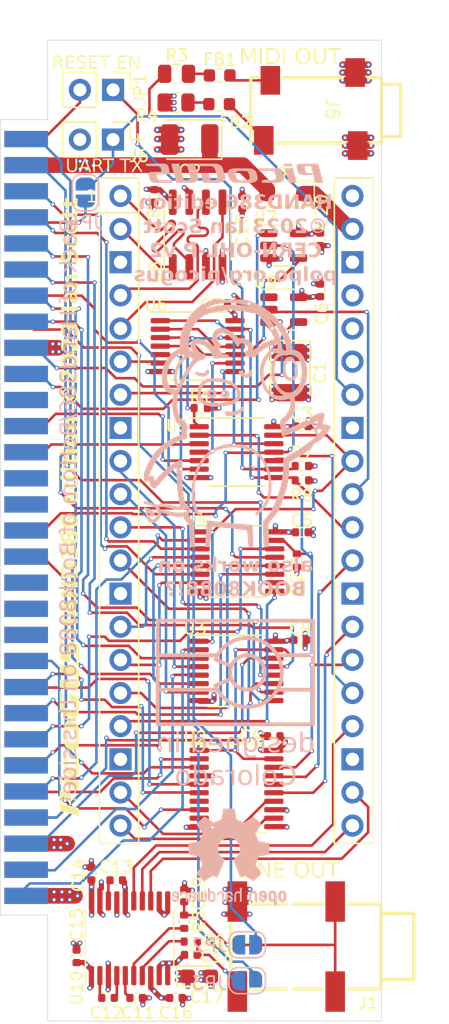
<source format=kicad_pcb>
(kicad_pcb (version 20221018) (generator pcbnew)
  (layers (0 "F.Cu" signal) (1 "In1.Cu" signal) (2 "In2.Cu" signal) (31 "B.Cu" signal) (34 "B.Paste" user) (35 "F.Paste" user) (36 "B.SilkS" user "B.Silkscreen") (37 "F.SilkS" user "F.Silkscreen") (38 "B.Mask" user) (39 "F.Mask" user) (44 "Edge.Cuts" user))
  (net 0 "")
  (net 1 "A0")
  (net 2 "A1")
  (net 3 "A2")
  (net 4 "A3")
  (net 5 "A4")
  (net 6 "A5")
  (net 7 "A6")
  (net 8 "A7")
  (net 9 "A8")
  (net 10 "A9")
  (net 11 "D0")
  (net 12 "D1")
  (net 13 "D2")
  (net 14 "D3")
  (net 15 "D4")
  (net 16 "D5")
  (net 17 "D6")
  (net 18 "D7")
  (net 19 "GND")
  (net 20 "~{IOW}")
  (net 21 "~{IOR}")
  (net 22 "RA9")
  (net 23 "RA8")
  (net 24 "+3V3")
  (net 25 "I{slash}OCHRDY")
  (net 26 "+5V")
  (net 27 "~{RIOR}")
  (net 28 "~{RIOW}")
  (net 29 "RESET")
  (net 30 "IRQ2")
  (net 31 "TC")
  (net 32 "IRQ7")
  (net 33 "DRQ3")
  (net 34 "DACK3")
  (net 35 "BUSOE")
  (net 36 "RIRQ")
  (net 37 "~{RDACK}")
  (net 38 "RDRQ")
  (net 39 "RTC")
  (net 40 "IRQ")
  (net 41 "DACK")
  (net 42 "DRQ")
  (net 43 "IRQ3")
  (net 44 "IRQ4")
  (net 45 "AEN")
  (net 46 "BCK")
  (net 47 "DIN")
  (net 48 "LRCK")
  (net 49 "ADS")
  (net 50 "~{BUSOE}")
  (net 51 "~{SPI_CS}")
  (net 52 "SPI_RX")
  (net 53 "SPI_TX")
  (net 54 "SPI_SCK")
  (net 55 "RUN")
  (net 56 "AD7")
  (net 57 "AD6")
  (net 58 "AD5")
  (net 59 "AD4")
  (net 60 "AD3")
  (net 61 "AD2")
  (net 62 "AD1")
  (net 63 "AD0")
  (net 64 "UART_TX")
  (net 65 "Net-(U5-Pad4)")
  (net 66 "Net-(U5-Pad6)")
  (net 67 "Net-(U6-Pad10)")
  (net 72 "Net-(U5-Pad12)")
  (net 73 "Net-(U6-Pad11)")
  (net 74 "/VSYS")
  (net 75 "~{RI{slash}OCHRDY}")
  (net 78 "AUDIO_L_OUT")
  (net 81 "AUDIO_R_OUT")
  (net 82 "Net-(J3--5V)")
  (net 101 "Net-(U10-VNEG)")
  (net 102 "Net-(U10-CAPP)")
  (net 103 "Net-(U10-CAPM)")
  (net 104 "Net-(U10-LDOO)")
  (net 105 "/Audio/AUDIO_R")
  (net 106 "/Audio/AUDIO_L")
  (net 107 "Net-(U10-OUTL)")
  (net 108 "Net-(U10-OUTR)")
  (net 109 "Net-(FB1-Pad1)")
  (net 110 "Net-(FB1-Pad2)")
  (net 111 "Net-(FB2-Pad1)")
  (net 112 "Net-(FB2-Pad2)")
  (net 113 "Net-(JP1-A)")
  (footprint "Capacitor_SMD:C_0402_1005Metric" (layer "F.Cu") (at 134.62 70.866 -90)
    (fp_text reference "C10")
    (fp_text value "1uF")
  )
  (footprint "Resistor_SMD:R_0805_2012Metric" (layer "F.Cu") (at 129.5875 61)
    (fp_text reference "R3")
    (fp_text value "10")
  )
  (footprint "Package_SO:TSSOP-16_4.4x5mm_P0.65mm" (layer "F.Cu") (at 134.1805 106.762)
    (fp_text reference "U3")
    (fp_text value "SN74CB3T3257")
  )
  (footprint "Connector_PinHeader_2.54mm:PinHeader_1x02_P2.54mm_Vertical" (layer "F.Cu") (at 124.714 66.04 -90)
    (fp_text reference "J6")
    (fp_text value "UART_TX")
  )
  (footprint "Package_SO:TSSOP-14_4.4x5mm_P0.65mm" (layer "F.Cu") (at 131.201 81.87)
    (fp_text reference "U6")
    (fp_text value "74LVC00")
  )
  (footprint "Connector_PinHeader_2.54mm:PinHeader_1x02_P2.54mm_Vertical" (layer "F.Cu") (at 124.719 62.23 -90)
    (fp_text reference "JP1")
    (fp_text value "Jumper_2_Bridged")
  )
  (footprint "Package_SO:SOIC-8_3.9x4.9mm_P1.27mm" (layer "F.Cu") (at 131.201 73.316 90)
    (fp_text reference "U8")
    (fp_text value "APS6404L-3SQN-SN")
  )
  (footprint "Capacitor_SMD:C_0402_1005Metric" (layer "F.Cu") (at 124.964 122.809)
    (fp_text reference "C13")
    (fp_text value "0.1uF")
  )
  (footprint "Capacitor_SMD:C_0402_1005Metric" (layer "F.Cu") (at 139.192 88.011)
    (fp_text reference "C3")
    (fp_text value "0.1uF")
  )
  (footprint "Capacitor_Tantalum_SMD:CP_EIA-3528-21_Kemet-B" (layer "F.Cu") (at 130.6 66.04 180)
    (fp_text reference "C2")
    (fp_text value "47uF")
  )
  (footprint "Capacitor_SMD:C_0402_1005Metric" (layer "F.Cu") (at 139.065 104.394)
    (fp_text reference "C9")
    (fp_text value "0.1uF")
  )
  (footprint "Resistor_SMD:R_0402_1005Metric" (layer "F.Cu") (at 130.679 127.508)
    (fp_text reference "R6")
    (fp_text value "470")
  )
  (footprint "Capacitor_SMD:C_0402_1005Metric" (layer "F.Cu") (at 130.679 128.524)
    (fp_text reference "C18")
    (fp_text value "2.2nF")
  )
  (footprint "PiGUS library:EDGE-60" (layer "F.Cu") (at 117.983 66 -90)
    (fp_text reference "J3" hide)
    (fp_text value "Bus_ISA_8bit" hide)
  )
  (footprint "PiGUS library:PJ-231F-4A" (layer "F.Cu") (at 141.025 63.7 -90)
    (fp_text reference "J5")
    (fp_text value "AudioJack3")
  )
  (footprint "Capacitor_SMD:C_0402_1005Metric" (layer "F.Cu") (at 124.333 131.826)
    (fp_text reference "C12")
    (fp_text value "2.2uF")
  )
  (footprint "Resistor_SMD:R_0402_1005Metric" (layer "F.Cu") (at 130.171 125.986 90)
    (fp_text reference "R5")
    (fp_text value "470")
  )
  (footprint "Capacitor_SMD:C_0402_1005Metric" (layer "F.Cu") (at 133.967 78.568)
    (fp_text reference "C7")
    (fp_text value "0.1uF")
  )
  (footprint "Package_SO:TSSOP-16_4.4x5mm_P0.65mm" (layer "F.Cu") (at 134.249 98.38)
    (fp_text reference "U4")
    (fp_text value "SN74CB3T3257")
  )
  (footprint "Capacitor_SMD:C_0402_1005Metric" (layer "F.Cu") (at 123.059 122.301 -90)
    (fp_text reference "C14")
    (fp_text value "0.1uF")
  )
  (footprint "Package_TO_SOT_SMD:SOT-23-5" (layer "F.Cu") (at 137.795 74.168)
    (fp_text reference "U7")
    (fp_text value "74LVC1G00")
  )
  (footprint "Package_SO:TSSOP-14_4.4x5mm_P0.65mm" (layer "F.Cu") (at 134.1805 89.998)
    (fp_text reference "U5")
    (fp_text value "74AHC14")
  )
  (footprint "PiGUS library:RPi_Pico_SMD_TH" (layer "F.Cu") (at 134.1805 94.488)
    (fp_text reference "U1" hide)
    (fp_text value "Pico" hide)
  )
  (footprint "Capacitor_SMD:C_0402_1005Metric" (layer "F.Cu") (at 137.033 111.76 180)
    (fp_text reference "C4")
    (fp_text value "0.1uF")
  )
  (footprint "Inductor_SMD:L_0603_1608Metric" (layer "F.Cu") (at 132.8895 61.127)
    (fp_text reference "FB1")
    (fp_text value "1K @ 100MHz")
  )
  (footprint "Capacitor_Tantalum_SMD:CP_EIA-3528-21_Kemet-B" (layer "F.Cu") (at 138.313 83.902 -90)
    (fp_text reference "C1")
    (fp_text value "47uF")
  )
  (footprint "Capacitor_SMD:C_0402_1005Metric" (layer "F.Cu") (at 140.599 77.597 90)
    (fp_text reference "C6")
    (fp_text value "0.1uF")
  )
  (footprint "Inductor_SMD:L_0603_1608Metric" (layer "F.Cu") (at 132.852 63.327)
    (fp_text reference "FB2")
    (fp_text value "1K @ 100MHz")
  )
  (footprint "Resistor_SMD:R_0402_1005Metric" (layer "F.Cu") (at 131.445 86.614)
    (fp_text reference "R1")
    (fp_text value "10K")
  )
  (footprint "Package_SO:TSSOP-20_4.4x6.5mm_P0.65mm" (layer "F.Cu") (at 125.984 127.254 90)
    (fp_text reference "U10")
    (fp_text value "PCM5100")
  )
  (footprint "Resistor_SMD:R_0402_1005Metric" (layer "F.Cu") (at 138.811 98.298 90)
    (fp_text reference "R2")
    (fp_text value "10K")
  )
  (footprint "Capacitor_SMD:C_0402_1005Metric" (layer "F.Cu") (at 129.54 131.826 180)
    (fp_text reference "C16")
    (fp_text value "0.1uF")
  )
  (footprint "Capacitor_SMD:C_0402_1005Metric" (layer "F.Cu") (at 126.492 131.826)
    (fp_text reference "C11")
    (fp_text value "2.2uF")
  )
  (footprint "Resistor_SMD:R_0402_1005Metric" (layer "F.Cu") (at 139.194 92.16)
    (fp_text reference "R8")
    (fp_text value "1K")
  )
  (footprint "Diode_SMD:D_SOD-123F" (layer "F.Cu") (at 137.935 70.186 180)
    (fp_text reference "D1")
    (fp_text value "1A 20V Schottky")
  )
  (footprint "Package_TO_SOT_SMD:SOT-23-5" (layer "F.Cu") (at 137.805 79.076)
    (fp_text reference "U9")
    (fp_text value "74LVC1G06")
  )
  (footprint "Capacitor_SMD:C_0402_1005Metric" (layer "F.Cu") (at 140.589 73.688 -90)
    (fp_text reference "C20")
    (fp_text value "0.1uF")
  )
  (footprint "Capacitor_Tantalum_SMD:CP_EIA-2012-15_AVX-P" (layer "F.Cu") (at 131.318 130.175)
    (fp_text reference "C17")
    (fp_text value "10uF")
  )
  (footprint "Capacitor_SMD:C_0402_1005Metric" (layer "F.Cu") (at 130.171 123.982 -90)
    (fp_text reference "C19")
    (fp_text value "2.2nF")
  )
  (footprint "Capacitor_SMD:C_0402_1005Metric" (layer "F.Cu") (at 121.92 128.637 -90)
    (fp_text reference "C15")
    (fp_text value "0.1uF")
  )
  (footprint "Capacitor_SMD:C_0402_1005Metric" (layer "F.Cu") (at 127.889 70.358 -90)
    (fp_text reference "C8")
    (fp_text value "0.1uF")
  )
  (footprint "Package_SO:TSSOP-20_4.4x6.5mm_P0.65mm" (layer "F.Cu") (at 134.1805 115.775)
    (fp_text reference "U2")
    (fp_text value "SN74CB3T3245")
  )
  (footprint "PiGUS library:PJ-321A" (layer "F.Cu") (at 138.0564 127.8382)
    (fp_text reference "J1")
    (fp_text value "AudioJack3")
  )
  (footprint "Capacitor_SMD:C_0402_1005Metric" (layer "F.Cu") (at 139.192 96.139)
    (fp_text reference "C5")
    (fp_text value "0.1uF")
  )
  (footprint "Resistor_SMD:R_0805_2012Metric" (layer "F.Cu") (at 129.55 63.2 180)
    (fp_text reference "R4")
    (fp_text value "33")
  )
  (footprint "Resistor_SMD:R_0402_1005Metric" (layer "F.Cu") (at 139.192 91.059)
    (fp_text reference "R7")
    (fp_text value "10K")
  )
  (footprint "Jumper:SolderJumper-2_P1.3mm_Open_RoundedPad1.0x1.5mm" (layer "B.Cu") (at 135 127.75 180)
    (fp_text reference "JP2")
    (fp_text value "SolderJumper_2_Open")
  )
  (footprint "Jumper:SolderJumper-2_P1.3mm_Open_RoundedPad1.0x1.5mm" (layer "B.Cu") (at 122.6 70.1 90)
    (fp_text reference "JP4")
    (fp_text value "SolderJumper_2_Open")
  )
  (footprint "Symbol:OSHW-Logo2_9.8x8mm_SilkScreen" (layer "B.Cu") (at 133.604 121.031 180)
    (fp_text reference "REF**" hide)
    (fp_text value "OSHW-Logo2_9.8x8mm_SilkScreen" hide)
  )
  (footprint "Jumper:SolderJumper-2_P1.3mm_Open_RoundedPad1.0x1.5mm" (layer "B.Cu") (at 135 130.5 180)
    (fp_text reference "JP3")
    (fp_text value "SolderJumper_2_Open")
  )
  (gr_line (start 134.246811 107.958348) (end 134.246811 107.958348) (stroke (width 0.291041)) (layer "B.SilkS"))
  (gr_line (start 136.560553 104.739956) (end 136.628593 104.791075) (stroke (width 0.291041)) (layer "B.SilkS"))
  (gr_line (start 133.900531 107.59485) (end 133.900531 107.59485) (stroke (width 0.291041)) (layer "B.SilkS"))
  (gr_line (start 135.867234 105.870726) (end 135.844138 105.851657) (stroke (width 0.291041)) (layer "B.SilkS"))
  (gr_line (start 137.646252 106.614035) (end 137.635823 106.52657) (stroke (width 0.291041)) (layer "B.SilkS"))
  (gr_line (start 134.116252 107.852243) (end 134.118449 107.85434) (stroke (width 0.291041)) (layer "B.SilkS"))
  (gr_line (start 135.576706 108.078264) (end 135.576706 108.078264) (stroke (width 0.291041)) (layer "B.SilkS"))
  (gr_line (start 134.191453 107.916874) (end 134.208182 107.9297) (stroke (width 0.291041)) (layer "B.SilkS"))
  (gr_line (start 133.940163 106.108969) (end 133.896126 106.174127) (stroke (width 0.291041)) (layer "B.SilkS"))
  (gr_line (start 133.710231 107.106265) (end 133.715999 107.137499) (stroke (width 0.291041)) (layer "B.SilkS"))
  (gr_line (start 137.636008 107.234239) (end 137.622811 107.320523) (stroke (width 0.291041)) (layer "B.SilkS"))
  (gr_line (start 136.101659 106.128721) (end 136.073951 106.089774) (stroke (width 0.291041)) (layer "B.SilkS"))
  (gr_line (start 133.764529 106.446316) (end 133.754654 106.475636) (stroke (width 0.291041)) (layer "B.SilkS"))
  (gr_line (start 134.557682 105.639108) (end 134.483794 105.668875) (stroke (width 0.291041)) (layer "B.SilkS"))
  (gr_line (start 133.144435 105.010052) (end 133.084525 105.071805) (stroke (width 0.291041)) (layer "B.SilkS"))
  (gr_line (start 136.318834 106.662067) (end 136.326675 106.715854) (stroke (width 0.291041)) (layer "B.SilkS"))
  (gr_line (start 136.631272 108.969026) (end 136.493404 109.069473) (stroke (width 0.291041)) (layer "B.SilkS"))
  (gr_line (start 135.391511 108.148947) (end 135.391511 108.148947) (stroke (width 0.291041)) (layer "B.SilkS"))
  (gr_line (start 133.953672 107.671626) (end 133.955505 107.673987) (stroke (width 0.291041)) (layer "B.SilkS"))
  (gr_line (start 135.521706 108.102745) (end 135.482786 108.118097) (stroke (width 0.291041)) (layer "B.SilkS"))
  (gr_line (start 132.635401 105.722468) (end 132.655636 105.681946) (stroke (width 0.291041)) (layer "B.SilkS"))
  (gr_line (start 135.990186 105.988634) (end 136.005302 106.005426) (stroke (width 0.291041)) (layer "B.SilkS"))
  (gr_line (start 134.536364 108.115003) (end 134.525087 108.110569) (stroke (width 0.291041)) (layer "B.SilkS"))
  (gr_line (start 135.687468 105.742952) (end 135.714371 105.759205) (stroke (width 0.291041)) (layer "B.SilkS"))
  (gr_line (start 136.321023 106.675637) (end 136.312239 106.625737) (stroke (width 0.291041)) (layer "B.SilkS"))
  (gr_line (start 136.330081 107.016266) (end 136.330081 107.016266) (stroke (width 0.291041)) (layer "B.SilkS"))
  (gr_line (start 134.047349 105.978458) (end 134.115684 105.910385) (stroke (width 0.291041)) (layer "B.SilkS"))
  (gr_line (start 135.013997 109.526917) (end 135.013997 109.526917) (stroke (width 0.291041)) (layer "B.SilkS"))
  (gr_line (start 134.368897 108.035825) (end 134.368897 108.035825) (stroke (width 0.291041)) (layer "B.SilkS"))
  (gr_line (start 134.390169 108.047678) (end 134.368897 108.035825) (stroke (width 0.291041)) (layer "B.SilkS"))
  (gr_line (start 135.699757 105.749805) (end 135.699757 105.749805) (stroke (width 0.291041)) (layer "B.SilkS"))
  (gr_line (start 134.634981 108.14857) (end 134.637839 108.149424) (stroke (width 0.291041)) (layer "B.SilkS"))
  (gr_line (start 132.815461 105.409947) (end 132.916753 105.268975) (stroke (width 0.291041)) (layer "B.SilkS"))
  (gr_line (start 133.809375 107.427547) (end 133.818577 107.446849) (stroke (width 0.291041)) (layer "B.SilkS"))
  (gr_line (start 132.723168 105.558167) (end 132.723168 105.558167) (stroke (width 0.291041)) (layer "B.SilkS"))
  (gr_line (start 137.345008 108.125742) (end 137.383987 108.05067) (stroke (width 0.291041)) (layer "B.SilkS"))
  (gr_line (start 137.453267 105.861934) (end 137.4188 105.783984) (stroke (width 0.291041)) (layer "B.SilkS"))
  (gr_line (start 136.228335 107.405865) (end 136.213327 107.439044) (stroke (width 0.291041)) (layer "B.SilkS"))
  (gr_line (start 133.709935 106.657616) (end 133.715615 106.626611) (stroke (width 0.291041)) (layer "B.SilkS"))
  (gr_line (start 135.543501 108.093286) (end 135.542403 108.093775) (stroke (width 0.291041)) (layer "B.SilkS"))
  (gr_line (start 137.420608 107.974256) (end 137.383987 108.05067) (stroke (width 0.291041)) (layer "B.SilkS"))
  (gr_line (start 136.318335 107.102407) (end 136.316178 107.114926) (stroke (width 0.291041)) (layer "B.SilkS"))
  (gr_line (start 136.330081 107.016266) (end 136.330081 107.016266) (stroke (width 0.291041)) (layer "B.SilkS"))
  (gr_line (start 137.515832 107.737453) (end 137.486579 107.817599) (stroke (width 0.291041)) (layer "B.SilkS"))
  (gr_line (start 137.107646 105.271271) (end 137.158603 105.339435) (stroke (width 0.291041)) (layer "B.SilkS"))
  (gr_line (start 134.908203 108.199767) (end 134.910664 108.200005) (stroke (width 0.291041)) (layer "B.SilkS"))
  (gr_line (start 135.291287 108.174605) (end 135.291287 108.174605) (stroke (width 0.291041)) (layer "B.SilkS"))
  (gr_line (start 134.810876 108.188476) (end 134.83246 108.191386) (stroke (width 0.291041)) (layer "B.SilkS"))
  (gr_line (start 133.896126 106.174127) (end 133.940163 106.108969) (stroke (width 0.291041)) (layer "B.SilkS"))
  (gr_line (start 134.984873 108.203445) (end 134.984873 108.203445) (stroke (width 0.291041)) (layer "B.SilkS"))
  (gr_line (start 133.830284 107.471416) (end 133.840186 107.490366) (stroke (width 0.291041)) (layer "B.SilkS"))
  (gr_line (start 136.333567 106.97048) (end 136.333567 106.97048) (stroke (width 0.291041)) (layer "B.SilkS"))
  (gr_line (start 133.827572 107.465958) (end 133.827572 107.465958) (stroke (width 0.291041)) (layer "B.SilkS"))
  (gr_line (start 134.882704 108.197313) (end 134.882704 108.197313) (stroke (width 0.291041)) (layer "B.SilkS"))
  (gr_line (start 135.722306 105.764264) (end 135.699757 105.749805) (stroke (width 0.291041)) (layer "B.SilkS"))
  (gr_line (start 133.863324 107.532944) (end 133.851318 107.511672) (stroke (width 0.291041)) (layer "B.SilkS"))
  (gr_line (start 136.323965 107.064603) (end 136.322234 107.077246) (stroke (width 0.291041)) (layer "B.SilkS"))
  (gr_line (start 135.624774 105.707895) (end 135.624774 105.707895) (stroke (width 0.291041)) (layer "B.SilkS"))
  (gr_line (start 136.115452 107.613653) (end 136.145434 107.566569) (stroke (width 0.291041)) (layer "B.SilkS"))
  (gr_line (start 137.345008 108.125742) (end 137.303721 108.199423) (stroke (width 0.291041)) (layer "B.SilkS"))
  (gr_line (start 137.420608 107.974256) (end 137.454821 107.896549) (stroke (width 0.291041)) (layer "B.SilkS"))
  (gr_line (start 136.945244 108.681988) (end 137.002365 108.618834) (stroke (width 0.291041)) (layer "B.SilkS"))
  (gr_line (start 133.722016 106.595863) (end 133.715615 106.626611) (stroke (width 0.291041)) (layer "B.SilkS"))
  (gr_line (start 136.077348 106.09475) (end 136.085564 106.105988) (stroke (width 0.291041)) (layer "B.SilkS"))
  (gr_line (start 136.014317 107.746434) (end 136.049838 107.703642) (stroke (width 0.291041)) (layer "B.SilkS"))
  (gr_line (start 132.916753 105.268975) (end 132.865012 105.338535) (stroke (width 0.291041)) (layer "B.SilkS"))
  (gr_poly (pts (xy 134.11757 89.383768) (xy 134.270442 89.391271) (xy 134.407036 89.403028) (xy 134.466564 89.410488) (xy 134.518823 89.418995) (xy 134.581167 89.431201) (xy 134.643748 89.444851) (xy 134.706367 89.459869) (xy 134.768826 89.476177) (xy 134.830926 89.493702) (xy 134.892471 89.512366) (xy 134.95326 89.532093) (xy 135.013098 89.552807) (xy 135.071786 89.574433) (xy 135.129125 89.596896) (xy 135.184917 89.620117) (xy 135.238965 89.644023) (xy 135.291072 89.668536) (xy 135.341037 89.693581) (xy 135.388663 89.719081) (xy 135.433752 89.744961) (xy 135.494669 89.780527) (xy 135.546035 89.810015) (xy 135.566455 89.82145) (xy 135.582469 89.830128) (xy 135.593404 89.835637) (xy 135.596757 89.837074) (xy 135.598588 89.837565) (xy 135.603663 89.840224) (xy 135.614265 89.847817) (xy 135.649347 89.875475) (xy 135.698405 89.915895) (xy 135.756015 89.964433) (xy 135.875185 90.067281) (xy 135.925893 90.112302) (xy 135.963449 90.146862) (xy 135.976218 90.159357) (xy 135.990593 90.174239) (xy 136.006097 90.190944) (xy 136.022252 90.208908) (xy 136.038581 90.227566) (xy 136.054605 90.246355) (xy 136.069849 90.264709) (xy 136.083834 90.282066) (xy 136.113351 90.318731) (xy 136.146341 90.358696) (xy 136.178637 90.396924) (xy 136.193222 90.413813) (xy 136.206071 90.42838) (xy 136.216891 90.442146) (xy 136.230297 90.460723) (xy 136.263051 90.509321) (xy 136.300712 90.568208) (xy 136.339653 90.631414) (xy 136.37625 90.692971) (xy 136.406878 90.746909) (xy 136.427913 90.787261) (xy 136.4337 90.800476) (xy 136.43573 90.808057) (xy 136.436007 90.809482) (xy 136.436823 90.811649) (xy 136.439955 90.818041) (xy 136.444911 90.826906) (xy 136.451472 90.837921) (xy 136.459423 90.850759) (xy 136.468546 90.865095) (xy 136.48944 90.896956) (xy 136.506987 90.925641) (xy 136.525468 90.95992) (xy 136.544687 90.999223) (xy 136.564449 91.042981) (xy 136.604819 91.141583) (xy 136.645014 91.251167) (xy 136.683474 91.367176) (xy 136.718635 91.485051) (xy 136.748934 91.600234) (xy 136.772808 91.708169) (xy 136.795746 91.832935) (xy 136.813584 91.937104) (xy 136.826949 92.028034) (xy 136.836474 92.113081) (xy 136.842786 92.199604) (xy 136.846515 92.294962) (xy 136.848291 92.40651) (xy 136.848744 92.541607) (xy 136.848972 92.656747) (xy 136.848136 92.753265) (xy 136.846042 92.834938) (xy 136.842493 92.905541) (xy 136.837296 92.968852) (xy 136.830252 93.028647) (xy 136.821169 93.088702) (xy 136.809851 93.152795) (xy 136.779754 93.313926) (xy 136.763548 93.402825) (xy 136.760667 93.417139) (xy 136.756299 93.434773) (xy 136.743754 93.478182) (xy 136.727216 93.529403) (xy 136.707986 93.584792) (xy 136.687367 93.640702) (xy 136.666661 93.693487) (xy 136.647171 93.739499) (xy 136.630198 93.775093) (xy 136.621813 93.791672) (xy 136.613472 93.809098) (xy 136.60539 93.826826) (xy 136.597787 93.844316) (xy 136.590878 93.861025) (xy 136.584881 93.876409) (xy 136.580012 93.889928) (xy 136.576489 93.901036) (xy 136.571747 93.914478) (xy 136.562775 93.933383) (xy 136.550163 93.956878) (xy 136.534498 93.984091) (xy 136.496367 94.046172) (xy 136.453093 94.112637) (xy 136.409385 94.176497) (xy 136.369952 94.230765) (xy 136.35331 94.252117) (xy 136.339504 94.26845) (xy 136.329123 94.278891) (xy 136.325399 94.281628) (xy 136.322753 94.282565) (xy 136.321857 94.28263) (xy 136.320911 94.282822) (xy 136.318871 94.283578) (xy 136.316652 94.284812) (xy 136.314273 94.286501) (xy 136.311753 94.288624) (xy 136.309111 94.29116) (xy 136.306366 94.294087) (xy 136.303537 94.297382) (xy 136.300643 94.301025) (xy 136.297702 94.304993) (xy 136.294734 94.309265) (xy 136.291759 94.313819) (xy 136.288794 94.318633) (xy 136.285859 94.323687) (xy 136.282973 94.328957) (xy 136.280155 94.334423) (xy 136.272667 94.346574) (xy 136.262187 94.361308) (xy 136.248978 94.378342) (xy 136.233303 94.397394) (xy 136.195606 94.440427) (xy 136.151203 94.488146) (xy 136.102199 94.538297) (xy 136.050699 94.588622) (xy 135.998808 94.636863) (xy 135.948632 94.680763) (xy 135.872465 94.745355) (xy 135.811578 94.797445) (xy 135.801346 94.805839) (xy 135.790847 94.813646) (xy 135.780156 94.820839) (xy 135.769356 94.827396) (xy 135.758522 94.833289) (xy 135.747735 94.838497) (xy 135.737072 94.842994) (xy 135.726613 94.846756) (xy 135.716436 94.849757) (xy 135.70662 94.851976) (xy 135.697243 94.853385) (xy 135.692745 94.853779) (xy 135.688385 94.853961) (xy 135.684175 94.853929) (xy 135.680124 94.85368) (xy 135.676241 94.853211) (xy 135.672537 94.852518) (xy 135.669023 94.851598) (xy 135.665706 94.850449) (xy 135.662598 94.849067) (xy 135.659707 94.84745) (xy 135.656874 94.845468) (xy 135.654278 94.843009) (xy 135.651915 94.840094) (xy 135.649785 94.836747) (xy 135.647883 94.832988) (xy 135.646208 94.82884) (xy 135.64353 94.819467) (xy 135.641731 94.808802) (xy 135.640791 94.797022) (xy 135.640693 94.784302) (xy 135.641418 94.770821) (xy 135.642945 94.756753) (xy 135.645255 94.742276) (xy 135.648331 94.727566) (xy 135.652154 94.712798) (xy 135.656703 94.698151) (xy 135.66196 94.683798) (xy 135.667907 94.669918) (xy 135.674523 94.656685) (xy 135.679032 94.64877) (xy 135.6862 94.638334) (xy 135.707861 94.610586) (xy 135.738204 94.574806) (xy 135.775925 94.532365) (xy 135.819724 94.484626) (xy 135.868298 94.43296) (xy 135.920344 94.378733) (xy 135.974561 94.323312) (xy 136.054899 94.241201) (xy 136.119978 94.17309) (xy 136.147671 94.143178) (xy 136.1726 94.11544) (xy 136.195114 94.089433) (xy 136.215563 94.064714) (xy 136.234298 94.040842) (xy 136.251668 94.017373) (xy 136.268023 93.993868) (xy 136.283714 93.969881) (xy 136.29909 93.944973) (xy 136.314501 93.9187) (xy 136.330298 93.89062) (xy 136.346829 93.86029) (xy 136.368776 93.819794) (xy 136.391135 93.776976) (xy 136.413277 93.733159) (xy 136.434572 93.689668) (xy 136.454391 93.647826) (xy 136.472106 93.608957) (xy 136.487085 93.574386) (xy 136.4987 93.545436) (xy 136.515876 93.497122) (xy 136.534701 93.437089) (xy 136.554046 93.369763) (xy 136.572784 93.299572) (xy 136.589786 93.230943) (xy 136.603923 93.168305) (xy 136.614066 93.116085) (xy 136.617287 93.095265) (xy 136.619087 93.07871) (xy 136.619502 93.070995) (xy 136.620678 93.059351) (xy 136.624874 93.026621) (xy 136.630806 92.98521) (xy 136.637607 92.939805) (xy 136.64445 92.864719) (xy 136.649645 92.757577) (xy 136.653103 92.630944) (xy 136.654738 92.497388) (xy 136.654464 92.369475) (xy 136.652192 92.259772) (xy 136.647837 92.180845) (xy 136.644851 92.156849) (xy 136.641311 92.14526) (xy 136.63986 92.14256) (xy 136.638298 92.138677) (xy 136.634916 92.127667) (xy 136.631316 92.112835) (xy 136.627652 92.094792) (xy 136.624074 92.074144) (xy 136.620735 92.0515) (xy 136.617787 92.027466) (xy 136.615381 92.002651) (xy 136.606938 91.92937) (xy 136.594719 91.845976) (xy 136.579635 91.757112) (xy 136.562597 91.667423) (xy 136.544518 91.581554) (xy 136.526308 91.50415) (xy 136.50888 91.439856) (xy 136.500744 91.414075) (xy 136.493145 91.393315) (xy 136.476881 91.35199) (xy 136.457492 91.301637) (xy 136.437408 91.248505) (xy 136.419061 91.198846) (xy 136.400946 91.153441) (xy 136.39217 91.131943) (xy 136.383871 91.112029) (xy 136.376268 91.094287) (xy 136.369575 91.0793) (xy 136.364012 91.067656) (xy 136.361721 91.06327) (xy 136.359794 91.05994) (xy 136.356 91.053566) (xy 136.351662 91.04576) (xy 136.346934 91.036825) (xy 136.341968 91.027066) (xy 136.336914 91.016785) (xy 136.331926 91.006288) (xy 136.327155 90.995877) (xy 136.322753 90.985857) (xy 136.303159 90.942209) (xy 136.282513 90.899384) (xy 136.260717 90.857248) (xy 136.237673 90.815668) (xy 136.213283 90.774511) (xy 136.187449 90.733644) (xy 136.160075 90.692935) (xy 136.131062 90.65225) (xy 136.100313 90.611457) (xy 136.06773 90.570422) (xy 136.033215 90.529013) (xy 135.996671 90.487096) (xy 135.957999 90.44454) (xy 135.917103 90.40121) (xy 135.873885 90.356974) (xy 135.828247 90.311698) (xy 135.800158 90.284724) (xy 135.77196 90.258421) (xy 135.744414 90.233466) (xy 135.718279 90.210528) (xy 135.694314 90.190282) (xy 135.673279 90.1734) (xy 135.664098 90.166431) (xy 135.655934 90.160555) (xy 135.648882 90.155857) (xy 135.643038 90.152419) (xy 135.630475 90.14521) (xy 135.61407 90.135027) (xy 135.572427 90.107737) (xy 135.523492 90.074545) (xy 135.472646 90.039443) (xy 135.446062 90.021479) (xy 135.416939 90.002691) (xy 135.38621 89.983642) (xy 135.354807 89.964896) (xy 135.323666 89.947019) (xy 135.293718 89.930574) (xy 135.265897 89.916127) (xy 135.241136 89.90424) (xy 135.191824 89.880742) (xy 135.139734 89.85655) (xy 135.091118 89.83444) (xy 135.052224 89.817193) (xy 135.035978 89.809585) (xy 135.019494 89.802173) (xy 135.003226 89.795152) (xy 134.987632 89.788717) (xy 134.973166 89.783062) (xy 134.960285 89.778385) (xy 134.949444 89.77488) (xy 134.944931 89.773628) (xy 134.941099 89.772743) (xy 134.932497 89.770768) (xy 134.920899 89.767707) (xy 134.906784 89.763692) (xy 134.890629 89.758852) (xy 134.854108 89.747219) (xy 134.834698 89.740686) (xy 134.815157 89.733849) (xy 134.776082 89.720899) (xy 134.737311 89.709425) (xy 134.695676 89.698819) (xy 134.648006 89.688473) (xy 134.591134 89.67778) (xy 134.521891 89.666131) (xy 134.333615 89.637539) (xy 134.269078 89.628232) (xy 134.209729 89.621074) (xy 134.152767 89.615955) (xy 134.095392 89.612768) (xy 134.034804 89.611405) (xy 133.968205 89.611756) (xy 133.892794 89.613712) (xy 133.805772 89.617167) (xy 133.680091 89.623273) (xy 133.564307 89.6299) (xy 133.471095 89.63618) (xy 133.436915 89.638919) (xy 133.413131 89.641245) (xy 133.357561 89.649699) (xy 133.290141 89.663383) (xy 133.213953 89.681451) (xy 133.132077 89.703058) (xy 133.047597 89.727355) (xy 132.963595 89.753498) (xy 132.883153 89.780639) (xy 132.809352 89.807932) (xy 132.742764 89.833861) (xy 132.710804 89.845957) (xy 132.680863 89.857012) (xy 132.653787 89.866677) (xy 132.630423 89.874607) (xy 132.611616 89.880452) (xy 132.604187 89.882485) (xy 132.598214 89.883867) (xy 132.592749 89.885298) (xy 132.587478 89.886805) (xy 132.582424 89.888377) (xy 132.57761 89.890003) (xy 132.573055 89.891672) (xy 132.568783 89.893374) (xy 132.564815 89.895097) (xy 132.561172 89.896832) (xy 132.557877 89.898567) (xy 132.556366 89.899431) (xy 132.55495 89.90029) (xy 132.553632 89.901145) (xy 132.552414 89.901992) (xy 132.5513 89.902831) (xy 132.550291 89.903662) (xy 132.549391 89.904481) (xy 132.548602 89.905288) (xy 132.547927 89.906081) (xy 132.547368 89.90686) (xy 132.54693 89.907622) (xy 132.546612 89.908366) (xy 132.54642 89.909092) (xy 132.546355 89.909797) (xy 132.546264 89.91055) (xy 132.545993 89.911419) (xy 132.54493 89.913483) (xy 132.543206 89.915954) (xy 132.540857 89.918797) (xy 132.537923 89.921976) (xy 132.53444 89.925456) (xy 132.530448 89.929202) (xy 132.525983 89.933179) (xy 132.515789 89.941684) (xy 132.504163 89.950687) (xy 132.491409 89.959907) (xy 132.477829 89.969062) (xy 132.391722 90.026322) (xy 132.317855 90.07605) (xy 132.255795 90.118528) (xy 132.20511 90.154039) (xy 132.183895 90.169271) (xy 132.165362 90.182866) (xy 132.149454 90.194861) (xy 132.136119 90.20529) (xy 132.125301 90.214189) (xy 132.116947 90.221593) (xy 132.111003 90.227538) (xy 132.107412 90.232059) (xy 132.105363 90.235084) (xy 132.10204 90.23925) (xy 132.091872 90.250696) (xy 132.077493 90.265787) (xy 132.059489 90.283917) (xy 132.038447 90.304478) (xy 132.014952 90.326863) (xy 131.989591 90.350462) (xy 131.96295 90.37467) (xy 131.936922 90.399495) (xy 131.912046 90.423604) (xy 131.888949 90.446455) (xy 131.868261 90.467505) (xy 131.850612 90.48621) (xy 131.843124 90.494515) (xy 131.836632 90.502029) (xy 131.831213 90.508686) (xy 131.826948 90.514418) (xy 131.823914 90.519157) (xy 131.822884 90.521134) (xy 131.822191 90.522836) (xy 131.817821 90.530219) (xy 131.810499 90.540923) (xy 131.800574 90.554448) (xy 131.78839 90.570295) (xy 131.774298 90.587966) (xy 131.758641 90.606961) (xy 131.74177 90.62678) (xy 131.72403 90.646925) (xy 131.715444 90.656638) (xy 131.707076 90.666289) (xy 131.691185 90.685153) (xy 131.676726 90.70302) (xy 131.67015 90.711422) (xy 131.664069 90.719388) (xy 131.658531 90.726855) (xy 131.653583 90.73376) (xy 131.649269 90.740041) (xy 131.645635 90.745636) (xy 131.64273 90.750481) (xy 131.640597 90.754516) (xy 131.639283 90.757677) (xy 131.638947 90.758911) (xy 131.638835 90.759902) (xy 131.638813 90.760944) (xy 131.638749 90.761984) (xy 131.638644 90.763022) (xy 131.638498 90.764056) (xy 131.638314 90.765083) (xy 131.63809 90.766105) (xy 131.637829 90.767118) (xy 131.637533 90.768121) (xy 131.637201 90.769114) (xy 131.636834 90.770095) (xy 131.636434 90.771061) (xy 131.636002 90.772014) (xy 131.635539 90.77295) (xy 131.635046 90.773868) (xy 131.634524 90.774767) (xy 131.633973 90.775645) (xy 131.633395 90.776503) (xy 131.632791 90.777337) (xy 131.632163 90.778146) (xy 131.63151 90.77893) (xy 131.630834 90.779686) (xy 131.630136 90.780415) (xy 131.629416 90.781113) (xy 131.628678 90.78178) (xy 131.627919 90.782415) (xy 131.627143 90.783016) (xy 131.62635 90.783581) (xy 131.625541 90.78411) (xy 131.624717 90.7846) (xy 131.623879 90.785052) (xy 131.623029 90.785462) (xy 131.622166 90.785831) (xy 131.612574 90.794528) (xy 131.597517 90.814774) (xy 131.55416 90.884021) (xy 131.498388 90.981787) (xy 131.436495 91.096287) (xy 131.374776 91.215736) (xy 131.319524 91.328347) (xy 131.277035 91.422337) (xy 131.262543 91.458666) (xy 131.253601 91.48592) (xy 131.248168 91.504647) (xy 131.241737 91.525653) (xy 131.226747 91.571809) (xy 131.210367 91.619008) (xy 131.202199 91.641317) (xy 131.194335 91.661867) (xy 131.167761 91.734895) (xy 131.14566 91.798111) (xy 131.126943 91.855251) (xy 131.110528 91.910046) (xy 131.095328 91.966231) (xy 131.080258 92.027538) (xy 131.064233 92.0977) (xy 131.046168 92.18045) (xy 131.012599 92.333016) (xy 130.988754 92.439743) (xy 130.985129 92.46277) (xy 130.981287 92.499993) (xy 130.973474 92.609208) (xy 130.966355 92.75176) (xy 130.960973 92.912023) (xy 130.957424 93.084988) (xy 130.957934 93.24456) (xy 130.959731 93.319534) (xy 130.962567 93.391413) (xy 130.966452 93.460281) (xy 130.97139 93.526221) (xy 130.977393 93.589318) (xy 130.984467 93.649656) (xy 130.992621 93.707318) (xy 131.001863 93.76239) (xy 131.012201 93.814955) (xy 131.023643 93.865098) (xy 131.036197 93.912901) (xy 131.049873 93.95845) (xy 131.058641 93.987736) (xy 131.070014 94.02744) (xy 131.082429 94.072006) (xy 131.094322 94.115877) (xy 131.104457 94.153912) (xy 131.115321 94.192084) (xy 131.126777 94.230056) (xy 131.138685 94.267488) (xy 131.150909 94.304041) (xy 131.163309 94.339376) (xy 131.175747 94.373154) (xy 131.188084 94.405035) (xy 131.200183 94.43468) (xy 131.211904 94.461751) (xy 131.223111 94.485908) (xy 131.233663 94.506812) (xy 131.243423 94.524124) (xy 131.252253 94.537505) (xy 131.256275 94.542616) (xy 131.260013 94.546615) (xy 131.263449 94.549464) (xy 131.266566 94.551117) (xy 131.269838 94.552456) (xy 131.273378 94.554365) (xy 131.277151 94.556806) (xy 131.281122 94.55974) (xy 131.285256 94.563131) (xy 131.289518 94.56694) (xy 131.293872 94.571128) (xy 131.298283 94.575658) (xy 131.302716 94.580491) (xy 131.307135 94.585591) (xy 131.311505 94.590918) (xy 131.315791 94.596436) (xy 131.319957 94.602105) (xy 131.32397 94.607888) (xy 131.327792 94.613748) (xy 131.331389 94.619645) (xy 131.340093 94.633441) (xy 131.350662 94.649452) (xy 131.362708 94.667111) (xy 131.375839 94.685857) (xy 131.389665 94.705123) (xy 131.403794 94.724345) (xy 131.417836 94.742959) (xy 131.431401 94.760402) (xy 131.437865 94.768665) (xy 131.44404 94.776757) (xy 131.449902 94.784636) (xy 131.455421 94.792264) (xy 131.460571 94.799599) (xy 131.465325 94.8066) (xy 131.469656 94.813226) (xy 131.473536 94.819438) (xy 131.476939 94.825193) (xy 131.479838 94.830452) (xy 131.482204 94.835174) (xy 131.484012 94.839318) (xy 131.484698 94.841161) (xy 131.485234 94.842844) (xy 131.485617 94.844362) (xy 131.485842 94.84571) (xy 131.485908 94.846883) (xy 131.485811 94.847876) (xy 131.485546 94.848684) (xy 131.485112 94.849302) (xy 131.483174 94.849938) (xy 131.479505 94.849783) (xy 131.474198 94.848875) (xy 131.467344 94.847248) (xy 131.449365 94.841977) (xy 131.426308 94.834255) (xy 131.398911 94.824361) (xy 131.36791 94.812579) (xy 131.334045 94.799191) (xy 131.298051 94.784479) (xy 131.261889 94.768987) (xy 131.227527 94.754644) (xy 131.195727 94.741733) (xy 131.167248 94.730538) (xy 131.142849 94.721339) (xy 131.12329 94.714419) (xy 131.115563 94.711902) (xy 131.109331 94.710061) (xy 131.104689 94.70893) (xy 131.101731 94.708545) (xy 131.095914 94.70743) (xy 131.089599 94.704143) (xy 131.075603 94.691388) (xy 131.060006 94.670955) (xy 131.043072 94.643519) (xy 131.025063 94.609757) (xy 131.006244 94.570344) (xy 130.986876 94.525955) (xy 130.967223 94.477266) (xy 130.928116 94.36969) (xy 130.891027 94.253019) (xy 130.858062 94.132658) (xy 130.843785 94.072783) (xy 130.831327 94.014013) (xy 130.814426 93.930901) (xy 130.800333 93.861129) (xy 130.785025 93.782503) (xy 130.773171 93.722914) (xy 130.763812 93.666256) (xy 130.756668 93.608164) (xy 130.751455 93.544279) (xy 130.747893 93.470235) (xy 130.745697 93.381671) (xy 130.744278 93.143534) (xy 130.744586 93.012619) (xy 130.745697 92.904297) (xy 130.747893 92.813902) (xy 130.751455 92.736769) (xy 130.756668 92.668231) (xy 130.763812 92.603622) (xy 130.773171 92.538274) (xy 130.785025 92.467523) (xy 130.802157 92.374513) (xy 130.81651 92.292964) (xy 130.826697 92.231556) (xy 130.829793 92.211118) (xy 130.831327 92.198971) (xy 130.834423 92.182332) (xy 130.836177 92.173414) (xy 130.83804 92.164476) (xy 130.83999 92.155798) (xy 130.842005 92.147663) (xy 130.844063 92.140353) (xy 130.845102 92.137095) (xy 130.846143 92.13415) (xy 130.849055 92.125091) (xy 130.853465 92.109608) (xy 130.865822 92.062843) (xy 130.881304 92.000797) (xy 130.898001 91.930419) (xy 130.916305 91.857649) (xy 130.938516 91.776436) (xy 130.963504 91.690317) (xy 130.990143 91.602832) (xy 131.017302 91.517516) (xy 131.043853 91.43791) (xy 131.068668 91.367548) (xy 131.090619 91.309972) (xy 131.118917 91.245279) (xy 131.154486 91.169213) (xy 131.194179 91.087939) (xy 131.234849 91.007619) (xy 131.273349 90.934418) (xy 131.306531 90.8745) (xy 131.320144 90.851449) (xy 131.331248 90.834029) (xy 131.339449 90.823012) (xy 131.342338 90.820146) (xy 131.344353 90.819169) (xy 131.345217 90.819142) (xy 131.346067 90.819063) (xy 131.346905 90.818932) (xy 131.347728 90.818753) (xy 131.348538 90.818527) (xy 131.34933 90.818254) (xy 131.350107 90.817937) (xy 131.350865 90.817578) (xy 131.351604 90.817177) (xy 131.352323 90.816739) (xy 131.353021 90.816262) (xy 131.353697 90.815751) (xy 131.35435 90.815206) (xy 131.354979 90.814627) (xy 131.355583 90.814019) (xy 131.356161 90.813382) (xy 131.356711 90.812717) (xy 131.357234 90.812028) (xy 131.357727 90.811314) (xy 131.35819 90.810578) (xy 131.358622 90.809822) (xy 131.359021 90.809048) (xy 131.359388 90.808256) (xy 131.35972 90.807449) (xy 131.360017 90.806629) (xy 131.360277 90.805797) (xy 131.360501 90.804955) (xy 131.360686 90.804103) (xy 131.360832 90.803245) (xy 131.360937 90.802383) (xy 131.361001 90.801517) (xy 131.361022 90.800649) (xy 131.361395 90.797383) (xy 131.362485 90.793182) (xy 131.366651 90.78224) (xy 131.373182 90.768341) (xy 131.381742 90.752003) (xy 131.391996 90.733744) (xy 131.403606 90.714082) (xy 131.42955 90.672623) (xy 131.456882 90.631772) (xy 131.470228 90.612871) (xy 131.482913 90.595675) (xy 131.494599 90.580704) (xy 131.504949 90.568475) (xy 131.513629 90.559508) (xy 131.517237 90.55641) (xy 131.520302 90.55432) (xy 131.523034 90.552805) (xy 131.52567 90.55105) (xy 131.528196 90.549079) (xy 131.530604 90.546913) (xy 131.532881 90.544572) (xy 131.535017 90.54208) (xy 131.537001 90.539458) (xy 131.538822 90.536726) (xy 131.54047 90.533908) (xy 131.541933 90.531025) (xy 131.543201 90.528099) (xy 131.544263 90.525151) (xy 131.545107 90.522203) (xy 131.545725 90.519277) (xy 131.546103 90.516394) (xy 131.546231 90.513575) (xy 131.546551 90.510502) (xy 131.547489 90.506869) (xy 131.549014 90.502726) (xy 131.551092 90.498121) (xy 131.553692 90.493105) (xy 131.556779 90.487726) (xy 131.560322 90.482031) (xy 131.564289 90.476071) (xy 131.568645 90.469893) (xy 131.573361 90.463547) (xy 131.578401 90.457082) (xy 131.583735 90.450547) (xy 131.58933 90.443989) (xy 131.595152 90.437459) (xy 131.601169 90.431005) (xy 131.60735 90.424675) (xy 131.658405 90.369601) (xy 131.700822 90.323361) (xy 131.718967 90.303329) (xy 131.735165 90.285238) (xy 131.749485 90.268996) (xy 131.761998 90.254515) (xy 131.772775 90.241706) (xy 131.781887 90.230478) (xy 131.789403 90.220742) (xy 131.795394 90.21241) (xy 131.799931 90.20539) (xy 131.801676 90.202344) (xy 131.803084 90.199593) (xy 131.804164 90.197125) (xy 131.804925 90.194931) (xy 131.805375 90.192997) (xy 131.805522 90.191313) (xy 131.805624 90.190375) (xy 131.805928 90.189301) (xy 131.807121 90.186766) (xy 131.809063 90.183748) (xy 131.811715 90.180287) (xy 131.815041 90.176425) (xy 131.819001 90.172202) (xy 131.823558 90.167659) (xy 131.828673 90.162837) (xy 131.83431 90.157776) (xy 131.84043 90.152517) (xy 131.846994 90.1471) (xy 131.853966 90.141567) (xy 131.861307 90.135958) (xy 131.868978 90.130313) (xy 131.876943 90.124674) (xy 131.885162 90.119081) (xy 131.902662 90.105889) (xy 131.922724 90.090288) (xy 131.944609 90.07282) (xy 131.967579 90.054028) (xy 131.990897 90.034454) (xy 132.013824 90.014642) (xy 132.035622 89.995134) (xy 132.055554 89.976472) (xy 132.065481 89.967409) (xy 132.075764 89.95832) (xy 132.097081 89.940298) (xy 132.118875 89.922884) (xy 132.140518 89.906555) (xy 132.161379 89.891789) (xy 132.17132 89.885142) (xy 132.18083 89.879064) (xy 132.189829 89.873615) (xy 132.19824 89.868856) (xy 132.205983 89.864845) (xy 132.212981 89.861643) (xy 132.227381 89.855185) (xy 132.243801 89.847144) (xy 132.261652 89.837844) (xy 132.28035 89.82761) (xy 132.299309 89.816769) (xy 132.317942 89.805646) (xy 132.335663 89.794566) (xy 132.351887 89.783854) (xy 132.368613 89.772807) (xy 132.387771 89.760761) (xy 132.408665 89.748108) (xy 132.430601 89.735237) (xy 132.452883 89.72254) (xy 132.474819 89.710408) (xy 132.495713 89.69923) (xy 132.51487 89.689399) (xy 132.601224 89.644717) (xy 132.645355 89.622463) (xy 132.665457 89.61265) (xy 132.683409 89.604203) (xy 132.701171 89.595648) (xy 132.722014 89.58681) (xy 132.745202 89.577929) (xy 132.769995 89.569244) (xy 132.795657 89.560993) (xy 132.821448 89.553415) (xy 132.846632 89.546749) (xy 132.87047 89.541232) (xy 132.893209 89.536302) (xy 132.91521 89.531306) (xy 132.935908 89.526354) (xy 132.95474 89.521554) (xy 132.971141 89.517014) (xy 132.978254 89.514876) (xy 132.984547 89.512843) (xy 132.98995 89.510929) (xy 132.994393 89.50915) (xy 132.997806 89.507515) (xy 133.000116 89.506042) (xy 133.005506 89.502763) (xy 133.01337 89.499172) (xy 133.036695 89.491023) (xy 133.070437 89.481527) (xy 133.114945 89.470621) (xy 133.170565 89.458239) (xy 133.237646 89.444316) (xy 133.407574 89.411587) (xy 133.456904 89.403816) (xy 133.513892 89.397168) (xy 133.64658 89.38722) (xy 133.797108 89.3817) (xy 133.956948 89.380564)) (stroke (width 0.014)) (fill solid) (layer "B.SilkS"))
  (gr_line (start 135.182384 105.568807) (end 135.165806 105.566805) (stroke (width 0.291041)) (layer "B.SilkS"))
  (gr_line (start 133.828968 107.468657) (end 133.818577 107.446849) (stroke (width 0.291041)) (layer "B.SilkS"))
  (gr_line (start 137.4188 105.783984) (end 137.381909 105.70734) (stroke (width 0.291041)) (layer "B.SilkS"))
  (gr_line (start 134.046065 107.782334) (end 134.046065 107.782334) (stroke (width 0.291041)) (layer "B.SilkS"))
  (gr_line (start 134.348239 105.737913) (end 134.433965 105.691979) (stroke (width 0.291041)) (layer "B.SilkS"))
  (gr_line (start 133.929014 107.637474) (end 133.929014 107.637474) (stroke (width 0.291041)) (layer "B.SilkS"))
  (gr_line (start 135.2833 104.249059) (end 135.371486 104.259663) (stroke (width 0.291041)) (layer "B.SilkS"))
  (gr_line (start 132.561243 105.888896) (end 132.578754 105.846653) (stroke (width 0.291041)) (layer "B.SilkS"))
  (gr_line (start 137.653809 107.059168) (end 137.646357 107.147105) (stroke (width 0.291041)) (layer "B.SilkS"))
  (gr_line (start 133.787739 106.385036) (end 133.787739 106.385036) (stroke (width 0.291041)) (layer "B.SilkS"))
  (gr_line (start 137.301055 108.204) (end 137.301055 108.204) (stroke (width 0.291041)) (layer "B.SilkS"))
  (gr_line (start 134.099008 107.835773) (end 134.099008 107.835773) (stroke (width 0.291041)) (layer "B.SilkS"))
  (gr_line (start 137.622811 107.320523) (end 137.606816 107.405906) (stroke (width 0.291041)) (layer "B.SilkS"))
  (gr_line (start 134.905002 108.199569) (end 134.908203 108.199767) (stroke (width 0.291041)) (layer "B.SilkS"))
  (gr_line (start 134.208182 107.9297) (end 134.189125 107.91495) (stroke (width 0.291041)) (layer "B.SilkS"))
  (gr_line (start 133.902138 107.59745) (end 133.902138 107.59745) (stroke (width 0.291041)) (layer "B.SilkS"))
  (gr_line (start 134.000636 107.730614) (end 134.000636 107.730614) (stroke (width 0.291041)) (layer "B.SilkS"))
  (gr_line (start 132.815461 108.352221) (end 132.916753 108.493193) (stroke (width 0.291041)) (layer "B.SilkS"))
  (gr_line (start 133.786278 106.388628) (end 133.786278 106.388628) (stroke (width 0.291041)) (layer "B.SilkS"))
  (gr_line (start 134.227245 107.944312) (end 134.227245 107.944312) (stroke (width 0.291041)) (layer "B.SilkS"))
  (gr_line (start 133.798528 107.402438) (end 133.798528 107.402438) (stroke (width 0.291041)) (layer "B.SilkS"))
  (gr_line (start 134.882704 108.197313) (end 134.905002 108.199569) (stroke (width 0.291041)) (layer "B.SilkS"))
  (gr_line (start 134.0938 105.931124) (end 134.151664 105.878242) (stroke (width 0.291041)) (layer "B.SilkS"))
  (gr_line (start 134.925006 104.236749) (end 134.836544 104.241217) (stroke (width 0.291041)) (layer "B.SilkS"))
  (gr_line (start 136.034667 106.039788) (end 136.069023 106.083597) (stroke (width 0.291041)) (layer "B.SilkS"))
  (gr_line (start 133.729129 106.565382) (end 133.736945 106.535178) (stroke (width 0.291041)) (layer "B.SilkS"))
  (gr_line (start 134.015949 107.748791) (end 133.986938 107.714349) (stroke (width 0.291041)) (layer "B.SilkS"))
  (gr_line (start 135.013997 104.235251) (end 134.925006 104.236749) (stroke (width 0.291041)) (layer "B.SilkS"))
  (gr_line (start 140.04108 105.558167) (end 140.04108 108.204) (stroke (width 0.291041)) (layer "B.SilkS"))
  (gr_line (start 135.656385 108.037313) (end 135.656385 108.037313) (stroke (width 0.291041)) (layer "B.SilkS"))
  (gr_line (start 132.723168 105.558167) (end 132.723168 105.558167) (stroke (width 0.291041)) (layer "B.SilkS"))
  (gr_line (start 135.766723 107.968838) (end 135.811812 107.936139) (stroke (width 0.291041)) (layer "B.SilkS"))
  (gr_line (start 133.697306 106.752085) (end 133.700772 106.720362) (stroke (width 0.291041)) (layer "B.SilkS"))
  (gr_line (start 134.758482 108.179242) (end 134.758482 108.179242) (stroke (width 0.291041)) (layer "B.SilkS"))
  (gr_line (start 134.430551 108.068514) (end 134.430551 108.068514) (stroke (width 0.291041)) (layer "B.SilkS"))
  (gr_line (start 134.327198 108.011443) (end 134.306693 107.998889) (stroke (width 0.291041)) (layer "B.SilkS"))
  (gr_line (start 137.383987 108.05067) (end 137.345008 108.125742) (stroke (width 0.291041)) (layer "B.SilkS"))
  (gr_line (start 134.306693 107.998889) (end 134.286492 107.985606) (stroke (width 0.291041)) (layer "B.SilkS"))
  (gr_line (start 135.974782 105.972111) (end 135.990186 105.988634) (stroke (width 0.291041)) (layer "B.SilkS"))
  (gr_line (start 133.691474 106.848536) (end 133.69108 106.881084) (stroke (width 0.291041)) (layer "B.SilkS"))
  (gr_line (start 133.873999 106.210331) (end 133.926214 106.128723) (stroke (width 0.291041)) (layer "B.SilkS"))
  (gr_line (start 134.905002 108.199569) (end 134.905002 108.199569) (stroke (width 0.291041)) (layer "B.SilkS"))
  (gr_line (start 134.490201 109.474387) (end 134.405435 109.455742) (stroke (width 0.291041)) (layer "B.SilkS"))
  (gr_line (start 134.404257 104.306705) (end 134.320219 104.328153) (stroke (width 0.291041)) (layer "B.SilkS"))
  (gr_line (start 135.897571 107.865332) (end 135.938127 107.827335) (stroke (width 0.291041)) (layer "B.SilkS"))
  (gr_line (start 134.433965 105.691979) (end 134.523307 105.65231) (stroke (width 0.291041)) (layer "B.SilkS"))
  (gr_line (start 134.392808 108.049153) (end 134.411541 108.058704) (stroke (width 0.291041)) (layer "B.SilkS"))
  (gr_line (start 134.962231 105.559166) (end 134.962231 105.559166) (stroke (width 0.291041)) (layer "B.SilkS"))
  (gr_line (start 136.145434 107.566569) (end 136.173457 107.518165) (stroke (width 0.291041)) (layer "B.SilkS"))
  (gr_line (start 136.198883 109.243475) (end 136.043052 109.316206) (stroke (width 0.291041)) (layer "B.SilkS"))
  (gr_line (start 133.953672 107.671626) (end 133.953672 107.671626) (stroke (width 0.291041)) (layer "B.SilkS"))
  (gr_line (start 134.048135 107.784484) (end 134.032168 107.766856) (stroke (width 0.291041)) (layer "B.SilkS"))
  (gr_line (start 137.565912 106.185794) (end 137.541634 106.103119) (stroke (width 0.291041)) (layer "B.SilkS"))
  (gr_line (start 133.818577 107.446849) (end 133.818577 107.446849) (stroke (width 0.291041)) (layer "B.SilkS"))
  (gr_line (start 133.88795 107.574557) (end 133.88795 107.574557) (stroke (width 0.291041)) (layer "B.SilkS"))
  (gr_line (start 135.013997 108.204) (end 135.013997 108.204) (stroke (width 0.291041)) (layer "B.SilkS"))
  (gr_line (start 132.723168 105.558167) (end 132.815461 105.409947) (stroke (width 0.291041)) (layer "B.SilkS"))
  (gr_line (start 136.24522 107.365599) (end 136.264852 107.312478) (stroke (width 0.291041)) (layer "B.SilkS"))
  (gr_line (start 136.251334 107.349059) (end 136.251334 107.349059) (stroke (width 0.291041)) (layer "B.SilkS"))
  (gr_line (start 133.983147 107.70966) (end 133.983147 107.70966) (stroke (width 0.291041)) (layer "B.SilkS"))
  (gr_line (start 137.485261 105.941139) (end 137.453267 105.861934) (stroke (width 0.291041)) (layer "B.SilkS"))
  (gr_line (start 133.876699 107.556399) (end 133.88795 107.574557) (stroke (width 0.291041)) (layer "B.SilkS"))
  (gr_line (start 134.860836 108.19521) (end 134.860836 108.19521) (stroke (width 0.291041)) (layer "B.SilkS"))
  (gr_line (start 133.692648 106.816181) (end 133.694595 106.784027) (stroke (width 0.291041)) (layer "B.SilkS"))
  (gr_line (start 134.048135 107.784484) (end 134.05018 107.786732) (stroke (width 0.291041)) (layer "B.SilkS"))
  (gr_line (start 133.940163 106.108969) (end 133.896126 106.174127) (stroke (width 0.291041)) (layer "B.SilkS"))
  (gr_line (start 133.692673 106.946494) (end 133.694651 106.978896) (stroke (width 0.291041)) (layer "B.SilkS"))
  (gr_line (start 133.700772 106.720362) (end 133.704985 106.68887) (stroke (width 0.291041)) (layer "B.SilkS"))
  (gr_line (start 136.75954 104.899558) (end 136.822345 104.956818) (stroke (width 0.291041)) (layer "B.SilkS"))
  (gr_line (start 135.082028 105.559887) (end 135.082028 105.559887) (stroke (width 0.291041)) (layer "B.SilkS"))
  (gr_line (start 133.272687 108.871876) (end 133.209094 108.81447) (stroke (width 0.291041)) (layer "B.SilkS"))
  (gr_line (start 134.083702 107.821148) (end 134.083702 107.821148) (stroke (width 0.291041)) (layer "B.SilkS"))
  (gr_line (start 134.149808 107.882327) (end 134.15211 107.884245) (stroke (width 0.291041)) (layer "B.SilkS"))
  (gr_line (start 133.851318 107.511672) (end 133.852734 107.514377) (stroke (width 0.291041)) (layer "B.SilkS"))
  (gr_line (start 134.565085 108.125757) (end 134.565085 108.125757) (stroke (width 0.291041)) (layer "B.SilkS"))
  (gr_line (start 135.960524 107.804526) (end 135.960524 107.804526) (stroke (width 0.291041)) (layer "B.SilkS"))
  (gr_line (start 137.541634 106.103119) (end 137.565912 106.185794) (stroke (width 0.291041)) (layer "B.SilkS"))
  (gr_line (start 134.155036 104.37908) (end 134.320219 104.328153) (stroke (width 0.291041)) (layer "B.SilkS"))
  (gr_line (start 133.087441 108.693442) (end 133.029499 108.629899) (stroke (width 0.291041)) (layer "B.SilkS"))
  (gr_line (start 137.002365 108.618834) (end 136.886164 108.743295) (stroke (width 0.291041)) (layer "B.SilkS"))
  (gr_line (start 136.221977 106.341528) (end 136.20102 106.297043) (stroke (width 0.291041)) (layer "B.SilkS"))
  (gr_line (start 134.758482 108.179242) (end 134.761518 108.17989) (stroke (width 0.291041)) (layer "B.SilkS"))
  (gr_line (start 136.178473 106.253482) (end 136.154372 106.210883) (stroke (width 0.291041)) (layer "B.SilkS"))
  (gr_line (start 135.915161 107.84885) (end 135.915161 107.84885) (stroke (width 0.291041)) (layer "B.SilkS"))
  (gr_line (start 134.455104 108.080056) (end 134.433322 108.069817) (stroke (width 0.291041)) (layer "B.SilkS"))
  (gr_line (start 133.754654 106.475636) (end 133.745457 106.505259) (stroke (width 0.291041)) (layer "B.SilkS"))
  (gr_line (start 135.190677 105.569882) (end 135.215351 105.57342) (stroke (width 0.291041)) (layer "B.SilkS"))
  (gr_line (start 133.541587 109.078156) (end 133.686908 109.168934) (stroke (width 0.291041)) (layer "B.SilkS"))
  (gr_line (start 134.617439 108.143431) (end 134.637839 108.149424) (stroke (width 0.291041)) (layer "B.SilkS"))
  (gr_line (start 134.489181 104.287987) (end 134.404257 104.306705) (stroke (width 0.291041)) (layer "B.SilkS"))
  (gr_line (start 134.68547 108.162573) (end 134.706743 108.16807) (stroke (width 0.291041)) (layer "B.SilkS"))
  (gr_line (start 134.26645 107.972305) (end 134.268911 107.974058) (stroke (width 0.291041)) (layer "B.SilkS"))
  (gr_line (start 134.711666 105.592935) (end 134.810096 105.573814) (stroke (width 0.291041)) (layer "B.SilkS"))
  (gr_line (start 134.706743 108.16807) (end 134.706743 108.16807) (stroke (width 0.291041)) (layer "B.SilkS"))
  (gr_line (start 136.419598 104.644215) (end 136.490872 104.690985) (stroke (width 0.291041)) (layer "B.SilkS"))
  (gr_line (start 134.0938 105.931124) (end 134.039158 105.987311) (stroke (width 0.291041)) (layer "B.SilkS"))
  (gr_line (start 134.61654 108.143133) (end 134.615991 108.142968) (stroke (width 0.291041)) (layer "B.SilkS"))
  (gr_line (start 134.390169 108.047678) (end 134.390169 108.047678) (stroke (width 0.291041)) (layer "B.SilkS"))
  (gr_line (start 134.343008 105.740986) (end 134.412183 105.702886) (stroke (width 0.291041)) (layer "B.SilkS"))
  (gr_line (start 135.013997 105.558167) (end 134.962231 105.559166) (stroke (width 0.291041)) (layer "B.SilkS"))
  (gr_line (start 135.351665 108.160271) (end 135.351665 108.160271) (stroke (width 0.291041)) (layer "B.SilkS"))
  (gr_line (start 137.381909 105.70734) (end 137.342644 105.632051) (stroke (width 0.291041)) (layer "B.SilkS"))
  (gr_line (start 135.761253 107.972377) (end 135.759149 107.973859) (stroke (width 0.291041)) (layer "B.SilkS"))
  (gr_line (start 133.987893 106.046645) (end 133.940163 106.108969) (stroke (width 0.291041)) (layer "B.SilkS"))
  (gr_line (start 137.303721 108.199423) (end 137.345008 108.125742) (stroke (width 0.291041)) (layer "B.SilkS"))
  (gr_line (start 134.212591 105.82882) (end 134.151664 105.878242) (stroke (width 0.291041)) (layer "B.SilkS"))
  (gr_line (start 133.808158 107.424736) (end 133.809131 107.426992) (stroke (width 0.291041)) (layer "B.SilkS"))
  (gr_line (start 135.817696 107.931301) (end 135.803725 107.942003) (stroke (width 0.291041)) (layer "B.SilkS"))
  (gr_line (start 133.957297 107.676454) (end 133.970414 107.693229) (stroke (width 0.291041)) (layer "B.SilkS"))
  (gr_line (start 135.537098 105.665867) (end 135.487636 105.645662) (stroke (width 0.291041)) (layer "B.SilkS"))
  (gr_line (start 134.430551 108.068514) (end 134.433322 108.069817) (stroke (width 0.291041)) (layer "B.SilkS"))
  (gr_line (start 136.264852 107.312478) (end 136.282246 107.258318) (stroke (width 0.291041)) (layer "B.SilkS"))
  (gr_line (start 136.336914 106.881084) (end 136.335902 106.82892) (stroke (width 0.291041)) (layer "B.SilkS"))
  (gr_line (start 136.336914 106.881084) (end 136.33672 106.903599) (stroke (width 0.291041)) (layer "B.SilkS"))
  (gr_line (start 134.405435 109.455742) (end 134.321549 109.434377) (stroke (width 0.291041)) (layer "B.SilkS"))
  (gr_line (start 134.926104 105.56106) (end 134.908137 105.562373) (stroke (width 0.291041)) (layer "B.SilkS"))
  (gr_poly (pts (xy 133.017165 81.802781) (xy 133.017412 81.802806) (xy 133.017662 81.802855) (xy 133.017912 81.80293) (xy 133.018166 81.803029) (xy 133.01842 81.803153) (xy 133.018932 81.803478) (xy 133.019449 81.803907) (xy 133.019968 81.80444) (xy 133.020489 81.805081) (xy 133.021486 81.806249) (xy 133.022391 81.807657) (xy 133.023199 81.809281) (xy 133.023903 81.8111) (xy 133.0245 81.813094) (xy 133.024982 81.815239) (xy 133.025344 81.817514) (xy 133.025582 81.819898) (xy 133.02569 81.822369) (xy 133.025661 81.824905) (xy 133.025493 81.827484) (xy 133.025177 81.830085) (xy 133.02471 81.832685) (xy 133.024085 81.835264) (xy 133.023297 81.8378) (xy 133.022341 81.840271) (xy 133.021301 81.842812) (xy 133.020268 81.844883) (xy 133.019757 81.845746) (xy 133.019252 81.846493) (xy 133.018753 81.847128) (xy 133.01826 81.847651) (xy 133.017777 81.848062) (xy 133.017301 81.848362) (xy 133.016837 81.848554) (xy 133.016383 81.848638) (xy 133.015942 81.848614) (xy 133.015514 81.848485) (xy 133.0151 81.84825) (xy 133.014701 81.847911) (xy 133.014318 81.847469) (xy 133.013954 81.846925) (xy 133.013607 81.84628) (xy 133.01328 81.845534) (xy 133.012686 81.843748) (xy 133.012183 81.841573) (xy 133.011777 81.839019) (xy 133.011478 81.836093) (xy 133.011292 81.832803) (xy 133.011228 81.829158) (xy 133.011076 81.827275) (xy 133.010966 81.825449) (xy 133.010897 81.82368) (xy 133.010867 81.821971) (xy 133.010874 81.820322) (xy 133.010919 81.818736) (xy 133.010999 81.817215) (xy 133.011113 81.81576) (xy 133.011259 81.814372) (xy 133.011436 81.813054) (xy 133.011644 81.811807) (xy 133.011879 81.810634) (xy 133.012143 81.809535) (xy 133.012431 81.808512) (xy 133.012744 81.807567) (xy 133.013081 81.806701) (xy 133.013439 81.805918) (xy 133.013817 81.805217) (xy 133.014214 81.804601) (xy 133.014629 81.804072) (xy 133.01506 81.80363) (xy 133.015506 81.803279) (xy 133.015965 81.803019) (xy 133.0162 81.802924) (xy 133.016438 81.802852) (xy 133.016678 81.802805) (xy 133.01692 81.802781)) (stroke (width 0.014)) (fill solid) (layer "B.SilkS"))
  (gr_line (start 136.002256 107.759792) (end 136.002256 107.759792) (stroke (width 0.291041)) (layer "B.SilkS"))
  (gr_line (start 136.335078 106.94831) (end 136.334383 106.959412) (stroke (width 0.291041)) (layer "B.SilkS"))
  (gr_line (start 136.130287 106.171374) (end 136.15747 106.215898) (stroke (width 0.291041)) (layer "B.SilkS"))
  (gr_line (start 134.570496 108.127688) (end 134.55907 108.123563) (stroke (width 0.291041)) (layer "B.SilkS"))
  (gr_line (start 137.453267 105.861934) (end 137.485261 105.941139) (stroke (width 0.291041)) (layer "B.SilkS"))
  (gr_line (start 133.544126 109.079851) (end 133.473824 109.031183) (stroke (width 0.291041)) (layer "B.SilkS"))
  (gr_line (start 133.745457 106.505259) (end 133.736945 106.535178) (stroke (width 0.291041)) (layer "B.SilkS"))
  (gr_line (start 134.154379 107.886256) (end 134.154379 107.886256) (stroke (width 0.291041)) (layer "B.SilkS"))
  (gr_line (start 135.013997 104.235251) (end 135.013997 104.235251) (stroke (width 0.291041)) (layer "B.SilkS"))
  (gr_line (start 136.034667 106.039788) (end 135.993074 105.991779) (stroke (width 0.291041)) (layer "B.SilkS"))
  (gr_line (start 133.851318 107.511672) (end 133.851318 107.511672) (stroke (width 0.291041)) (layer "B.SilkS"))
  (gr_line (start 136.333567 106.97048) (end 136.334383 106.959412) (stroke (width 0.291041)) (layer "B.SilkS"))
  (gr_line (start 135.947632 107.817656) (end 135.938094 107.826989) (stroke (width 0.291041)) (layer "B.SilkS"))
  (gr_line (start 133.69108 106.881084) (end 133.69108 106.881084) (stroke (width 0.291041)) (layer "B.SilkS"))
  (gr_line (start 135.889886 105.890305) (end 135.867234 105.870726) (stroke (width 0.291041)) (layer "B.SilkS"))
  (gr_line (start 133.613508 104.637457) (end 133.541587 104.684011) (stroke (width 0.291041)) (layer "B.SilkS"))
  (gr_line (start 136.274733 109.203464) (end 136.349137 109.161093) (stroke (width 0.291041)) (layer "B.SilkS"))
  (gr_line (start 136.182924 106.261553) (end 136.206602 106.308295) (stroke (width 0.291041)) (layer "B.SilkS"))
  (gr_line (start 133.787739 106.385036) (end 132.561243 105.888896) (stroke (width 0.291041)) (layer "B.SilkS"))
  (gr_line (start 140.04108 105.558167) (end 137.301055 105.558167) (stroke (width 0.291041)) (layer "B.SilkS"))
  (gr_line (start 135.817444 105.830597) (end 135.842031 105.84998) (stroke (width 0.291041)) (layer "B.SilkS"))
  (gr_line (start 134.633691 105.613742) (end 134.711664 105.592934) (stroke (width 0.291041)) (layer "B.SilkS"))
  (gr_line (start 132.596955 105.804828) (end 132.615839 105.763431) (stroke (width 0.291041)) (layer "B.SilkS"))
  (gr_line (start 133.787739 107.377131) (end 133.790048 107.382807) (stroke (width 0.291041)) (layer "B.SilkS"))
  (gr_line (start 134.712802 108.169499) (end 134.712802 108.169499) (stroke (width 0.291041)) (layer "B.SilkS"))
  (gr_line (start 134.075769 109.354358) (end 133.995997 109.322509) (stroke (width 0.291041)) (layer "B.SilkS"))
  (gr_line (start 134.66304 108.156825) (end 134.675225 108.159934) (stroke (width 0.291041)) (layer "B.SilkS"))
  (gr_line (start 133.828968 107.468657) (end 133.830284 107.471416) (stroke (width 0.291041)) (layer "B.SilkS"))
  (gr_line (start 135.521706 108.102745) (end 135.521706 108.102745) (stroke (width 0.291041)) (layer "B.SilkS"))
  (gr_line (start 134.039158 105.987311) (end 133.987893 106.046645) (stroke (width 0.291041)) (layer "B.SilkS"))
  (gr_line (start 136.196742 104.517616) (end 136.272482 104.557479) (stroke (width 0.291041)) (layer "B.SilkS"))
  (gr_line (start 133.851318 107.511672) (end 133.851318 107.511672) (stroke (width 0.291041)) (layer "B.SilkS"))
  (gr_line (start 134.015949 107.748791) (end 134.015949 107.748791) (stroke (width 0.291041)) (layer "B.SilkS"))
  (gr_line (start 135.33356 105.597091) (end 135.307117 105.59081) (stroke (width 0.291041)) (layer "B.SilkS"))
  (gr_line (start 134.807794 108.18794) (end 134.807794 108.18794) (stroke (width 0.291041)) (layer "B.SilkS"))
  (gr_line (start 136.043676 107.71091) (end 136.043676 107.71091) (stroke (width 0.291041)) (layer "B.SilkS"))
  (gr_line (start 132.561243 105.888896) (end 132.561243 105.888896) (stroke (width 0.291041)) (layer "B.SilkS"))
  (gr_line (start 133.715615 106.626611) (end 133.709935 106.657616) (stroke (width 0.291041)) (layer "B.SilkS"))
  (gr_line (start 136.336914 106.881084) (end 136.336914 106.881084) (stroke (width 0.291041)) (layer "B.SilkS"))
  (gr_line (start 134.83246 108.191386) (end 134.83246 108.191386) (stroke (width 0.291041)) (layer "B.SilkS"))
  (gr_line (start 135.660129 105.727362) (end 135.687468 105.742952) (stroke (width 0.291041)) (layer "B.SilkS"))
  (gr_line (start 134.436014 108.071193) (end 134.455104 108.080056) (stroke (width 0.291041)) (layer "B.SilkS"))
  (gr_line (start 135.792018 107.950496) (end 135.761253 107.972377) (stroke (width 0.291041)) (layer "B.SilkS"))
  (gr_line (start 133.985059 107.711948) (end 133.970414 107.693229) (stroke (width 0.291041)) (layer "B.SilkS"))
  (gr_line (start 135.226451 108.186697) (end 135.204397 108.190136) (stroke (width 0.291041)) (layer "B.SilkS"))
  (gr_line (start 133.765662 107.319064) (end 133.755637 107.289546) (stroke (width 0.291041)) (layer "B.SilkS"))
  (gr_line (start 135.385816 105.611229) (end 135.359795 105.603899) (stroke (width 0.291041)) (layer "B.SilkS"))
  (gr_line (start 134.350528 108.025592) (end 134.350528 108.025592) (stroke (width 0.291041)) (layer "B.SilkS"))
  (gr_line (start 132.615839 105.763431) (end 132.596955 105.804828) (stroke (width 0.291041)) (layer "B.SilkS"))
  (gr_line (start 134.304113 107.997308) (end 134.304113 107.997308) (stroke (width 0.291041)) (layer "B.SilkS"))
  (gr_line (start 135.495117 105.648621) (end 135.509495 105.654354) (stroke (width 0.291041)) (layer "B.SilkS"))
  (gr_line (start 134.611559 108.141572) (end 134.614542 108.142465) (stroke (width 0.291041)) (layer "B.SilkS"))
  (gr_line (start 134.06497 107.80192) (end 134.048135 107.784484) (stroke (width 0.291041)) (layer "B.SilkS"))
  (gr_line (start 134.523307 105.65231) (end 134.615971 105.619198) (stroke (width 0.291041)) (layer "B.SilkS"))
  (gr_line (start 137.515832 107.737453) (end 137.542531 107.656162) (stroke (width 0.291041)) (layer "B.SilkS"))
  (gr_line (start 134.083702 107.821148) (end 134.083702 107.821148) (stroke (width 0.291041)) (layer "B.SilkS"))
  (gr_line (start 135.46876 108.123635) (end 135.521406 108.103043) (stroke (width 0.291041)) (layer "B.SilkS"))
  (gr_line (start 133.69148 106.913886) (end 133.692673 106.946494) (stroke (width 0.291041)) (layer "B.SilkS"))
  (gr_line (start 134.017914 107.75112) (end 134.032168 107.766856) (stroke (width 0.291041)) (layer "B.SilkS"))
  (gr_line (start 134.246811 107.958348) (end 134.263936 107.970638) (stroke (width 0.291041)) (layer "B.SilkS"))
  (gr_line (start 135.391511 108.148947) (end 135.351665 108.160271) (stroke (width 0.291041)) (layer "B.SilkS"))
  (gr_line (start 132.561243 107.873271) (end 132.579036 107.916183) (stroke (width 0.291041)) (layer "B.SilkS"))
  (gr_line (start 132.723168 105.558167) (end 132.723168 105.558167) (stroke (width 0.291041)) (layer "B.SilkS"))
  (gr_line (start 137.301055 105.558167) (end 137.210222 105.413393) (stroke (width 0.291041)) (layer "B.SilkS"))
  (gr_line (start 137.646357 107.147105) (end 137.653809 107.059168) (stroke (width 0.291041)) (layer "B.SilkS"))
  (gr_line (start 134.276425 105.783016) (end 134.343008 105.740986) (stroke (width 0.291041)) (layer "B.SilkS"))
  (gr_line (start 133.786278 106.388628) (end 133.787739 106.385036) (stroke (width 0.291041)) (layer "B.SilkS"))
  (gr_line (start 136.310098 107.147102) (end 136.32166 107.082438) (stroke (width 0.291041)) (layer "B.SilkS"))
  (gr_line (start 136.184937 107.496247) (end 136.184937 107.496247) (stroke (width 0.291041)) (layer "B.SilkS"))
  (gr_line (start 136.093669 106.117311) (end 136.101659 106.128721) (stroke (width 0.291041)) (layer "B.SilkS"))
  (gr_poly (pts (xy 137.15427 81.89261) (xy 137.15465 81.892666) (xy 137.15501 81.892757) (xy 137.155351 81.892881) (xy 137.155672 81.893039) (xy 137.155974 81.893231) (xy 137.156255 81.893457) (xy 137.156516 81.893717) (xy 137.156757 81.894012) (xy 137.156978 81.894341) (xy 137.157179 81.894704) (xy 137.157359 81.895102) (xy 137.157518 81.895534) (xy 137.157656 81.896002) (xy 137.15787 81.89704) (xy 137.157999 81.898218) (xy 137.158042 81.899537) (xy 137.157999 81.899916) (xy 137.157872 81.900358) (xy 137.157373 81.901422) (xy 137.156565 81.902707) (xy 137.155467 81.904196) (xy 137.154097 81.905869) (xy 137.152475 81.907708) (xy 137.15062 81.909694) (xy 137.14855 81.911807) (xy 137.143844 81.916339) (xy 137.138508 81.921154) (xy 137.132695 81.926099) (xy 137.126556 81.931023) (xy 137.121325 81.935233) (xy 137.116743 81.938833) (xy 137.112806 81.941819) (xy 137.109512 81.94419) (xy 137.106858 81.945942) (xy 137.104842 81.947073) (xy 137.104072 81.947404) (xy 137.103461 81.94758) (xy 137.103007 81.947598) (xy 137.102712 81.94746) (xy 137.102573 81.947164) (xy 137.102592 81.946711) (xy 137.102767 81.946099) (xy 137.103099 81.945329) (xy 137.10423 81.943313) (xy 137.105982 81.94066) (xy 137.108352 81.937366) (xy 137.111339 81.933429) (xy 137.114939 81.928846) (xy 137.119149 81.923615) (xy 137.121378 81.920896) (xy 137.123553 81.918298) (xy 137.125671 81.91582) (xy 137.127732 81.913465) (xy 137.129735 81.91123) (xy 137.131679 81.909119) (xy 137.133561 81.907131) (xy 137.135383 81.905267) (xy 137.137143 81.903529) (xy 137.138838 81.901915) (xy 137.14047 81.900427) (xy 137.142036 81.899067) (xy 137.143535 81.897834) (xy 137.144967 81.896729) (xy 137.14633 81.895753) (xy 137.147624 81.894907) (xy 137.148848 81.89419) (xy 137.149999 81.893605) (xy 137.151078 81.893152) (xy 137.152084 81.892831) (xy 137.153016 81.892642) (xy 137.153453 81.892598) (xy 137.153871 81.892587)) (stroke (width 0.014)) (fill solid) (layer "B.SilkS"))
  (gr_line (start 135.204397 108.190136) (end 135.165828 108.195044) (stroke (width 0.291041)) (layer "B.SilkS"))
  (gr_line (start 137.110522 108.48719) (end 137.002365 108.618834) (stroke (width 0.291041)) (layer "B.SilkS"))
  (gr_line (start 136.199467 107.468498) (end 136.223406 107.417624) (stroke (width 0.291041)) (layer "B.SilkS"))
  (gr_line (start 137.254006 105.480625) (end 137.29835 105.55355) (stroke (width 0.291041)) (layer "B.SilkS"))
  (gr_line (start 134.860836 108.19521) (end 134.83246 108.191386) (stroke (width 0.291041)) (layer "B.SilkS"))
  (gr_line (start 136.293 107.219063) (end 136.290373 107.228634) (stroke (width 0.291041)) (layer "B.SilkS"))
  (gr_line (start 136.173457 107.518165) (end 136.199467 107.468498) (stroke (width 0.291041)) (layer "B.SilkS"))
  (gr_line (start 136.258002 107.331008) (end 136.251334 107.349059) (stroke (width 0.291041)) (layer "B.SilkS"))
  (gr_line (start 135.985672 107.778147) (end 135.985672 107.778147) (stroke (width 0.291041)) (layer "B.SilkS"))
  (gr_line (start 134.804652 108.187497) (end 134.804652 108.187497) (stroke (width 0.291041)) (layer "B.SilkS"))
  (gr_line (start 134.212591 105.82882) (end 134.276425 105.783016) (stroke (width 0.291041)) (layer "B.SilkS"))
  (gr_line (start 134.804652 108.187497) (end 134.807794 108.18794) (stroke (width 0.291041)) (layer "B.SilkS"))
  (gr_line (start 136.148934 107.560494) (end 136.137352 107.5792) (stroke (width 0.291041)) (layer "B.SilkS"))
  (gr_line (start 134.411541 108.058704) (end 134.430551 108.068514) (stroke (width 0.291041)) (layer "B.SilkS"))
  (gr_line (start 134.455104 108.080056) (end 134.455104 108.080056) (stroke (width 0.291041)) (layer "B.SilkS"))
  (gr_line (start 134.709812 108.168738) (end 134.709812 108.168738) (stroke (width 0.291041)) (layer "B.SilkS"))
  (gr_line (start 132.596955 105.804828) (end 132.578754 105.846653) (stroke (width 0.291041)) (layer "B.SilkS"))
  (gr_line (start 135.204397 108.190136) (end 135.204397 108.190136) (stroke (width 0.291041)) (layer "B.SilkS"))
  (gr_line (start 136.327919 106.726159) (end 136.321023 106.675637) (stroke (width 0.291041)) (layer "B.SilkS"))
  (gr_line (start 135.344448 105.599846) (end 135.344448 105.599846) (stroke (width 0.291041)) (layer "B.SilkS"))
  (gr_line (start 133.852734 107.514377) (end 133.852734 107.514377) (stroke (width 0.291041)) (layer "B.SilkS"))
  (gr_line (start 137.4188 105.783984) (end 137.453267 105.861934) (stroke (width 0.291041)) (layer "B.SilkS"))
  (gr_line (start 134.711664 105.592934) (end 134.633691 105.613742) (stroke (width 0.291041)) (layer "B.SilkS"))
  (gr_line (start 135.480659 105.643052) (end 135.495117 105.648621) (stroke (width 0.291041)) (layer "B.SilkS"))
  (gr_line (start 134.266422 105.789821) (end 134.348239 105.737913) (stroke (width 0.291041)) (layer "B.SilkS"))
  (gr_line (start 134.83246 108.191386) (end 134.83246 108.191386) (stroke (width 0.291041)) (layer "B.SilkS"))
  (gr_line (start 134.099008 107.835773) (end 134.099008 107.835773) (stroke (width 0.291041)) (layer "B.SilkS"))
  (gr_line (start 134.320219 104.328153) (end 134.237125 104.352291) (stroke (width 0.291041)) (layer "B.SilkS"))
  (gr_line (start 134.191453 107.916874) (end 134.191453 107.916874) (stroke (width 0.291041)) (layer "B.SilkS"))
  (gr_line (start 133.900531 107.59485) (end 133.902138 107.59745) (stroke (width 0.291041)) (layer "B.SilkS"))
  (gr_line (start 134.836897 109.520974) (end 134.749196 109.513606) (stroke (width 0.291041)) (layer "B.SilkS"))
  (gr_line (start 134.368897 108.035825) (end 134.387457 108.046282) (stroke (width 0.291041)) (layer "B.SilkS"))
  (gr_line (start 132.723168 108.204) (end 132.700513 108.164284) (stroke (width 0.291041)) (layer "B.SilkS"))
  (gr_line (start 135.766834 105.793649) (end 135.792375 105.811816) (stroke (width 0.291041)) (layer "B.SilkS"))
  (gr_line (start 136.334383 106.959412) (end 136.335078 106.94831) (stroke (width 0.291041)) (layer "B.SilkS"))
  (gr_line (start 136.040177 107.715276) (end 136.025578 107.732864) (stroke (width 0.291041)) (layer "B.SilkS"))
  (gr_line (start 136.333567 106.97048) (end 136.330081 107.016266) (stroke (width 0.291041)) (layer "B.SilkS"))
  (gr_line (start 133.840186 107.490366) (end 133.840186 107.490366) (stroke (width 0.291041)) (layer "B.SilkS"))
  (gr_line (start 134.959222 108.20283) (end 134.959222 108.20283) (stroke (width 0.291041)) (layer "B.SilkS"))
  (gr_line (start 135.977061 107.787684) (end 136.014317 107.746434) (stroke (width 0.291041)) (layer "B.SilkS"))
  (gr_line (start 135.656385 108.037313) (end 135.641642 108.045389) (stroke (width 0.291041)) (layer "B.SilkS"))
  (gr_line (start 133.970414 107.693229) (end 133.970414 107.693229) (stroke (width 0.291041)) (layer "B.SilkS"))
  (gr_line (start 137.110522 105.274978) (end 137.002365 105.143334) (stroke (width 0.291041)) (layer "B.SilkS"))
  (gr_line (start 134.66304 108.156825) (end 134.662551 108.156699) (stroke (width 0.291041)) (layer "B.SilkS"))
  (gr_line (start 133.473824 109.031183) (end 133.405111 108.980272) (stroke (width 0.291041)) (layer "B.SilkS"))
  (gr_line (start 133.541587 104.684011) (end 133.686908 104.593233) (stroke (width 0.291041)) (layer "B.SilkS"))
  (gr_line (start 135.266595 108.179586) (end 135.229771 108.186167) (stroke (width 0.291041)) (layer "B.SilkS"))
  (gr_line (start 135.572932 108.080293) (end 135.623283 108.055442) (stroke (width 0.291041)) (layer "B.SilkS"))
  (gr_line (start 136.198883 104.518693) (end 136.043052 104.445962) (stroke (width 0.291041)) (layer "B.SilkS"))
  (gr_poly (pts (xy 132.521121 84.340351) (xy 132.787271 84.345879) (xy 132.886824 84.350216) (xy 132.944553 84.3554) (xy 133.005115 84.366585) (xy 133.068237 84.378898) (xy 133.1311 84.391732) (xy 133.19088 84.40448) (xy 133.244757 84.416533) (xy 133.289909 84.427284) (xy 133.323514 84.436125) (xy 133.335105 84.439639) (xy 133.342751 84.442448) (xy 133.416835 84.472081) (xy 133.435905 84.478737) (xy 133.467999 84.489213) (xy 133.508773 84.501772) (xy 133.531059 84.508291) (xy 133.553889 84.514678) (xy 133.576946 84.521494) (xy 133.601175 84.529264) (xy 133.625838 84.537728) (xy 133.650197 84.546627) (xy 133.673514 84.5557) (xy 133.695052 84.564685) (xy 133.714072 84.573323) (xy 133.722408 84.577431) (xy 133.729836 84.581354) (xy 133.801605 84.622219) (xy 133.866775 84.659981) (xy 133.925174 84.694487) (xy 133.976627 84.725585) (xy 134.020961 84.753124) (xy 134.058003 84.776952) (xy 134.087578 84.796916) (xy 134.109513 84.812865) (xy 134.127944 84.829399) (xy 134.148266 84.850167) (xy 134.170113 84.874624) (xy 134.193117 84.902227) (xy 134.216915 84.932436) (xy 134.241138 84.964706) (xy 134.26542 84.998496) (xy 134.289396 85.033262) (xy 134.3127 85.068463) (xy 134.334964 85.103554) (xy 134.355823 85.137995) (xy 134.374911 85.171243) (xy 134.39186 85.202753) (xy 134.406306 85.231985) (xy 134.41788 85.258395) (xy 134.426219 85.281442) (xy 134.440702 85.334608) (xy 134.452228 85.388338) (xy 134.460834 85.442322) (xy 134.46656 85.496254) (xy 134.469442 85.549828) (xy 134.469519 85.602738) (xy 134.466828 85.654676) (xy 134.461409 85.705337) (xy 134.453298 85.754413) (xy 134.442534 85.801598) (xy 134.429154 85.846586) (xy 134.413197 85.889069) (xy 134.3947 85.928742) (xy 134.384512 85.947429) (xy 134.373702 85.965298) (xy 134.362278 85.982311) (xy 134.350241 85.99843) (xy 134.337599 86.013616) (xy 134.324355 86.027831) (xy 134.318542 86.033729) (xy 134.312928 86.039595) (xy 134.307535 86.045395) (xy 134.30239 86.051098) (xy 134.297516 86.05667) (xy 134.292938 86.06208) (xy 134.28868 86.067295) (xy 134.284766 86.072281) (xy 134.281221 86.077007) (xy 134.278071 86.08144) (xy 134.275337 86.085548) (xy 134.273046 86.089297) (xy 134.271222 86.092656) (xy 134.269888 86.095591) (xy 134.269413 86.09689) (xy 134.26907 86.098072) (xy 134.268862 86.09913) (xy 134.268792 86.100063) (xy 134.268754 86.100757) (xy 134.268642 86.10145) (xy 134.268459 86.10214) (xy 134.268206 86.102826) (xy 134.267885 86.103507) (xy 134.267498 86.10418) (xy 134.266535 86.105503) (xy 134.265333 86.106781) (xy 134.263908 86.108006) (xy 134.262278 86.109165) (xy 134.260458 86.110249) (xy 134.258463 86.111245) (xy 134.256312 86.112144) (xy 134.25402 86.112934) (xy 134.251602 86.113606) (xy 134.249078 86.114146) (xy 134.24646 86.114546) (xy 134.243766 86.114794) (xy 134.241012 86.114879) (xy 134.239629 86.1149) (xy 134.238258 86.114964) (xy 134.236902 86.115068) (xy 134.235564 86.115211) (xy 134.234244 86.115393) (xy 134.232946 86.115611) (xy 134.23167 86.115865) (xy 134.23042 86.116152) (xy 134.229197 86.116472) (xy 134.228003 86.116823) (xy 134.22684 86.117204) (xy 134.22571 86.117614) (xy 134.224616 86.11805) (xy 134.223558 86.118512) (xy 134.222541 86.118999) (xy 134.221565 86.119509) (xy 134.220632 86.120041) (xy 134.219744 86.120592) (xy 134.218904 86.121163) (xy 134.218113 86.121751) (xy 134.217375 86.122357) (xy 134.216689 86.122976) (xy 134.216059 86.123609) (xy 134.215488 86.124255) (xy 134.214975 86.124911) (xy 134.214524 86.125577) (xy 134.214137 86.126251) (xy 134.213816 86.126932) (xy 134.213563 86.127618) (xy 134.213379 86.128309) (xy 134.213268 86.129002) (xy 134.21323 86.129695) (xy 134.212782 86.131424) (xy 134.211465 86.133802) (xy 134.209323 86.136781) (xy 134.206401 86.140316) (xy 134.20274 86.144362) (xy 134.198385 86.148871) (xy 134.187764 86.159098) (xy 134.174886 86.170626) (xy 134.160099 86.183088) (xy 134.143748 86.196114) (xy 134.126182 86.209335) (xy 134.111373 86.219725) (xy 134.095475 86.230041) (xy 134.078574 86.240247) (xy 134.060752 86.250312) (xy 134.042095 86.260204) (xy 134.022687 86.269889) (xy 134.002611 86.279336) (xy 133.981952 86.288512) (xy 133.93922 86.305918) (xy 133.895164 86.321849) (xy 133.850457 86.336044) (xy 133.82807 86.342408) (xy 133.805772 86.348241) (xy 133.788669 86.352929) (xy 133.762017 86.360743) (xy 133.729461 86.37064) (xy 133.694647 86.381578) (xy 133.636893 86.397963) (xy 133.564343 86.413686) (xy 133.479085 86.428606) (xy 133.383208 86.442582) (xy 133.167954 86.467136) (xy 132.935293 86.486221) (xy 132.701938 86.498709) (xy 132.4846 86.503469) (xy 132.387161 86.502599) (xy 132.299992 86.499374) (xy 132.225185 86.493653) (xy 132.164826 86.485296) (xy 132.108678 86.474179) (xy 132.049708 86.46061) (xy 131.989609 86.445088) (xy 131.930075 86.428112) (xy 131.872798 86.410181) (xy 131.819471 86.391795) (xy 131.771787 86.373451) (xy 131.75059 86.364451) (xy 131.731439 86.35565) (xy 131.609202 86.298235) (xy 131.596819 86.29126) (xy 131.582115 86.28098) (xy 131.565414 86.267737) (xy 131.547041 86.251875) (xy 131.527323 86.233732) (xy 131.506584 86.213654) (xy 131.485152 86.19198) (xy 131.46335 86.169052) (xy 131.441505 86.145213) (xy 131.419942 86.120804) (xy 131.398986 86.096167) (xy 131.378964 86.071644) (xy 131.360202 86.047577) (xy 131.343023 86.024308) (xy 131.327754 86.002177) (xy 131.31472 85.981528) (xy 131.310712 85.97443) (xy 131.306357 85.965713) (xy 131.296779 85.943908) (xy 131.286331 85.917067) (xy 131.275364 85.886146) (xy 131.264222 85.8521) (xy 131.253255 85.815883) (xy 131.242807 85.778451) (xy 131.233229 85.740758) (xy 131.220344 85.68479) (xy 131.210714 85.638199) (xy 131.207052 85.617334) (xy 131.204124 85.59751) (xy 131.2019 85.578295) (xy 131.200354 85.559254) (xy 131.19946 85.539951) (xy 131.199189 85.519954) (xy 131.199516 85.498829) (xy 131.200412 85.476141) (xy 131.200742 85.471105) (xy 131.44104 85.471105) (xy 131.442336 85.503619) (xy 131.445234 85.537935) (xy 131.449719 85.574649) (xy 131.455779 85.614358) (xy 131.463397 85.65766) (xy 131.483259 85.757427) (xy 131.486601 85.772291) (xy 131.490979 85.788221) (xy 131.496258 85.804939) (xy 131.502302 85.822162) (xy 131.508975 85.839615) (xy 131.516142 85.857016) (xy 131.523666 85.874086) (xy 131.531414 85.890545) (xy 131.539248 85.906114) (xy 131.547034 85.920515) (xy 131.554635 85.933466) (xy 131.561916 85.94469) (xy 131.568741 85.953905) (xy 131.57194 85.957673) (xy 131.574975 85.960834) (xy 131.577827 85.963354) (xy 131.580481 85.965196) (xy 131.582919 85.966327) (xy 131.585124 85.966712) (xy 131.586209 85.966771) (xy 131.587377 85.966948) (xy 131.589947 85.967638) (xy 131.592804 85.968763) (xy 131.595918 85.970301) (xy 131.599262 85.972228) (xy 131.602803 85.974526) (xy 131.606511 85.97717) (xy 131.610359 85.980139) (xy 131.614315 85.983413) (xy 131.61835 85.986969) (xy 131.622433 85.990786) (xy 131.626536 85.99484) (xy 131.630628 85.999113) (xy 131.634678 86.00358) (xy 131.638659 86.008221) (xy 131.642539 86.013014) (xy 131.653553 86.025252) (xy 131.668316 86.038249) (xy 131.686498 86.051854) (xy 131.707767 86.065914) (xy 131.731793 86.080279) (xy 131.758244 86.094795) (xy 131.786789 86.109311) (xy 131.817098 86.123676) (xy 131.848839 86.137736) (xy 131.881682 86.151341) (xy 131.915295 86.164338) (xy 131.949348 86.176576) (xy 131.983509 86.187901) (xy 132.017448 86.198164) (xy 132.050834 86.207211) (xy 132.083334 86.21489) (xy 132.140424 86.225746) (xy 132.20181 86.233325) (xy 132.271444 86.237648) (xy 132.353276 86.238737) (xy 132.451255 86.236614) (xy 132.569333 86.2313) (xy 132.711459 86.222818) (xy 132.881583 86.211188) (xy 133.079307 86.195101) (xy 133.167702 86.186848) (xy 133.249684 86.178341) (xy 133.325676 86.169499) (xy 133.3961 86.160236) (xy 133.461381 86.150469) (xy 133.52194 86.140113) (xy 133.578203 86.129084) (xy 133.630591 86.117299) (xy 133.679529 86.104672) (xy 133.725438 86.09112) (xy 133.768743 86.076559) (xy 133.809867 86.060904) (xy 133.849233 86.044072) (xy 133.887264 86.025979) (xy 133.913498 86.012922) (xy 133.938087 86.000093) (xy 133.961126 85.987416) (xy 133.982704 85.974814) (xy 134.002915 85.962214) (xy 134.021851 85.949536) (xy 134.039604 85.936708) (xy 134.056266 85.923651) (xy 134.071931 85.91029) (xy 134.086689 85.89655) (xy 134.100633 85.882354) (xy 134.113855 85.867625) (xy 134.126448 85.85229) (xy 134.138504 85.836271) (xy 134.150115 85.819492) (xy 134.161373 85.801876) (xy 134.167324 85.791949) (xy 134.172695 85.782187) (xy 134.177512 85.77241) (xy 134.181803 85.762433) (xy 134.185595 85.752077) (xy 134.188914 85.741159) (xy 134.191789 85.729498) (xy 134.194246 85.716913) (xy 134.196313 85.703219) (xy 134.198016 85.688237) (xy 134.199382 85.671785) (xy 134.200439 85.653681) (xy 134.201734 85.611788) (xy 134.202117 85.561105) (xy 134.20195 85.520389) (xy 134.200689 85.482106) (xy 134.19824 85.445999) (xy 134.194507 85.41181) (xy 134.189396 85.379282) (xy 134.182812 85.348156) (xy 134.17466 85.318175) (xy 134.164845 85.289081) (xy 134.153272 85.260616) (xy 134.139846 85.232524) (xy 134.124471 85.204545) (xy 134.107054 85.176422) (xy 134.087499 85.147898) (xy 134.065712 85.118715) (xy 134.041596 85.088614) (xy 134.015058 85.057339) (xy 133.982241 85.020967) (xy 133.966875 85.004904) (xy 133.951855 84.989998) (xy 133.936923 84.97606) (xy 133.921817 84.962894) (xy 133.906277 84.950309) (xy 133.890042 84.938112) (xy 133.872852 84.92611) (xy 133.854447 84.91411) (xy 133.834566 84.901921) (xy 133.812949 84.88935) (xy 133.763463 84.862288) (xy 133.703907 84.831385) (xy 133.668021 84.813496) (xy 133.630732 84.796015) (xy 133.592374 84.779043) (xy 133.553281 84.762685) (xy 133.513786 84.747043) (xy 133.474224 84.73222) (xy 133.434927 84.718319) (xy 133.39623 84.705444) (xy 133.358466 84.693697) (xy 133.32197 84.683182) (xy 133.287074 84.674002) (xy 133.254112 84.666261) (xy 133.223418 84.66006) (xy 133.195326 84.655503) (xy 133.17017 84.652693) (xy 133.148283 84.651733) (xy 133.144077 84.651627) (xy 133.139814 84.651317) (xy 133.135525 84.650818) (xy 133.131238 84.650142) (xy 133.126983 84.649303) (xy 133.122791 84.648315) (xy 133.118691 84.647191) (xy 133.114713 84.645946) (xy 133.110888 84.644591) (xy 133.107243 84.643142) (xy 133.103811 84.641611) (xy 133.10062 84.640013) (xy 133.0977 84.63836) (xy 133.095082 84.636667) (xy 133.092795 84.634947) (xy 133.090868 84.633213) (xy 133.087398 84.631067) (xy 133.081249 84.62881) (xy 133.061495 84.624039) (xy 133.032756 84.61905) (xy 132.99618 84.613997) (xy 132.95292 84.609031) (xy 132.904126 84.604303) (xy 132.850947 84.599965) (xy 132.794535 84.59617) (xy 132.680841 84.588968) (xy 132.587854 84.584045) (xy 132.51058 84.581422) (xy 132.476276 84.580981) (xy 132.444028 84.581122) (xy 132.413213 84.58185) (xy 132.383206 84.583166) (xy 132.353384 84.585073) (xy 132.323121 84.587575) (xy 132.258783 84.594372) (xy 132.185199 84.603578) (xy 132.139206 84.610195) (xy 132.096889 84.616927) (xy 132.057974 84.623886) (xy 132.022187 84.631186) (xy 131.989254 84.638943) (xy 131.958901 84.647269) (xy 131.930855 84.656279) (xy 131.90484 84.666087) (xy 131.89251 84.671326) (xy 131.880584 84.676806) (xy 131.869029 84.682543) (xy 131.857811 84.688551) (xy 131.846895 84.694843) (xy 131.836248 84.701434) (xy 131.815622 84.715572) (xy 131.795658 84.731077) (xy 131.776081 84.748063) (xy 131.756618 84.766645) (xy 131.736996 84.786935) (xy 131.688075 84.840157) (xy 131.666788 84.864366) (xy 131.647401 84.887324) (xy 131.62975 84.909295) (xy 131.613672 84.930541) (xy 131.599006 84.951325) (xy 131.585587 84.971912) (xy 131.573254 84.992564) (xy 131.561843 85.013544) (xy 131.551192 85.035116) (xy 131.541138 85.057542) (xy 131.531517 85.081086) (xy 131.522168 85.106011) (xy 131.512927 85.13258) (xy 131.503632 85.161056) (xy 131.477917 85.243807) (xy 131.467629 85.280423) (xy 131.459038 85.314664) (xy 131.452128 85.347124) (xy 131.446887 85.378401) (xy 131.443301 85.409092) (xy 131.441356 85.439794) (xy 131.44104 85.471105) (xy 131.200742 85.471105) (xy 131.203805 85.424341) (xy 131.209152 85.36108) (xy 131.216148 85.289899) (xy 131.222058 85.233345) (xy 131.224701 85.209916) (xy 131.227188 85.189379) (xy 131.229555 85.17148) (xy 131.23184 85.155962) (xy 131.234082 85.142572) (xy 131.236318 85.131053) (xy 131.238587 85.121152) (xy 131.240926 85.112612) (xy 131.243374 85.10518) (xy 131.245969 85.098599) (xy 131.248748 85.092615) (xy 131.251749 85.086973) (xy 131.253159 85.084656) (xy 131.254607 85.081897) (xy 131.256087 85.078732) (xy 131.257595 85.075195) (xy 131.26067 85.067146) (xy 131.263788 85.058034) (xy 131.266906 85.048141) (xy 131.269981 85.037748) (xy 131.275827 85.016593) (xy 131.279871 85.003174) (xy 131.286306 84.986761) (xy 131.294916 84.967707) (xy 131.305489 84.946359) (xy 131.33166 84.898187) (xy 131.363106 84.845044) (xy 131.398111 84.789732) (xy 131.434961 84.735048) (xy 131.471941 84.683794) (xy 131.489944 84.660328) (xy 131.507337 84.638768) (xy 131.522553 84.621817) (xy 131.540946 84.60439) (xy 131.562264 84.586614) (xy 131.586253 84.568621) (xy 131.612663 84.550541) (xy 131.64124 84.532505) (xy 131.671734 84.514643) (xy 131.703889 84.497084) (xy 131.737456 84.479959) (xy 131.772181 84.463399) (xy 131.807813 84.447534) (xy 131.844098 84.432493) (xy 131.880784 84.418407) (xy 131.91762 84.405406) (xy 131.954353 84.393621) (xy 131.99073 84.383181) (xy 132.039261 84.369841) (xy 132.081714 84.358409) (xy 132.113402 84.350104) (xy 132.123744 84.347503) (xy 132.129636 84.34614) (xy 132.144873 84.343945) (xy 132.173388 84.342208) (xy 132.262958 84.340033)) (stroke (width 0.014)) (fill solid) (layer "B.SilkS"))
  (gr_line (start 134.343008 105.740986) (end 134.276425 105.783016) (stroke (width 0.291041)) (layer "B.SilkS"))
  (gr_line (start 135.641642 108.045389) (end 135.631045 108.051058) (stroke (width 0.291041)) (layer "B.SilkS"))
  (gr_line (start 137.301055 105.558167) (end 137.301055 105.558167) (stroke (width 0.291041)) (layer "B.SilkS"))
  (gr_line (start 136.310098 107.147102) (end 136.310098 107.147102) (stroke (width 0.291041)) (layer "B.SilkS"))
  (gr_line (start 132.700513 108.164284) (end 132.723168 108.204) (stroke (width 0.291041)) (layer "B.SilkS"))
  (gr_line (start 134.615971 105.619198) (end 134.711666 105.592935) (stroke (width 0.291041)) (layer "B.SilkS"))
  (gr_line (start 134.810096 105.573814) (end 134.910971 105.562128) (stroke (width 0.291041)) (layer "B.SilkS"))
  (gr_line (start 134.212591 105.82882) (end 134.151664 105.878242) (stroke (width 0.291041)) (layer "B.SilkS"))
  (gr_line (start 136.128755 106.169283) (end 136.101659 106.128721) (stroke (width 0.291041)) (layer "B.SilkS"))
  (gr_line (start 135.140876 105.564182) (end 135.16585 105.566801) (stroke (width 0.291041)) (layer "B.SilkS"))
  (gr_line (start 132.676539 105.641874) (end 132.655636 105.681946) (stroke (width 0.291041)) (layer "B.SilkS"))
  (gr_line (start 136.825175 108.802704) (end 136.886164 108.743295) (stroke (width 0.291041)) (layer "B.SilkS"))
  (gr_line (start 132.597538 107.958661) (end 132.616744 108.000698) (stroke (width 0.291041)) (layer "B.SilkS"))
  (gr_line (start 136.822345 104.956818) (end 136.883303 105.016023) (stroke (width 0.291041)) (layer "B.SilkS"))
  (gr_line (start 134.615991 108.142968) (end 134.615991 108.142968) (stroke (width 0.291041)) (layer "B.SilkS"))
  (gr_line (start 133.746299 107.259718) (end 133.737658 107.22959) (stroke (width 0.291041)) (layer "B.SilkS"))
  (gr_line (start 134.013958 107.746575) (end 134.013958 107.746575) (stroke (width 0.291041)) (layer "B.SilkS"))
  (gr_line (start 132.635401 105.722468) (end 132.615839 105.763431) (stroke (width 0.291041)) (layer "B.SilkS"))
  (gr_line (start 137.301055 108.204) (end 137.303721 108.199423) (stroke (width 0.291041)) (layer "B.SilkS"))
  (gr_line (start 134.755373 108.178686) (end 134.755373 108.178686) (stroke (width 0.291041)) (layer "B.SilkS"))
  (gr_line (start 135.817696 107.931301) (end 135.817696 107.931301) (stroke (width 0.291041)) (layer "B.SilkS"))
  (gr_line (start 136.043052 109.316206) (end 135.882055 109.378876) (stroke (width 0.291041)) (layer "B.SilkS"))
  (gr_line (start 128.134831 105.558167) (end 128.134831 105.558167) (stroke (width 0.291041)) (layer "B.SilkS"))
  (gr_line (start 136.33672 106.903599) (end 136.336118 106.926012) (stroke (width 0.291041)) (layer "B.SilkS"))
  (gr_line (start 134.208182 107.9297) (end 134.224798 107.942559) (stroke (width 0.291041)) (layer "B.SilkS"))
  (gr_line (start 136.332891 106.777266) (end 136.327919 106.726159) (stroke (width 0.291041)) (layer "B.SilkS"))
  (gr_line (start 133.704985 106.68887) (end 133.700772 106.720362) (stroke (width 0.291041)) (layer "B.SilkS"))
  (gr_line (start 137.65983 106.881084) (end 137.65983 106.881084) (stroke (width 0.291041)) (layer "B.SilkS"))
  (gr_line (start 134.116252 107.852243) (end 134.116252 107.852243) (stroke (width 0.291041)) (layer "B.SilkS"))
  (gr_line (start 135.198899 105.571013) (end 135.182384 105.568807) (stroke (width 0.291041)) (layer "B.SilkS"))
  (gr_line (start 134.081585 107.818979) (end 134.06497 107.80192) (stroke (width 0.291041)) (layer "B.SilkS"))
  (gr_line (start 132.970625 105.201306) (end 132.916753 105.268975) (stroke (width 0.291041)) (layer "B.SilkS"))
  (gr_line (start 135.546213 109.472388) (end 135.631776 109.453117) (stroke (width 0.291041)) (layer "B.SilkS"))
  (gr_line (start 134.589499 108.134071) (end 134.589499 108.134071) (stroke (width 0.291041)) (layer "B.SilkS"))
  (gr_line (start 132.636649 108.042287) (end 132.616744 108.000698) (stroke (width 0.291041)) (layer "B.SilkS"))
  (gr_line (start 136.041151 104.445155) (end 136.119614 104.480158) (stroke (width 0.291041)) (layer "B.SilkS"))
  (gr_line (start 133.863324 107.532944) (end 133.863324 107.532944) (stroke (width 0.291041)) (layer "B.SilkS"))
  (gr_line (start 136.282657 106.505212) (end 136.296779 106.5567) (stroke (width 0.291041)) (layer "B.SilkS"))
  (gr_line (start 137.653762 106.702308) (end 137.658305 106.791341) (stroke (width 0.291041)) (layer "B.SilkS"))
  (gr_line (start 136.336118 106.926012) (end 136.335078 106.94831) (stroke (width 0.291041)) (layer "B.SilkS"))
  (gr_poly (pts (xy 138.299417 82.691341) (xy 138.311127 82.692063) (xy 138.322474 82.693243) (xy 138.333497 82.694892) (xy 138.344232 82.69702) (xy 138.354719 82.699637) (xy 138.364994 82.702753) (xy 138.375096 82.706379) (xy 138.38506 82.710524) (xy 138.394926 82.715199) (xy 138.404731 82.720414) (xy 138.414513 82.726178) (xy 138.424308 82.732504) (xy 138.434156 82.739399) (xy 138.444093 82.746875) (xy 138.454158 82.754941) (xy 138.474819 82.772888) (xy 138.49644 82.79332) (xy 138.519323 82.816318) (xy 138.540325 82.838601) (xy 138.561284 82.861926) (xy 138.581635 82.885598) (xy 138.600815 82.908922) (xy 138.618258 82.931206) (xy 138.633399 82.951752) (xy 138.639931 82.961157) (xy 138.645677 82.969868) (xy 138.650565 82.977797) (xy 138.654525 82.984858) (xy 138.727914 83.125616) (xy 138.761049 83.189571) (xy 138.791579 83.249706) (xy 138.80147 83.271221) (xy 138.810975 83.295335) (xy 138.820058 83.321826) (xy 138.828679 83.350471) (xy 138.836801 83.381047) (xy 138.844386 83.413333) (xy 138.857792 83.482142) (xy 138.868593 83.555119) (xy 138.876486 83.630482) (xy 138.881167 83.706454) (xy 138.882208 83.744112) (xy 138.882332 83.781254) (xy 138.881517 83.814672) (xy 138.87981 83.848743) (xy 138.877273 83.883167) (xy 138.873968 83.917642) (xy 138.869958 83.951869) (xy 138.865305 83.985544) (xy 138.86007 84.018367) (xy 138.854319 84.050038) (xy 138.848111 84.080254) (xy 138.841509 84.108715) (xy 138.834577 84.135119) (xy 138.827376 84.159166) (xy 138.819969 84.180554) (xy 138.812419 84.198982) (xy 138.804786 84.214149) (xy 138.797136 84.225754) (xy 138.79458 84.228807) (xy 138.791793 84.232378) (xy 138.785647 84.240889) (xy 138.778937 84.25092) (xy 138.771901 84.262101) (xy 138.764778 84.274063) (xy 138.757808 84.286438) (xy 138.751228 84.298857) (xy 138.745277 84.31095) (xy 138.730752 84.337127) (xy 138.714931 84.361498) (xy 138.697782 84.384079) (xy 138.679268 84.404885) (xy 138.659354 84.423933) (xy 138.638005 84.441239) (xy 138.615186 84.45682) (xy 138.59086 84.470692) (xy 138.564993 84.482871) (xy 138.537551 84.493372) (xy 138.508497 84.502214) (xy 138.477796 84.509412) (xy 138.445413 84.514982) (xy 138.411312 84.518941) (xy 138.37546 84.521303) (xy 138.337819 84.522088) (xy 138.309672 84.521567) (xy 138.282192 84.520011) (xy 138.255395 84.517423) (xy 138.229299 84.513811) (xy 138.203919 84.509178) (xy 138.179271 84.50353) (xy 138.155372 84.496873) (xy 138.132237 84.489213) (xy 138.109885 84.480553) (xy 138.08833 84.470902) (xy 138.06759 84.460262) (xy 138.047679 84.44864) (xy 138.028614 84.436042) (xy 138.010413 84.422473) (xy 137.99309 84.407938) (xy 137.976663 84.392442) (xy 137.950254 84.364884) (xy 137.925835 84.337628) (xy 137.90331 84.310453) (xy 137.882583 84.28314) (xy 137.86356 84.255469) (xy 137.846145 84.227219) (xy 137.830245 84.198172) (xy 137.815763 84.168108) (xy 137.802606 84.136807) (xy 137.790677 84.104048) (xy 137.779882 84.069613) (xy 137.770127 84.033282) (xy 137.761315 83.994835) (xy 137.753353 83.954051) (xy 137.746145 83.910712) (xy 137.739597 83.864598) (xy 137.736109 83.825317) (xy 137.733924 83.769476) (xy 137.732955 83.702566) (xy 137.733066 83.651608) (xy 137.945177 83.651608) (xy 137.945466 83.726458) (xy 137.945861 83.758864) (xy 137.94645 83.788199) (xy 137.947257 83.814669) (xy 137.948302 83.83848) (xy 137.949609 83.859839) (xy 137.951196 83.878951) (xy 137.953088 83.896023) (xy 137.955306 83.911261) (xy 137.957871 83.924872) (xy 137.960804 83.937061) (xy 137.964129 83.948034) (xy 137.967865 83.957998) (xy 137.972036 83.967159) (xy 137.976663 83.975723) (xy 137.983557 83.988383) (xy 137.991537 84.003736) (xy 138.000299 84.021171) (xy 138.009537 84.040082) (xy 138.01895 84.059862) (xy 138.028232 84.079903) (xy 138.03708 84.099595) (xy 138.04519 84.118333) (xy 138.050963 84.132223) (xy 138.056559 84.144805) (xy 138.062107 84.156204) (xy 138.067734 84.166545) (xy 138.073566 84.175953) (xy 138.079732 84.184552) (xy 138.08636 84.192468) (xy 138.093576 84.199825) (xy 138.101508 84.206747) (xy 138.110285 84.213361) (xy 138.120032 84.21979) (xy 138.130878 84.226159) (xy 138.142951 84.232594) (xy 138.156377 84.239218) (xy 138.171285 84.246157) (xy 138.187801 84.253535) (xy 138.230532 84.272378) (xy 138.248514 84.279787) (xy 138.264691 84.285859) (xy 138.279403 84.290597) (xy 138.286316 84.292466) (xy 138.292989 84.294002) (xy 138.299466 84.295206) (xy 138.305789 84.296078) (xy 138.312 84.296618) (xy 138.318141 84.296827) (xy 138.324255 84.296705) (xy 138.330384 84.296253) (xy 138.336571 84.29547) (xy 138.342858 84.294357) (xy 138.349287 84.292914) (xy 138.355902 84.291142) (xy 138.369855 84.286612) (xy 138.385055 84.280768) (xy 138.401843 84.273615) (xy 138.441536 84.255387) (xy 138.464091 84.244786) (xy 138.484637 84.234392) (xy 138.503331 84.224019) (xy 138.520336 84.213484) (xy 138.535811 84.202601) (xy 138.549915 84.191186) (xy 138.56281 84.179056) (xy 138.574654 84.166024) (xy 138.585609 84.151907) (xy 138.595834 84.136521) (xy 138.60549 84.11968) (xy 138.614735 84.101201) (xy 138.623731 84.080899) (xy 138.632637 84.058589) (xy 138.641614 84.034087) (xy 138.650822 84.007208) (xy 138.662058 83.971375) (xy 138.666766 83.954443) (xy 138.670905 83.937928) (xy 138.674502 83.921653) (xy 138.677583 83.905438) (xy 138.680175 83.889103) (xy 138.682307 83.872469) (xy 138.684004 83.855358) (xy 138.685295 83.83759) (xy 138.686763 83.79937) (xy 138.686929 83.756374) (xy 138.68601 83.707171) (xy 138.685074 83.671204) (xy 138.683724 83.636126) (xy 138.682071 83.602828) (xy 138.680223 83.5722) (xy 138.678288 83.545132) (xy 138.676374 83.522512) (xy 138.67459 83.505232) (xy 138.673046 83.494181) (xy 138.6638 83.456105) (xy 138.655335 83.423281) (xy 138.647392 83.394885) (xy 138.643534 83.382089) (xy 138.639709 83.370091) (xy 138.635883 83.358788) (xy 138.632025 83.348077) (xy 138.628103 83.337853) (xy 138.624082 83.328015) (xy 138.619931 83.318458) (xy 138.615618 83.309081) (xy 138.611108 83.29978) (xy 138.606372 83.290452) (xy 138.596975 83.27281) (xy 138.586245 83.254716) (xy 138.57432 83.236324) (xy 138.561342 83.217787) (xy 138.547454 83.199261) (xy 138.532794 83.1809) (xy 138.517506 83.16286) (xy 138.501728 83.145295) (xy 138.485604 83.128359) (xy 138.469273 83.112207) (xy 138.452877 83.096994) (xy 138.436558 83.082874) (xy 138.420455 83.070002) (xy 138.404711 83.058532) (xy 138.389466 83.048621) (xy 138.37486 83.040421) (xy 138.358444 83.032849) (xy 138.339986 83.026114) (xy 138.319828 83.020232) (xy 138.298317 83.015215) (xy 138.275797 83.011078) (xy 138.252612 83.007832) (xy 138.229107 83.005493) (xy 138.205626 83.004073) (xy 138.182515 83.003587) (xy 138.160116 83.004048) (xy 138.138777 83.005469) (xy 138.118839 83.007865) (xy 138.100649 83.011247) (xy 138.08455 83.015631) (xy 138.077393 83.018203) (xy 138.070888 83.021029) (xy 138.065078 83.024113) (xy 138.060006 83.027456) (xy 138.054549 83.031802) (xy 138.049248 83.03731) (xy 138.044046 83.044141) (xy 138.038881 83.052459) (xy 138.033695 83.062426) (xy 138.028428 83.074207) (xy 138.017409 83.103854) (xy 138.005349 83.142705) (xy 137.991769 83.19206) (xy 137.976192 83.253222) (xy 137.958141 83.327494) (xy 137.955458 83.343851) (xy 137.95299 83.369802) (xy 137.950784 83.404) (xy 137.948881 83.445101) (xy 137.946161 83.542624) (xy 137.945177 83.651608) (xy 137.733066 83.651608) (xy 137.733114 83.630077) (xy 137.734314 83.557503) (xy 137.736471 83.490332) (xy 137.739495 83.434057) (xy 137.743301 83.394168) (xy 137.754228 83.319984) (xy 137.75964 83.286814) (xy 137.765091 83.255956) (xy 137.770641 83.227183) (xy 137.776345 83.200264) (xy 137.78226 83.174973) (xy 137.788445 83.151082) (xy 137.794955 83.128363) (xy 137.801847 83.106589) (xy 137.809179 83.085531) (xy 137.817008 83.064961) (xy 137.825389 83.044651) (xy 137.834382 83.024374) (xy 137.844042 83.003902) (xy 137.854426 82.983006) (xy 137.869776 82.953049) (xy 137.885286 82.924969) (xy 137.900985 82.898734) (xy 137.916904 82.874312) (xy 137.933073 82.85167) (xy 137.949522 82.830774) (xy 137.96628 82.811593) (xy 137.983377 82.794094) (xy 138.000843 82.778245) (xy 138.018707 82.764012) (xy 138.037 82.751364) (xy 138.055752 82.740268) (xy 138.074992 82.730691) (xy 138.094751 82.722601) (xy 138.115057 82.715965) (xy 138.135942 82.71075) (xy 138.171521 82.703797) (xy 138.204147 82.69827) (xy 138.234119 82.694252) (xy 138.261738 82.691824) (xy 138.274761 82.691231) (xy 138.287307 82.691067)) (stroke (width 0.014)) (fill solid) (layer "B.SilkS"))
  (gr_line (start 134.782811 108.183594) (end 134.782811 108.183594) (stroke (width 0.291041)) (layer "B.SilkS"))
  (gr_line (start 134.664767 108.157334) (end 134.664767 108.157334) (stroke (width 0.291041)) (layer "B.SilkS"))
  (gr_line (start 136.073951 106.089774) (end 136.073951 106.089774) (stroke (width 0.291041)) (layer "B.SilkS"))
  (gr_line (start 135.280472 105.585062) (end 135.344448 105.599846) (stroke (width 0.291041)) (layer "B.SilkS"))
  (gr_line (start 132.698103 105.602259) (end 132.676539 105.641874) (stroke (width 0.291041)) (layer "B.SilkS"))
  (gr_line (start 133.970414 107.693229) (end 133.970414 107.693229) (stroke (width 0.291041)) (layer "B.SilkS"))
  (gr_line (start 133.914038 107.615164) (end 133.900531 107.59485) (stroke (width 0.291041)) (layer "B.SilkS"))
  (gr_line (start 133.787739 106.385036) (end 133.787739 106.385036) (stroke (width 0.291041)) (layer "B.SilkS"))
  (gr_line (start 134.286492 107.985606) (end 134.304113 107.997308) (stroke (width 0.291041)) (layer "B.SilkS"))
  (gr_line (start 134.55907 108.123563) (end 134.547692 108.119335) (stroke (width 0.291041)) (layer "B.SilkS"))
  (gr_line (start 136.694939 104.844293) (end 136.75954 104.899558) (stroke (width 0.291041)) (layer "B.SilkS"))
  (gr_line (start 134.733803 108.173977) (end 134.733803 108.173977) (stroke (width 0.291041)) (layer "B.SilkS"))
  (gr_line (start 133.787739 106.385036) (end 133.787739 106.385036) (stroke (width 0.291041)) (layer "B.SilkS"))
  (gr_line (start 137.210222 108.348775) (end 137.256773 108.277157) (stroke (width 0.291041)) (layer "B.SilkS"))
  (gr_line (start 134.711664 105.592934) (end 134.711664 105.592934) (stroke (width 0.291041)) (layer "B.SilkS"))
  (gr_line (start 134.306693 107.998889) (end 134.306693 107.998889) (stroke (width 0.291041)) (layer "B.SilkS"))
  (gr_line (start 133.914038 107.615164) (end 133.914038 107.615164) (stroke (width 0.291041)) (layer "B.SilkS"))
  (gr_line (start 136.002256 107.759792) (end 135.985672 107.778147) (stroke (width 0.291041)) (layer "B.SilkS"))
  (gr_line (start 134.574931 104.27204) (end 134.489181 104.287987) (stroke (width 0.291041)) (layer "B.SilkS"))
  (gr_line (start 136.025578 107.732864) (end 136.025578 107.732864) (stroke (width 0.291041)) (layer "B.SilkS"))
  (gr_line (start 137.29835 105.55355) (end 137.301055 105.558167) (stroke (width 0.291041)) (layer "B.SilkS"))
  (gr_line (start 135.714961 104.330721) (end 135.798257 104.35539) (stroke (width 0.291041)) (layer "B.SilkS"))
  (gr_line (start 135.165806 105.566805) (end 135.149168 105.565007) (stroke (width 0.291041)) (layer "B.SilkS"))
  (gr_line (start 134.544844 108.118017) (end 134.544844 108.118017) (stroke (width 0.291041)) (layer "B.SilkS"))
  (gr_line (start 135.065128 105.559139) (end 135.09051 105.560346) (stroke (width 0.291041)) (layer "B.SilkS"))
  (gr_line (start 135.866127 105.869952) (end 135.910313 105.908819) (stroke (width 0.291041)) (layer "B.SilkS"))
  (gr_line (start 134.189125 107.91495) (end 134.191453 107.916874) (stroke (width 0.291041)) (layer "B.SilkS"))
  (gr_line (start 135.266595 108.179586) (end 135.266595 108.179586) (stroke (width 0.291041)) (layer "B.SilkS"))
  (gr_line (start 135.013997 109.526917) (end 135.013997 109.526917) (stroke (width 0.291041)) (layer "B.SilkS"))
  (gr_line (start 133.840186 107.490366) (end 133.840186 107.490366) (stroke (width 0.291041)) (layer "B.SilkS"))
  (gr_line (start 135.54518 104.289566) (end 135.630585 104.308762) (stroke (width 0.291041)) (layer "B.SilkS"))
  (gr_line (start 133.818577 107.446849) (end 133.808158 107.424736) (stroke (width 0.291041)) (layer "B.SilkS"))
  (gr_line (start 133.855938 106.241962) (end 133.896126 106.174127) (stroke (width 0.291041)) (layer "B.SilkS"))
  (gr_line (start 136.258971 106.433121) (end 136.241306 106.3869) (stroke (width 0.291041)) (layer "B.SilkS"))
  (gr_line (start 133.715999 107.137499) (end 133.722499 107.168471) (stroke (width 0.291041)) (layer "B.SilkS"))
  (gr_line (start 133.855938 106.241962) (end 133.819757 106.312317) (stroke (width 0.291041)) (layer "B.SilkS"))
  (gr_line (start 134.570866 108.127833) (end 134.570496 108.127688) (stroke (width 0.291041)) (layer "B.SilkS"))
  (gr_line (start 134.30922 108.000549) (end 134.30922 108.000549) (stroke (width 0.291041)) (layer "B.SilkS"))
  (gr_line (start 135.52379 105.66025) (end 135.568259 105.680081) (stroke (width 0.291041)) (layer "B.SilkS"))
  (gr_line (start 134.083702 107.821148) (end 134.099008 107.835773) (stroke (width 0.291041)) (layer "B.SilkS"))
  (gr_line (start 134.11403 107.850246) (end 134.11403 107.850246) (stroke (width 0.291041)) (layer "B.SilkS"))
  (gr_line (start 135.880421 104.38272) (end 135.961403 104.412659) (stroke (width 0.291041)) (layer "B.SilkS"))
  (gr_line (start 135.37219 109.502408) (end 135.459667 109.488836) (stroke (width 0.291041)) (layer "B.SilkS"))
  (gr_line (start 134.387457 108.046282) (end 134.390169 108.047678) (stroke (width 0.291041)) (layer "B.SilkS"))
  (gr_line (start 136.005302 106.005426) (end 136.02013 106.022479) (stroke (width 0.291041)) (layer "B.SilkS"))
  (gr_line (start 134.675225 108.159934) (end 134.68547 108.162573) (stroke (width 0.291041)) (layer "B.SilkS"))
  (gr_line (start 132.561243 105.888896) (end 133.787739 106.385036) (stroke (width 0.291041)) (layer "B.SilkS"))
  (gr_line (start 133.787739 107.377131) (end 133.787739 107.377131) (stroke (width 0.291041)) (layer "B.SilkS"))
  (gr_line (start 133.873616 107.551187) (end 133.873616 107.551187) (stroke (width 0.291041)) (layer "B.SilkS"))
  (gr_line (start 136.070915 106.085905) (end 136.10142 106.128028) (stroke (width 0.291041)) (layer "B.SilkS"))
  (gr_line (start 135.960524 107.804526) (end 135.947632 107.817656) (stroke (width 0.291041)) (layer "B.SilkS"))
  (gr_line (start 133.987893 106.046645) (end 133.940163 106.108969) (stroke (width 0.291041)) (layer "B.SilkS"))
  (gr_line (start 134.782811 108.183594) (end 134.804652 108.187497) (stroke (width 0.291041)) (layer "B.SilkS"))
  (gr_line (start 136.349137 104.601074) (end 136.198883 104.518693) (stroke (width 0.291041)) (layer "B.SilkS"))
  (gr_line (start 134.956 108.20275) (end 134.956 108.20275) (stroke (width 0.291041)) (layer "B.SilkS"))
  (gr_line (start 134.118449 107.85434) (end 134.118449 107.85434) (stroke (width 0.291041)) (layer "B.SilkS"))
  (gr_line (start 134.908203 108.199767) (end 134.908203 108.199767) (stroke (width 0.291041)) (layer "B.SilkS"))
  (gr_line (start 134.662551 108.156699) (end 134.634981 108.14857) (stroke (width 0.291041)) (layer "B.SilkS"))
  (gr_line (start 134.320219 104.328153) (end 134.489181 104.287987) (stroke (width 0.291041)) (layer "B.SilkS"))
  (gr_line (start 134.433322 108.069817) (end 134.433322 108.069817) (stroke (width 0.291041)) (layer "B.SilkS"))
  (gr_line (start 132.973559 108.56439) (end 132.919679 108.496954) (stroke (width 0.291041)) (layer "B.SilkS"))
  (gr_line (start 137.303721 108.199423) (end 137.303721 108.199423) (stroke (width 0.291041)) (layer "B.SilkS"))
  (gr_line (start 134.347948 108.024024) (end 134.347948 108.024024) (stroke (width 0.291041)) (layer "B.SilkS"))
  (gr_line (start 133.69108 106.881084) (end 133.691474 106.848536) (stroke (width 0.291041)) (layer "B.SilkS"))
  (gr_line (start 133.026569 105.13557) (end 132.970625 105.201306) (stroke (width 0.291041)) (layer "B.SilkS"))
  (gr_line (start 133.694651 106.978896) (end 133.697404 107.011084) (stroke (width 0.291041)) (layer "B.SilkS"))
  (gr_line (start 134.320219 109.434014) (end 134.489181 109.47418) (stroke (width 0.291041)) (layer "B.SilkS"))
  (gr_line (start 133.927314 107.634941) (end 133.914038 107.615164) (stroke (width 0.291041)) (layer "B.SilkS"))
  (gr_line (start 137.542531 107.656162) (end 137.515832 107.737453) (stroke (width 0.291041)) (layer "B.SilkS"))
  (gr_line (start 135.740829 105.776108) (end 135.766834 105.793649) (stroke (width 0.291041)) (layer "B.SilkS"))
  (gr_line (start 133.955505 107.673987) (end 133.955505 107.673987) (stroke (width 0.291041)) (layer "B.SilkS"))
  (gr_line (start 128.134831 102.912334) (end 128.134831 102.912334) (stroke (width 0.291041)) (layer "B.SilkS"))
  (gr_line (start 134.134251 107.868376) (end 134.149808 107.882327) (stroke (width 0.291041)) (layer "B.SilkS"))
  (gr_line (start 134.304113 107.997308) (end 134.306693 107.998889) (stroke (width 0.291041)) (layer "B.SilkS"))
  (gr_line (start 135.630585 104.308762) (end 135.714961 104.330721) (stroke (width 0.291041)) (layer "B.SilkS"))
  (gr_line (start 133.710231 107.106265) (end 133.705203 107.074778) (stroke (width 0.291041)) (layer "B.SilkS"))
  (gr_line (start 133.694595 106.784027) (end 133.697306 106.752085) (stroke (width 0.291041)) (layer "B.SilkS"))
  (gr_line (start 135.351665 108.160271) (end 135.32852 108.166) (stroke (width 0.291041)) (layer "B.SilkS"))
  (gr_line (start 134.149808 107.882327) (end 134.149808 107.882327) (stroke (width 0.291041)) (layer "B.SilkS"))
  (gr_line (start 133.875184 107.553747) (end 133.876699 107.556399) (stroke (width 0.291041)) (layer "B.SilkS"))
  (gr_line (start 136.202962 107.46107) (end 136.202962 107.46107) (stroke (width 0.291041)) (layer "B.SilkS"))
  (gr_line (start 137.635823 106.52657) (end 137.622525 106.439964) (stroke (width 0.291041)) (layer "B.SilkS"))
  (gr_line (start 135.739928 107.986605) (end 135.708859 108.006528) (stroke (width 0.291041)) (layer "B.SilkS"))
  (gr_line (start 135.459667 109.488836) (end 135.546213 109.472388) (stroke (width 0.291041)) (layer "B.SilkS"))
  (gr_line (start 136.335078 106.94831) (end 136.336118 106.926012) (stroke (width 0.291041)) (layer "B.SilkS"))
  (gr_line (start 136.349137 109.161093) (end 136.198883 109.243475) (stroke (width 0.291041)) (layer "B.SilkS"))
  (gr_line (start 136.073951 106.089774) (end 136.034667 106.039788) (stroke (width 0.291041)) (layer "B.SilkS"))
  (gr_line (start 137.002365 108.618834) (end 137.057475 108.553884) (stroke (width 0.291041)) (layer "B.SilkS"))
  (gr_line (start 134.761518 108.17989) (end 134.761518 108.17989) (stroke (width 0.291041)) (layer "B.SilkS"))
  (gr_line (start 133.722499 107.168471) (end 133.729721 107.199171) (stroke (width 0.291041)) (layer "B.SilkS"))
  (gr_line (start 136.289157 106.527958) (end 136.274933 106.480152) (stroke (width 0.291041)) (layer "B.SilkS"))
  (gr_line (start 133.806862 107.421978) (end 133.808158 107.424736) (stroke (width 0.291041)) (layer "B.SilkS"))
  (gr_line (start 135.882055 109.378876) (end 135.963173 109.348824) (stroke (width 0.291041)) (layer "B.SilkS"))
  (gr_line (start 134.229647 107.946151) (end 134.246811 107.958348) (stroke (width 0.291041)) (layer "B.SilkS"))
  (gr_line (start 137.207407 105.409236) (end 137.254006 105.480625) (stroke (width 0.291041)) (layer "B.SilkS"))
  (gr_line (start 134.154379 107.886256) (end 134.170651 107.899696) (stroke (width 0.291041)) (layer "B.SilkS"))
  (gr_line (start 134.327198 108.011443) (end 134.327198 108.011443) (stroke (width 0.291041)) (layer "B.SilkS"))
  (gr_line (start 134.048135 107.784484) (end 134.048135 107.784484) (stroke (width 0.291041)) (layer "B.SilkS"))
  (gr_line (start 135.190694 108.19228) (end 135.248099 108.183313) (stroke (width 0.291041)) (layer "B.SilkS"))
  (gr_line (start 133.827743 106.295866) (end 133.873999 106.210331) (stroke (width 0.291041)) (layer "B.SilkS"))
  (gr_line (start 136.332333 106.770317) (end 136.335761 106.825408) (stroke (width 0.291041)) (layer "B.SilkS"))
  (gr_line (start 134.857714 108.194793) (end 134.860836 108.19521) (stroke (width 0.291041)) (layer "B.SilkS"))
  (gr_line (start 135.908229 107.855352) (end 135.893194 107.868919) (stroke (width 0.291041)) (layer "B.SilkS"))
  (gr_line (start 133.898871 107.592356) (end 133.898871 107.592356) (stroke (width 0.291041)) (layer "B.SilkS"))
  (gr_line (start 133.705203 107.074778) (end 133.700925 107.043048) (stroke (width 0.291041)) (layer "B.SilkS"))
  (gr_line (start 128.134831 108.204) (end 128.134831 108.204) (stroke (width 0.291041)) (layer "B.SilkS"))
  (gr_line (start 135.32852 108.166) (end 135.32852 108.166) (stroke (width 0.291041)) (layer "B.SilkS"))
  (gr_line (start 136.085564 106.105988) (end 136.093669 106.117311) (stroke (width 0.291041)) (layer "B.SilkS"))
  (gr_line (start 135.985672 107.778147) (end 135.960524 107.804526) (stroke (width 0.291041)) (layer "B.SilkS"))
  (gr_line (start 135.708859 108.006528) (end 135.689412 108.01827) (stroke (width 0.291041)) (layer "B.SilkS"))
  (gr_line (start 134.238604 109.410331) (end 134.156658 109.383645) (stroke (width 0.291041)) (layer "B.SilkS"))
  (gr_line (start 134.760559 105.582463) (end 134.711664 105.592934) (stroke (width 0.291041)) (layer "B.SilkS"))
  (gr_line (start 133.818577 107.446849) (end 133.818577 107.446849) (stroke (width 0.291041)) (layer "B.SilkS"))
  (gr_line (start 134.661447 109.503265) (end 134.836544 109.520951) (stroke (width 0.291041)) (layer "B.SilkS"))
  (gr_line (start 134.151664 105.878242) (end 134.0938 105.931124) (stroke (width 0.291041)) (layer "B.SilkS"))
  (gr_line (start 136.26074 107.323487) (end 136.26074 107.323487) (stroke (width 0.291041)) (layer "B.SilkS"))
  (gr_line (start 133.694595 106.784027) (end 133.692648 106.816181) (stroke (width 0.291041)) (layer "B.SilkS"))
  (gr_line (start 134.489181 104.287987) (end 134.661447 104.258902) (stroke (width 0.291041)) (layer "B.SilkS"))
  (gr_line (start 135.013997 104.235251) (end 135.104504 104.236802) (stroke (width 0.291041)) (layer "B.SilkS"))
  (gr_line (start 136.349137 109.161093) (end 136.422045 109.116412) (stroke (width 0.291041)) (layer "B.SilkS"))
  (gr_line (start 133.852734 107.514377) (end 133.863324 107.532944) (stroke (width 0.291041)) (layer "B.SilkS"))
  (gr_line (start 134.658794 108.155687) (end 134.661823 108.156468) (stroke (width 0.291041)) (layer "B.SilkS"))
  (gr_line (start 133.787739 107.377131) (end 133.787739 107.377131) (stroke (width 0.291041)) (layer "B.SilkS"))
  (gr_line (start 133.69108 106.881084) (end 133.69108 106.881084) (stroke (width 0.291041)) (layer "B.SilkS"))
  (gr_line (start 140.04108 105.558167) (end 140.04108 105.558167) (stroke (width 0.291041)) (layer "B.SilkS"))
  (gr_line (start 128.134831 108.204) (end 128.134831 108.204) (stroke (width 0.291041)) (layer "B.SilkS"))
  (gr_line (start 133.787739 107.377131) (end 133.776366 107.348262) (stroke (width 0.291041)) (layer "B.SilkS"))
  (gr_line (start 134.910971 105.562128) (end 135.013997 105.558167) (stroke (width 0.291041)) (layer "B.SilkS"))
  (gr_line (start 137.301055 108.204) (end 137.210222 108.348775) (stroke (width 0.291041)) (layer "B.SilkS"))
  (gr_line (start 132.579036 107.916183) (end 132.561243 107.873271) (stroke (width 0.291041)) (layer "B.SilkS"))
  (gr_line (start 135.686111 108.020214) (end 135.656385 108.037313) (stroke (width 0.291041)) (layer "B.SilkS"))
  (gr_line (start 134.568022 108.126755) (end 134.570866 108.127833) (stroke (width 0.291041)) (layer "B.SilkS"))
  (gr_line (start 136.886164 108.743295) (end 136.945244 108.681988) (stroke (width 0.291041)) (layer "B.SilkS"))
  (gr_line (start 137.054586 105.204798) (end 137.107646 105.271271) (stroke (width 0.291041)) (layer "B.SilkS"))
  (gr_line (start 136.32166 107.082438) (end 136.330081 107.016266) (stroke (width 0.291041)) (layer "B.SilkS"))
  (gr_line (start 134.015949 107.748791) (end 134.015949 107.748791) (stroke (width 0.291041)) (layer "B.SilkS"))
  (gr_line (start 134.032168 107.766856) (end 134.032168 107.766856) (stroke (width 0.291041)) (layer "B.SilkS"))
  (gr_line (start 136.563164 109.020328) (end 136.631272 108.969026) (stroke (width 0.291041)) (layer "B.SilkS"))
  (gr_line (start 134.525087 108.110569) (end 134.525087 108.110569) (stroke (width 0.291041)) (layer "B.SilkS"))
  (gr_line (start 137.658317 106.970478) (end 137.653809 107.059168) (stroke (width 0.291041)) (layer "B.SilkS"))
  (gr_line (start 135.882055 104.383291) (end 135.716305 104.331093) (stroke (width 0.291041)) (layer "B.SilkS"))
  (gr_line (start 135.866127 105.869952) (end 135.866127 105.869952) (stroke (width 0.291041)) (layer "B.SilkS"))
  (gr_line (start 132.723168 108.204) (end 132.723168 108.204) (stroke (width 0.291041)) (layer "B.SilkS"))
  (gr_line (start 135.509495 105.654354) (end 135.52379 105.66025) (stroke (width 0.291041)) (layer "B.SilkS"))
  (gr_line (start 136.034667 106.039788) (end 136.034667 106.039788) (stroke (width 0.291041)) (layer "B.SilkS"))
  (gr_line (start 132.655636 105.681946) (end 132.635401 105.722468) (stroke (width 0.291041)) (layer "B.SilkS"))
  (gr_line (start 133.819757 106.312317) (end 133.787739 106.385036) (stroke (width 0.291041)) (layer "B.SilkS"))
  (gr_line (start 135.283833 109.513053) (end 135.37219 109.502408) (stroke (width 0.291041)) (layer "B.SilkS"))
  (gr_line (start 134.06497 107.80192) (end 134.079436 107.816902) (stroke (width 0.291041)) (layer "B.SilkS"))
  (gr_poly (pts (xy 133.276305 85.173433) (xy 133.27816 85.173557) (xy 133.279869 85.17378) (xy 133.281443 85.1741) (xy 133.282896 85.174518) (xy 133.28424 85.175033) (xy 133.285488 85.175647) (xy 133.286653 85.176357) (xy 133.287746 85.177165) (xy 133.28878 85.178072) (xy 133.289769 85.179076) (xy 133.290723 85.180177) (xy 133.291657 85.181377) (xy 133.292582 85.182673) (xy 133.294458 85.18556) (xy 133.296449 85.188838) (xy 133.297746 85.190572) (xy 133.299531 85.192292) (xy 133.301772 85.193986) (xy 133.304436 85.195638) (xy 133.307491 85.197236) (xy 133.310904 85.198767) (xy 133.314643 85.200217) (xy 133.318674 85.20157) (xy 133.322967 85.202816) (xy 133.327486 85.20394) (xy 133.332201 85.204928) (xy 133.337079 85.205767) (xy 133.342088 85.206442) (xy 133.347194 85.206943) (xy 133.352365 85.207252) (xy 133.357569 85.207358) (xy 133.362745 85.207615) (xy 133.368511 85.208364) (xy 133.374803 85.20958) (xy 133.381558 85.211236) (xy 133.388716 85.213304) (xy 133.396212 85.215758) (xy 133.403985 85.21857) (xy 133.411973 85.221712) (xy 133.420113 85.225159) (xy 133.428342 85.228882) (xy 133.436598 85.232854) (xy 133.444818 85.237049) (xy 133.452942 85.24144) (xy 133.460905 85.245998) (xy 133.468646 85.250698) (xy 133.476102 85.255512) (xy 133.489393 85.265362) (xy 133.502172 85.27612) (xy 133.514427 85.28773) (xy 133.526144 85.300135) (xy 133.53731 85.313279) (xy 133.547912 85.327103) (xy 133.557938 85.341551) (xy 133.567374 85.356566) (xy 133.584428 85.38807) (xy 133.598968 85.421158) (xy 133.610894 85.455374) (xy 133.620101 85.490263) (xy 133.626486 85.52537) (xy 133.629948 85.560238) (xy 133.630549 85.57744) (xy 133.63038 85.594411) (xy 133.629429 85.611094) (xy 133.627683 85.627434) (xy 133.625127 85.643371) (xy 133.621751 85.658851) (xy 133.61754 85.673814) (xy 133.612482 85.688206) (xy 133.606565 85.701967) (xy 133.599774 85.715043) (xy 133.592097 85.727374) (xy 133.583522 85.738906) (xy 133.571006 85.753356) (xy 133.557797 85.766841) (xy 133.543938 85.779362) (xy 133.529475 85.79092) (xy 133.514452 85.801516) (xy 133.498913 85.811152) (xy 133.482902 85.819828) (xy 133.466465 85.827546) (xy 133.449645 85.834305) (xy 133.432486 85.840108) (xy 133.415034 85.844956) (xy 133.397334 85.848848) (xy 133.379427 85.851787) (xy 133.361361 85.853773) (xy 133.343179 85.854808) (xy 133.324925 85.854892) (xy 133.306644 85.854027) (xy 133.28838 85.852213) (xy 133.270179 85.849452) (xy 133.252083 85.845744) (xy 133.234137 85.841091) (xy 133.216387 85.835493) (xy 133.198876 85.828951) (xy 133.181649 85.821468) (xy 133.16475 85.813043) (xy 133.148225 85.803677) (xy 133.132116 85.793373) (xy 133.116468 85.78213) (xy 133.101327 85.769949) (xy 133.086736 85.756832) (xy 133.07274 85.742779) (xy 133.059383 85.727793) (xy 133.049245 85.714615) (xy 133.040008 85.700484) (xy 133.031661 85.685476) (xy 133.024193 85.669669) (xy 133.017594 85.653141) (xy 133.011851 85.635969) (xy 133.006955 85.618229) (xy 133.002894 85.6) (xy 132.999658 85.581358) (xy 132.997236 85.562381) (xy 132.995618 85.543147) (xy 132.994791 85.523731) (xy 132.994746 85.504213) (xy 132.995472 85.484669) (xy 132.996132 85.476001) (xy 133.175806 85.476001) (xy 133.176357 85.483568) (xy 133.177658 85.491369) (xy 133.179714 85.499392) (xy 133.182528 85.507622) (xy 133.186106 85.516048) (xy 133.190451 85.524655) (xy 133.195569 85.533432) (xy 133.201464 85.542363) (xy 133.208139 85.551436) (xy 133.2156 85.560639) (xy 133.22385 85.569957) (xy 133.232895 85.579378) (xy 133.242739 85.588887) (xy 133.256348 85.601936) (xy 133.268787 85.613322) (xy 133.280191 85.623075) (xy 133.285545 85.627348) (xy 133.29069 85.631224) (xy 133.295643 85.634707) (xy 133.30042 85.6378) (xy 133.305037 85.640507) (xy 133.309512 85.642832) (xy 133.31386 85.644779) (xy 133.318099 85.646351) (xy 133.322244 85.647552) (xy 133.326315 85.648385) (xy 133.330324 85.648855) (xy 133.334291 85.648966) (xy 133.338231 85.64872) (xy 133.342162 85.648121) (xy 133.346099 85.647175) (xy 133.35006 85.645882) (xy 133.354061 85.64425) (xy 133.358118 85.642279) (xy 133.362249 85.639975) (xy 133.366469 85.637341) (xy 133.370796 85.634381) (xy 133.375246 85.631098) (xy 133.384582 85.62358) (xy 133.39461 85.614817) (xy 133.399482 85.61007) (xy 133.40403 85.605211) (xy 133.408251 85.600244) (xy 133.412147 85.595178) (xy 133.415717 85.590018) (xy 133.418962 85.584772) (xy 133.421881 85.579444) (xy 133.424475 85.574042) (xy 133.426743 85.568572) (xy 133.428685 85.563041) (xy 133.430302 85.557455) (xy 133.431594 85.55182) (xy 133.43256 85.546144) (xy 133.4332 85.540432) (xy 133.433514 85.53469) (xy 133.433504 85.528926) (xy 133.433167 85.523146) (xy 133.432505 85.517356) (xy 133.431518 85.511562) (xy 133.430205 85.505771) (xy 133.428566 85.49999) (xy 133.426602 85.494225) (xy 133.424312 85.488483) (xy 133.421697 85.482769) (xy 133.418756 85.47709) (xy 133.415489 85.471453) (xy 133.411897 85.465864) (xy 133.40798 85.46033) (xy 133.403736 85.454857) (xy 133.399167 85.449451) (xy 133.394274 85.44412) (xy 133.389054 85.438868) (xy 133.384373 85.434076) (xy 133.379388 85.429438) (xy 133.374143 85.424979) (xy 133.368681 85.420723) (xy 133.363045 85.416696) (xy 133.357278 85.412921) (xy 133.351426 85.409422) (xy 133.34553 85.406225) (xy 133.339633 85.403353) (xy 133.33378 85.400832) (xy 133.328014 85.398685) (xy 133.322379 85.396936) (xy 133.316916 85.395611) (xy 133.311672 85.394733) (xy 133.306686 85.394328) (xy 133.304306 85.394309) (xy 133.302006 85.394419) (xy 133.289142 85.395013) (xy 133.276944 85.396094) (xy 133.265416 85.397647) (xy 133.254564 85.39966) (xy 133.244392 85.402119) (xy 133.234904 85.405012) (xy 133.226103 85.408324) (xy 133.217997 85.412042) (xy 133.210587 85.416154) (xy 133.203879 85.420647) (xy 133.197876 85.425505) (xy 133.192584 85.430719) (xy 133.188008 85.436272) (xy 133.18415 85.442152) (xy 133.181016 85.448347) (xy 133.17861 85.454842) (xy 133.176937 85.461625) (xy 133.176001 85.468683) (xy 133.175806 85.476001) (xy 132.996132 85.476001) (xy 132.996956 85.465177) (xy 132.99919 85.445814) (xy 133.002162 85.426657) (xy 133.005861 85.407783) (xy 133.010275 85.38927) (xy 133.015395 85.371195) (xy 133.02121 85.353636) (xy 133.027709 85.336669) (xy 133.03488 85.320373) (xy 133.042713 85.304824) (xy 133.051198 85.2901) (xy 133.060323 85.276278) (xy 133.070077 85.263435) (xy 133.08045 85.251649) (xy 133.09143 85.240997) (xy 133.103007 85.231557) (xy 133.115171 85.223405) (xy 133.12791 85.216619) (xy 133.153086 85.206461) (xy 133.166261 85.201349) (xy 133.179305 85.196476) (xy 133.191828 85.192038) (xy 133.20344 85.188229) (xy 133.213749 85.185245) (xy 133.218294 85.184123) (xy 133.222366 85.183281) (xy 133.233148 85.180698) (xy 133.242642 85.178506) (xy 133.250946 85.176705) (xy 133.254684 85.17595) (xy 133.258164 85.175293) (xy 133.261395 85.174735) (xy 133.264393 85.174273) (xy 133.267169 85.17391) (xy 133.269735 85.173644) (xy 133.272105 85.173476) (xy 133.274291 85.173406)) (stroke (width 0.014)) (fill solid) (layer "B.SilkS"))
  (gr_line (start 135.194648 109.520721) (end 135.283833 109.513053) (stroke (width 0.291041)) (layer "B.SilkS"))
  (gr_line (start 134.477376 108.090401) (end 134.480121 108.091678) (stroke (width 0.291041)) (layer "B.SilkS"))
  (gr_line (start 133.986938 107.714349) (end 133.986938 107.714349) (stroke (width 0.291041)) (layer "B.SilkS"))
  (gr_line (start 134.013958 107.746575) (end 134.015949 107.748791) (stroke (width 0.291041)) (layer "B.SilkS"))
  (gr_line (start 133.69108 106.881084) (end 133.69148 106.913886) (stroke (width 0.291041)) (layer "B.SilkS"))
  (gr_line (start 134.327198 108.011443) (end 134.327198 108.011443) (stroke (width 0.291041)) (layer "B.SilkS"))
  (gr_line (start 137.210222 105.413393) (end 137.110522 105.274978) (stroke (width 0.291041)) (layer "B.SilkS"))
  (gr_line (start 133.994107 104.440449) (end 133.915386 104.474949) (stroke (width 0.291041)) (layer "B.SilkS"))
  (gr_line (start 134.134251 107.868376) (end 134.134251 107.868376) (stroke (width 0.291041)) (layer "B.SilkS"))
  (gr_line (start 137.622525 106.439964) (end 137.606407 106.354267) (stroke (width 0.291041)) (layer "B.SilkS"))
  (gr_line (start 132.615839 105.763431) (end 132.635401 105.722468) (stroke (width 0.291041)) (layer "B.SilkS"))
  (gr_line (start 134.733803 108.173977) (end 134.755373 108.178686) (stroke (width 0.291041)) (layer "B.SilkS"))
  (gr_line (start 128.134831 108.204) (end 128.134831 105.558167) (stroke (width 0.291041)) (layer "B.SilkS"))
  (gr_line (start 134.658794 108.155687) (end 134.658794 108.155687) (stroke (width 0.291041)) (layer "B.SilkS"))
  (gr_line (start 135.482786 108.118097) (end 135.482786 108.118097) (stroke (width 0.291041)) (layer "B.SilkS"))
  (gr_line (start 133.736945 106.535178) (end 133.745457 106.505259) (stroke (width 0.291041)) (layer "B.SilkS"))
  (gr_line (start 134.15211 107.884245) (end 134.15211 107.884245) (stroke (width 0.291041)) (layer "B.SilkS"))
  (gr_line (start 135.215351 105.57342) (end 135.280472 105.585062) (stroke (width 0.291041)) (layer "B.SilkS"))
  (gr_line (start 134.118449 107.85434) (end 134.083702 107.821148) (stroke (width 0.291041)) (layer "B.SilkS"))
  (gr_line (start 136.493404 109.069473) (end 136.349137 109.161093) (stroke (width 0.291041)) (layer "B.SilkS"))
  (gr_line (start 134.854539 108.194469) (end 134.854539 108.194469) (stroke (width 0.291041)) (layer "B.SilkS"))
  (gr_line (start 134.499554 108.09984) (end 134.499554 108.09984) (stroke (width 0.291041)) (layer "B.SilkS"))
  (gr_line (start 134.570866 108.127833) (end 134.590955 108.134561) (stroke (width 0.291041)) (layer "B.SilkS"))
  (gr_line (start 133.840041 109.251287) (end 133.763974 109.211992) (stroke (width 0.291041)) (layer "B.SilkS"))
  (gr_line (start 132.723168 108.204) (end 128.134831 108.204) (stroke (width 0.291041)) (layer "B.SilkS"))
  (gr_line (start 133.787739 106.385036) (end 133.786278 106.388628) (stroke (width 0.291041)) (layer "B.SilkS"))
  (gr_line (start 135.803725 107.942003) (end 135.803725 107.942003) (stroke (width 0.291041)) (layer "B.SilkS"))
  (gr_line (start 133.775073 106.417311) (end 133.786278 106.388628) (stroke (width 0.291041)) (layer "B.SilkS"))
  (gr_line (start 137.646357 107.147105) (end 137.636008 107.234239) (stroke (width 0.291041)) (layer "B.SilkS"))
  (gr_line (start 133.776366 107.348262) (end 133.787739 107.377131) (stroke (width 0.291041)) (layer "B.SilkS"))
  (gr_line (start 136.697677 108.915621) (end 136.762329 108.860163) (stroke (width 0.291041)) (layer "B.SilkS"))
  (gr_line (start 140.04108 110.849833) (end 128.134831 110.849833) (stroke (width 0.291041)) (layer "B.SilkS"))
  (gr_line (start 134.908203 108.199767) (end 134.911372 108.200071) (stroke (width 0.291041)) (layer "B.SilkS"))
  (gr_line (start 137.658305 106.791341) (end 137.65983 106.881084) (stroke (width 0.291041)) (layer "B.SilkS"))
  (gr_line (start 134.675225 108.159934) (end 134.661823 108.156468) (stroke (width 0.291041)) (layer "B.SilkS"))
  (gr_line (start 135.882055 109.378876) (end 135.716305 109.431074) (stroke (width 0.291041)) (layer "B.SilkS"))
  (gr_line (start 135.098921 108.200991) (end 135.098921 108.200991) (stroke (width 0.291041)) (layer "B.SilkS"))
  (gr_line (start 136.301604 106.576498) (end 136.289157 106.527958) (stroke (width 0.291041)) (layer "B.SilkS"))
  (gr_line (start 136.049838 107.703642) (end 136.083568 107.659363) (stroke (width 0.291041)) (layer "B.SilkS"))
  (gr_line (start 136.313888 107.127403) (end 136.308934 107.152235) (stroke (width 0.291041)) (layer "B.SilkS"))
  (gr_line (start 136.101659 106.128721) (end 136.101659 106.128721) (stroke (width 0.291041)) (layer "B.SilkS"))
  (gr_line (start 134.807794 108.18794) (end 134.807794 108.18794) (stroke (width 0.291041)) (layer "B.SilkS"))
  (gr_line (start 137.635823 106.52657) (end 137.646252 106.614035) (stroke (width 0.291041)) (layer "B.SilkS"))
  (gr_line (start 133.541587 104.684011) (end 133.471204 104.732856) (stroke (width 0.291041)) (layer "B.SilkS"))
  (gr_line (start 135.543501 108.093286) (end 135.543501 108.093286) (stroke (width 0.291041)) (layer "B.SilkS"))
  (gr_line (start 134.347948 108.024024) (end 134.327198 108.011443) (stroke (width 0.291041)) (layer "B.SilkS"))
  (gr_line (start 137.653809 107.059168) (end 137.658317 106.970478) (stroke (width 0.291041)) (layer "B.SilkS"))
  (gr_line (start 134.480121 108.091678) (end 134.480121 108.091678) (stroke (width 0.291041)) (layer "B.SilkS"))
  (gr_line (start 135.641642 108.045389) (end 135.641642 108.045389) (stroke (width 0.291041)) (layer "B.SilkS"))
  (gr_line (start 135.344448 105.599846) (end 135.407207 105.617685) (stroke (width 0.291041)) (layer "B.SilkS"))
  (gr_line (start 135.699757 105.749805) (end 135.679093 105.737912) (stroke (width 0.291041)) (layer "B.SilkS"))
  (gr_line (start 134.807794 108.18794) (end 134.810876 108.188476) (stroke (width 0.291041)) (layer "B.SilkS"))
  (gr_line (start 135.938094 107.826989) (end 135.938094 107.826989) (stroke (width 0.291041)) (layer "B.SilkS"))
  (gr_line (start 136.176536 107.512294) (end 136.176536 107.512294) (stroke (width 0.291041)) (layer "B.SilkS"))
  (gr_poly (pts (xy 139.135079 67.881721) (xy 139.07495 67.884172) (xy 139.020853 67.888885) (xy 138.97222 67.895859) (xy 138.929432 67.905472) (xy 138.892109 67.917724) (xy 138.875333 67.924887) (xy 138.860065 67.932804) (xy 138.846116 67.941286) (xy 138.833488 67.950711) (xy 138.822178 67.960701) (xy 138.811999 67.971634) (xy 138.803329 67.983321) (xy 138.795788 67.995762) (xy 138.78938 68.009145) (xy 138.784291 68.023281) (xy 138.780521 68.038173) (xy 138.777881 68.054007) (xy 138.776374 68.070783) (xy 138.776185 68.088501) (xy 138.779012 68.126389) (xy 138.786553 68.168235) (xy 138.879857 68.509033) (xy 138.885136 68.529957) (xy 138.891922 68.54956) (xy 138.899837 68.567844) (xy 138.909074 68.585187) (xy 138.919441 68.601396) (xy 138.930751 68.616477) (xy 138.943192 68.630612) (xy 138.956575 68.643808) (xy 138.970712 68.655871) (xy 138.985792 68.667181) (xy 139.001813 68.677549) (xy 139.018402 68.686973) (xy 139.035554 68.695643) (xy 139.053461 68.70356) (xy 139.071745 68.710912) (xy 139.090595 68.71732) (xy 139.109821 68.723164) (xy 139.129424 68.728253) (xy 139.169386 68.736925) (xy 139.2101 68.743522) (xy 139.251004 68.748422) (xy 139.29172 68.751626) (xy 139.33168 68.753701) (xy 139.407266 68.755397) (xy 139.406702 68.756716) (xy 139.959181 68.756716) (xy 140.007247 68.62477) (xy 139.707163 68.625335) (xy 139.675118 68.624015) (xy 139.659473 68.623073) (xy 139.644017 68.621377) (xy 139.628938 68.619115) (xy 139.614235 68.615911) (xy 139.599721 68.611575) (xy 139.592746 68.608936) (xy 139.585772 68.60592) (xy 139.578986 68.602527) (xy 139.5722 68.598757) (xy 139.565414 68.594611) (xy 139.559006 68.590087) (xy 139.552597 68.585187) (xy 139.546189 68.579532) (xy 139.540156 68.573499) (xy 139.534124 68.567091) (xy 139.528093 68.559927) (xy 139.522438 68.552388) (xy 139.516783 68.544094) (xy 139.511317 68.535235) (xy 139.505851 68.525622) (xy 139.500761 68.515443) (xy 139.495672 68.504698) (xy 139.49077 68.493201) (xy 139.409717 68.21385) (xy 139.403309 68.194812) (xy 139.400669 68.185953) (xy 139.398407 68.17747) (xy 139.396711 68.169366) (xy 139.39558 68.161638) (xy 139.394827 68.154286) (xy 139.394638 68.1475) (xy 139.395014 68.140714) (xy 139.395769 68.134494) (xy 139.397276 68.12865) (xy 139.399162 68.123184) (xy 139.4018 68.117907) (xy 139.405006 68.113005) (xy 139.408964 68.108481) (xy 139.413487 68.104335) (xy 139.418765 68.100376) (xy 139.424608 68.096794) (xy 139.431206 68.09359) (xy 139.438558 68.090575) (xy 139.446851 68.087935) (xy 139.45571 68.085486) (xy 139.465324 68.083411) (xy 139.475879 68.081527) (xy 139.487189 68.080018) (xy 139.499441 68.0787) (xy 139.512448 68.077756) (xy 139.526396 68.077003) (xy 139.557121 68.076249) (xy 139.591615 68.076438) (xy 139.881898 68.077003) (xy 140.228729 69.359524) (xy 140.839642 69.359524) (xy 140.439091 67.88323) (xy 139.273435 67.88323) (xy 139.201241 67.881534)) (fill solid) (layer "B.SilkS"))
  (gr_line (start 136.040177 107.715276) (end 136.040177 107.715276) (stroke (width 0.291041)) (layer "B.SilkS"))
  (gr_line (start 137.301055 105.558167) (end 140.04108 105.558167) (stroke (width 0.291041)) (layer "B.SilkS"))
  (gr_line (start 136.119614 104.480158) (end 136.196742 104.517616) (stroke (width 0.291041)) (layer "B.SilkS"))
  (gr_line (start 133.828968 107.468657) (end 133.828968 107.468657) (stroke (width 0.291041)) (layer "B.SilkS"))
  (gr_line (start 133.806862 107.421978) (end 133.806862 107.421978) (stroke (width 0.291041)) (layer "B.SilkS"))
  (gr_line (start 136.170233 107.523459) (end 136.170233 107.523459) (stroke (width 0.291041)) (layer "B.SilkS"))
  (gr_line (start 137.303721 108.199423) (end 137.303721 108.199423) (stroke (width 0.291041)) (layer "B.SilkS"))
  (gr_line (start 134.189125 107.91495) (end 134.190098 107.91575) (stroke (width 0.291041)) (layer "B.SilkS"))
  (gr_line (start 135.943115 105.939893) (end 135.959091 105.955862) (stroke (width 0.291041)) (layer "B.SilkS"))
  (gr_line (start 134.039158 105.987311) (end 134.0938 105.931124) (stroke (width 0.291041)) (layer "B.SilkS"))
  (gr_line (start 134.306693 107.998889) (end 134.30922 108.000549) (stroke (width 0.291041)) (layer "B.SilkS"))
  (gr_line (start 133.808158 107.424736) (end 133.809375 107.427547) (stroke (width 0.291041)) (layer "B.SilkS"))
  (gr_line (start 134.872402 105.565728) (end 134.854637 105.567767) (stroke (width 0.291041)) (layer "B.SilkS"))
  (gr_line (start 134.474545 108.089197) (end 134.477376 108.090401) (stroke (width 0.291041)) (layer "B.SilkS"))
  (gr_line (start 137.301055 108.204) (end 140.04108 108.204) (stroke (width 0.291041)) (layer "B.SilkS"))
  (gr_line (start 133.876699 107.556399) (end 133.876699 107.556399) (stroke (width 0.291041)) (layer "B.SilkS"))
  (gr_line (start 140.04108 108.204) (end 137.301055 108.204) (stroke (width 0.291041)) (layer "B.SilkS"))
  (gr_line (start 132.561243 107.873271) (end 133.787739 107.377131) (stroke (width 0.291041)) (layer "B.SilkS"))
  (gr_line (start 137.301055 108.204) (end 137.301055 108.204) (stroke (width 0.291041)) (layer "B.SilkS"))
  (gr_line (start 133.402419 104.783953) (end 133.335289 104.837261) (stroke (width 0.291041)) (layer "B.SilkS"))
  (gr_line (start 136.223406 107.417624) (end 136.24522 107.365599) (stroke (width 0.291041)) (layer "B.SilkS"))
  (gr_line (start 136.272482 104.557479) (end 136.346785 104.599696) (stroke (width 0.291041)) (layer "B.SilkS"))
  (gr_line (start 133.692648 106.816181) (end 133.691474 106.848536) (stroke (width 0.291041)) (layer "B.SilkS"))
  (gr_line (start 140.04108 110.849833) (end 140.04108 110.849833) (stroke (width 0.291041)) (layer "B.SilkS"))
  (gr_line (start 137.486579 107.817599) (end 137.454821 107.896549) (stroke (width 0.291041)) (layer "B.SilkS"))
  (gr_line (start 135.910313 105.908819) (end 135.910313 105.908819) (stroke (width 0.291041)) (layer "B.SilkS"))
  (gr_line (start 134.908203 108.199767) (end 134.908203 108.199767) (stroke (width 0.291041)) (layer "B.SilkS"))
  (gr_line (start 137.383987 108.05067) (end 137.420608 107.974256) (stroke (width 0.291041)) (layer "B.SilkS"))
  (gr_line (start 135.631776 109.453117) (end 135.716305 109.431074) (stroke (width 0.291041)) (layer "B.SilkS"))
  (gr_line (start 136.330081 107.016266) (end 136.333567 106.97048) (stroke (width 0.291041)) (layer "B.SilkS"))
  (gr_line (start 134.590955 108.134561) (end 134.590955 108.134561) (stroke (width 0.291041)) (layer "B.SilkS"))
  (gr_line (start 134.392808 108.049153) (end 134.392808 108.049153) (stroke (width 0.291041)) (layer "B.SilkS"))
  (gr_line (start 134.614542 108.142465) (end 134.614542 108.142465) (stroke (width 0.291041)) (layer "B.SilkS"))
  (gr_line (start 135.082028 105.559887) (end 135.013997 105.558167) (stroke (width 0.291041)) (layer "B.SilkS"))
  (gr_line (start 133.927314 107.634941) (end 133.927314 107.634941) (stroke (width 0.291041)) (layer "B.SilkS"))
  (gr_line (start 134.227245 107.944312) (end 134.227245 107.944312) (stroke (width 0.291041)) (layer "B.SilkS"))
  (gr_line (start 133.986938 107.714349) (end 134.000636 107.730614) (stroke (width 0.291041)) (layer "B.SilkS"))
  (gr_line (start 133.686908 104.593233) (end 133.837906 104.51194) (stroke (width 0.291041)) (layer "B.SilkS"))
  (gr_line (start 133.927314 107.634941) (end 133.929014 107.637474) (stroke (width 0.291041)) (layer "B.SilkS"))
  (gr_line (start 132.597538 107.958661) (end 132.579036 107.916183) (stroke (width 0.291041)) (layer "B.SilkS"))
  (gr_line (start 134.046065 107.782334) (end 134.048135 107.784484) (stroke (width 0.291041)) (layer "B.SilkS"))
  (gr_line (start 135.149168 105.565007) (end 135.13247 105.563414) (stroke (width 0.291041)) (layer "B.SilkS"))
  (gr_line (start 134.368897 108.035825) (end 134.347948 108.024024) (stroke (width 0.291041)) (layer "B.SilkS"))
  (gr_line (start 133.957297 107.676454) (end 133.957297 107.676454) (stroke (width 0.291041)) (layer "B.SilkS"))
  (gr_line (start 134.709812 108.168738) (end 134.675225 108.159934) (stroke (width 0.291041)) (layer "B.SilkS"))
  (gr_line (start 133.736945 106.535178) (end 133.729129 106.565382) (stroke (width 0.291041)) (layer "B.SilkS"))
  (gr_line (start 136.148934 107.560494) (end 136.148934 107.560494) (stroke (width 0.291041)) (layer "B.SilkS"))
  (gr_line (start 137.542531 107.656162) (end 137.566627 107.573775) (stroke (width 0.291041)) (layer "B.SilkS"))
  (gr_line (start 128.134831 105.558167) (end 128.134831 102.912334) (stroke (width 0.291041)) (layer "B.SilkS"))
  (gr_line (start 140.04108 102.912334) (end 140.04108 105.558167) (stroke (width 0.291041)) (layer "B.SilkS"))
  (gr_line (start 132.916753 105.268975) (end 133.026569 105.13557) (stroke (width 0.291041)) (layer "B.SilkS"))
  (gr_line (start 134.227245 107.944312) (end 134.208182 107.9297) (stroke (width 0.291041)) (layer "B.SilkS"))
  (gr_line (start 134.115684 105.910385) (end 134.188806 105.847409) (stroke (width 0.291041)) (layer "B.SilkS"))
  (gr_line (start 136.762329 108.860163) (end 136.631272 108.969026) (stroke (width 0.291041)) (layer "B.SilkS"))
  (gr_line (start 134.933524 108.201348) (end 134.933524 108.201348) (stroke (width 0.291041)) (layer "B.SilkS"))
  (gr_line (start 134.761518 108.17989) (end 134.782811 108.183594) (stroke (width 0.291041)) (layer "B.SilkS"))
  (gr_line (start 137.588072 107.490339) (end 137.566627 107.573775) (stroke (width 0.291041)) (layer "B.SilkS"))
  (gr_line (start 133.849837 107.509039) (end 133.849837 107.509039) (stroke (width 0.291041)) (layer "B.SilkS"))
  (gr_line (start 133.896126 106.174127) (end 133.855938 106.241962) (stroke (width 0.291041)) (layer "B.SilkS"))
  (gr_line (start 135.407207 105.617685) (end 135.407207 105.617685) (stroke (width 0.291041)) (layer "B.SilkS"))
  (gr_line (start 134.499554 108.09984) (end 134.519398 108.108288) (stroke (width 0.291041)) (layer "B.SilkS"))
  (gr_line (start 134.959222 108.20283) (end 134.962436 108.203015) (stroke (width 0.291041)) (layer "B.SilkS"))
  (gr_line (start 134.589499 108.134071) (end 134.570866 108.127833) (stroke (width 0.291041)) (layer "B.SilkS"))
  (gr_line (start 137.514733 106.021551) (end 137.541634 106.103119) (stroke (width 0.291041)) (layer "B.SilkS"))
  (gr_line (start 133.896126 106.174127) (end 133.855938 106.241962) (stroke (width 0.291041)) (layer "B.SilkS"))
  (gr_line (start 134.30922 108.000549) (end 134.327198 108.011443) (stroke (width 0.291041)) (layer "B.SilkS"))
  (gr_line (start 135.546213 109.472388) (end 135.37219 109.502408) (stroke (width 0.291041)) (layer "B.SilkS"))
  (gr_line (start 133.68926 109.170295) (end 133.615957 109.126235) (stroke (width 0.291041)) (layer "B.SilkS"))
  (gr_line (start 135.993074 105.991779) (end 135.949259 105.945821) (stroke (width 0.291041)) (layer "B.SilkS"))
  (gr_line (start 134.079436 107.816902) (end 134.079436 107.816902) (stroke (width 0.291041)) (layer "B.SilkS"))
  (gr_line (start 134.83246 108.191386) (end 134.807794 108.18794) (stroke (width 0.291041)) (layer "B.SilkS"))
  (gr_line (start 134.224798 107.942559) (end 134.224798 107.942559) (stroke (width 0.291041)) (layer "B.SilkS"))
  (gr_line (start 136.346785 104.599696) (end 136.419598 104.644215) (stroke (width 0.291041)) (layer "B.SilkS"))
  (gr_line (start 135.371486 104.259663) (end 135.458796 104.273182) (stroke (width 0.291041)) (layer "B.SilkS"))
  (gr_line (start 134.661823 108.156468) (end 134.661823 108.156468) (stroke (width 0.291041)) (layer "B.SilkS"))
  (gr_line (start 136.02013 106.022479) (end 136.034667 106.039788) (stroke (width 0.291041)) (layer "B.SilkS"))
  (gr_line (start 135.013997 109.526917) (end 134.925183 109.525425) (stroke (width 0.291041)) (layer "B.SilkS"))
  (gr_line (start 135.141605 108.197743) (end 135.141605 108.197743) (stroke (width 0.291041)) (layer "B.SilkS"))
  (gr_line (start 134.032168 107.766856) (end 134.046065 107.782334) (stroke (width 0.291041)) (layer "B.SilkS"))
  (gr_line (start 128.134831 105.558167) (end 128.134831 105.558167) (stroke (width 0.291041)) (layer "B.SilkS"))
  (gr_line (start 134.118449 107.85434) (end 134.118449 107.85434) (stroke (width 0.291041)) (layer "B.SilkS"))
  (gr_line (start 133.914038 107.615164) (end 133.914038 107.615164) (stroke (width 0.291041)) (layer "B.SilkS"))
  (gr_line (start 133.729721 107.199171) (end 133.722499 107.168471) (stroke (width 0.291041)) (layer "B.SilkS"))
  (gr_line (start 133.691474 106.848536) (end 133.692648 106.816181) (stroke (width 0.291041)) (layer "B.SilkS"))
  (gr_line (start 134.758482 108.179242) (end 134.733803 108.173977) (stroke (width 0.291041)) (layer "B.SilkS"))
  (gr_line (start 135.915161 107.84885) (end 135.908229 107.855352) (stroke (width 0.291041)) (layer "B.SilkS"))
  (gr_line (start 133.722016 106.595863) (end 133.729129 106.565382) (stroke (width 0.291041)) (layer "B.SilkS"))
  (gr_line (start 136.33672 106.903599) (end 136.336914 106.881084) (stroke (width 0.291041)) (layer "B.SilkS"))
  (gr_line (start 135.865572 107.892844) (end 135.865572 107.892844) (stroke (width 0.291041)) (layer "B.SilkS"))
  (gr_line (start 133.986938 107.714349) (end 133.986938 107.714349) (stroke (width 0.291041)) (layer "B.SilkS"))
  (gr_line (start 135.013997 109.526917) (end 135.104685 109.525359) (stroke (width 0.291041)) (layer "B.SilkS"))
  (gr_line (start 134.984873 108.203445) (end 135.007502 108.203987) (stroke (width 0.291041)) (layer "B.SilkS"))
  (gr_line (start 134.268911 107.974058) (end 134.286492 107.985606) (stroke (width 0.291041)) (layer "B.SilkS"))
  (gr_line (start 134.390169 108.047678) (end 134.392808 108.049153) (stroke (width 0.291041)) (layer "B.SilkS"))
  (gr_line (start 133.715999 107.137499) (end 133.710231 107.106265) (stroke (width 0.291041)) (layer "B.SilkS"))
  (gr_line (start 135.963173 109.348824) (end 136.043052 109.316206) (stroke (width 0.291041)) (layer "B.SilkS"))
  (gr_line (start 137.485261 105.941139) (end 137.514733 106.021551) (stroke (width 0.291041)) (layer "B.SilkS"))
  (gr_line (start 135.865572 107.892844) (end 135.847613 107.907786) (stroke (width 0.291041)) (layer "B.SilkS"))
  (gr_line (start 134.633691 105.613742) (end 134.557682 105.639108) (stroke (width 0.291041)) (layer "B.SilkS"))
  (gr_line (start 132.579036 107.916183) (end 132.597538 107.958661) (stroke (width 0.291041)) (layer "B.SilkS"))
  (gr_line (start 135.52379 105.66025) (end 135.52379 105.66025) (stroke (width 0.291041)) (layer "B.SilkS"))
  (gr_line (start 134.368897 108.035825) (end 134.368897 108.035825) (stroke (width 0.291041)) (layer "B.SilkS"))
  (gr_line (start 133.615957 109.126235) (end 133.544126 109.079851) (stroke (width 0.291041)) (layer "B.SilkS"))
  (gr_line (start 134.26645 107.972305) (end 134.26645 107.972305) (stroke (width 0.291041)) (layer "B.SilkS"))
  (gr_line (start 133.697404 107.011084) (end 133.700925 107.043048) (stroke (width 0.291041)) (layer "B.SilkS"))
  (gr_line (start 135.716305 104.331093) (end 135.546213 104.289779) (stroke (width 0.291041)) (layer "B.SilkS"))
  (gr_line (start 134.836941 105.570047) (end 134.819316 105.572567) (stroke (width 0.291041)) (layer "B.SilkS"))
  (gr_line (start 137.622811 107.320523) (end 137.636008 107.234239) (stroke (width 0.291041)) (layer "B.SilkS"))
  (gr_line (start 134.411541 108.058704) (end 134.411541 108.058704) (stroke (width 0.291041)) (layer "B.SilkS"))
  (gr_line (start 134.099008 107.835773) (end 134.11403 107.850246) (stroke (width 0.291041)) (layer "B.SilkS"))
  (gr_line (start 133.927314 107.634941) (end 133.927314 107.634941) (stroke (width 0.291041)) (layer "B.SilkS"))
  (gr_line (start 136.296779 106.5567) (end 136.308853 106.609) (stroke (width 0.291041)) (layer "B.SilkS"))
  (gr_line (start 134.433322 108.069817) (end 134.433322 108.069817) (stroke (width 0.291041)) (layer "B.SilkS"))
  (gr_line (start 133.863324 107.532944) (end 133.873616 107.551187) (stroke (width 0.291041)) (layer "B.SilkS"))
  (gr_line (start 134.489181 109.47418) (end 134.661447 109.503265) (stroke (width 0.291041)) (layer "B.SilkS"))
  (gr_line (start 134.412183 105.702886) (end 134.483794 105.668875) (stroke (width 0.291041)) (layer "B.SilkS"))
  (gr_line (start 137.514733 106.021551) (end 137.485261 105.941139) (stroke (width 0.291041)) (layer "B.SilkS"))
  (gr_line (start 136.025578 107.732864) (end 136.002256 107.759792) (stroke (width 0.291041)) (layer "B.SilkS"))
  (gr_line (start 134.188806 105.847409) (end 134.266422 105.789821) (stroke (width 0.291041)) (layer "B.SilkS"))
  (gr_line (start 136.276397 107.276543) (end 136.271952 107.290381) (stroke (width 0.291041)) (layer "B.SilkS"))
  (gr_line (start 137.301055 105.558167) (end 137.301055 105.558167) (stroke (width 0.291041)) (layer "B.SilkS"))
  (gr_line (start 133.875184 107.553747) (end 133.875184 107.553747) (stroke (width 0.291041)) (layer "B.SilkS"))
  (gr_line (start 134.637839 108.149424) (end 134.658794 108.155687) (stroke (width 0.291041)) (layer "B.SilkS"))
  (gr_line (start 134.857714 108.194793) (end 134.857714 108.194793) (stroke (width 0.291041)) (layer "B.SilkS"))
  (gr_line (start 135.115714 105.562029) (end 135.098899 105.560853) (stroke (width 0.291041)) (layer "B.SilkS"))
  (gr_line (start 136.213327 107.439044) (end 136.202962 107.46107) (stroke (width 0.291041)) (layer "B.SilkS"))
  (gr_line (start 134.68547 108.162573) (end 134.664767 108.157334) (stroke (width 0.291041)) (layer "B.SilkS"))
  (gr_line (start 134.860836 108.19521) (end 134.860836 108.19521) (stroke (width 0.291041)) (layer "B.SilkS"))
  (gr_line (start 136.248453 106.404855) (end 136.266534 106.454582) (stroke (width 0.291041)) (layer "B.SilkS"))
  (gr_line (start 134.263936 107.970638) (end 134.26645 107.972305) (stroke (width 0.291041)) (layer "B.SilkS"))
  (gr_line (start 134.760559 105.582463) (end 134.760559 105.582463) (stroke (width 0.291041)) (layer "B.SilkS"))
  (gr_line (start 133.809131 107.426992) (end 133.809131 107.426992) (stroke (width 0.291041)) (layer "B.SilkS"))
  (gr_line (start 135.961403 104.412659) (end 136.041151 104.445155) (stroke (width 0.291041)) (layer "B.SilkS"))
  (gr_line (start 136.325543 107.051919) (end 136.325543 107.051919) (stroke (width 0.291041)) (layer "B.SilkS"))
  (gr_line (start 134.155036 109.383088) (end 134.320219 109.434014) (stroke (width 0.291041)) (layer "B.SilkS"))
  (gr_line (start 136.886164 108.743295) (end 136.762329 108.860163) (stroke (width 0.291041)) (layer "B.SilkS"))
  (gr_line (start 135.013997 108.204) (end 135.013997 108.204) (stroke (width 0.291041)) (layer "B.SilkS"))
  (gr_line (start 134.749196 109.513606) (end 134.662141 109.503359) (stroke (width 0.291041)) (layer "B.SilkS"))
  (gr_line (start 135.415051 108.142015) (end 135.46876 108.123635) (stroke (width 0.291041)) (layer "B.SilkS"))
  (gr_line (start 135.46574 108.124665) (end 135.46574 108.124665) (stroke (width 0.291041)) (layer "B.SilkS"))
  (gr_line (start 136.296366 107.206647) (end 136.293 107.219063) (stroke (width 0.291041)) (layer "B.SilkS"))
  (gr_line (start 135.844138 105.851657) (end 135.820606 105.833106) (stroke (width 0.291041)) (layer "B.SilkS"))
  (gr_line (start 134.412183 105.702886) (end 134.343008 105.740986) (stroke (width 0.291041)) (layer "B.SilkS"))
  (gr_line (start 137.002365 105.143334) (end 136.886164 105.018873) (stroke (width 0.291041)) (layer "B.SilkS"))
  (gr_line (start 133.798528 107.402438) (end 133.798528 107.402438) (stroke (width 0.291041)) (layer "B.SilkS"))
  (gr_line (start 133.144435 105.010052) (end 133.269876 104.89274) (stroke (width 0.291041)) (layer "B.SilkS"))
  (gr_line (start 135.248099 108.183313) (end 135.304665 108.171909) (stroke (width 0.291041)) (layer "B.SilkS"))
  (gr_line (start 133.955505 107.673987) (end 133.941535 107.654732) (stroke (width 0.291041)) (layer "B.SilkS"))
  (gr_line (start 135.910313 105.908819) (end 135.926855 105.92421) (stroke (width 0.291041)) (layer "B.SilkS"))
  (gr_line (start 133.808158 107.424736) (end 133.808158 107.424736) (stroke (width 0.291041)) (layer "B.SilkS"))
  (gr_line (start 134.26645 107.972305) (end 134.246811 107.958348) (stroke (width 0.291041)) (layer "B.SilkS"))
  (gr_line (start 134.263936 107.970638) (end 134.263936 107.970638) (stroke (width 0.291041)) (layer "B.SilkS"))
  (gr_line (start 134.116252 107.852243) (end 134.118449 107.85434) (stroke (width 0.291041)) (layer "B.SilkS"))
  (gr_line (start 133.729721 107.199171) (end 133.737658 107.22959) (stroke (width 0.291041)) (layer "B.SilkS"))
  (gr_line (start 135.855447 107.901619) (end 135.897571 107.865332) (stroke (width 0.291041)) (layer "B.SilkS"))
  (gr_line (start 133.206238 104.95035) (end 133.144435 105.010052) (stroke (width 0.291041)) (layer "B.SilkS"))
  (gr_line (start 132.578754 105.846653) (end 132.561243 105.888896) (stroke (width 0.291041)) (layer "B.SilkS"))
  (gr_line (start 134.910664 108.200005) (end 134.910664 108.200005) (stroke (width 0.291041)) (layer "B.SilkS"))
  (gr_line (start 133.786278 106.388628) (end 133.786278 106.388628) (stroke (width 0.291041)) (layer "B.SilkS"))
  (gr_line (start 134.933524 108.201348) (end 134.956 108.20275) (stroke (width 0.291041)) (layer "B.SilkS"))
  (gr_line (start 135.229771 108.186167) (end 135.229771 108.186167) (stroke (width 0.291041)) (layer "B.SilkS"))
  (gr_line (start 135.772273 105.797597) (end 135.74749 105.780654) (stroke (width 0.291041)) (layer "B.SilkS"))
  (gr_line (start 133.700772 106.720362) (end 133.697306 106.752085) (stroke (width 0.291041)) (layer "B.SilkS"))
  (gr_line (start 134.276425 105.783016) (end 134.212591 105.82882) (stroke (width 0.291041)) (layer "B.SilkS"))
  (gr_line (start 134.390169 108.047678) (end 134.390169 108.047678) (stroke (width 0.291041)) (layer "B.SilkS"))
  (gr_line (start 136.330081 107.016266) (end 136.325543 107.051919) (stroke (width 0.291041)) (layer "B.SilkS"))
  (gr_line (start 134.733803 108.173977) (end 134.709812 108.168738) (stroke (width 0.291041)) (layer "B.SilkS"))
  (gr_line (start 133.787739 106.385036) (end 133.819757 106.312317) (stroke (width 0.291041)) (layer "B.SilkS"))
  (gr_line (start 133.863324 107.532944) (end 133.863324 107.532944) (stroke (width 0.291041)) (layer "B.SilkS"))
  (gr_line (start 134.709812 108.168738) (end 134.712802 108.169499) (stroke (width 0.291041)) (layer "B.SilkS"))
  (gr_line (start 133.787739 106.385036) (end 133.827743 106.295866) (stroke (width 0.291041)) (layer "B.SilkS"))
  (gr_line (start 134.224798 107.942559) (end 134.227245 107.944312) (stroke (width 0.291041)) (layer "B.SilkS"))
  (gr_line (start 133.929014 107.637474) (end 133.941535 107.654732) (stroke (width 0.291041)) (layer "B.SilkS"))
  (gr_line (start 134.455104 108.080056) (end 134.474545 108.089197) (stroke (width 0.291041)) (layer "B.SilkS"))
  (gr_line (start 134.664767 108.157334) (end 134.664767 108.157334) (stroke (width 0.291041)) (layer "B.SilkS"))
  (gr_line (start 134.15211 107.884245) (end 134.154379 107.886256) (stroke (width 0.291041)) (layer "B.SilkS"))
  (gr_line (start 134.350528 108.025592) (end 134.368897 108.035825) (stroke (width 0.291041)) (layer "B.SilkS"))
  (gr_line (start 135.410826 108.143259) (end 135.410826 108.143259) (stroke (width 0.291041)) (layer "B.SilkS"))
  (gr_line (start 135.601736 108.06608) (end 135.592628 108.070571) (stroke (width 0.291041)) (layer "B.SilkS"))
  (gr_line (start 135.938127 107.827335) (end 135.977061 107.787684) (stroke (width 0.291041)) (layer "B.SilkS"))
  (gr_line (start 135.679093 105.737912) (end 135.632877 105.712036) (stroke (width 0.291041)) (layer "B.SilkS"))
  (gr_line (start 133.694651 106.978896) (end 133.692673 106.946494) (stroke (width 0.291041)) (layer "B.SilkS"))
  (gr_line (start 135.631045 108.051058) (end 135.601736 108.06608) (stroke (width 0.291041)) (layer "B.SilkS"))
  (gr_line (start 133.840186 107.490366) (end 133.828968 107.468657) (stroke (width 0.291041)) (layer "B.SilkS"))
  (gr_line (start 133.88795 107.574557) (end 133.898871 107.592356) (stroke (width 0.291041)) (layer "B.SilkS"))
  (gr_line (start 136.206602 106.308295) (end 136.22846 106.356078) (stroke (width 0.291041)) (layer "B.SilkS"))
  (gr_line (start 133.837906 109.250228) (end 133.994107 109.321719) (stroke (width 0.291041)) (layer "B.SilkS"))
  (gr_line (start 136.043676 107.71091) (end 136.040177 107.715276) (stroke (width 0.291041)) (layer "B.SilkS"))
  (gr_line (start 136.631272 108.969026) (end 136.697677 108.915621) (stroke (width 0.291041)) (layer "B.SilkS"))
  (gr_line (start 134.66304 108.156825) (end 134.66304 108.156825) (stroke (width 0.291041)) (layer "B.SilkS"))
  (gr_line (start 133.147326 108.754979) (end 133.087441 108.693442) (stroke (width 0.291041)) (layer "B.SilkS"))
  (gr_line (start 133.985059 107.711948) (end 133.985059 107.711948) (stroke (width 0.291041)) (layer "B.SilkS"))
  (gr_line (start 134.860836 108.19521) (end 134.882704 108.197313) (stroke (width 0.291041)) (layer "B.SilkS"))
  (gr_line (start 133.755637 107.289546) (end 133.746299 107.259718) (stroke (width 0.291041)) (layer "B.SilkS"))
  (gr_line (start 134.908137 105.562373) (end 134.890236 105.563929) (stroke (width 0.291041)) (layer "B.SilkS"))
  (gr_line (start 134.807794 108.18794) (end 134.810876 108.188476) (stroke (width 0.291041)) (layer "B.SilkS"))
  (gr_line (start 135.165828 108.195044) (end 135.165828 108.195044) (stroke (width 0.291041)) (layer "B.SilkS"))
  (gr_line (start 134.661823 108.156468) (end 134.66304 108.156825) (stroke (width 0.291041)) (layer "B.SilkS"))
  (gr_line (start 136.202962 107.46107) (end 136.184937 107.496247) (stroke (width 0.291041)) (layer "B.SilkS"))
  (gr_line (start 133.686908 104.593233) (end 133.613508 104.637457) (stroke (width 0.291041)) (layer "B.SilkS"))
  (gr_line (start 134.190098 107.91575) (end 134.190098 107.91575) (stroke (width 0.291041)) (layer "B.SilkS"))
  (gr_line (start 135.437192 105.627434) (end 135.411617 105.619076) (stroke (width 0.291041)) (layer "B.SilkS"))
  (gr_line (start 134.208182 107.9297) (end 134.208182 107.9297) (stroke (width 0.291041)) (layer "B.SilkS"))
  (gr_line (start 134.782811 108.183594) (end 134.782811 108.183594) (stroke (width 0.291041)) (layer "B.SilkS"))
  (gr_line (start 140.04108 108.204) (end 140.04108 108.204) (stroke (width 0.291041)) (layer "B.SilkS"))
  (gr_line (start 136.628593 104.791075) (end 136.694939 104.844293) (stroke (width 0.291041)) (layer "B.SilkS"))
  (gr_line (start 136.063824 107.685285) (end 136.063824 107.685285) (stroke (width 0.291041)) (layer "B.SilkS"))
  (gr_line (start 133.955505 107.673987) (end 133.957297 107.676454) (stroke (width 0.291041)) (layer "B.SilkS"))
  (gr_line (start 134.634981 108.14857) (end 134.634981 108.14857) (stroke (width 0.291041)) (layer "B.SilkS"))
  (gr_line (start 133.787739 107.377131) (end 132.561243 107.873271) (stroke (width 0.291041)) (layer "B.SilkS"))
  (gr_line (start 133.700925 107.043048) (end 133.697404 107.011084) (stroke (width 0.291041)) (layer "B.SilkS"))
  (gr_line (start 134.229647 107.946151) (end 134.229647 107.946151) (stroke (width 0.291041)) (layer "B.SilkS"))
  (gr_line (start 128.134831 102.912334) (end 140.04108 102.912334) (stroke (width 0.291041)) (layer "B.SilkS"))
  (gr_line (start 133.914038 107.615164) (end 133.925568 107.632514) (stroke (width 0.291041)) (layer "B.SilkS"))
  (gr_line (start 135.568259 105.680081) (end 135.577507 105.684261) (stroke (width 0.291041)) (layer "B.SilkS"))
  (gr_line (start 137.256773 108.277157) (end 137.301055 108.204) (stroke (width 0.291041)) (layer "B.SilkS"))
  (gr_line (start 134.711664 105.592934) (end 134.633691 105.613742) (stroke (width 0.291041)) (layer "B.SilkS"))
  (gr_line (start 134.617439 108.143431) (end 134.617439 108.143431) (stroke (width 0.291041)) (layer "B.SilkS"))
  (gr_line (start 132.725946 108.208736) (end 132.725946 108.208736) (stroke (width 0.291041)) (layer "B.SilkS"))
  (gr_line (start 135.592628 108.070571) (end 135.592628 108.070571) (stroke (width 0.291041)) (layer "B.SilkS"))
  (gr_line (start 133.917402 109.288139) (end 133.840041 109.251287) (stroke (width 0.291041)) (layer "B.SilkS"))
  (gr_line (start 134.570496 108.127688) (end 134.570496 108.127688) (stroke (width 0.291041)) (layer "B.SilkS"))
  (gr_line (start 136.493404 109.069473) (end 136.563164 109.020328) (stroke (width 0.291041)) (layer "B.SilkS"))
  (gr_line (start 135.689412 108.01827) (end 135.686111 108.020214) (stroke (width 0.291041)) (layer "B.SilkS"))
  (gr_line (start 135.194648 109.520721) (end 135.013997 109.526917) (stroke (width 0.291041)) (layer "B.SilkS"))
  (gr_line (start 135.959091 105.955862) (end 135.974782 105.972111) (stroke (width 0.291041)) (layer "B.SilkS"))
  (gr_line (start 135.115761 105.562028) (end 135.140876 105.564182) (stroke (width 0.291041)) (layer "B.SilkS"))
  (gr_line (start 135.165828 108.195044) (end 135.141605 108.197743) (stroke (width 0.291041)) (layer "B.SilkS"))
  (gr_line (start 133.830284 107.471416) (end 133.830284 107.471416) (stroke (width 0.291041)) (layer "B.SilkS"))
  (gr_line (start 135.629444 105.710289) (end 135.629444 105.710289) (stroke (width 0.291041)) (layer "B.SilkS"))
  (gr_line (start 133.818577 107.446849) (end 133.827572 107.465958) (stroke (width 0.291041)) (layer "B.SilkS"))
  (gr_line (start 132.725946 108.208736) (end 132.723168 108.204) (stroke (width 0.291041)) (layer "B.SilkS"))
  (gr_line (start 134.836544 109.520951) (end 135.013997 109.526917) (stroke (width 0.291041)) (layer "B.SilkS"))
  (gr_line (start 135.360334 108.158124) (end 135.415051 108.142015) (stroke (width 0.291041)) (layer "B.SilkS"))
  (gr_line (start 136.238469 107.381662) (end 136.238469 107.381662) (stroke (width 0.291041)) (layer "B.SilkS"))
  (gr_line (start 134.000636 107.730614) (end 134.000636 107.730614) (stroke (width 0.291041)) (layer "B.SilkS"))
  (gr_line (start 133.808158 107.424736) (end 133.808158 107.424736) (stroke (width 0.291041)) (layer "B.SilkS"))
  (gr_line (start 134.854637 105.567767) (end 134.836941 105.570047) (stroke (width 0.291041)) (layer "B.SilkS"))
  (gr_line (start 134.276425 105.783016) (end 134.212591 105.82882) (stroke (width 0.291041)) (layer "B.SilkS"))
  (gr_line (start 133.798528 107.402438) (end 133.806862 107.421978) (stroke (width 0.291041)) (layer "B.SilkS"))
  (gr_line (start 137.58752 106.269527) (end 137.565912 106.185794) (stroke (width 0.291041)) (layer "B.SilkS"))
  (gr_line (start 134.081585 107.818979) (end 134.081585 107.818979) (stroke (width 0.291041)) (layer "B.SilkS"))
  (gr_line (start 135.482786 108.118097) (end 135.46574 108.124665) (stroke (width 0.291041)) (layer "B.SilkS"))
  (gr_line (start 134.611559 108.141572) (end 134.611559 108.141572) (stroke (width 0.291041)) (layer "B.SilkS"))
  (gr_line (start 134.661447 104.258902) (end 134.574931 104.27204) (stroke (width 0.291041)) (layer "B.SilkS"))
  (gr_line (start 136.308934 107.152235) (end 136.308616 107.153605) (stroke (width 0.291041)) (layer "B.SilkS"))
  (gr_line (start 136.105906 107.627341) (end 136.100991 107.634379) (stroke (width 0.291041)) (layer "B.SilkS"))
  (gr_line (start 132.636649 108.042287) (end 132.657249 108.083419) (stroke (width 0.291041)) (layer "B.SilkS"))
  (gr_line (start 135.098899 105.560853) (end 135.082028 105.559887) (stroke (width 0.291041)) (layer "B.SilkS"))
  (gr_line (start 137.301055 105.558167) (end 137.301055 105.558167) (stroke (width 0.291041)) (layer "B.SilkS"))
  (gr_line (start 135.576706 108.078264) (end 135.543501 108.093286) (stroke (width 0.291041)) (layer "B.SilkS"))
  (gr_line (start 134.637839 108.149424) (end 134.637839 108.149424) (stroke (width 0.291041)) (layer "B.SilkS"))
  (gr_line (start 136.184937 107.496247) (end 136.176536 107.512294) (stroke (width 0.291041)) (layer "B.SilkS"))
  (gr_line (start 128.134831 108.204) (end 132.723168 108.204) (stroke (width 0.291041)) (layer "B.SilkS"))
  (gr_line (start 134.519398 108.108288) (end 134.522282 108.109392) (stroke (width 0.291041)) (layer "B.SilkS"))
  (gr_line (start 133.697306 106.752085) (end 133.694595 106.784027) (stroke (width 0.291041)) (layer "B.SilkS"))
  (gr_line (start 134.477376 108.090401) (end 134.455104 108.080056) (stroke (width 0.291041)) (layer "B.SilkS"))
  (gr_line (start 136.15747 106.215898) (end 136.182924 106.261553) (stroke (width 0.291041)) (layer "B.SilkS"))
  (gr_line (start 137.565912 106.185794) (end 137.58752 106.269527) (stroke (width 0.291041)) (layer "B.SilkS"))
  (gr_line (start 128.134831 105.558167) (end 132.723168 105.558167) (stroke (width 0.291041)) (layer "B.SilkS"))
  (gr_line (start 135.104504 104.236802) (end 135.194289 104.241422) (stroke (width 0.291041)) (layer "B.SilkS"))
  (gr_line (start 134.810876 108.188476) (end 134.810876 108.188476) (stroke (width 0.291041)) (layer "B.SilkS"))
  (gr_line (start 136.20102 106.297043) (end 136.178473 106.253482) (stroke (width 0.291041)) (layer "B.SilkS"))
  (gr_line (start 135.926855 105.92421) (end 135.943115 105.939893) (stroke (width 0.291041)) (layer "B.SilkS"))
  (gr_line (start 133.471204 104.732856) (end 133.402419 104.783953) (stroke (width 0.291041)) (layer "B.SilkS"))
  (gr_line (start 132.865012 105.338535) (end 132.815461 105.409947) (stroke (width 0.291041)) (layer "B.SilkS"))
  (gr_line (start 136.490872 104.690985) (end 136.560553 104.739956) (stroke (width 0.291041)) (layer "B.SilkS"))
  (gr_line (start 135.039622 105.558411) (end 135.065128 105.559139) (stroke (width 0.291041)) (layer "B.SilkS"))
  (gr_line (start 132.720324 105.563108) (end 132.698103 105.602259) (stroke (width 0.291041)) (layer "B.SilkS"))
  (gr_line (start 134.483794 105.668875) (end 134.412183 105.702886) (stroke (width 0.291041)) (layer "B.SilkS"))
  (gr_line (start 132.561243 107.873271) (end 132.561243 107.873271) (stroke (width 0.291041)) (layer "B.SilkS"))
  (gr_line (start 133.790048 107.382807) (end 133.798528 107.402438) (stroke (width 0.291041)) (layer "B.SilkS"))
  (gr_line (start 134.189125 107.91495) (end 134.189125 107.91495) (stroke (width 0.291041)) (layer "B.SilkS"))
  (gr_line (start 135.908229 107.855352) (end 135.908229 107.855352) (stroke (width 0.291041)) (layer "B.SilkS"))
  (gr_line (start 136.493404 104.692694) (end 136.349137 104.601074) (stroke (width 0.291041)) (layer "B.SilkS"))
  (gr_line (start 135.949259 105.945821) (end 135.912085 105.910387) (stroke (width 0.291041)) (layer "B.SilkS"))
  (gr_line (start 134.048135 107.784484) (end 134.048135 107.784484) (stroke (width 0.291041)) (layer "B.SilkS"))
  (gr_line (start 134.617439 108.143431) (end 134.61654 108.143133) (stroke (width 0.291041)) (layer "B.SilkS"))
  (gr_line (start 135.993074 105.991779) (end 135.993074 105.991779) (stroke (width 0.291041)) (layer "B.SilkS"))
  (gr_line (start 134.944136 105.559991) (end 134.926104 105.56106) (stroke (width 0.291041)) (layer "B.SilkS"))
  (gr_line (start 134.433322 108.069817) (end 134.411541 108.058704) (stroke (width 0.291041)) (layer "B.SilkS"))
  (gr_line (start 133.338045 108.927156) (end 133.272687 108.871876) (stroke (width 0.291041)) (layer "B.SilkS"))
  (gr_line (start 136.170233 107.523459) (end 136.148934 107.560494) (stroke (width 0.291041)) (layer "B.SilkS"))
  (gr_line (start 136.271952 107.290381) (end 136.26074 107.323487) (stroke (width 0.291041)) (layer "B.SilkS"))
  (gr_line (start 136.082292 107.660678) (end 136.073925 107.672029) (stroke (width 0.291041)) (layer "B.SilkS"))
  (gr_line (start 134.081585 107.818979) (end 134.081585 107.818979) (stroke (width 0.291041)) (layer "B.SilkS"))
  (gr_line (start 136.266534 106.454582) (end 136.282657 106.505212) (stroke (width 0.291041)) (layer "B.SilkS"))
  (gr_line (start 132.678538 108.124087) (end 132.700513 108.164284) (stroke (width 0.291041)) (layer "B.SilkS"))
  (gr_line (start 136.100991 107.634379) (end 136.100991 107.634379) (stroke (width 0.291041)) (layer "B.SilkS"))
  (gr_line (start 135.629444 105.710289) (end 135.660129 105.727362) (stroke (width 0.291041)) (layer "B.SilkS"))
  (gr_line (start 134.755373 108.178686) (end 134.758482 108.179242) (stroke (width 0.291041)) (layer "B.SilkS"))
  (gr_line (start 132.818338 108.356461) (end 132.770994 108.283483) (stroke (width 0.291041)) (layer "B.SilkS"))
  (gr_line (start 134.186744 107.913111) (end 134.186744 107.913111) (stroke (width 0.291041)) (layer "B.SilkS"))
  (gr_line (start 135.098921 108.200991) (end 135.078139 108.202373) (stroke (width 0.291041)) (layer "B.SilkS"))
  (gr_line (start 137.658305 106.791341) (end 137.653762 106.702308) (stroke (width 0.291041)) (layer "B.SilkS"))
  (gr_line (start 134.634981 108.14857) (end 134.634981 108.14857) (stroke (width 0.291041)) (layer "B.SilkS"))
  (gr_line (start 135.759149 107.973859) (end 135.739928 107.986605) (stroke (width 0.291041)) (layer "B.SilkS"))
  (gr_line (start 136.290373 107.228634) (end 136.279929 107.265378) (stroke (width 0.291041)) (layer "B.SilkS"))
  (gr_line (start 136.083568 107.659363) (end 136.115452 107.613653) (stroke (width 0.291041)) (layer "B.SilkS"))
  (gr_line (start 135.720234 107.999658) (end 135.766723 107.968838) (stroke (width 0.291041)) (layer "B.SilkS"))
  (gr_line (start 133.737658 107.22959) (end 133.746299 107.259718) (stroke (width 0.291041)) (layer "B.SilkS"))
  (gr_line (start 134.68547 108.162573) (end 134.68547 108.162573) (stroke (width 0.291041)) (layer "B.SilkS"))
  (gr_line (start 132.916753 108.493193) (end 133.026569 108.626598) (stroke (width 0.291041)) (layer "B.SilkS"))
  (gr_line (start 133.900531 107.59485) (end 133.88795 107.574557) (stroke (width 0.291041)) (layer "B.SilkS"))
  (gr_poly (pts (xy 135.900002 68.439667) (xy 136.671703 68.439667) (xy 136.750117 68.440611) (xy 136.817975 68.44306) (xy 136.876597 68.447397) (xy 136.90261 68.450412) (xy 136.926548 68.453994) (xy 136.948601 68.458329) (xy 136.968772 68.463229) (xy 136.987432 68.469073) (xy 137.004397 68.47567) (xy 137.019853 68.483211) (xy 137.03399 68.491692) (xy 137.046997 68.501118) (xy 137.058872 68.511484) (xy 137.069617 68.523171) (xy 137.079605 68.535801) (xy 137.088653 68.54956) (xy 137.097136 68.564829) (xy 137.105053 68.581039) (xy 137.112593 68.598946) (xy 137.126731 68.638529) (xy 137.14049 68.684146) (xy 137.154628 68.73617) (xy 137.18818 68.860954) (xy 137.193458 68.882443) (xy 137.197228 68.902801) (xy 137.19949 68.922403) (xy 137.200243 68.940877) (xy 137.199677 68.958406) (xy 137.197793 68.975182) (xy 137.194777 68.991016) (xy 137.190629 69.005906) (xy 137.185352 69.019856) (xy 137.179321 69.033239) (xy 137.172158 69.045679) (xy 137.164429 69.057367) (xy 137.155946 69.068299) (xy 137.146711 69.078289) (xy 137.136908 69.087713) (xy 137.126731 69.096572) (xy 137.116174 69.104678) (xy 137.105242 69.11203) (xy 137.094121 69.118816) (xy 137.082811 69.124847) (xy 137.059814 69.135403) (xy 137.037383 69.143509) (xy 137.015707 69.149729) (xy 136.995538 69.154064) (xy 136.977631 69.156515) (xy 136.962551 69.157457) (xy 136.708648 69.157646) (xy 136.097923 69.157457) (xy 136.146554 69.360655) (xy 136.291885 69.358582) (xy 136.610254 69.358393) (xy 137.071313 69.360466) (xy 137.13427 69.360844) (xy 137.200432 69.3599) (xy 137.268856 69.357451) (xy 137.338222 69.35255) (xy 137.407399 69.344444) (xy 137.441516 69.338978) (xy 137.47507 69.332569) (xy 137.507867 69.32503) (xy 137.539912 69.316358) (xy 137.571013 69.306368) (xy 137.600795 69.295058) (xy 137.629447 69.282241) (xy 137.656591 69.267916) (xy 137.682037 69.252082) (xy 137.705788 69.234364) (xy 137.727653 69.215137) (xy 137.747446 69.193837) (xy 137.764975 69.170651) (xy 137.780054 69.145394) (xy 137.792684 69.118061) (xy 137.802674 69.088657) (xy 137.809648 69.056801) (xy 137.813795 69.022682) (xy 137.814737 68.986115) (xy 137.812288 68.947097) (xy 137.806444 68.905439) (xy 137.797019 68.860954) (xy 137.753665 68.696021) (xy 137.738209 68.643242) (xy 137.719547 68.593102) (xy 137.69806 68.546167) (xy 137.672989 68.50206) (xy 137.644715 68.460967) (xy 137.612671 68.423268) (xy 137.59514 68.40555) (xy 137.576857 68.388774) (xy 137.557442 68.372752) (xy 137.536895 68.357673) (xy 137.515408 68.343535) (xy 137.492977 68.330152) (xy 137.469415 68.3179) (xy 137.444722 68.306401) (xy 137.418898 68.295846) (xy 137.391754 68.286232) (xy 137.363669 68.277562) (xy 137.334263 68.269833) (xy 137.27206 68.257393) (xy 137.204579 68.249098) (xy 137.132008 68.244952) (xy 135.844019 68.244952)) (fill solid) (layer "B.SilkS"))
  (gr_line (start 134.483794 105.668875) (end 134.412183 105.702886) (stroke (width 0.291041)) (layer "B.SilkS"))
  (gr_line (start 135.280472 105.585062) (end 135.280472 105.585062) (stroke (width 0.291041)) (layer "B.SilkS"))
  (gr_line (start 134.151664 105.878242) (end 134.212591 105.82882) (stroke (width 0.291041)) (layer "B.SilkS"))
  (gr_poly (pts (xy 127.220596 67.88059) (xy 127.278463 68.076627) (xy 128.141583 68.077003) (xy 128.158548 68.077003) (xy 128.174758 68.077569) (xy 128.189839 68.078322) (xy 128.204164 68.079265) (xy 128.217735 68.080773) (xy 128.230554 68.082469) (xy 128.242428 68.084355) (xy 128.25355 68.086617) (xy 128.263917 68.089255) (xy 128.273719 68.092083) (xy 128.282766 68.095098) (xy 128.291248 68.098303) (xy 128.299167 68.101884) (xy 128.306328 68.105466) (xy 128.312926 68.109424) (xy 128.319145 68.11357) (xy 128.3248 68.117907) (xy 128.330079 68.122431) (xy 128.334792 68.127142) (xy 128.339127 68.131855) (xy 128.343084 68.136756) (xy 128.346667 68.141845) (xy 128.34987 68.147122) (xy 128.352886 68.152401) (xy 128.355526 68.157868) (xy 128.357974 68.163333) (xy 128.362311 68.174643) (xy 128.36608 68.186142) (xy 128.369286 68.197828) (xy 128.411509 68.34919) (xy 128.414524 68.361066) (xy 128.416786 68.372563) (xy 128.418672 68.383308) (xy 128.419804 68.393487) (xy 128.420557 68.403288) (xy 128.420557 68.412336) (xy 128.419992 68.421007) (xy 128.419047 68.429301) (xy 128.417542 68.43684) (xy 128.415468 68.444191) (xy 128.412828 68.450977) (xy 128.409625 68.457198) (xy 128.406042 68.463042) (xy 128.401896 68.468697) (xy 128.397183 68.473785) (xy 128.392093 68.478498) (xy 128.386438 68.482833) (xy 128.380407 68.486791) (xy 128.37381 68.490373) (xy 128.366647 68.493766) (xy 128.359296 68.496781) (xy 128.35138 68.499609) (xy 128.334226 68.504133) (xy 128.315376 68.507715) (xy 128.29483 68.510542) (xy 128.272587 68.512426) (xy 128.249026 68.513746) (xy 128.169858 68.512615) (xy 127.995877 68.512804) (xy 127.743294 68.513746) (xy 127.723126 68.512992) (xy 127.703521 68.513181) (xy 127.684483 68.513746) (xy 127.6662 68.515254) (xy 127.648293 68.517328) (xy 127.631137 68.519967) (xy 127.614363 68.52336) (xy 127.598527 68.527506) (xy 127.583262 68.532219) (xy 127.568559 68.537497) (xy 127.554798 68.543718) (xy 127.541602 68.550504) (xy 127.529161 68.557854) (xy 127.517665 68.56596) (xy 127.506732 68.574819) (xy 127.49674 68.584243) (xy 127.487506 68.594422) (xy 127.479024 68.605354) (xy 127.471672 68.616853) (xy 127.464886 68.629105) (xy 127.459231 68.641922) (xy 127.454518 68.655494) (xy 127.450558 68.669819) (xy 127.447731 68.684711) (xy 127.445848 68.700544) (xy 127.444905 68.716756) (xy 127.444905 68.733908) (xy 127.446036 68.751626) (xy 127.448298 68.770099) (xy 127.451503 68.789137) (xy 127.455837 68.809118) (xy 127.461306 68.829664) (xy 127.537456 69.107317) (xy 127.543111 69.125036) (xy 127.549707 69.141812) (xy 127.55706 69.158023) (xy 127.565164 69.17329) (xy 127.574025 69.187993) (xy 127.583637 69.201943) (xy 127.594005 69.215137) (xy 127.604935 69.227578) (xy 127.616436 69.239453) (xy 127.628499 69.250762) (xy 127.641127 69.261319) (xy 127.654323 69.271309) (xy 127.682031 69.289403) (xy 127.711062 69.305048) (xy 127.74141 69.31862) (xy 127.772887 69.32993) (xy 127.804743 69.339355) (xy 127.836976 69.346894) (xy 127.869396 69.35255) (xy 127.901442 69.356696) (xy 127.932919 69.359147) (xy 127.963644 69.360278) (xy 129.303468 69.360278) (xy 129.251631 69.157834) (xy 128.349682 69.158588) (xy 128.328948 69.157646) (xy 128.309154 69.155761) (xy 128.290495 69.152744) (xy 128.281447 69.15086) (xy 128.272776 69.148786) (xy 128.264293 69.146336) (xy 128.256 69.143696) (xy 128.247895 69.140681) (xy 128.240166 69.137288) (xy 128.232438 69.133706) (xy 128.225086 69.129748) (xy 128.217925 69.125602) (xy 128.210761 69.121078) (xy 128.203974 69.116177) (xy 128.197378 69.110899) (xy 128.190781 69.105244) (xy 128.184561 69.099212) (xy 128.17834 69.092992) (xy 128.172496 69.086206) (xy 128.166654 69.079231) (xy 128.160999 69.071692) (xy 128.155344 69.063775) (xy 128.150067 69.05567) (xy 128.1397 69.037951) (xy 128.129709 69.018536) (xy 128.120283 68.997424) (xy 128.082774 68.864912) (xy 128.076742 68.846629) (xy 128.07448 68.83777) (xy 128.072595 68.829098) (xy 128.071086 68.820616) (xy 128.069955 68.812322) (xy 128.069389 68.804218) (xy 128.069389 68.796488) (xy 128.069578 68.78876) (xy 128.07052 68.781598) (xy 128.071651 68.774435) (xy 128.073537 68.767649) (xy 128.075799 68.761052) (xy 128.078437 68.754832) (xy 128.081643 68.748988) (xy 128.085412 68.743333) (xy 128.089747 68.738054) (xy 128.094459 68.732966) (xy 128.099736 68.728253) (xy 128.105581 68.723918) (xy 128.111989 68.71996) (xy 128.118966 68.716378) (xy 128.126316 68.713174) (xy 128.134422 68.710157) (xy 128.142903 68.707708) (xy 128.152138 68.705633) (xy 128.161752 68.703937) (xy 128.17212 68.702618) (xy 128.182864 68.701676) (xy 128.194363 68.701298) (xy 128.206426 68.701298) (xy 128.219056 68.701864) (xy 128.425458 68.702618) (xy 128.567017 68.702429) (xy 128.630917 68.701676) (xy 128.771347 68.701864) (xy 128.811873 68.699791) (xy 128.852211 68.695079) (xy 128.872002 68.691685) (xy 128.891607 68.68735) (xy 128.910454 68.681884) (xy 128.928739 68.675287) (xy 128.946081 68.66737) (xy 128.96248 68.658322) (xy 128.977938 68.647577) (xy 128.992074 68.635514) (xy 129.004891 68.621566) (xy 129.0162 68.606109) (xy 129.026002 68.58858) (xy 129.033919 68.569164) (xy 129.039952 68.547864) (xy 129.044098 68.524113) (xy 129.045984 68.49829) (xy 129.045607 68.470015) (xy 129.042778 68.439291) (xy 129.037501 68.405928) (xy 129.029397 68.369925) (xy 129.018652 68.331094) (xy 128.952867 68.079831) (xy 128.943444 68.059849) (xy 128.933074 68.041377) (xy 128.921953 68.024035) (xy 128.910079 68.008014) (xy 128.897449 67.993311) (xy 128.884066 67.97974) (xy 128.86993 67.96711) (xy 128.855038 67.9558) (xy 128.839204 67.945434) (xy 128.822617 67.936009) (xy 128.787369 67.919986) (xy 128.748726 67.907358) (xy 128.70688 67.897555) (xy 128.661829 67.890393) (xy 128.613576 67.885492) (xy 128.562117 67.882287) (xy 128.507265 67.88059) (xy 128.254303 67.880403)) (fill solid) (layer "B.SilkS"))
  (gr_line (start 134.525087 108.110569) (end 134.544844 108.118017) (stroke (width 0.291041)) (layer "B.SilkS"))
  (gr_line (start 135.708859 108.006528) (end 135.708859 108.006528) (stroke (width 0.291041)) (layer "B.SilkS"))
  (gr_line (start 134.933524 108.201348) (end 134.933524 108.201348) (stroke (width 0.291041)) (layer "B.SilkS"))
  (gr_line (start 133.715615 106.626611) (end 133.722016 106.595863) (stroke (width 0.291041)) (layer "B.SilkS"))
  (gr_line (start 133.405111 108.980272) (end 133.338045 108.927156) (stroke (width 0.291041)) (layer "B.SilkS"))
  (gr_line (start 133.837906 104.51194) (end 133.994107 104.440449) (stroke (width 0.291041)) (layer "B.SilkS"))
  (gr_line (start 136.043052 104.445962) (end 135.882055 104.383291) (stroke (width 0.291041)) (layer "B.SilkS"))
  (gr_line (start 135.013997 104.235251) (end 135.013997 104.235251) (stroke (width 0.291041)) (layer "B.SilkS"))
  (gr_line (start 134.836544 104.241217) (end 134.748672 104.248614) (stroke (width 0.291041)) (layer "B.SilkS"))
  (gr_line (start 137.301055 105.558167) (end 137.342644 105.632051) (stroke (width 0.291041)) (layer "B.SilkS"))
  (gr_line (start 133.761727 104.551381) (end 133.686908 104.593233) (stroke (width 0.291041)) (layer "B.SilkS"))
  (gr_line (start 134.854539 108.194469) (end 134.857714 108.194793) (stroke (width 0.291041)) (layer "B.SilkS"))
  (gr_line (start 135.912085 105.910387) (end 135.889886 105.890305) (stroke (width 0.291041)) (layer "B.SilkS"))
  (gr_line (start 133.763974 109.211992) (end 133.68926 109.170295) (stroke (width 0.291041)) (layer "B.SilkS"))
  (gr_line (start 134.268911 107.974058) (end 134.268911 107.974058) (stroke (width 0.291041)) (layer "B.SilkS"))
  (gr_line (start 134.544844 108.118017) (end 134.565085 108.125757) (stroke (width 0.291041)) (layer "B.SilkS"))
  (gr_line (start 136.073925 107.672029) (end 136.063824 107.685285) (stroke (width 0.291041)) (layer "B.SilkS"))
  (gr_line (start 134.661823 108.156468) (end 134.661823 108.156468) (stroke (width 0.291041)) (layer "B.SilkS"))
  (gr_line (start 134.433322 108.069817) (end 134.436014 108.071193) (stroke (width 0.291041)) (layer "B.SilkS"))
  (gr_line (start 134.474545 108.089197) (end 134.474545 108.089197) (stroke (width 0.291041)) (layer "B.SilkS"))
  (gr_line (start 135.13247 105.563414) (end 135.115714 105.562029) (stroke (width 0.291041)) (layer "B.SilkS"))
  (gr_line (start 134.134251 107.868376) (end 134.116252 107.852243) (stroke (width 0.291041)) (layer "B.SilkS"))
  (gr_poly (pts (xy 134.12336 68.242407) (xy 134.054926 68.244939) (xy 133.985524 68.249911) (xy 133.916376 68.257968) (xy 133.882308 68.263354) (xy 133.848747 68.269777) (xy 133.8159 68.277304) (xy 133.783857 68.286028) (xy 133.752828 68.296018) (xy 133.722949 68.307366) (xy 133.694383 68.320141) (xy 133.667244 68.334459) (xy 133.641739 68.350365) (xy 133.617984 68.367975) (xy 133.596162 68.387356) (xy 133.576389 68.408602) (xy 133.558872 68.431759) (xy 133.543726 68.456965) (xy 133.531111 68.484265) (xy 133.52119 68.513775) (xy 133.514124 68.545542) (xy 133.510048 68.579655) (xy 133.509129 68.616232) (xy 133.5115 68.655317) (xy 133.517346 68.697004) (xy 133.52683 68.741384) (xy 133.570014 68.906405) (xy 133.58562 68.959187) (xy 133.604151 69.009184) (xy 133.625787 69.056281) (xy 133.650717 69.100385) (xy 133.679122 69.141358) (xy 133.711141 69.179132) (xy 133.728589 69.196765) (xy 133.746981 69.21359) (xy 133.766386 69.229543) (xy 133.786804 69.244621) (xy 133.80828 69.258823) (xy 133.830793 69.272128) (xy 133.854409 69.284534) (xy 133.879108 69.296021) (xy 133.904935 69.306587) (xy 133.931937 69.316186) (xy 133.960089 69.324841) (xy 133.989438 69.332528) (xy 134.051771 69.344936) (xy 134.119171 69.353291) (xy 134.191748 69.357527) (xy 134.269714 69.357505) (xy 134.69998 69.357527) (xy 134.69998 69.35755) (xy 134.883485 69.358172) (xy 135.006889 69.359185) (xy 135.061789 69.360497) (xy 135.124583 69.360818) (xy 135.190832 69.360059) (xy 135.25922 69.357527) (xy 135.328691 69.352555) (xy 135.397816 69.344498) (xy 135.431908 69.339112) (xy 135.465445 69.33269) (xy 135.498316 69.325163) (xy 135.530335 69.316439) (xy 135.561364 69.306449) (xy 135.591242 69.2951) (xy 135.619832 69.282325) (xy 135.646948 69.268007) (xy 135.672476 69.252101) (xy 135.696208 69.234491) (xy 135.718054 69.21511) (xy 135.737803 69.193864) (xy 135.75532 69.170707) (xy 135.770467 69.145501) (xy 135.783082 69.118201) (xy 135.793001 69.088691) (xy 135.800092 69.056926) (xy 135.804166 69.022811) (xy 135.805087 68.986235) (xy 135.802693 68.947148) (xy 135.801818 68.940934) (xy 135.190625 68.940934) (xy 135.190049 68.95852) (xy 135.188207 68.975209) (xy 135.18517 68.990999) (xy 135.181003 69.005915) (xy 135.175823 69.020003) (xy 135.169678 69.033262) (xy 135.162656 69.045715) (xy 135.154853 69.057362) (xy 135.146312 69.068273) (xy 135.137152 69.078425) (xy 135.127415 69.087863) (xy 135.117218 69.096587) (xy 135.106606 69.104644) (xy 135.095672 69.112033) (xy 135.084485 69.118777) (xy 135.073136 69.124922) (xy 135.050302 69.135397) (xy 135.027721 69.143636) (xy 135.006083 69.149806) (xy 134.98601 69.154087) (xy 134.968102 69.15662) (xy 134.953025 69.157586) (xy 134.71745 69.16265) (xy 134.699221 69.16265) (xy 134.69899 69.162443) (xy 134.667638 69.16265) (xy 134.652101 69.16265) (xy 134.573722 69.161729) (xy 134.505748 69.159313) (xy 134.447234 69.155008) (xy 134.421247 69.152015) (xy 134.397283 69.148402) (xy 134.375231 69.144097) (xy 134.354998 69.139079) (xy 134.336444 69.133279) (xy 134.319457 69.126673) (xy 134.30392 69.119144) (xy 134.28974 69.11072) (xy 134.276803 69.101305) (xy 134.264995 69.090832) (xy 134.254175 69.0793) (xy 134.244254 69.066616) (xy 134.235094 69.052759) (xy 134.226622 69.037658) (xy 134.218703 69.021269) (xy 134.2112 69.003545) (xy 134.197112 68.963884) (xy 134.183393 68.918237) (xy 134.169167 68.866192) (xy 134.135537 68.741384) (xy 134.130242 68.719954) (xy 134.126537 68.699513) (xy 134.124326 68.680063) (xy 134.123567 68.661532) (xy 134.124143 68.643946) (xy 134.125984 68.627257) (xy 134.129023 68.611467) (xy 134.13319 68.596551) (xy 134.138369 68.582463) (xy 134.144515 68.569204) (xy 134.151535 68.556751) (xy 134.159338 68.545104) (xy 134.167879 68.534193) (xy 134.177039 68.524042) (xy 134.186777 68.514604) (xy 134.196997 68.50588) (xy 134.207609 68.497824) (xy 134.218543 68.490435) (xy 134.229706 68.483689) (xy 134.241055 68.477566) (xy 134.263913 68.467071) (xy 134.28647 68.45883) (xy 134.308109 68.45266) (xy 134.328205 68.448379) (xy 134.346089 68.445847) (xy 134.361167 68.44488) (xy 134.615225 68.444788) (xy 134.639924 68.444949) (xy 134.639831 68.444557) (xy 134.662919 68.444557) (xy 134.741275 68.445433) (xy 134.809226 68.447712) (xy 134.867695 68.451763) (xy 134.89366 68.454618) (xy 134.9176 68.458071) (xy 134.939629 68.46219) (xy 134.959838 68.467024) (xy 134.978345 68.472618) (xy 134.99531 68.479041) (xy 135.010802 68.486337) (xy 135.024935 68.494555) (xy 135.037826 68.503762) (xy 135.049612 68.514006) (xy 135.060407 68.525308) (xy 135.070282 68.537761) (xy 135.079397 68.551411) (xy 135.087845 68.566305) (xy 135.095719 68.582487) (xy 135.103175 68.600026) (xy 135.117218 68.639342) (xy 135.130891 68.684666) (xy 135.14507 68.736458) (xy 135.178655 68.861081) (xy 135.183949 68.882512) (xy 135.187655 68.902952) (xy 135.189865 68.922427) (xy 135.190625 68.940934) (xy 135.801818 68.940934) (xy 135.796846 68.905462) (xy 135.787385 68.861081) (xy 135.744179 68.69606) (xy 135.728596 68.643256) (xy 135.710042 68.593282) (xy 135.688405 68.546185) (xy 135.663476 68.502082) (xy 135.635071 68.461108) (xy 135.603052 68.423335) (xy 135.585626 68.405703) (xy 135.567211 68.388876) (xy 135.547807 68.372923) (xy 135.527389 68.357847) (xy 135.505936 68.343643) (xy 135.483422 68.330338) (xy 135.459805 68.317932) (xy 135.435106 68.306446) (xy 135.409256 68.29588) (xy 135.382279 68.286282) (xy 135.354127 68.277627) (xy 135.324778 68.269938) (xy 135.26242 68.257531) (xy 135.195044 68.249175) (xy 135.122443 68.244963) (xy 134.592896 68.244963) (xy 134.592896 68.244894) (xy 134.417954 68.244088) (xy 134.303206 68.243214) (xy 134.265962 68.242638) (xy 134.252426 68.24197) (xy 134.189608 68.241648)) (fill solid) (layer "B.SilkS"))
  (gr_line (start 134.079436 107.816902) (end 134.081585 107.818979) (stroke (width 0.291041)) (layer "B.SilkS"))
  (gr_line (start 133.984095 106.051334) (end 134.047349 105.978458) (stroke (width 0.291041)) (layer "B.SilkS"))
  (gr_line (start 136.034667 106.039788) (end 136.034667 106.039788) (stroke (width 0.291041)) (layer "B.SilkS"))
  (gr_line (start 136.282246 107.258318) (end 136.297347 107.203174) (stroke (width 0.291041)) (layer "B.SilkS"))
  (gr_line (start 135.672402 108.028545) (end 135.720234 107.999658) (stroke (width 0.291041)) (layer "B.SilkS"))
  (gr_line (start 134.911372 108.200071) (end 134.933524 108.201348) (stroke (width 0.291041)) (layer "B.SilkS"))
  (gr_line (start 135.487636 105.645662) (end 135.437192 105.627434) (stroke (width 0.291041)) (layer "B.SilkS"))
  (gr_line (start 134.032168 107.766856) (end 134.032168 107.766856) (stroke (width 0.291041)) (layer "B.SilkS"))
  (gr_line (start 137.566627 107.573775) (end 137.588072 107.490339) (stroke (width 0.291041)) (layer "B.SilkS"))
  (gr_line (start 137.65983 106.881084) (end 137.658317 106.970478) (stroke (width 0.291041)) (layer "B.SilkS"))
  (gr_line (start 133.940163 106.108969) (end 133.987893 106.046645) (stroke (width 0.291041)) (layer "B.SilkS"))
  (gr_line (start 134.000636 107.730614) (end 134.013958 107.746575) (stroke (width 0.291041)) (layer "B.SilkS"))
  (gr_line (start 135.458796 104.273182) (end 135.54518 104.289566) (stroke (width 0.291041)) (layer "B.SilkS"))
  (gr_line (start 137.606816 107.405906) (end 137.588072 107.490339) (stroke (width 0.291041)) (layer "B.SilkS"))
  (gr_line (start 133.729129 106.565382) (end 133.722016 106.595863) (stroke (width 0.291041)) (layer "B.SilkS"))
  (gr_line (start 133.209094 108.81447) (end 133.147326 108.754979) (stroke (width 0.291041)) (layer "B.SilkS"))
  (gr_line (start 137.566627 107.573775) (end 137.542531 107.656162) (stroke (width 0.291041)) (layer "B.SilkS"))
  (gr_line (start 137.057475 108.553884) (end 137.110522 108.48719) (stroke (width 0.291041)) (layer "B.SilkS"))
  (gr_line (start 134.05018 107.786732) (end 134.05018 107.786732) (stroke (width 0.291041)) (layer "B.SilkS"))
  (gr_line (start 128.134831 110.849833) (end 128.134831 110.849833) (stroke (width 0.291041)) (layer "B.SilkS"))
  (gr_line (start 133.926214 106.128723) (end 133.984095 106.051334) (stroke (width 0.291041)) (layer "B.SilkS"))
  (gr_line (start 136.333567 106.97048) (end 136.333567 106.97048) (stroke (width 0.291041)) (layer "B.SilkS"))
  (gr_line (start 134.190098 107.91575) (end 134.154379 107.886256) (stroke (width 0.291041)) (layer "B.SilkS"))
  (gr_line (start 134.615991 108.142968) (end 134.589499 108.134071) (stroke (width 0.291041)) (layer "B.SilkS"))
  (gr_line (start 134.984873 108.203445) (end 134.984873 108.203445) (stroke (width 0.291041)) (layer "B.SilkS"))
  (gr_line (start 135.949259 105.945821) (end 135.949259 105.945821) (stroke (width 0.291041)) (layer "B.SilkS"))
  (gr_line (start 134.61654 108.143133) (end 134.634981 108.14857) (stroke (width 0.291041)) (layer "B.SilkS"))
  (gr_line (start 137.606407 106.354267) (end 137.622525 106.439964) (stroke (width 0.291041)) (layer "B.SilkS"))
  (gr_line (start 133.994107 109.321719) (end 134.155036 109.383088) (stroke (width 0.291041)) (layer "B.SilkS"))
  (gr_line (start 132.616744 108.000698) (end 132.597538 107.958661) (stroke (width 0.291041)) (layer "B.SilkS"))
  (gr_line (start 134.227245 107.944312) (end 134.227245 107.944312) (stroke (width 0.291041)) (layer "B.SilkS"))
  (gr_line (start 134.477376 108.090401) (end 134.477376 108.090401) (stroke (width 0.291041)) (layer "B.SilkS"))
  (gr_line (start 136.176536 107.512294) (end 136.170233 107.523459) (stroke (width 0.291041)) (layer "B.SilkS"))
  (gr_line (start 137.161455 108.418803) (end 137.210222 108.348775) (stroke (width 0.291041)) (layer "B.SilkS"))
  (gr_line (start 133.786278 106.388628) (end 133.775073 106.417311) (stroke (width 0.291041)) (layer "B.SilkS"))
  (gr_line (start 133.88795 107.574557) (end 133.88795 107.574557) (stroke (width 0.291041)) (layer "B.SilkS"))
  (gr_line (start 132.561243 107.873271) (end 132.561243 107.873271) (stroke (width 0.291041)) (layer "B.SilkS"))
  (gr_line (start 134.568022 108.126755) (end 134.568022 108.126755) (stroke (width 0.291041)) (layer "B.SilkS"))
  (gr_line (start 133.851318 107.511672) (end 133.840186 107.490366) (stroke (width 0.291041)) (layer "B.SilkS"))
  (gr_line (start 133.335289 104.837261) (end 133.269876 104.89274) (stroke (width 0.291041)) (layer "B.SilkS"))
  (gr_line (start 133.737658 107.22959) (end 133.729721 107.199171) (stroke (width 0.291041)) (layer "B.SilkS"))
  (gr_line (start 135.624774 105.707895) (end 135.629444 105.710289) (stroke (width 0.291041)) (layer "B.SilkS"))
  (gr_line (start 137.486579 107.817599) (end 137.515832 107.737453) (stroke (width 0.291041)) (layer "B.SilkS"))
  (gr_line (start 133.269876 108.869428) (end 133.402419 108.978215) (stroke (width 0.291041)) (layer "B.SilkS"))
  (gr_line (start 135.893194 107.868919) (end 135.865572 107.892844) (stroke (width 0.291041)) (layer "B.SilkS"))
  (gr_line (start 134.0938 105.931124) (end 134.039158 105.987311) (stroke (width 0.291041)) (layer "B.SilkS"))
  (gr_line (start 134.819316 105.572567) (end 134.810096 105.573817) (stroke (width 0.291041)) (layer "B.SilkS"))
  (gr_line (start 134.83246 108.191386) (end 134.854539 108.194469) (stroke (width 0.291041)) (layer "B.SilkS"))
  (gr_line (start 133.809131 107.426992) (end 133.798528 107.402438) (stroke (width 0.291041)) (layer "B.SilkS"))
  (gr_poly (pts (xy 134.01866 78.299385) (xy 134.327712 78.300766) (xy 134.452519 78.302095) (xy 134.559844 78.303971) (xy 134.651433 78.306488) (xy 134.729035 78.309737) (xy 134.794395 78.313811) (xy 134.849261 78.318802) (xy 134.873305 78.32167) (xy 134.895381 78.324803) (xy 134.915706 78.32821) (xy 134.9345 78.331905) (xy 134.951982 78.335897) (xy 134.968368 78.3402) (xy 134.983878 78.344824) (xy 134.99873 78.349781) (xy 135.027334 78.360741) (xy 135.055927 78.373171) (xy 135.066052 78.377386) (xy 135.08067 78.382924) (xy 135.120519 78.397016) (xy 135.169744 78.41354) (xy 135.222615 78.430585) (xy 135.251022 78.439726) (xy 135.281448 78.450235) (xy 135.312958 78.461742) (xy 135.344621 78.473878) (xy 135.375502 78.486275) (xy 135.404669 78.498563) (xy 135.431187 78.510373) (xy 135.454125 78.521338) (xy 135.47538 78.532327) (xy 135.49707 78.542926) (xy 135.518586 78.552917) (xy 135.539321 78.562084) (xy 135.558666 78.570208) (xy 135.576015 78.577074) (xy 135.59076 78.582463) (xy 135.602292 78.586161) (xy 135.615798 78.591187) (xy 135.635593 78.599715) (xy 135.690555 78.625488) (xy 135.760189 78.6599) (xy 135.837507 78.699369) (xy 135.915519 78.740314) (xy 135.987236 78.779153) (xy 136.045671 78.812306) (xy 136.083834 78.836192) (xy 136.088862 78.839683) (xy 136.094193 78.843195) (xy 136.105596 78.850198) (xy 136.117692 78.857028) (xy 136.130136 78.86351) (xy 136.14258 78.869471) (xy 136.154676 78.874738) (xy 136.160486 78.877057) (xy 136.166078 78.879137) (xy 136.17141 78.880957) (xy 136.176438 78.882494) (xy 136.181935 78.884394) (xy 136.188639 78.887272) (xy 136.20529 78.895719) (xy 136.22563 78.907334) (xy 136.248901 78.921619) (xy 136.274342 78.938074) (xy 136.301193 78.956201) (xy 136.328696 78.975499) (xy 136.35609 78.99547) (xy 136.383423 79.01572) (xy 136.409453 79.034538) (xy 136.433574 79.051533) (xy 136.455177 79.066313) (xy 136.473654 79.078489) (xy 136.488399 79.08767) (xy 136.49418 79.091015) (xy 136.498802 79.093465) (xy 136.502186 79.094971) (xy 136.50339 79.095355) (xy 136.504257 79.095484) (xy 136.505837 79.095697) (xy 136.507783 79.096323) (xy 136.510071 79.097339) (xy 136.512678 79.098725) (xy 136.515576 79.100458) (xy 136.518744 79.102516) (xy 136.522155 79.104878) (xy 136.525787 79.107522) (xy 136.533611 79.113571) (xy 136.542021 79.120487) (xy 136.550823 79.128098) (xy 136.559819 79.13623) (xy 136.569825 79.145117) (xy 136.581523 79.154895) (xy 136.594524 79.165237) (xy 136.608436 79.175818) (xy 136.62287 79.186312) (xy 136.637433 79.196393) (xy 136.651737 79.205737) (xy 136.665389 79.214017) (xy 136.684698 79.226416) (xy 136.704926 79.239848) (xy 136.746938 79.268914) (xy 136.789036 79.299412) (xy 136.828834 79.329541) (xy 136.847124 79.343903) (xy 136.863944 79.357499) (xy 136.878995 79.370101) (xy 136.891978 79.381486) (xy 136.902596 79.391427) (xy 136.91055 79.399699) (xy 136.915541 79.406078) (xy 136.916832 79.408486) (xy 136.917271 79.410337) (xy 136.91739 79.411281) (xy 136.917741 79.412372) (xy 136.919119 79.414979) (xy 136.921361 79.418122) (xy 136.924419 79.421768) (xy 136.928247 79.425881) (xy 136.932801 79.430425) (xy 136.943895 79.440665) (xy 136.957333 79.452208) (xy 136.972747 79.464771) (xy 136.989767 79.478072) (xy 137.008023 79.491829) (xy 137.034785 79.512531) (xy 137.066017 79.538764) (xy 137.13929 79.605124) (xy 137.222634 79.685506) (xy 137.31084 79.774504) (xy 137.398698 79.866713) (xy 137.481 79.956731) (xy 137.552536 80.039152) (xy 137.58264 80.075826) (xy 137.608098 80.108573) (xy 137.617242 80.120482) (xy 137.627776 80.133692) (xy 137.639352 80.14777) (xy 137.651622 80.162283) (xy 137.66424 80.176796) (xy 137.676857 80.190875) (xy 137.689127 80.204086) (xy 137.700702 80.215994) (xy 137.705842 80.221891) (xy 137.710827 80.227754) (xy 137.715633 80.233546) (xy 137.720235 80.239232) (xy 137.72461 80.244777) (xy 137.728733 80.250145) (xy 137.732579 80.255302) (xy 137.736123 80.260213) (xy 137.739342 80.26484) (xy 137.742211 80.26915) (xy 137.744706 80.273108) (xy 137.746802 80.276678) (xy 137.748474 80.279825) (xy 137.749699 80.282513) (xy 137.750452 80.284708) (xy 137.750644 80.285608) (xy 137.750709 80.286373) (xy 137.75105 80.288534) (xy 137.75205 80.291509) (xy 137.753675 80.295244) (xy 137.755889 80.299684) (xy 137.761941 80.310464) (xy 137.769924 80.323414) (xy 137.779557 80.338101) (xy 137.790558 80.354089) (xy 137.802643 80.370946) (xy 137.815532 80.388238) (xy 137.857116 80.444831) (xy 137.899917 80.505526) (xy 137.941849 80.567134) (xy 137.98083 80.626462) (xy 138.014775 80.680321) (xy 138.041601 80.725519) (xy 138.051693 80.743874) (xy 138.059225 80.758867) (xy 138.063935 80.770101) (xy 138.06515 80.774182) (xy 138.065562 80.777175) (xy 138.065946 80.780308) (xy 138.067071 80.784793) (xy 138.071379 80.79749) (xy 138.078162 80.814615) (xy 138.087093 80.835516) (xy 138.097848 80.859542) (xy 138.1101 80.886043) (xy 138.137794 80.943862) (xy 138.152117 80.973472) (xy 138.168426 81.010144) (xy 138.205395 81.100103) (xy 138.24549 81.204605) (xy 138.285498 81.314511) (xy 138.322206 81.420684) (xy 138.352404 81.513986) (xy 138.372879 81.58528) (xy 138.378465 81.609819) (xy 138.380417 81.625429) (xy 138.380566 81.628652) (xy 138.381006 81.632722) (xy 138.382703 81.643139) (xy 138.385398 81.656162) (xy 138.388983 81.671268) (xy 138.393349 81.687937) (xy 138.398388 81.705647) (xy 138.403992 81.723878) (xy 138.410051 81.74211) (xy 138.415752 81.76287) (xy 138.421626 81.788383) (xy 138.4275 81.817673) (xy 138.433202 81.849763) (xy 138.438555 81.883675) (xy 138.443388 81.918434) (xy 138.447525 81.953063) (xy 138.450795 81.986585) (xy 138.463761 82.142161) (xy 138.519323 82.147717) (xy 138.539642 82.150453) (xy 138.562156 82.154419) (xy 138.586498 82.159498) (xy 138.612303 82.165571) (xy 138.666835 82.18024) (xy 138.722821 82.197491) (xy 138.77733 82.216391) (xy 138.803117 82.226169) (xy 138.827435 82.236008) (xy 138.849919 82.245794) (xy 138.870203 82.255408) (xy 138.88792 82.264735) (xy 138.902704 82.273658) (xy 138.917232 82.28248) (xy 138.931412 82.29076) (xy 138.944897 82.298303) (xy 138.957341 82.304912) (xy 138.963063 82.307806) (xy 138.968396 82.310392) (xy 138.973293 82.312648) (xy 138.977714 82.314549) (xy 138.981614 82.31607) (xy 138.984949 82.317186) (xy 138.987676 82.317874) (xy 138.988799 82.318049) (xy 138.989753 82.318108) (xy 138.992847 82.318231) (xy 138.99621 82.318591) (xy 138.999818 82.319175) (xy 139.003647 82.319971) (xy 139.01187 82.322149) (xy 139.020688 82.325025) (xy 139.029907 82.328497) (xy 139.039335 82.332466) (xy 139.04878 82.336831) (xy 139.058048 82.341491) (xy 139.066947 82.346347) (xy 139.075284 82.351297) (xy 139.082868 82.356243) (xy 139.089504 82.361083) (xy 139.095001 82.365716) (xy 139.097262 82.367924) (xy 139.099166 82.370043) (xy 139.100689 82.37206) (xy 139.101807 82.373962) (xy 139.102494 82.375738) (xy 139.102729 82.377375) (xy 139.10268 82.378211) (xy 139.102536 82.378982) (xy 139.102299 82.379688) (xy 139.101969 82.380331) (xy 139.101551 82.380909) (xy 139.101045 82.381424) (xy 139.100453 82.381876) (xy 139.099778 82.382266) (xy 139.099021 82.382593) (xy 139.098185 82.382857) (xy 139.096284 82.383202) (xy 139.094088 82.383304) (xy 139.091617 82.383163) (xy 139.088885 82.382783) (xy 139.085909 82.382168) (xy 139.082705 82.381319) (xy 139.079289 82.38024) (xy 139.075678 82.378933) (xy 139.071888 82.3774) (xy 139.067935 82.375645) (xy 139.063836 82.373671) (xy 139.059955 82.371653) (xy 139.055971 82.369771) (xy 139.051912 82.36803) (xy 139.047804 82.366436) (xy 139.043673 82.364993) (xy 139.039548 82.363708) (xy 139.035456 82.362586) (xy 139.031424 82.361632) (xy 139.027479 82.360852) (xy 139.023647 82.36025) (xy 139.019956 82.359833) (xy 139.016434 82.359606) (xy 139.013107 82.359574) (xy 139.010002 82.359744) (xy 139.007147 82.360119) (xy 139.004569 82.360706) (xy 139.003434 82.361248) (xy 139.002461 82.361833) (xy 139.001646 82.362457) (xy 139.000988 82.363119) (xy 139.000484 82.363818) (xy 139.000133 82.364552) (xy 138.999933 82.365319) (xy 138.999881 82.366117) (xy 138.999975 82.366946) (xy 139.000215 82.367803) (xy 139.000596 82.368686) (xy 139.001118 82.369594) (xy 139.001778 82.370525) (xy 139.002575 82.371477) (xy 139.004569 82.373439) (xy 139.007084 82.375466) (xy 139.010103 82.377544) (xy 139.013611 82.379661) (xy 139.017591 82.381802) (xy 139.022027 82.383954) (xy 139.026902 82.386103) (xy 139.032201 82.388236) (xy 139.037906 82.390339) (xy 139.044489 82.393396) (xy 139.051702 82.39732) (xy 139.067793 82.407554) (xy 139.085739 82.420604) (xy 139.105102 82.436033) (xy 139.125442 82.453405) (xy 139.146318 82.472283) (xy 139.167293 82.492229) (xy 139.187925 82.512808) (xy 139.207776 82.533582) (xy 139.226406 82.554115) (xy 139.243376 82.573969) (xy 139.258246 82.592708) (xy 139.270577 82.609896) (xy 139.279929 82.625095) (xy 139.28335 82.631812) (xy 139.285862 82.637868) (xy 139.287409 82.643209) (xy 139.287937 82.647779) (xy 139.288215 82.651285) (xy 139.28903 82.655513) (xy 139.290354 82.660403) (xy 139.292163 82.665895) (xy 139.294426 82.671929) (xy 139.297118 82.678447) (xy 139.300212 82.685388) (xy 139.30368 82.692692) (xy 139.311631 82.708153) (xy 139.320754 82.724351) (xy 139.330833 82.740811) (xy 139.336161 82.748989) (xy 139.341648 82.757053) (xy 139.358538 82.784237) (xy 139.376056 82.817563) (xy 139.394487 82.857618) (xy 139.41411 82.904987) (xy 139.435211 82.960257) (xy 139.458069 83.024012) (xy 139.482967 83.096841) (xy 139.510188 83.179327) (xy 139.525701 83.233777) (xy 139.539582 83.294489) (xy 139.551803 83.360649) (xy 139.562335 83.431442) (xy 139.571154 83.506055) (xy 139.57823 83.583675) (xy 139.583538 83.663486) (xy 139.587049 83.744676) (xy 139.588737 83.82643) (xy 139.588575 83.907934) (xy 139.586536 83.988375) (xy 139.582593 84.066938) (xy 139.576716 84.14281) (xy 139.568883 84.215177) (xy 139.559062 84.283225) (xy 139.547229 84.34614) (xy 139.517828 84.49037) (xy 139.50686 84.544862) (xy 139.503144 84.564436) (xy 139.500927 84.57765) (xy 139.492715 84.614512) (xy 139.4802 84.65776) (xy 139.463853 84.706402) (xy 139.444149 84.759443) (xy 139.421558 84.815893) (xy 139.396552 84.874757) (xy 139.341185 84.995758) (xy 139.281825 85.114501) (xy 139.251826 85.170544) (xy 139.222246 85.223043) (xy 139.193556 85.271007) (xy 139.166228 85.313441) (xy 139.140734 85.349353) (xy 139.117545 85.377751) (xy 139.084143 85.414579) (xy 139.052607 85.448737) (xy 139.022808 85.480335) (xy 138.994614 85.50948) (xy 138.967896 85.53628) (xy 138.942525 85.560846) (xy 138.918368 85.583284) (xy 138.895296 85.603704) (xy 138.87318 85.622214) (xy 138.851889 85.638922) (xy 138.831291 85.653938) (xy 138.811258 85.667369) (xy 138.791659 85.679325) (xy 138.772365 85.689913) (xy 138.753243 85.699242) (xy 138.734166 85.707421) (xy 138.693419 85.724552) (xy 138.659619 85.738906) (xy 138.636236 85.749092) (xy 138.629537 85.752189) (xy 138.627624 85.753162) (xy 138.626744 85.753723) (xy 138.626178 85.754625) (xy 138.625861 85.756602) (xy 138.625934 85.763562) (xy 138.626874 85.774168) (xy 138.628596 85.787986) (xy 138.631013 85.804582) (xy 138.634037 85.823523) (xy 138.641562 85.866699) (xy 138.645773 85.896481) (xy 138.649382 85.934875) (xy 138.654815 86.031853) (xy 138.657904 86.146324) (xy 138.658692 86.266981) (xy 138.657224 86.382515) (xy 138.653541 86.481619) (xy 138.650883 86.521477) (xy 138.647688 86.552986) (xy 138.643962 86.574734) (xy 138.641901 86.581506) (xy 138.639708 86.585307) (xy 138.637669 86.587645) (xy 138.635722 86.590469) (xy 138.633873 86.593744) (xy 138.632127 86.597433) (xy 138.630489 86.601502) (xy 138.628965 86.605916) (xy 138.627561 86.610639) (xy 138.626281 86.615636) (xy 138.625131 86.620871) (xy 138.624117 86.626311) (xy 138.623245 86.631918) (xy 138.622518 86.637658) (xy 138.621945 86.643496) (xy 138.621528 86.649397) (xy 138.621273 86.655325) (xy 138.621187 86.661244) (xy 138.621017 86.66761) (xy 138.620518 86.674849) (xy 138.618612 86.691601) (xy 138.615621 86.710826) (xy 138.611696 86.731854) (xy 138.60699 86.75401) (xy 138.601654 86.776622) (xy 138.595841 86.799017) (xy 138.589702 86.820522) (xy 138.577693 86.861181) (xy 138.567246 86.897152) (xy 138.55923 86.924442) (xy 138.556405 86.933583) (xy 138.554513 86.939056) (xy 138.552647 86.945802) (xy 138.548613 86.956651) (xy 138.535095 86.988484) (xy 138.516064 87.030213) (xy 138.493626 87.077499) (xy 138.469885 87.126001) (xy 138.446947 87.171376) (xy 138.426918 87.209287) (xy 138.411903 87.23539) (xy 138.402965 87.25) (xy 138.392315 87.266498) (xy 138.367019 87.303685) (xy 138.338293 87.343996) (xy 138.308418 87.384481) (xy 138.27967 87.422189) (xy 138.254331 87.454167) (xy 138.234678 87.477463) (xy 138.227695 87.484933) (xy 138.22299 87.489125) (xy 138.220695 87.4904) (xy 138.217998 87.49212) (xy 138.214932 87.494252) (xy 138.21153 87.496765) (xy 138.203847 87.502798) (xy 138.195209 87.50996) (xy 138.185876 87.517991) (xy 138.176109 87.526629) (xy 138.166169 87.535615) (xy 138.156315 87.544687) (xy 138.131022 87.567664) (xy 138.097048 87.597934) (xy 138.021114 87.665073) (xy 137.932212 87.744712) (xy 137.959994 87.87806) (xy 137.98546 88.005854) (xy 138.008148 88.122537) (xy 138.012301 88.144411) (xy 138.016367 88.165221) (xy 138.020259 88.184425) (xy 138.023891 88.201481) (xy 138.027176 88.215846) (xy 138.030026 88.226977) (xy 138.031261 88.231159) (xy 138.032355 88.23433) (xy 138.033297 88.236421) (xy 138.033708 88.237041) (xy 138.034077 88.237366) (xy 138.034494 88.23768) (xy 138.035048 88.23793) (xy 138.036551 88.238241) (xy 138.038553 88.238302) (xy 138.041022 88.238118) (xy 138.043926 88.237696) (xy 138.04723 88.23704) (xy 138.050904 88.236157) (xy 138.054913 88.23505) (xy 138.059227 88.233727) (xy 138.063812 88.232193) (xy 138.068636 88.230452) (xy 138.073665 88.22851) (xy 138.07887 88.226373) (xy 138.084214 88.224046) (xy 138.089667 88.221535) (xy 138.095196 88.218844) (xy 138.195903 88.173005) (xy 138.406347 88.079938) (xy 138.425026 88.072418) (xy 138.443272 88.065266) (xy 138.46065 88.05868) (xy 138.476725 88.052852) (xy 138.491064 88.047979) (xy 138.503233 88.044257) (xy 138.508368 88.042888) (xy 138.512797 88.04188) (xy 138.516467 88.041258) (xy 138.519323 88.041045) (xy 138.523053 88.040383) (xy 138.529289 88.038436) (xy 138.548696 88.030945) (xy 138.576394 88.019069) (xy 138.611233 88.003309) (xy 138.697731 87.962128) (xy 138.74709 87.937708) (xy 138.798988 87.911398) (xy 138.90065 87.86145) (xy 138.985817 87.820183) (xy 139.019447 87.804217) (xy 139.045633 87.792113) (xy 139.063267 87.784437) (xy 139.068532 87.782436) (xy 139.071243 87.781753) (xy 140.123228 87.781753) (xy 140.154712 87.870653) (xy 140.163666 87.892702) (xy 140.172513 87.911608) (xy 140.176919 87.919879) (xy 140.181323 87.927358) (xy 140.185734 87.934042) (xy 140.190162 87.939932) (xy 140.194614 87.945024) (xy 140.199099 87.949316) (xy 140.203626 87.952807) (xy 140.208202 87.955494) (xy 140.212837 87.957375) (xy 140.217538 87.958448) (xy 140.222315 87.958711) (xy 140.227176 87.958163) (xy 140.232129 87.956801) (xy 140.237181 87.954623) (xy 140.242344 87.951627) (xy 140.247624 87.947811) (xy 140.253031 87.943172) (xy 140.258572 87.93771) (xy 140.264256 87.931422) (xy 140.270092 87.924305) (xy 140.276088 87.916358) (xy 140.282252 87.907579) (xy 140.29512 87.887517) (xy 140.308764 87.864101) (xy 140.323252 87.837316) (xy 140.336391 87.811401) (xy 140.349181 87.784183) (xy 140.361278 87.756446) (xy 140.372332 87.728969) (xy 140.381998 87.702533) (xy 140.386201 87.68995) (xy 140.389927 87.677921) (xy 140.393132 87.666543) (xy 140.395773 87.655913) (xy 140.397806 87.64613) (xy 140.399187 87.637291) (xy 140.40049 87.629398) (xy 140.401622 87.621718) (xy 140.402586 87.614294) (xy 140.403384 87.607166) (xy 140.404019 87.600374) (xy 140.404494 87.593959) (xy 140.404812 87.587962) (xy 140.404975 87.582423) (xy 140.404987 87.577384) (xy 140.404849 87.572884) (xy 140.404565 87.568965) (xy 140.404137 87.565667) (xy 140.403567 87.563032) (xy 140.403231 87.561975) (xy 140.402859 87.561099) (xy 140.402455 87.560409) (xy 140.402016 87.559909) (xy 140.401545 87.559606) (xy 140.401041 87.559504) (xy 140.399658 87.559824) (xy 140.397621 87.560762) (xy 140.394972 87.562287) (xy 140.39175 87.564365) (xy 140.383752 87.570052) (xy 140.373953 87.577561) (xy 140.362678 87.586634) (xy 140.350252 87.597008) (xy 140.337002 87.608425) (xy 140.323252 87.620623) (xy 140.256578 87.67688) (xy 140.221156 87.706311) (xy 140.189902 87.731748) (xy 140.123228 87.781753) (xy 139.071243 87.781753) (xy 139.079892 87.779667) (xy 139.095465 87.773737) (xy 139.143475 87.752352) (xy 139.207458 87.72159) (xy 139.279603 87.685445) (xy 139.352095 87.647912) (xy 139.41712 87.612982) (xy 139.466866 87.584651) (xy 139.483568 87.574207) (xy 139.493519 87.566911) (xy 139.4964 87.564178) (xy 139.499466 87.561544) (xy 139.502684 87.559017) (xy 139.506021 87.556609) (xy 139.509444 87.554332) (xy 139.512923 87.552196) (xy 139.516422 87.550213) (xy 139.519911 87.548391) (xy 139.523357 87.546744) (xy 139.526726 87.545281) (xy 139.529987 87.544012) (xy 139.533107 87.542951) (xy 139.536054 87.542107) (xy 139.538793 87.541489) (xy 139.541295 87.541111) (xy 139.543524 87.540983) (xy 139.544729 87.540961) (xy 139.545911 87.540898) (xy 139.547069 87.540793) (xy 139.548202 87.540647) (xy 139.549309 87.540462) (xy 139.55039 87.540238) (xy 139.551443 87.539978) (xy 139.552467 87.539681) (xy 139.553461 87.539349) (xy 139.554424 87.538982) (xy 139.555356 87.538582) (xy 139.556254 87.53815) (xy 139.557119 87.537688) (xy 139.557948 87.537194) (xy 139.558743 87.536671) (xy 139.559499 87.536121) (xy 139.560218 87.535543) (xy 139.560897 87.53494) (xy 139.561537 87.53431) (xy 139.562136 87.533657) (xy 139.562693 87.532981) (xy 139.563207 87.532283) (xy 139.563676 87.531564) (xy 139.564101 87.530825) (xy 139.564479 87.530067) (xy 139.56481 87.529291) (xy 139.565093 87.528498) (xy 139.565327 87.527689) (xy 139.565511 87.526864) (xy 139.565643 87.526027) (xy 139.565723 87.525176) (xy 139.56575 87.524314) (xy 139.565787 87.523435) (xy 139.5659 87.522537) (xy 139.566084 87.52162) (xy 139.566339 87.520689) (xy 139.567056 87.518788) (xy 139.568036 87.516847) (xy 139.569266 87.514886) (xy 139.570731 87.512919) (xy 139.572419 87.510963) (xy 139.574316 87.509034) (xy 139.576408 87.507148) (xy 139.578682 87.505323) (xy 139.581124 87.503573) (xy 139.583721 87.501915) (xy 139.586459 87.500366) (xy 139.589325 87.498942) (xy 139.592304 87.497659) (xy 139.595384 87.496533) (xy 139.596751 87.496033) (xy 139.598073 87.495578) (xy 139.599351 87.495166) (xy 139.600582 87.4948) (xy 139.601766 87.494478) (xy 139.6029 87.4942) (xy 139.603986 87.493969) (xy 139.605021 87.493783) (xy 139.606004 87.493644) (xy 139.606935 87.49355) (xy 139.607811 87.493504) (xy 139.608634 87.493505) (xy 139.609401 87.493553) (xy 139.610111 87.493649) (xy 139.610764 87.493793) (xy 139.611358 87.493986) (xy 139.611892 87.494227) (xy 139.612365 87.494518) (xy 139.612777 87.494858) (xy 139.613127 87.495248) (xy 139.613412 87.495688) (xy 139.613632 87.49618) (xy 139.613787 87.496721) (xy 139.613875 87.497314) (xy 139.613895 87.497959) (xy 139.613847 87.498655) (xy 139.613728 87.499403) (xy 139.613538 87.500204) (xy 139.613277 87.501058) (xy 139.612943 87.501965) (xy 139.612535 87.502927) (xy 139.612052 87.503941) (xy 139.609546 87.508171) (xy 139.607631 87.511823) (xy 139.60638 87.514884) (xy 139.605859 87.51734) (xy 139.605896 87.518337) (xy 139.606143 87.519177) (xy 139.606607 87.519859) (xy 139.607299 87.520382) (xy 139.608227 87.520744) (xy 139.6094 87.520942) (xy 139.612515 87.520842) (xy 139.616716 87.520069) (xy 139.622073 87.51861) (xy 139.628655 87.516451) (xy 139.636535 87.513578) (xy 139.656466 87.505638) (xy 139.682431 87.494681) (xy 139.691398 87.490922) (xy 139.69956 87.487269) (xy 139.706934 87.483697) (xy 139.71354 87.480182) (xy 139.716562 87.478438) (xy 139.719399 87.4767) (xy 139.722052 87.474964) (xy 139.724526 87.473226) (xy 139.726823 87.471484) (xy 139.728944 87.469736) (xy 139.730892 87.467977) (xy 139.732669 87.466205) (xy 139.734278 87.464416) (xy 139.735722 87.462609) (xy 139.737001 87.460779) (xy 139.73812 87.458923) (xy 139.73908 87.457039) (xy 139.739884 87.455124) (xy 139.740534 87.453174) (xy 139.741032 87.451186) (xy 139.741381 87.449158) (xy 139.741584 87.447085) (xy 139.741641 87.444966) (xy 139.741557 87.442798) (xy 139.741333 87.440575) (xy 139.740972 87.438298) (xy 139.740475 87.435961) (xy 139.739846 87.433562) (xy 139.73824 87.429308) (xy 139.736898 87.425575) (xy 139.735821 87.422362) (xy 139.735013 87.419671) (xy 139.734477 87.417501) (xy 139.734311 87.416611) (xy 139.734213 87.415851) (xy 139.734186 87.415222) (xy 139.734228 87.414723) (xy 139.734339 87.414354) (xy 139.734521 87.414115) (xy 139.734774 87.414007) (xy 139.735097 87.414028) (xy 139.735491 87.41418) (xy 139.735957 87.414462) (xy 139.736495 87.414874) (xy 139.737105 87.415417) (xy 139.738543 87.416893) (xy 139.740275 87.41889) (xy 139.742301 87.421408) (xy 139.744627 87.424446) (xy 139.747254 87.428005) (xy 139.749074 87.430318) (xy 139.751051 87.432397) (xy 139.753167 87.434246) (xy 139.755404 87.435873) (xy 139.757745 87.437281) (xy 139.760175 87.438476) (xy 139.762674 87.439463) (xy 139.765225 87.440247) (xy 139.767812 87.440832) (xy 139.770417 87.441225) (xy 139.773022 87.44143) (xy 139.77561 87.441451) (xy 139.778166 87.441295) (xy 139.780669 87.440967) (xy 139.783104 87.440471) (xy 139.785453 87.439813) (xy 139.7877 87.438997) (xy 139.789826 87.438029) (xy 139.791814 87.436914) (xy 139.793647 87.435657) (xy 139.795308 87.434263) (xy 139.796779 87.432736) (xy 139.798044 87.431083) (xy 139.799084 87.429308) (xy 139.799834 87.427533) (xy 139.828085 87.427533) (xy 139.828104 87.428104) (xy 139.828283 87.428469) (xy 139.828625 87.428626) (xy 139.829132 87.42858) (xy 139.829806 87.428331) (xy 139.830648 87.427882) (xy 139.832849 87.426393) (xy 139.835749 87.424128) (xy 139.839366 87.421102) (xy 139.843715 87.417334) (xy 139.854675 87.407633) (xy 139.858038 87.404163) (xy 139.861176 87.400709) (xy 139.86408 87.397288) (xy 139.866743 87.393916) (xy 139.869156 87.390609) (xy 139.871312 87.387383) (xy 139.873201 87.384255) (xy 139.874817 87.381241) (xy 139.87615 87.378357) (xy 139.876709 87.376969) (xy 139.877193 87.375619) (xy 139.877604 87.374311) (xy 139.877938 87.373045) (xy 139.878196 87.371823) (xy 139.878376 87.370649) (xy 139.878478 87.369523) (xy 139.8785 87.368449) (xy 139.878441 87.367426) (xy 139.8783 87.36646) (xy 139.878077 87.36555) (xy 139.877769 87.364699) (xy 139.877378 87.363909) (xy 139.8769 87.363182) (xy 139.876184 87.362721) (xy 139.875427 87.362377) (xy 139.874631 87.362148) (xy 139.873797 87.362032) (xy 139.872927 87.362028) (xy 139.872025 87.362132) (xy 139.871091 87.362344) (xy 139.870128 87.362662) (xy 139.869138 87.363082) (xy 139.868124 87.363603) (xy 139.866027 87.364941) (xy 139.863854 87.366658) (xy 139.86162 87.368739) (xy 139.859344 87.371167) (xy 139.857041 87.373926) (xy 139.854727 87.377) (xy 139.852418 87.380372) (xy 139.850131 87.384027) (xy 139.847882 87.387947) (xy 139.845687 87.392118) (xy 139.843563 87.396521) (xy 139.836291 87.409912) (xy 139.833478 87.415216) (xy 139.831235 87.419614) (xy 139.829577 87.423121) (xy 139.828521 87.425755) (xy 139.828225 87.426751) (xy 139.828085 87.427533) (xy 139.799834 87.427533) (xy 139.799883 87.427417) (xy 139.800423 87.425413) (xy 139.800687 87.423304) (xy 139.800657 87.421093) (xy 139.800318 87.418786) (xy 139.799649 87.416387) (xy 139.798636 87.413902) (xy 139.797261 87.411337) (xy 139.796307 87.409359) (xy 139.795861 87.407253) (xy 139.795899 87.405034) (xy 139.796396 87.402713) (xy 139.797329 87.400306) (xy 139.798673 87.397826) (xy 139.800404 87.395286) (xy 139.802499 87.392701) (xy 139.80768 87.387444) (xy 139.814027 87.382167) (xy 139.821345 87.376975) (xy 139.82944 87.37198) (xy 139.838122 87.367288) (xy 139.847198 87.363009) (xy 139.856474 87.359251) (xy 139.865759 87.356122) (xy 139.874859 87.353731) (xy 139.883581 87.352186) (xy 139.887741 87.351765) (xy 139.891734 87.351596) (xy 139.895537 87.351694) (xy 139.899126 87.35207) (xy 139.90072 87.352174) (xy 139.902375 87.352139) (xy 139.904088 87.351968) (xy 139.905854 87.351665) (xy 139.907668 87.351231) (xy 139.909527 87.35067) (xy 139.913363 87.349176) (xy 139.91733 87.347205) (xy 139.921394 87.344777) (xy 139.925523 87.341916) (xy 139.929684 87.338643) (xy 139.933846 87.334978) (xy 139.937976 87.330945) (xy 139.942039 87.326564) (xy 139.946006 87.321858) (xy 139.949842 87.316848) (xy 139.953516 87.311556) (xy 139.956993 87.306004) (xy 139.960243 87.300212) (xy 139.968004 87.287767) (xy 139.976055 87.276091) (xy 139.98447 87.265132) (xy 139.993321 87.254836) (xy 140.002682 87.245146) (xy 140.012627 87.236011) (xy 140.023228 87.227374) (xy 140.034559 87.219183) (xy 140.046693 87.211382) (xy 140.059703 87.203918) (xy 140.073663 87.196735) (xy 140.088645 87.189781) (xy 140.104724 87.183001) (xy 140.121972 87.176339) (xy 140.140463 87.169743) (xy 140.160269 87.163157) (xy 140.206152 87.147422) (xy 140.257503 87.128605) (xy 140.31198 87.107617) (xy 140.367239 87.08537) (xy 140.420935 87.062776) (xy 140.470724 87.040747) (xy 140.514262 87.020192) (xy 140.549206 87.002026) (xy 140.562853 86.99528) (xy 140.576687 86.989274) (xy 140.590677 86.983999) (xy 140.604794 86.979447) (xy 140.619007 86.975608) (xy 140.633286 86.972473) (xy 140.647602 86.970035) (xy 140.661923 86.968284) (xy 140.676219 86.967211) (xy 140.690462 86.966807) (xy 140.704619 86.967064) (xy 140.718661 86.967973) (xy 140.732559 86.969524) (xy 140.74628 86.97171) (xy 140.759796 86.974522) (xy 140.773077 86.977949) (xy 140.786092 86.981985) (xy 140.798811 86.986619) (xy 140.811203 86.991844) (xy 140.823239 86.997649) (xy 140.834889 87.004027) (xy 140.846121 87.010969) (xy 140.856906 87.018466) (xy 140.867215 87.026509) (xy 140.877016 87.035089) (xy 140.88628 87.044197) (xy 140.894976 87.053824) (xy 140.903074 87.063963) (xy 140.910544 87.074603) (xy 140.917356 87.085737) (xy 140.923479 87.097354) (xy 140.928884 87.109447) (xy 140.93433 87.122752) (xy 140.938854 87.135662) (xy 140.942443 87.148307) (xy 140.945089 87.160813) (xy 140.94678 87.173309) (xy 140.947506 87.185922) (xy 140.947254 87.198778) (xy 140.946015 87.212006) (xy 140.943777 87.225733) (xy 140.940531 87.240088) (xy 140.936265 87.255196) (xy 140.930967 87.271186) (xy 140.924628 87.288185) (xy 140.917236 87.306322) (xy 140.90878 87.325722) (xy 140.899251 87.346514) (xy 140.895391 87.354701) (xy 140.891469 87.363917) (xy 140.883537 87.385032) (xy 140.875647 87.409054) (xy 140.867997 87.435183) (xy 140.86078 87.462613) (xy 140.854193 87.490543) (xy 140.84843 87.518169) (xy 140.843687 87.544687) (xy 140.839365 87.570616) (xy 140.834804 87.596545) (xy 140.830112 87.62178) (xy 140.825399 87.645625) (xy 140.820772 87.667387) (xy 140.816341 87.686371) (xy 140.812214 87.701883) (xy 140.810298 87.708119) (xy 140.808498 87.713227) (xy 140.804957 87.723065) (xy 140.801351 87.734293) (xy 140.797788 87.746563) (xy 140.794376 87.759528) (xy 140.791225 87.77284) (xy 140.788443 87.786151) (xy 140.786139 87.799116) (xy 140.784421 87.811386) (xy 140.778865 87.865096) (xy 140.917772 87.87806) (xy 140.966351 87.883321) (xy 141.011493 87.888721) (xy 141.053364 87.89431) (xy 141.092127 87.900141) (xy 141.12795 87.906265) (xy 141.160998 87.912733) (xy 141.191436 87.919597) (xy 141.219429 87.92691) (xy 141.245143 87.934721) (xy 141.268744 87.943083) (xy 141.290397 87.952048) (xy 141.310268 87.961666) (xy 141.328521 87.971989) (xy 141.345324 87.983069) (xy 141.36084 87.994958) (xy 141.375235 88.007707) (xy 141.415982 88.046601) (xy 141.340045 88.19662) (xy 141.311616 88.252801) (xy 141.286248 88.299844) (xy 141.273498 88.321588) (xy 141.260055 88.343025) (xy 141.245435 88.364815) (xy 141.229152 88.387615) (xy 141.21072 88.412089) (xy 141.189654 88.438891) (xy 141.137676 88.502126) (xy 141.069334 88.582594) (xy 140.980742 88.685569) (xy 140.937061 88.735503) (xy 140.893654 88.783788) (xy 140.850708 88.830249) (xy 140.808411 88.874713) (xy 140.766949 88.917007) (xy 140.726511 88.956958) (xy 140.687282 88.99439) (xy 140.64945 89.029131) (xy 140.613203 89.061007) (xy 140.578728 89.089845) (xy 140.546211 89.11547) (xy 140.51584 89.137709) (xy 140.487802 89.156389) (xy 140.462285 89.171336) (xy 140.439476 89.182377) (xy 140.429145 89.186377) (xy 140.41956 89.189336) (xy 140.402778 89.194313) (xy 140.385459 89.200521) (xy 140.349468 89.216391) (xy 140.312081 89.236465) (xy 140.273796 89.260265) (xy 140.23511 89.28731) (xy 140.196519 89.317119) (xy 140.158519 89.349213) (xy 140.121607 89.383111) (xy 140.08628 89.418332) (xy 140.053033 89.454397) (xy 140.022364 89.490826) (xy 139.994769 89.527139) (xy 139.970743 89.562854) (xy 139.950785 89.597493) (xy 139.942486 89.614258) (xy 139.93539 89.630574) (xy 139.929559 89.646381) (xy 139.925055 89.661618) (xy 139.923609 89.666405) (xy 139.92139 89.671702) (xy 139.91845 89.677456) (xy 139.91484 89.683611) (xy 139.91061 89.690113) (xy 139.905814 89.696908) (xy 139.900503 89.703943) (xy 139.894727 89.711161) (xy 139.888539 89.718509) (xy 139.88199 89.725934) (xy 139.875132 89.73338) (xy 139.868016 89.740794) (xy 139.860694 89.748121) (xy 139.853217 89.755306) (xy 139.845638 89.762297) (xy 139.838007 89.769038) (xy 139.786278 89.809118) (xy 139.720399 89.857707) (xy 139.645144 89.911504) (xy 139.565287 89.967211) (xy 139.485604 90.021529) (xy 139.41087 90.071159) (xy 139.345859 90.112802) (xy 139.295346 90.143158) (xy 139.241462 90.173776) (xy 139.167089 90.217243) (xy 139.082298 90.267654) (xy 138.997161 90.319107) (xy 138.915553 90.368302) (xy 138.840197 90.412636) (xy 138.807467 90.431461) (xy 138.779425 90.447247) (xy 138.757113 90.459388) (xy 138.741573 90.467274) (xy 138.705399 90.486981) (xy 138.646654 90.520753) (xy 138.573324 90.5639) (xy 138.493395 90.611736) (xy 138.453774 90.634749) (xy 138.416041 90.656243) (xy 138.381043 90.675741) (xy 138.349626 90.692764) (xy 138.322638 90.706836) (xy 138.300923 90.717478) (xy 138.292308 90.721364) (xy 138.285328 90.724214) (xy 138.280091 90.725968) (xy 138.276701 90.726565) (xy 138.274165 90.726715) (xy 138.271434 90.727151) (xy 138.268529 90.727859) (xy 138.265473 90.728822) (xy 138.262286 90.730024) (xy 138.25899 90.731449) (xy 138.255608 90.733079) (xy 138.252161 90.734899) (xy 138.24867 90.736894) (xy 138.245157 90.739045) (xy 138.241645 90.741337) (xy 138.238154 90.743755) (xy 138.234707 90.746281) (xy 138.231325 90.748899) (xy 138.22803 90.751593) (xy 138.224843 90.754347) (xy 138.220586 90.759281) (xy 138.216834 90.76526) (xy 138.21357 90.772591) (xy 138.210778 90.781578) (xy 138.208442 90.79253) (xy 138.206545 90.805753) (xy 138.204006 90.840237) (xy 138.203029 90.887483) (xy 138.203485 90.949944) (xy 138.208173 91.130319) (xy 138.210435 91.210039) (xy 138.211675 91.287457) (xy 138.211917 91.361663) (xy 138.211183 91.431745) (xy 138.209494 91.496793) (xy 138.206871 91.555893) (xy 138.203337 91.608135) (xy 138.198913 91.652607) (xy 138.181087 91.806793) (xy 138.173128 91.877113) (xy 138.167427 91.930419) (xy 138.165184 91.951675) (xy 138.162681 91.973364) (xy 138.160005 91.994881) (xy 138.157241 92.015615) (xy 138.154477 92.034961) (xy 138.1518 92.05231) (xy 138.149298 92.067054) (xy 138.147054 92.078586) (xy 138.144895 92.089116) (xy 138.142627 92.101014) (xy 138.138026 92.127435) (xy 138.133772 92.154898) (xy 138.131937 92.168097) (xy 138.130386 92.18045) (xy 138.122949 92.23639) (xy 138.114643 92.292502) (xy 138.105643 92.34792) (xy 138.096122 92.401774) (xy 138.086254 92.453199) (xy 138.076212 92.501324) (xy 138.066171 92.545282) (xy 138.056302 92.584204) (xy 138.050854 92.606676) (xy 138.045711 92.629234) (xy 138.041001 92.651271) (xy 138.036855 92.672179) (xy 138.033405 92.691351) (xy 138.030778 92.708179) (xy 138.029107 92.722055) (xy 138.028671 92.727697) (xy 138.028521 92.732372) (xy 138.028436 92.736904) (xy 138.028185 92.741455) (xy 138.027777 92.746) (xy 138.027219 92.750516) (xy 138.02652 92.754977) (xy 138.025689 92.75936) (xy 138.024732 92.76364) (xy 138.02366 92.767792) (xy 138.022479 92.771792) (xy 138.021196 92.775616) (xy 138.019822 92.77924) (xy 138.018364 92.782638) (xy 138.01683 92.785786) (xy 138.015228 92.78866) (xy 138.013566 92.791237) (xy 138.011853 92.79349) (xy 138.009691 92.796741) (xy 138.006713 92.802913) (xy 137.998512 92.823384) (xy 137.987664 92.853622) (xy 137.97458 92.892345) (xy 137.943354 92.990129) (xy 137.908136 93.106492) (xy 137.873265 93.222883) (xy 137.843082 93.32087) (xy 137.820885 93.390382) (xy 137.813813 93.411312) (xy 137.809975 93.421346) (xy 137.808588 93.423272) (xy 137.807208 93.425553) (xy 137.805845 93.428155) (xy 137.804506 93.431041) (xy 137.8032 93.434176) (xy 137.801934 93.437527) (xy 137.800717 93.441056) (xy 137.799558 93.444729) (xy 137.798463 93.44851) (xy 137.797441 93.452365) (xy 137.795651 93.460153) (xy 137.794898 93.464017) (xy 137.794251 93.467812) (xy 137.793717 93.471504) (xy 137.793306 93.475057) (xy 137.792548 93.478916) (xy 137.791668 93.482838) (xy 137.790674 93.486797) (xy 137.789574 93.490771) (xy 137.788376 93.494733) (xy 137.787089 93.49866) (xy 137.78572 93.502527) (xy 137.784278 93.506311) (xy 137.782771 93.509985) (xy 137.781207 93.513527) (xy 137.779594 93.516912) (xy 137.77794 93.520114) (xy 137.776254 93.523111) (xy 137.774544 93.525877) (xy 137.772817 93.528388) (xy 137.771082 93.530619) (xy 137.769567 93.533149) (xy 137.767815 93.53653) (xy 137.763702 93.54561) (xy 137.758938 93.55738) (xy 137.753718 93.571366) (xy 137.748238 93.587086) (xy 137.742693 93.604066) (xy 137.737277 93.621827) (xy 137.732187 93.639892) (xy 137.726754 93.659494) (xy 137.720322 93.680377) (xy 137.71311 93.701911) (xy 137.705332 93.723467) (xy 137.697208 93.744415) (xy 137.688953 93.764126) (xy 137.680785 93.78197) (xy 137.676801 93.789996) (xy 137.672921 93.797318) (xy 137.669494 93.804322) (xy 137.666171 93.811408) (xy 137.662967 93.818533) (xy 137.659899 93.82565) (xy 137.654234 93.839674) (xy 137.65167 93.84649) (xy 137.649307 93.853113) (xy 137.647161 93.859497) (xy 137.645248 93.865597) (xy 137.643585 93.871365) (xy 137.642188 93.876756) (xy 137.641073 93.881724) (xy 137.640256 93.886223) (xy 137.639754 93.890206) (xy 137.639583 93.893629) (xy 137.639499 93.896794) (xy 137.63925 93.900028) (xy 137.638851 93.90331) (xy 137.63831 93.906622) (xy 137.637639 93.909945) (xy 137.636849 93.913259) (xy 137.63595 93.916547) (xy 137.634954 93.919789) (xy 137.63387 93.922965) (xy 137.632711 93.926057) (xy 137.631486 93.929047) (xy 137.630208 93.931914) (xy 137.628885 93.934639) (xy 137.627531 93.937206) (xy 137.626155 93.939592) (xy 137.624767 93.941782) (xy 137.622947 93.943773) (xy 137.620973 93.946252) (xy 137.618862 93.949188) (xy 137.616636 93.952547) (xy 137.611908 93.960404) (xy 137.60694 93.969563) (xy 137.601888 93.979764) (xy 137.596899 93.990746) (xy 137.592128 94.002249) (xy 137.587726 94.014013) (xy 137.559991 94.08913) (xy 137.528025 94.17254) (xy 137.493671 94.259682) (xy 137.458774 94.345999) (xy 137.425179 94.426934) (xy 137.394732 94.497928) (xy 137.369277 94.554424) (xy 137.350659 94.591863) (xy 137.345808 94.601096) (xy 137.340324 94.610688) (xy 137.334271 94.620561) (xy 137.32771 94.630641) (xy 137.320705 94.640851) (xy 137.313317 94.651115) (xy 137.305609 94.661358) (xy 137.297643 94.671502) (xy 137.289482 94.681474) (xy 137.281188 94.691195) (xy 137.272823 94.700591) (xy 137.26445 94.709586) (xy 137.256132 94.718103) (xy 137.24793 94.726066) (xy 137.239907 94.733401) (xy 137.232125 94.740029) (xy 137.224578 94.746642) (xy 137.217243 94.753254) (xy 137.210158 94.759823) (xy 137.20336 94.766305) (xy 137.196888 94.772658) (xy 137.190779 94.778836) (xy 137.185072 94.784797) (xy 137.179804 94.790498) (xy 137.175014 94.795895) (xy 137.170739 94.800945) (xy 137.167017 94.805604) (xy 137.163888 94.809829) (xy 137.161387 94.813576) (xy 137.159554 94.816804) (xy 137.1589 94.818208) (xy 137.158427 94.819465) (xy 137.158139 94.820572) (xy 137.158042 94.82152) (xy 137.157509 94.823767) (xy 137.155944 94.826993) (xy 137.153403 94.831137) (xy 137.149939 94.836135) (xy 137.140461 94.848445) (xy 137.127945 94.863424) (xy 137.112825 94.880574) (xy 137.095534 94.899395) (xy 137.076507 94.919388) (xy 137.056178 94.940054) (xy 137.035262 94.961556) (xy 137.014563 94.983925) (xy 136.994646 95.006469) (xy 136.976075 95.028491) (xy 136.959413 95.049298) (xy 136.951975 95.059029) (xy 136.945226 95.068195) (xy 136.939236 95.076711) (xy 136.934077 95.084488) (xy 136.929819 95.091441) (xy 136.926531 95.097481) (xy 136.923047 95.103721) (xy 136.918881 95.110584) (xy 136.908735 95.1259) (xy 136.896547 95.142865) (xy 136.882776 95.160916) (xy 136.867876 95.179487) (xy 136.852303 95.198014) (xy 136.836513 95.215935) (xy 136.820963 95.232682) (xy 136.812792 95.241196) (xy 136.804298 95.25069) (xy 136.795548 95.261064) (xy 136.786612 95.272213) (xy 136.768449 95.296429) (xy 136.750352 95.32251) (xy 136.732863 95.349633) (xy 136.716523 95.376973) (xy 136.708954 95.390467) (xy 136.701876 95.403706) (xy 136.695357 95.416586) (xy 136.689465 95.429005) (xy 136.633902 95.547537) (xy 136.645014 96.405052) (xy 136.65798 97.264419) (xy 136.272747 97.264419) (xy 136.261634 97.036612) (xy 136.247974 96.669205) (xy 136.230148 96.103162) (xy 136.226307 95.962147) (xy 136.223206 95.837646) (xy 136.220979 95.728462) (xy 136.219759 95.633399) (xy 136.219568 95.590789) (xy 136.219678 95.551261) (xy 136.220106 95.514666) (xy 136.22087 95.480852) (xy 136.221984 95.449672) (xy 136.223466 95.420974) (xy 136.225333 95.394612) (xy 136.227602 95.370433) (xy 136.230288 95.348289) (xy 136.233408 95.32803) (xy 136.236979 95.309506) (xy 136.241019 95.292569) (xy 136.245542 95.277069) (xy 136.250566 95.262855) (xy 136.256108 95.249779) (xy 136.262184 95.23769) (xy 136.26881 95.22644) (xy 136.276004 95.215879) (xy 136.283781 95.205857) (xy 136.29216 95.196224) (xy 136.301156 95.186832) (xy 136.310785 95.17753) (xy 136.332012 95.1586) (xy 136.346759 95.145387) (xy 136.364298 95.128337) (xy 136.405893 95.084922) (xy 136.453089 95.032738) (xy 136.502173 94.97617) (xy 136.549434 94.919602) (xy 136.59116 94.867418) (xy 136.62364 94.824003) (xy 136.635253 94.806953) (xy 136.643163 94.79374) (xy 136.648235 94.785044) (xy 136.654912 94.774525) (xy 136.662892 94.762616) (xy 136.67187 94.749753) (xy 136.681543 94.736368) (xy 136.691607 94.722898) (xy 136.701757 94.709774) (xy 136.711691 94.697432) (xy 136.741418 94.661743) (xy 136.754754 94.645057) (xy 136.767195 94.628963) (xy 136.778833 94.613324) (xy 136.78976 94.598005) (xy 136.800069 94.582872) (xy 136.809851 94.567786) (xy 136.819199 94.552615) (xy 136.828205 94.537219) (xy 136.836962 94.521467) (xy 136.845561 94.505221) (xy 136.862656 94.470703) (xy 136.880229 94.432583) (xy 136.890253 94.410637) (xy 136.900689 94.388278) (xy 136.911255 94.366136) (xy 136.92167 94.344841) (xy 136.93165 94.325022) (xy 136.940914 94.307308) (xy 136.94918 94.292328) (xy 136.956165 94.280713) (xy 136.962286 94.270208) (xy 136.969362 94.257099) (xy 136.977132 94.241906) (xy 136.985336 94.22515) (xy 136.993713 94.207354) (xy 137.002005 94.189035) (xy 137.009948 94.170717) (xy 137.017284 94.152919) (xy 137.024793 94.134702) (xy 137.033258 94.115182) (xy 137.042417 94.094969) (xy 137.05201 94.074668) (xy 137.061777 94.054888) (xy 137.071458 94.036237) (xy 137.08079 94.019323) (xy 137.089515 94.004752) (xy 137.093635 93.998075) (xy 137.09765 93.991274) (xy 137.10154 93.984397) (xy 137.105286 93.977492) (xy 137.10887 93.970609) (xy 137.112271 93.963797) (xy 137.115472 93.957104) (xy 137.118453 93.950579) (xy 137.121196 93.944272) (xy 137.123681 93.93823) (xy 137.125889 93.932503) (xy 137.127801 93.927139) (xy 137.129399 93.922188) (xy 137.130663 93.917698) (xy 137.131574 93.913718) (xy 137.132113 93.910297) (xy 137.133459 93.901284) (xy 137.13602 93.889758) (xy 137.139666 93.876073) (xy 137.144268 93.86058) (xy 137.155814 93.825586) (xy 137.169618 93.787597) (xy 137.184637 93.749434) (xy 137.19983 93.713918) (xy 137.207166 93.698035) (xy 137.214155 93.683872) (xy 137.220666 93.671782) (xy 137.22657 93.662118) (xy 137.228976 93.658216) (xy 137.231326 93.654174) (xy 137.233606 93.650023) (xy 137.235801 93.645796) (xy 137.237898 93.641526) (xy 137.239885 93.637245) (xy 137.241747 93.632986) (xy 137.243469 93.62878) (xy 137.245041 93.624661) (xy 137.246447 93.620663) (xy 137.247673 93.616816) (xy 137.248707 93.613153) (xy 137.249535 93.609707) (xy 137.250144 93.606511) (xy 137.250519 93.603597) (xy 137.250646 93.600998) (xy 137.25088 93.59771) (xy 137.251565 93.593449) (xy 137.254177 93.582275) (xy 137.258265 93.568019) (xy 137.263611 93.551224) (xy 137.269999 93.532432) (xy 137.277212 93.512185) (xy 137.285033 93.491026) (xy 137.293244 93.4695) (xy 137.314999 93.416242) (xy 137.338099 93.355279) (xy 137.361807 93.288976) (xy 137.385385 93.2197) (xy 137.408095 93.149817) (xy 137.429199 93.081691) (xy 137.447958 93.017689) (xy 137.463636 92.960177) (xy 137.470111 92.937352) (xy 137.47689 92.915091) (xy 137.483756 92.893958) (xy 137.490492 92.874519) (xy 137.49688 92.857336) (xy 137.502704 92.842975) (xy 137.505336 92.837029) (xy 137.507747 92.832001) (xy 137.509907 92.827959) (xy 137.511791 92.824976) (xy 137.513979 92.821885) (xy 137.516363 92.817528) (xy 137.51892 92.811982) (xy 137.521629 92.805326) (xy 137.527417 92.789001) (xy 137.533552 92.769181) (xy 137.539861 92.746498) (xy 137.546169 92.721577) (xy 137.552304 92.695051) (xy 137.558093 92.667548) (xy 137.568279 92.611581) (xy 137.578465 92.558739) (xy 137.587263 92.514925) (xy 137.593281 92.486044) (xy 137.605638 92.436415) (xy 137.621294 92.368206) (xy 137.637297 92.294094) (xy 137.650697 92.226754) (xy 137.652693 92.216393) (xy 137.654517 92.204991) (xy 137.656167 92.192895) (xy 137.657642 92.180452) (xy 137.658945 92.168008) (xy 137.660073 92.155912) (xy 137.661809 92.13415) (xy 137.661894 92.129249) (xy 137.662145 92.124295) (xy 137.662554 92.119319) (xy 137.663111 92.114354) (xy 137.66381 92.109433) (xy 137.664642 92.104587) (xy 137.665598 92.09985) (xy 137.66667 92.095255) (xy 137.667852 92.090832) (xy 137.669134 92.086616) (xy 137.670508 92.082639) (xy 137.671967 92.078933) (xy 137.673501 92.075531) (xy 137.675103 92.072465) (xy 137.676765 92.069768) (xy 137.678478 92.067473) (xy 137.680276 92.064367) (xy 137.682189 92.059291) (xy 137.686291 92.043685) (xy 137.690654 92.021569) (xy 137.695146 91.993854) (xy 137.69964 91.961449) (xy 137.704002 91.925269) (xy 137.708103 91.886224) (xy 137.711815 91.845225) (xy 137.720063 91.763212) (xy 137.727789 91.689186) (xy 137.734474 91.631134) (xy 137.737263 91.610595) (xy 137.739597 91.597044) (xy 137.742009 91.577051) (xy 137.745008 91.536764) (xy 137.752329 91.405122) (xy 137.760693 91.221736) (xy 137.76923 91.006229) (xy 137.776349 90.795034) (xy 137.783121 90.620996) (xy 137.788503 90.502521) (xy 137.790348 90.46987) (xy 137.791455 90.458013) (xy 137.795195 90.455535) (xy 137.80332 90.451039) (xy 137.830812 90.436945) (xy 137.87011 90.417643) (xy 137.917396 90.395042) (xy 137.97018 90.368158) (xy 138.024354 90.339712) (xy 138.073665 90.313001) (xy 138.094545 90.301328) (xy 138.111864 90.291326) (xy 138.143553 90.27292) (xy 138.175068 90.255209) (xy 138.18962 90.247266) (xy 138.202762 90.240277) (xy 138.214037 90.234504) (xy 138.22299 90.230206) (xy 138.23186 90.225214) (xy 138.2429 90.218746) (xy 138.269755 90.202426) (xy 138.300083 90.183326) (xy 138.330411 90.163531) (xy 138.344938 90.154018) (xy 138.359118 90.145068) (xy 138.372603 90.1369) (xy 138.385047 90.129731) (xy 138.39077 90.126589) (xy 138.396102 90.123777) (xy 138.400999 90.121324) (xy 138.40542 90.119255) (xy 138.409319 90.1176) (xy 138.412654 90.116383) (xy 138.415382 90.115634) (xy 138.416504 90.115442) (xy 138.417459 90.115378) (xy 138.423072 90.114205) (xy 138.431982 90.110853) (xy 138.443752 90.105574) (xy 138.457944 90.098623) (xy 138.49185 90.080706) (xy 138.530205 90.059121) (xy 138.569514 90.035887) (xy 138.606284 90.013022) (xy 138.637021 89.992544) (xy 138.649035 89.983831) (xy 138.65823 89.976472) (xy 138.665945 89.970535) (xy 138.677589 89.962668) (xy 138.692576 89.953194) (xy 138.710319 89.94244) (xy 138.730233 89.93073) (xy 138.751731 89.918391) (xy 138.797136 89.893128) (xy 138.821053 89.879754) (xy 138.846447 89.86497) (xy 138.872535 89.849275) (xy 138.898537 89.833166) (xy 138.92367 89.817145) (xy 138.947154 89.80171) (xy 138.968208 89.78736) (xy 138.986049 89.774594) (xy 139.119022 89.678257) (xy 139.172692 89.640105) (xy 139.220568 89.606749) (xy 139.26471 89.576779) (xy 139.307182 89.548785) (xy 139.350044 89.521355) (xy 139.395358 89.493079) (xy 139.421826 89.475867) (xy 139.446667 89.45922) (xy 139.469293 89.443528) (xy 139.479594 89.436162) (xy 139.48912 89.429182) (xy 139.497801 89.422635) (xy 139.505561 89.416571) (xy 139.512329 89.411039) (xy 139.51803 89.406088) (xy 139.522592 89.401766) (xy 139.525941 89.398123) (xy 139.527138 89.39657) (xy 139.528005 89.395206) (xy 139.528531 89.394036) (xy 139.528709 89.393065) (xy 139.529349 89.391272) (xy 139.531233 89.388703) (xy 139.5343 89.385406) (xy 139.53849 89.381431) (xy 139.55 89.371643) (xy 139.565287 89.359728) (xy 139.583873 89.346076) (xy 139.60528 89.331079) (xy 139.629032 89.315126) (xy 139.65465 89.29861) (xy 139.693981 89.272468) (xy 139.738974 89.240536) (xy 139.788476 89.203798) (xy 139.841334 89.163233) (xy 139.952506 89.074558) (xy 140.063266 88.982365) (xy 140.164389 88.894515) (xy 140.208454 88.854673) (xy 140.246651 88.818862) (xy 140.277827 88.788064) (xy 140.300829 88.763263) (xy 140.314503 88.74544) (xy 140.317482 88.739452) (xy 140.317696 88.735576) (xy 140.289321 88.67003) (xy 140.255999 88.590419) (xy 140.185272 88.416091) (xy 140.127047 88.266767) (xy 140.120354 88.248477) (xy 140.343625 88.248477) (xy 140.344302 88.251632) (xy 140.346258 88.258085) (xy 140.35358 88.2795) (xy 140.364722 88.309944) (xy 140.378815 88.346638) (xy 140.385894 88.36674) (xy 140.393082 88.389033) (xy 140.400139 88.412759) (xy 140.406828 88.437158) (xy 140.412909 88.461471) (xy 140.418143 88.484936) (xy 140.422292 88.506796) (xy 140.425117 88.52629) (xy 140.426526 88.53553) (xy 140.427967 88.544467) (xy 140.430904 88.561277) (xy 140.432379 88.569068) (xy 140.433842 88.576394) (xy 140.435283 88.583216) (xy 140.436692 88.589493) (xy 140.438058 88.595183) (xy 140.439369 88.600247) (xy 140.440615 88.604644) (xy 140.441785 88.608332) (xy 140.442869 88.611271) (xy 140.443854 88.613422) (xy 140.444307 88.614188) (xy 140.444732 88.614742) (xy 140.445126 88.615078) (xy 140.445489 88.615191) (xy 140.447016 88.614358) (xy 140.450145 88.611913) (xy 140.460856 88.602515) (xy 140.476906 88.587648) (xy 140.497579 88.567963) (xy 140.549929 88.516741) (xy 140.612176 88.454059) (xy 140.637418 88.428091) (xy 140.659749 88.404928) (xy 140.679295 88.384381) (xy 140.696186 88.366259) (xy 140.703675 88.358048) (xy 140.710548 88.350373) (xy 140.716821 88.343209) (xy 140.722509 88.336531) (xy 140.72763 88.330319) (xy 140.732197 88.324546) (xy 140.736228 88.319191) (xy 140.739739 88.314227) (xy 140.742745 88.309633) (xy 140.745262 88.305384) (xy 140.747307 88.301456) (xy 140.748894 88.297826) (xy 140.749522 88.296115) (xy 140.750042 88.29447) (xy 140.750454 88.292887) (xy 140.750763 88.291365) (xy 140.75097 88.289898) (xy 140.751076 88.288486) (xy 140.751084 88.287124) (xy 140.750997 88.285809) (xy 140.750814 88.28454) (xy 140.750539 88.283312) (xy 140.750174 88.282123) (xy 140.749721 88.28097) (xy 140.749181 88.27985) (xy 140.748557 88.27876) (xy 140.747851 88.277696) (xy 140.747064 88.276657) (xy 140.745258 88.274638) (xy 140.743154 88.27268) (xy 140.740769 88.270759) (xy 140.738118 88.268851) (xy 140.733651 88.266139) (xy 140.727903 88.263562) (xy 140.720897 88.261126) (xy 140.712653 88.258838) (xy 140.703194 88.256701) (xy 140.692541 88.254721) (xy 140.667741 88.251256) (xy 140.638425 88.248485) (xy 140.604769 88.246452) (xy 140.566946 88.245201) (xy 140.525129 88.244774) (xy 140.488615 88.244857) (xy 140.454576 88.245092) (xy 140.423749 88.245457) (xy 140.396872 88.245931) (xy 140.374683 88.246492) (xy 140.357921 88.247117) (xy 140.347322 88.247786) (xy 140.344565 88.24813) (xy 140.343625 88.248477) (xy 140.120354 88.248477) (xy 140.109351 88.218411) (xy 140.104535 88.203772) (xy 140.102854 88.19662) (xy 140.102338 88.191353) (xy 140.10083 88.18465) (xy 140.09508 88.167356) (xy 140.086092 88.14558) (xy 140.07435 88.120164) (xy 140.060339 88.091947) (xy 140.044546 88.061773) (xy 140.009556 87.99891) (xy 139.973262 87.938305) (xy 139.955841 87.910951) (xy 139.939552 87.886685) (xy 139.92488 87.866347) (xy 139.91231 87.85078) (xy 139.902328 87.840822) (xy 139.89846 87.83821) (xy 139.89542 87.837316) (xy 139.889655 87.839413) (xy 139.877073 87.845419) (xy 139.834765 87.867412) (xy 139.775093 87.899824) (xy 139.704656 87.93918) (xy 139.633438 87.978537) (xy 139.573853 88.010948) (xy 139.550322 88.023464) (xy 139.531978 88.032942) (xy 139.519582 88.038946) (xy 139.515851 88.040511) (xy 139.513892 88.041045) (xy 139.512702 88.041173) (xy 139.511233 88.041551) (xy 139.509509 88.042168) (xy 139.507554 88.043012) (xy 139.505394 88.044074) (xy 139.503051 88.045342) (xy 139.500551 88.046805) (xy 139.497918 88.048453) (xy 139.495176 88.050274) (xy 139.492351 88.052258) (xy 139.489466 88.054394) (xy 139.486545 88.056672) (xy 139.483614 88.059079) (xy 139.480696 88.061606) (xy 139.477816 88.064241) (xy 139.474999 88.066974) (xy 139.471471 88.069856) (xy 139.467178 88.072928) (xy 139.462179 88.076163) (xy 139.456536 88.079533) (xy 139.443549 88.086572) (xy 139.428696 88.093829) (xy 139.412454 88.101085) (xy 139.395301 88.108125) (xy 139.377714 88.11473) (xy 139.36017 88.120684) (xy 139.341366 88.127832) (xy 139.320176 88.136542) (xy 139.297336 88.146468) (xy 139.273584 88.157262) (xy 139.249659 88.168577) (xy 139.226298 88.180066) (xy 139.204239 88.191381) (xy 139.184221 88.202175) (xy 139.136921 88.228188) (xy 139.082241 88.256436) (xy 139.023915 88.285161) (xy 138.965675 88.312606) (xy 138.911256 88.337013) (xy 138.86439 88.356622) (xy 138.844956 88.36408) (xy 138.82881 88.369678) (xy 138.816419 88.373198) (xy 138.808249 88.37442) (xy 138.805719 88.374655) (xy 138.802338 88.375342) (xy 138.793258 88.377979) (xy 138.781487 88.382136) (xy 138.767502 88.387616) (xy 138.751782 88.394224) (xy 138.734802 88.401767) (xy 138.71704 88.410047) (xy 138.698975 88.41887) (xy 138.678801 88.428455) (xy 138.65496 88.438953) (xy 138.628296 88.450057) (xy 138.599658 88.461466) (xy 138.56989 88.472876) (xy 138.539841 88.483981) (xy 138.510356 88.494479) (xy 138.482281 88.504066) (xy 138.454739 88.513651) (xy 138.425504 88.524149) (xy 138.395487 88.535254) (xy 138.365601 88.546663) (xy 138.336756 88.558072) (xy 138.309864 88.569178) (xy 138.285837 88.579675) (xy 138.265587 88.589261) (xy 138.24744 88.598084) (xy 138.229443 88.606364) (xy 138.212098 88.613907) (xy 138.195903 88.620516) (xy 138.181358 88.625996) (xy 138.17486 88.628252) (xy 138.168961 88.630152) (xy 138.163725 88.631673) (xy 138.159213 88.632789) (xy 138.155487 88.633477) (xy 138.152611 88.633711) (xy 138.149024 88.634011) (xy 138.143883 88.634887) (xy 138.129315 88.638255) (xy 138.109669 88.643576) (xy 138.085704 88.650612) (xy 138.027855 88.668872) (xy 137.961847 88.691125) (xy 137.914994 88.70713) (xy 137.873518 88.721149) (xy 137.837067 88.733237) (xy 137.820615 88.738573) (xy 137.805288 88.743447) (xy 137.79104 88.747865) (xy 137.777828 88.751833) (xy 137.765607 88.755361) (xy 137.754333 88.758451) (xy 137.743964 88.761114) (xy 137.734454 88.763355) (xy 137.725758 88.76518) (xy 137.717835 88.766598) (xy 137.710638 88.767613) (xy 137.704124 88.768234) (xy 137.698249 88.768468) (xy 137.695537 88.768441) (xy 137.692969 88.768319) (xy 137.690538 88.768105) (xy 137.68824 88.767797) (xy 137.686068 88.767397) (xy 137.684017 88.766907) (xy 137.682082 88.766326) (xy 137.680257 88.765656) (xy 137.678536 88.764897) (xy 137.676915 88.764051) (xy 137.675388 88.763117) (xy 137.673948 88.762099) (xy 137.672591 88.760994) (xy 137.671311 88.759806) (xy 137.670102 88.758534) (xy 137.66896 88.757179) (xy 137.666852 88.754226) (xy 137.664942 88.750952) (xy 137.663185 88.747366) (xy 137.661538 88.743472) (xy 137.659957 88.739279) (xy 137.658201 88.734625) (xy 137.656409 88.729049) (xy 137.652751 88.715434) (xy 137.649051 88.69904) (xy 137.645372 88.680476) (xy 137.641779 88.660349) (xy 137.638339 88.639267) (xy 137.635116 88.617838) (xy 137.632176 88.59667) (xy 137.6206 88.508233) (xy 137.611803 88.439242) (xy 137.598144 88.334368) (xy 137.574761 88.16143) (xy 137.562144 88.071547) (xy 137.550221 87.991039) (xy 137.540382 87.928589) (xy 137.536677 87.906848) (xy 137.534015 87.892878) (xy 137.530245 87.878405) (xy 137.528619 87.872844) (xy 137.527128 87.868424) (xy 137.525745 87.865167) (xy 137.525085 87.863979) (xy 137.524443 87.863089) (xy 137.523815 87.862498) (xy 137.523196 87.86221) (xy 137.522585 87.862226) (xy 137.521977 87.862549) (xy 137.521368 87.863182) (xy 137.520756 87.864127) (xy 137.519509 87.866959) (xy 137.518208 87.871067) (xy 137.516826 87.876469) (xy 137.515334 87.883184) (xy 137.513707 87.891232) (xy 137.509938 87.911398) (xy 137.496973 87.976222) (xy 137.49327 87.907694) (xy 137.493355 87.900757) (xy 137.493606 87.893865) (xy 137.494014 87.887066) (xy 137.494572 87.880405) (xy 137.495271 87.873928) (xy 137.496102 87.867683) (xy 137.497058 87.861714) (xy 137.498131 87.856068) (xy 137.499312 87.85079) (xy 137.500594 87.845929) (xy 137.501968 87.841528) (xy 137.503427 87.837634) (xy 137.504961 87.834294) (xy 137.505754 87.832846) (xy 137.506563 87.831553) (xy 137.507387 87.830422) (xy 137.508225 87.829458) (xy 137.509075 87.828667) (xy 137.509938 87.828055) (xy 137.511977 87.826331) (xy 137.513924 87.823294) (xy 137.515773 87.81902) (xy 137.51752 87.813586) (xy 137.519157 87.807065) (xy 137.520681 87.799536) (xy 137.523366 87.781753) (xy 137.525529 87.760846) (xy 137.527127 87.737419) (xy 137.528118 87.712084) (xy 137.528458 87.685446) (xy 137.528567 87.660546) (xy 137.529069 87.638347) (xy 137.530228 87.618429) (xy 137.532307 87.600365) (xy 137.535569 87.583735) (xy 137.537725 87.575824) (xy 137.540276 87.568113) (xy 137.543254 87.560548) (xy 137.546693 87.553078) (xy 137.550624 87.545647) (xy 137.555082 87.538205) (xy 137.560098 87.530697) (xy 137.565707 87.523072) (xy 137.57883 87.507255) (xy 137.594715 87.490331) (xy 137.613625 87.471877) (xy 137.635824 87.45147) (xy 137.661573 87.428686) (xy 137.72478 87.374296) (xy 137.80498 87.306148) (xy 137.839446 87.276313) (xy 137.870487 87.248961) (xy 137.898347 87.223834) (xy 137.923275 87.200673) (xy 137.945516 87.179221) (xy 137.965319 87.159222) (xy 137.98293 87.140416) (xy 137.998595 87.122545) (xy 138.012562 87.105354) (xy 138.025077 87.088582) (xy 138.036389 87.071974) (xy 138.046742 87.05527) (xy 138.056384 87.038214) (xy 138.065562 87.020547) (xy 138.076881 86.999794) (xy 138.088395 86.979541) (xy 138.09978 86.960286) (xy 138.110707 86.942528) (xy 138.120854 86.926768) (xy 138.129894 86.913502) (xy 138.133897 86.907962) (xy 138.137501 86.903233) (xy 138.140666 86.899378) (xy 138.143351 86.896458) (xy 138.149223 86.89075) (xy 138.155689 86.882744) (xy 138.162693 86.872574) (xy 138.170177 86.860371) (xy 138.186357 86.830402) (xy 138.203775 86.793898) (xy 138.221973 86.751927) (xy 138.240498 86.705548) (xy 138.258893 86.655828) (xy 138.276701 86.603828) (xy 138.282341 86.581786) (xy 138.287441 86.554325) (xy 138.291982 86.522149) (xy 138.295945 86.48596) (xy 138.302062 86.404357) (xy 138.30564 86.315135) (xy 138.306525 86.223916) (xy 138.304569 86.136322) (xy 138.299616 86.057974) (xy 138.29597 86.024024) (xy 138.291517 85.994493) (xy 138.276701 85.92041) (xy 138.176688 85.924114) (xy 138.155772 85.925666) (xy 138.135074 85.9275) (xy 138.115157 85.929551) (xy 138.096585 85.931754) (xy 138.079923 85.934044) (xy 138.065736 85.936355) (xy 138.054588 85.938623) (xy 138.050329 85.93972) (xy 138.047042 85.940782) (xy 138.044096 85.942191) (xy 138.040838 85.943629) (xy 138.033528 85.946542) (xy 138.025392 85.94941) (xy 138.016714 85.952127) (xy 138.007776 85.954583) (xy 137.998859 85.95667) (xy 137.994497 85.957542) (xy 137.990246 85.95828) (xy 137.986142 85.958872) (xy 137.982219 85.959304) (xy 137.921101 85.970416) (xy 137.826645 85.987084) (xy 137.787961 85.993254) (xy 137.747154 85.997893) (xy 137.704571 86.001035) (xy 137.660565 86.002711) (xy 137.615484 86.002956) (xy 137.569678 86.0018) (xy 137.523498 85.999277) (xy 137.477295 85.995419) (xy 137.431416 85.990259) (xy 137.386213 85.983829) (xy 137.342036 85.976162) (xy 137.299234 85.967291) (xy 137.258158 85.957247) (xy 137.219157 85.946065) (xy 137.182581 85.933774) (xy 137.148782 85.92041) (xy 137.119149 85.907908) (xy 137.078403 85.89124) (xy 136.985799 85.853734) (xy 136.974719 85.849117) (xy 136.96375 85.844318) (xy 136.952961 85.839373) (xy 136.942419 85.834317) (xy 136.932192 85.829184) (xy 136.922346 85.824011) (xy 136.912952 85.818832) (xy 136.904076 85.813684) (xy 136.895785 85.808599) (xy 136.888148 85.803616) (xy 136.881234 85.798768) (xy 136.875108 85.794092) (xy 136.86984 85.789621) (xy 136.865496 85.785392) (xy 136.863693 85.783379) (xy 136.862146 85.78144) (xy 136.860865 85.779578) (xy 136.859857 85.777799) (xy 136.857824 85.774244) (xy 136.855223 85.770543) (xy 136.852096 85.766722) (xy 136.848484 85.762809) (xy 136.844427 85.758831) (xy 136.839965 85.754815) (xy 136.83514 85.750788) (xy 136.829992 85.746777) (xy 136.824561 85.742809) (xy 136.81889 85.738913) (xy 136.813018 85.735114) (xy 136.806985 85.731439) (xy 136.800834 85.727917) (xy 136.794603 85.724574) (xy 136.788335 85.721437) (xy 136.782069 85.718533) (xy 136.771674 85.713997) (xy 136.761161 85.708555) (xy 136.750278 85.701953) (xy 136.738776 85.693934) (xy 136.726407 85.684244) (xy 136.71292 85.672628) (xy 136.698065 85.658831) (xy 136.681593 85.642597) (xy 136.642801 85.601801) (xy 136.594545 85.548199) (xy 136.53483 85.479751) (xy 136.461659 85.394419) (xy 136.447911 85.378294) (xy 136.435798 85.363867) (xy 136.425265 85.351013) (xy 136.420572 85.345138) (xy 136.416254 85.339609) (xy 136.412301 85.33441) (xy 136.408707 85.329528) (xy 136.405466 85.324945) (xy 136.402569 85.320646) (xy 136.40001 85.316617) (xy 136.397782 85.312839) (xy 136.395877 85.3093) (xy 136.394289 85.305982) (xy 136.39301 85.30287) (xy 136.392033 85.299949) (xy 136.391352 85.297203) (xy 136.390957 85.294616) (xy 136.390866 85.293377) (xy 136.390845 85.292173) (xy 136.390891 85.291) (xy 136.391005 85.289858) (xy 136.391186 85.288744) (xy 136.391432 85.287656) (xy 136.391743 85.286592) (xy 136.392119 85.285551) (xy 136.393057 85.283527) (xy 136.394241 85.281569) (xy 136.395663 85.279661) (xy 136.397316 85.277788) (xy 136.399194 85.275934) (xy 136.401287 85.274083) (xy 136.40359 85.27222) (xy 136.406096 85.270329) (xy 136.410979 85.266719) (xy 136.415211 85.263503) (xy 136.418793 85.26064) (xy 136.421723 85.258088) (xy 136.422944 85.256917) (xy 136.424001 85.255807) (xy 136.424897 85.254757) (xy 136.42563 85.253758) (xy 136.426199 85.252807) (xy 136.426606 85.251898) (xy 136.426851 85.251027) (xy 136.426932 85.250188) (xy 136.426851 85.249375) (xy 136.426606 85.248586) (xy 136.426199 85.247812) (xy 136.42563 85.247051) (xy 136.424897 85.246297) (xy 136.424001 85.245544) (xy 136.422944 85.244788) (xy 136.421723 85.244023) (xy 136.420339 85.243246) (xy 136.418793 85.242448) (xy 136.415211 85.240779) (xy 136.410979 85.238974) (xy 136.406096 85.236991) (xy 136.402952 85.235994) (xy 136.39978 85.235089) (xy 136.396598 85.234281) (xy 136.393421 85.233577) (xy 136.390266 85.232981) (xy 136.387149 85.232499) (xy 136.384086 85.232136) (xy 136.381093 85.231898) (xy 136.378188 85.231791) (xy 136.375385 85.231819) (xy 136.372701 85.231988) (xy 136.370154 85.232304) (xy 136.367759 85.232771) (xy 136.365531 85.233396) (xy 136.364486 85.233769) (xy 136.363488 85.234183) (xy 136.362541 85.23464) (xy 136.361646 85.23514) (xy 136.357801 85.236718) (xy 136.355855 85.23712) (xy 136.353891 85.237259) (xy 136.351904 85.237129) (xy 136.349893 85.236726) (xy 136.345788 85.235081) (xy 136.341552 85.232286) (xy 136.337164 85.228302) (xy 136.332603 85.223092) (xy 136.327845 85.216618) (xy 136.322872 85.208842) (xy 136.31766 85.199725) (xy 136.312186 85.18923) (xy 136.306431 85.177319) (xy 136.300372 85.163954) (xy 136.293987 85.149097) (xy 136.280155 85.114753) (xy 136.263602 85.07476) (xy 136.243576 85.028169) (xy 136.204219 84.938806) (xy 136.183893 84.89071) (xy 136.161419 84.831501) (xy 136.138293 84.765868) (xy 136.116014 84.698498) (xy 136.096079 84.63408) (xy 136.079985 84.577302) (xy 136.06923 84.532852) (xy 136.066323 84.516715) (xy 136.065313 84.505418) (xy 136.065228 84.502232) (xy 136.064976 84.498943) (xy 136.064568 84.495578) (xy 136.064011 84.492165) (xy 136.063312 84.488729) (xy 136.06248 84.485299) (xy 136.061524 84.481901) (xy 136.060452 84.478564) (xy 136.05927 84.475312) (xy 136.057988 84.472175) (xy 136.056614 84.469179) (xy 136.055155 84.466351) (xy 136.053621 84.463719) (xy 136.052019 84.461308) (xy 136.050357 84.459148) (xy 136.048644 84.457264) (xy 136.046499 84.454072) (xy 136.045591 84.451929) (xy 136.122366 84.451929) (xy 136.122465 84.455407) (xy 136.122728 84.459116) (xy 136.122744 84.460982) (xy 136.122792 84.462761) (xy 136.12287 84.464451) (xy 136.122978 84.466051) (xy 136.123113 84.46756) (xy 136.123277 84.468977) (xy 136.123467 84.470301) (xy 136.123683 84.471531) (xy 136.123923 84.472666) (xy 136.124186 84.473706) (xy 136.124472 84.474648) (xy 136.124778 84.475492) (xy 136.125106 84.476237) (xy 136.125453 84.476883) (xy 136.125818 84.477427) (xy 136.1262 84.477869) (xy 136.126599 84.478208) (xy 136.127013 84.478443) (xy 136.127441 84.478573) (xy 136.127882 84.478596) (xy 136.128336 84.478513) (xy 136.128801 84.478321) (xy 136.129275 84.47802) (xy 136.12976 84.477608) (xy 136.130252 84.477086) (xy 136.130751 84.476452) (xy 136.131257 84.475703) (xy 136.131768 84.474841) (xy 136.132282 84.473863) (xy 136.1328 84.47277) (xy 136.133319 84.471559) (xy 136.133841 84.470229) (xy 136.134339 84.469003) (xy 136.134796 84.467758) (xy 136.135584 84.465223) (xy 136.136208 84.462643) (xy 136.136676 84.460042) (xy 136.136991 84.457441) (xy 136.137161 84.454862) (xy 136.137189 84.452326) (xy 136.137081 84.449856) (xy 136.136843 84.447472) (xy 136.136481 84.445197) (xy 136.135998 84.443052) (xy 136.135403 84.441058) (xy 136.134699 84.439239) (xy 136.134307 84.438401) (xy 136.133891 84.437615) (xy 136.13345 84.436883) (xy 136.132986 84.436207) (xy 136.132498 84.435592) (xy 136.131988 84.43504) (xy 136.131468 84.434399) (xy 136.130949 84.433865) (xy 136.130432 84.433436) (xy 136.129919 84.433111) (xy 136.129412 84.432888) (xy 136.128912 84.432764) (xy 136.12842 84.432739) (xy 136.127937 84.432811) (xy 136.127465 84.432977) (xy 136.127005 84.433237) (xy 136.12656 84.433588) (xy 136.126128 84.43403) (xy 136.125714 84.43456) (xy 136.125316 84.435175) (xy 136.12458 84.43666) (xy 136.123931 84.43847) (xy 136.123379 84.440592) (xy 136.122936 84.443012) (xy 136.122612 84.445717) (xy 136.122418 84.448694) (xy 136.122366 84.451929) (xy 136.045591 84.451929) (xy 136.044242 84.448741) (xy 136.03947 84.432145) (xy 136.034482 84.40843) (xy 136.029429 84.37855) (xy 136.024462 84.343462) (xy 136.019734 84.30412) (xy 136.015398 84.261479) (xy 136.011603 84.216494) (xy 136.003752 84.115111) (xy 135.998283 84.017746) (xy 135.99614 83.951902) (xy 136.243124 83.951902) (xy 136.244271 84.063928) (xy 136.247588 84.17361) (xy 136.252923 84.274111) (xy 136.260126 84.358594) (xy 136.264379 84.392692) (xy 136.269042 84.420223) (xy 136.278968 84.469216) (xy 136.28872 84.520467) (xy 136.304232 84.605431) (xy 136.307335 84.621069) (xy 136.311003 84.637119) (xy 136.315105 84.653126) (xy 136.319511 84.668633) (xy 136.324091 84.683186) (xy 136.328714 84.696328) (xy 136.331001 84.702227) (xy 136.333251 84.707603) (xy 136.335445 84.712398) (xy 136.33757 84.716556) (xy 136.350968 84.74263) (xy 136.372527 84.786241) (xy 136.428321 84.901765) (xy 136.443601 84.932873) (xy 136.459923 84.964504) (xy 136.476765 84.995786) (xy 136.493607 85.025854) (xy 136.509929 85.053838) (xy 136.525209 85.07887) (xy 136.538925 85.100082) (xy 136.550559 85.116606) (xy 136.560764 85.130518) (xy 136.570382 85.144213) (xy 136.579176 85.157301) (xy 136.586906 85.16939) (xy 136.590297 85.174938) (xy 136.593333 85.18009) (xy 136.595985 85.184797) (xy 136.59822 85.189011) (xy 136.600011 85.192681) (xy 136.601328 85.19576) (xy 136.60214 85.198199) (xy 136.602347 85.199164) (xy 136.602417 85.199949) (xy 136.603448 85.204449) (xy 136.606129 85.210248) (xy 136.616055 85.225387) (xy 136.631416 85.244649) (xy 136.65144 85.267319) (xy 136.675347 85.29268) (xy 136.702365 85.320016) (xy 136.762622 85.377749) (xy 136.826005 85.434788) (xy 136.856929 85.461256) (xy 136.886307 85.485402) (xy 136.913361 85.506509) (xy 136.937319 85.523862) (xy 136.957401 85.536743) (xy 136.972833 85.544437) (xy 136.976325 85.545889) (xy 136.979837 85.547461) (xy 136.983349 85.549141) (xy 136.98684 85.550919) (xy 136.990287 85.552784) (xy 136.99367 85.554724) (xy 136.996965 85.556731) (xy 137.000152 85.558791) (xy 137.003208 85.560894) (xy 137.006113 85.56303) (xy 137.008845 85.565188) (xy 137.01138 85.567357) (xy 137.013699 85.569525) (xy 137.015779 85.571683) (xy 137.017598 85.573819) (xy 137.019135 85.575922) (xy 137.019699 85.576958) (xy 137.020347 85.577983) (xy 137.021877 85.579988) (xy 137.023701 85.581929) (xy 137.025792 85.583794) (xy 137.02812 85.585572) (xy 137.030661 85.587252) (xy 137.033385 85.588824) (xy 137.036268 85.590276) (xy 137.03928 85.591598) (xy 137.042395 85.592779) (xy 137.045586 85.593808) (xy 137.048827 85.594675) (xy 137.052089 85.595368) (xy 137.055345 85.595876) (xy 137.058569 85.596189) (xy 137.061733 85.596295) (xy 137.065502 85.596487) (xy 137.069832 85.597051) (xy 137.074678 85.597968) (xy 137.079994 85.599218) (xy 137.085732 85.600783) (xy 137.091848 85.602644) (xy 137.105026 85.607176) (xy 137.119159 85.612663) (xy 137.133878 85.618954) (xy 137.148813 85.625896) (xy 137.163598 85.633337) (xy 137.185718 85.644055) (xy 137.19707 85.648642) (xy 137.208945 85.652755) (xy 137.221591 85.656423) (xy 137.235254 85.659675) (xy 137.250182 85.662542) (xy 137.26662 85.665054) (xy 137.305019 85.669131) (xy 137.352424 85.672144) (xy 137.410812 85.674332) (xy 137.482156 85.675935) (xy 137.547334 85.676347) (xy 137.575845 85.676317) (xy 137.601789 85.676108) (xy 137.625282 85.675705) (xy 137.646435 85.675088) (xy 137.665364 85.674245) (xy 137.682182 85.673157) (xy 137.697003 85.671808) (xy 137.709941 85.670184) (xy 137.721111 85.668265) (xy 137.726067 85.667191) (xy 137.730625 85.666038) (xy 137.734797 85.664803) (xy 137.738598 85.663485) (xy 137.742043 85.662082) (xy 137.745145 85.660591) (xy 137.747919 85.65901) (xy 137.750379 85.657337) (xy 137.752539 85.655572) (xy 137.754413 85.65371) (xy 137.757971 85.650036) (xy 137.760999 85.646631) (xy 137.762313 85.645018) (xy 137.763492 85.643459) (xy 137.764533 85.641949) (xy 137.765438 85.640485) (xy 137.766204 85.639061) (xy 137.766831 85.637674) (xy 137.767318 85.636318) (xy 137.767663 85.63499) (xy 137.767866 85.633685) (xy 137.767925 85.632399) (xy 137.767839 85.631127) (xy 137.767608 85.629864) (xy 137.767231 85.628608) (xy 137.766707 85.627351) (xy 137.766033 85.626092) (xy 137.765211 85.624825) (xy 137.764237 85.623546) (xy 137.763112 85.62225) (xy 137.761835 85.620933) (xy 137.760403 85.619591) (xy 137.758818 85.618219) (xy 137.757076 85.616812) (xy 137.753121 85.613879) (xy 137.748533 85.610755) (xy 137.743301 85.607407) (xy 137.695101 85.577071) (xy 137.646537 85.543905) (xy 137.597897 85.508205) (xy 137.549469 85.470267) (xy 137.501539 85.430386) (xy 137.454397 85.388858) (xy 137.408329 85.34598) (xy 137.363623 85.302046) (xy 137.320567 85.257352) (xy 137.279448 85.212194) (xy 137.240553 85.166869) (xy 137.20417 85.12167) (xy 137.170588 85.076895) (xy 137.140092 85.032839) (xy 137.112972 84.989797) (xy 137.089515 84.948067) (xy 137.031916 84.83429) (xy 137.008023 84.783694) (xy 136.987101 84.735858) (xy 136.968924 84.689704) (xy 136.953267 84.644155) (xy 136.939906 84.598133) (xy 136.928615 84.550563) (xy 136.919169 84.500366) (xy 136.911342 84.446467) (xy 136.90491 84.387787) (xy 136.899648 84.323249) (xy 136.891729 84.172294) (xy 136.885786 83.984983) (xy 136.883419 83.833112) (xy 137.085811 83.833112) (xy 137.086672 83.888219) (xy 137.087837 83.940244) (xy 137.089262 83.988014) (xy 137.090904 84.030358) (xy 137.09272 84.066106) (xy 137.094666 84.094082) (xy 137.096699 84.113116) (xy 137.097734 84.118914) (xy 137.098775 84.122037) (xy 137.099816 84.124006) (xy 137.100852 84.126418) (xy 137.101876 84.129236) (xy 137.102884 84.132426) (xy 137.104831 84.13978) (xy 137.106647 84.148198) (xy 137.108289 84.157396) (xy 137.109714 84.167095) (xy 137.110879 84.17701) (xy 137.111739 84.186859) (xy 137.115931 84.228866) (xy 137.121571 84.270883) (xy 137.128677 84.312966) (xy 137.137263 84.355168) (xy 137.147348 84.397543) (xy 137.158946 84.440147) (xy 137.172075 84.483033) (xy 137.186749 84.526255) (xy 137.202987 84.569867) (xy 137.220803 84.613924) (xy 137.240214 84.658481) (xy 137.261238 84.703591) (xy 137.283888 84.749309) (xy 137.308184 84.795689) (xy 137.334139 84.842785) (xy 137.361771 84.890651) (xy 137.400572 84.953272) (xy 137.441852 85.012574) (xy 137.485443 85.068453) (xy 137.531178 85.120801) (xy 137.578889 85.169515) (xy 137.628406 85.214488) (xy 137.679561 85.255612) (xy 137.732187 85.292785) (xy 137.786116 85.325899) (xy 137.841178 85.354848) (xy 137.897207 85.379527) (xy 137.954033 85.39983) (xy 138.011488 85.415651) (xy 138.069405 85.426884) (xy 138.127614 85.433424) (xy 138.185949 85.435164) (xy 138.229052 85.433887) (xy 138.269636 85.43137) (xy 138.307956 85.427501) (xy 138.344272 85.422171) (xy 138.378841 85.415266) (xy 138.411921 85.406677) (xy 138.443768 85.396292) (xy 138.474642 85.384) (xy 138.504799 85.36969) (xy 138.534498 85.353249) (xy 138.563996 85.334568) (xy 138.593551 85.313534) (xy 138.623421 85.290037) (xy 138.653863 85.263966) (xy 138.685136 85.235208) (xy 138.717496 85.203653) (xy 138.743729 85.176732) (xy 138.769611 85.148113) (xy 138.795098 85.117876) (xy 138.820142 85.086104) (xy 138.844698 85.052878) (xy 138.868719 85.018279) (xy 138.89216 84.982389) (xy 138.914974 84.945289) (xy 138.937116 84.90706) (xy 138.958538 84.867783) (xy 138.979196 84.827541) (xy 138.999042 84.786415) (xy 139.018031 84.744485) (xy 139.036116 84.701833) (xy 139.053252 84.658542) (xy 139.069392 84.614692) (xy 139.082097 84.57583) (xy 139.094457 84.53256) (xy 139.117806 84.435127) (xy 139.138769 84.327058) (xy 139.156671 84.213021) (xy 139.17084 84.097681) (xy 139.180604 83.985706) (xy 139.185288 83.881762) (xy 139.185516 83.83426) (xy 139.184221 83.790514) (xy 139.181913 83.744733) (xy 139.178955 83.701383) (xy 139.17504 83.657686) (xy 139.169868 83.610862) (xy 139.163132 83.558136) (xy 139.15453 83.496728) (xy 139.13051 83.336755) (xy 139.127486 83.320321) (xy 139.123329 83.301742) (xy 139.11196 83.259112) (xy 139.097075 83.210794) (xy 139.079346 83.158723) (xy 139.059447 83.104828) (xy 139.038051 83.051041) (xy 139.01583 82.999295) (xy 138.993457 82.951521) (xy 138.98195 82.928171) (xy 138.971202 82.905711) (xy 138.961454 82.884683) (xy 138.952942 82.86563) (xy 138.945906 82.849095) (xy 138.940585 82.83562) (xy 138.938642 82.8302) (xy 138.937217 82.825749) (xy 138.93634 82.822333) (xy 138.936042 82.820023) (xy 138.93426 82.815693) (xy 138.929082 82.809084) (xy 138.920757 82.800391) (xy 138.909534 82.78981) (xy 138.879394 82.763766) (xy 138.84066 82.732512) (xy 138.795327 82.697612) (xy 138.745393 82.660628) (xy 138.692855 82.623124) (xy 138.639708 82.586661) (xy 138.612998 82.569377) (xy 138.600934 82.562251) (xy 138.589239 82.556044) (xy 138.577544 82.550682) (xy 138.56548 82.546096) (xy 138.552678 82.542215) (xy 138.53877 82.538969) (xy 138.523386 82.536288) (xy 138.506156 82.5341) (xy 138.486713 82.532336) (xy 138.464687 82.530925) (xy 138.411411 82.528876) (xy 138.343375 82.527394) (xy 138.310036 82.526486) (xy 138.279985 82.525867) (xy 138.252951 82.525562) (xy 138.228662 82.5256) (xy 138.206847 82.526005) (xy 138.187236 82.526808) (xy 138.169557 82.528033) (xy 138.153537 82.529709) (xy 138.138906 82.531862) (xy 138.125394 82.53452) (xy 138.112728 82.537709) (xy 138.100636 82.541458) (xy 138.088849 82.545793) (xy 138.077094 82.55074) (xy 138.065101 82.556328) (xy 138.052598 82.562584) (xy 138.027237 82.57536) (xy 138.016587 82.580408) (xy 138.00702 82.584577) (xy 137.998331 82.587877) (xy 137.994253 82.589206) (xy 137.990318 82.590321) (xy 137.986502 82.591225) (xy 137.982777 82.591918) (xy 137.97912 82.592402) (xy 137.975505 82.59268) (xy 137.971906 82.59275) (xy 137.968298 82.592616) (xy 137.964655 82.592278) (xy 137.960952 82.591739) (xy 137.957164 82.590998) (xy 137.953265 82.590058) (xy 137.945033 82.587586) (xy 137.936051 82.584332) (xy 137.926117 82.580308) (xy 137.902579 82.569991) (xy 137.886303 82.563289) (xy 137.870034 82.557779) (xy 137.853651 82.553485) (xy 137.837033 82.550429) (xy 137.820057 82.548631) (xy 137.8026 82.548114) (xy 137.78454 82.548899) (xy 137.765757 82.551007) (xy 137.746127 82.554463) (xy 137.725528 82.559284) (xy 137.70384 82.565495) (xy 137.680938 82.573117) (xy 137.656701 82.582171) (xy 137.631007 82.59268) (xy 137.603735 82.604664) (xy 137.574761 82.618146) (xy 137.537181 82.636559) (xy 137.500887 82.656323) (xy 137.46595 82.677358) (xy 137.432439 82.699579) (xy 137.400427 82.722909) (xy 137.369982 82.747264) (xy 137.341176 82.772563) (xy 137.31408 82.798724) (xy 137.288763 82.825667) (xy 137.265296 82.85331) (xy 137.24375 82.881571) (xy 137.224196 82.91037) (xy 137.206703 82.939624) (xy 137.191343 82.969252) (xy 137.178186 82.999174) (xy 137.167302 83.029308) (xy 137.158716 83.058764) (xy 137.150355 83.09332) (xy 137.134515 83.175739) (xy 137.120193 83.272567) (xy 137.107804 83.379815) (xy 137.097759 83.493487) (xy 137.09047 83.609589) (xy 137.08635 83.724129) (xy 137.085811 83.833112) (xy 136.883419 83.833112) (xy 136.883094 83.812258) (xy 136.883355 83.65401) (xy 136.886567 83.510477) (xy 136.892731 83.381899) (xy 136.89692 83.323291) (xy 136.901847 83.268512) (xy 136.907511 83.217592) (xy 136.913914 83.170558) (xy 136.921055 83.127442) (xy 136.928934 83.088274) (xy 136.93755 83.053084) (xy 136.946904 83.0219) (xy 136.953388 83.003682) (xy 136.960918 82.983983) (xy 136.978448 82.941508) (xy 136.998148 82.89721) (xy 137.018673 82.853824) (xy 137.038677 82.814083) (xy 137.056814 82.780724) (xy 137.064762 82.767292) (xy 137.07174 82.75648) (xy 137.077577 82.748632) (xy 137.082108 82.744087) (xy 137.085442 82.740159) (xy 137.091078 82.732801) (xy 137.108036 82.709361) (xy 137.13055 82.676892) (xy 137.143131 82.658248) (xy 137.15619 82.638519) (xy 137.16252 82.628522) (xy 137.168977 82.61871) (xy 137.175516 82.609136) (xy 137.18209 82.599856) (xy 137.188653 82.590923) (xy 137.19516 82.582392) (xy 137.201563 82.574316) (xy 137.207817 82.56675) (xy 137.213876 82.559749) (xy 137.219693 82.553366) (xy 137.225223 82.547656) (xy 137.230418 82.542673) (xy 137.235234 82.538472) (xy 137.239624 82.535106) (xy 137.241645 82.533754) (xy 137.243542 82.53263) (xy 137.24531 82.531743) (xy 137.246942 82.531098) (xy 137.250384 82.52978) (xy 137.254423 82.527933) (xy 137.259004 82.525592) (xy 137.264074 82.522792) (xy 137.275461 82.515959) (xy 137.288151 82.507715) (xy 137.301709 82.498342) (xy 137.315701 82.488124) (xy 137.329692 82.47734) (xy 137.34325 82.466275) (xy 137.406221 82.410712) (xy 137.330286 82.410712) (xy 137.314286 82.41055) (xy 137.298482 82.410105) (xy 137.283242 82.409443) (xy 137.268936 82.408629) (xy 137.255931 82.407728) (xy 137.244598 82.406806) (xy 137.235305 82.405927) (xy 137.228421 82.405156) (xy 137.214291 82.402493) (xy 137.197167 82.401384) (xy 137.177438 82.401734) (xy 137.155495 82.403449) (xy 137.131729 82.406434) (xy 137.106531 82.410593) (xy 137.08029 82.415833) (xy 137.053399 82.422057) (xy 137.026248 82.429171) (xy 136.999226 82.437079) (xy 136.972725 82.445688) (xy 136.947135 82.454902) (xy 136.922849 82.464625) (xy 136.900255 82.474765) (xy 136.879744 82.485223) (xy 136.861708 82.495908) (xy 136.847722 82.505189) (xy 136.83108 82.517457) (xy 136.812252 82.532269) (xy 136.791705 82.549184) (xy 136.747339 82.587553) (xy 136.701735 82.629026) (xy 136.658649 82.670065) (xy 136.621835 82.707133) (xy 136.606954 82.723071) (xy 136.595049 82.736689) (xy 136.586589 82.747546) (xy 136.583798 82.751801) (xy 136.582044 82.755199) (xy 136.578984 82.761595) (xy 136.572842 82.773373) (xy 136.552874 82.810299) (xy 136.493145 82.918183) (xy 136.469157 82.962582) (xy 136.446492 83.006935) (xy 136.425123 83.051326) (xy 136.405026 83.095838) (xy 136.386177 83.140558) (xy 136.368552 83.185567) (xy 136.352126 83.230951) (xy 136.336875 83.276793) (xy 136.322774 83.323178) (xy 136.309799 83.37019) (xy 136.297925 83.417912) (xy 136.287129 83.466429) (xy 136.277385 83.515825) (xy 136.26867 83.566185) (xy 136.260957 83.617591) (xy 136.254225 83.670129) (xy 136.247949 83.748166) (xy 136.244299 83.84437) (xy 136.243124 83.951902) (xy 135.99614 83.951902) (xy 135.995235 83.924119) (xy 135.994644 83.833951) (xy 135.99655 83.746964) (xy 136.000989 83.662876) (xy 136.008 83.58141) (xy 136.017622 83.502284) (xy 136.029891 83.425221) (xy 136.044846 83.34994) (xy 136.062525 83.276161) (xy 136.082966 83.203607) (xy 136.106206 83.131996) (xy 136.132284 83.061051) (xy 136.161239 82.99049) (xy 136.193106 82.920036) (xy 136.208487 82.889074) (xy 136.225945 82.856221) (xy 136.245172 82.821931) (xy 136.265859 82.786656) (xy 136.287696 82.750849) (xy 136.310374 82.714964) (xy 136.333584 82.679452) (xy 136.357016 82.644769) (xy 136.380361 82.611366) (xy 136.40331 82.579696) (xy 136.425555 82.550214) (xy 136.446784 82.523371) (xy 136.466689 82.499621) (xy 136.484961 82.479417) (xy 136.501291 82.463212) (xy 136.515369 82.451458) (xy 136.518619 82.448732) (xy 136.522098 82.445446) (xy 136.525771 82.441651) (xy 136.529607 82.437394) (xy 136.533573 82.432725) (xy 136.537638 82.427692) (xy 136.545929 82.416732) (xy 136.554219 82.404903) (xy 136.56225 82.392597) (xy 136.56976 82.380204) (xy 136.576489 82.368115) (xy 136.582461 82.35691) (xy 136.589233 82.345544) (xy 136.605 82.322461) (xy 136.623426 82.299133) (xy 136.644147 82.275829) (xy 136.6668 82.252819) (xy 136.69102 82.23037) (xy 136.716446 82.208751) (xy 136.742712 82.188231) (xy 136.769456 82.169078) (xy 136.796314 82.151562) (xy 136.822922 82.13595) (xy 136.848918 82.122511) (xy 136.873936 82.111513) (xy 136.897614 82.103227) (xy 136.908837 82.100184) (xy 136.919589 82.097919) (xy 136.929824 82.096465) (xy 136.939497 82.095858) (xy 136.941112 82.095778) (xy 136.942833 82.095538) (xy 136.946565 82.094599) (xy 136.950655 82.093075) (xy 136.955065 82.090996) (xy 136.959758 82.088398) (xy 136.964695 82.08531) (xy 136.969838 82.081767) (xy 136.975149 82.077801) (xy 136.980591 82.073443) (xy 136.986124 82.068728) (xy 136.991712 82.063687) (xy 136.997316 82.058354) (xy 137.002899 82.05276) (xy 137.008421 82.046938) (xy 137.013846 82.04092) (xy 137.019135 82.03474) (xy 137.024169 82.029078) (xy 137.028845 82.02391) (xy 137.033151 82.019251) (xy 137.037078 82.015119) (xy 137.040614 82.011529) (xy 137.043748 82.008499) (xy 137.046471 82.006044) (xy 137.047674 82.005037) (xy 137.048769 82.00418) (xy 137.049756 82.003475) (xy 137.050634 82.002924) (xy 137.0514 82.002529) (xy 137.052054 82.002292) (xy 137.052594 82.002215) (xy 137.05282 82.002237) (xy 137.053018 82.0023) (xy 137.053186 82.002404) (xy 137.053326 82.002549) (xy 137.053435 82.002736) (xy 137.053515 82.002964) (xy 137.053586 82.003549) (xy 137.053535 82.004302) (xy 137.053362 82.005229) (xy 137.053067 82.006329) (xy 137.052646 82.007606) (xy 137.052099 82.009061) (xy 137.051424 82.010697) (xy 137.050621 82.012515) (xy 137.047458 82.018729) (xy 137.045018 82.02421) (xy 137.043463 82.029) (xy 137.042952 82.033148) (xy 137.043139 82.034995) (xy 137.043646 82.036699) (xy 137.044495 82.038265) (xy 137.045705 82.039699) (xy 137.047296 82.041007) (xy 137.049288 82.042195) (xy 137.054557 82.044232) (xy 137.06167 82.045856) (xy 137.070788 82.047115) (xy 137.082071 82.048053) (xy 137.095679 82.048717) (xy 137.13051 82.049408) (xy 137.176563 82.049556) (xy 137.321025 82.049556) (xy 137.332138 81.955099) (xy 137.333923 81.936233) (xy 137.335134 81.915989) (xy 137.3358 81.894724) (xy 137.335958 81.872798) (xy 137.335638 81.850567) (xy 137.334873 81.828391) (xy 137.333695 81.806628) (xy 137.332138 81.785635) (xy 137.330234 81.765769) (xy 137.328015 81.747392) (xy 137.325513 81.730858) (xy 137.322762 81.716529) (xy 137.319794 81.70476) (xy 137.316642 81.69591) (xy 137.315006 81.692692) (xy 137.313337 81.690337) (xy 137.311638 81.688892) (xy 137.309913 81.6884) (xy 137.303367 81.689279) (xy 137.292444 81.691789) (xy 137.259762 81.70093) (xy 137.216444 81.714283) (xy 137.167071 81.730303) (xy 137.116222 81.747454) (xy 137.068476 81.764191) (xy 137.028414 81.778975) (xy 137.000615 81.790264) (xy 136.988794 81.795883) (xy 136.975844 81.801522) (xy 136.962199 81.807031) (xy 136.948294 81.812258) (xy 136.934562 81.817051) (xy 136.921439 81.821258) (xy 136.909357 81.824728) (xy 136.898751 81.827306) (xy 136.871853 81.833031) (xy 136.845399 81.83907) (xy 136.81948 81.845391) (xy 136.794195 81.851962) (xy 136.769636 81.85875) (xy 136.745899 81.865723) (xy 136.72308 81.872847) (xy 136.701272 81.88009) (xy 136.680571 81.887421) (xy 136.661073 81.894806) (xy 136.64287 81.902212) (xy 136.62606 81.909608) (xy 136.610736 81.91696) (xy 136.596995 81.924237) (xy 136.58493 81.931405) (xy 136.574636 81.938431) (xy 136.561722 81.94818) (xy 136.545639 81.959122) (xy 136.527039 81.97089) (xy 136.506572 81.983113) (xy 136.484889 81.995422) (xy 136.462643 82.00745) (xy 136.440483 82.018826) (xy 136.419061 82.029183) (xy 136.408717 82.033756) (xy 136.398561 82.038421) (xy 136.388649 82.043142) (xy 136.379038 82.047877) (xy 136.369785 82.052592) (xy 136.360948 82.057246) (xy 136.352583 82.061803) (xy 136.344746 82.066225) (xy 136.337496 82.070473) (xy 136.330888 82.074508) (xy 136.32498 82.078295) (xy 136.319829 82.081794) (xy 136.315493 82.084967) (xy 136.312027 82.087777) (xy 136.309489 82.090185) (xy 136.308585 82.091227) (xy 136.307936 82.092154) (xy 136.306105 82.094422) (xy 136.302752 82.09771) (xy 136.291817 82.107086) (xy 136.275803 82.119762) (xy 136.255383 82.135215) (xy 136.23123 82.152925) (xy 136.204017 82.172372) (xy 136.174416 82.193035) (xy 136.1431 82.214391) (xy 136.110356 82.237007) (xy 136.076657 82.261273) (xy 136.042958 82.286406) (xy 136.010214 82.311626) (xy 135.979379 82.336152) (xy 135.95141 82.359202) (xy 135.927261 82.379994) (xy 135.907886 82.397748) (xy 135.812967 82.488963) (xy 135.698601 82.599625) (xy 135.568955 82.725567) (xy 135.459682 82.725567) (xy 135.428168 82.725163) (xy 135.395004 82.72399) (xy 135.32529 82.719547) (xy 135.253666 82.712674) (xy 135.183258 82.703804) (xy 135.117191 82.693372) (xy 135.086762 82.687705) (xy 135.05859 82.681811) (xy 135.033066 82.675743) (xy 135.010581 82.669555) (xy 134.991525 82.663303) (xy 134.976288 82.657039) (xy 134.961457 82.649271) (xy 134.94689 82.639948) (xy 134.932675 82.629208) (xy 134.918902 82.61719) (xy 134.905662 82.604034) (xy 134.893042 82.589876) (xy 134.881133 82.574855) (xy 134.870025 82.55911) (xy 134.859806 82.542779) (xy 134.850567 82.526001) (xy 134.842397 82.508913) (xy 134.835385 82.491654) (xy 134.829621 82.474363) (xy 134.825195 82.457177) (xy 134.822196 82.440236) (xy 134.820713 82.423677) (xy 134.820625 82.413977) (xy 134.82105 82.404328) (xy 134.821982 82.39474) (xy 134.823411 82.385221) (xy 134.825333 82.375779) (xy 134.827737 82.366423) (xy 134.830618 82.357161) (xy 134.833967 82.348002) (xy 134.837778 82.338954) (xy 134.842042 82.330026) (xy 134.846752 82.321226) (xy 134.851902 82.312563) (xy 134.863487 82.29568) (xy 134.876739 82.279446) (xy 134.891596 82.263928) (xy 134.907999 82.249194) (xy 134.92589 82.235311) (xy 134.945208 82.222349) (xy 134.965893 82.210375) (xy 134.987885 82.199455) (xy 135.011125 82.189659) (xy 135.035554 82.181054) (xy 135.041115 82.178923) (xy 135.046005 82.176594) (xy 135.05025 82.173912) (xy 135.053873 82.170723) (xy 135.056899 82.166872) (xy 135.059353 82.162204) (xy 135.061259 82.156565) (xy 135.062641 82.1498) (xy 135.063525 82.141755) (xy 135.063933 82.132274) (xy 135.063891 82.121203) (xy 135.063423 82.108389) (xy 135.061306 82.076907) (xy 135.05778 82.036591) (xy 135.056012 82.016379) (xy 135.054144 81.997995) (xy 135.052119 81.981271) (xy 135.049879 81.966039) (xy 135.047368 81.952132) (xy 135.044529 81.939379) (xy 135.041304 81.927615) (xy 135.037638 81.916669) (xy 135.035621 81.911452) (xy 135.033472 81.906376) (xy 135.031185 81.90142) (xy 135.02875 81.896564) (xy 135.023415 81.887068) (xy 135.01741 81.877717) (xy 135.010677 81.868346) (xy 135.003162 81.858784) (xy 134.994804 81.848864) (xy 134.985549 81.838418) (xy 134.959899 81.810391) (xy 134.934273 81.784621) (xy 134.908566 81.761065) (xy 134.882671 81.739679) (xy 134.856484 81.720421) (xy 134.829898 81.703246) (xy 134.802807 81.688111) (xy 134.775105 81.674972) (xy 134.746688 81.663787) (xy 134.717448 81.654513) (xy 134.687281 81.647104) (xy 134.65608 81.641519) (xy 134.62374 81.637714) (xy 134.590154 81.635644) (xy 134.555217 81.635269) (xy 134.518823 81.636542) (xy 134.407698 81.642098) (xy 134.407698 81.727294) (xy 134.407585 81.736534) (xy 134.407244 81.745504) (xy 134.406676 81.754201) (xy 134.405883 81.762628) (xy 134.404864 81.770783) (xy 134.403621 81.778667) (xy 134.402154 81.78628) (xy 134.400464 81.793621) (xy 134.398551 81.800692) (xy 134.396417 81.80749) (xy 134.394061 81.814018) (xy 134.391486 81.820274) (xy 134.38869 81.826259) (xy 134.385675 81.831973) (xy 134.382442 81.837415) (xy 134.378991 81.842586) (xy 134.375323 81.847486) (xy 134.371439 81.852114) (xy 134.367339 81.856471) (xy 134.363024 81.860557) (xy 134.358495 81.864371) (xy 134.353752 81.867914) (xy 134.348796 81.871186) (xy 134.343628 81.874187) (xy 134.338248 81.876916) (xy 134.332657 81.879374) (xy 134.326857 81.881561) (xy 134.320846 81.883476) (xy 134.314626 81.885121) (xy 134.308199 81.886493) (xy 134.301564 81.887595) (xy 134.294721 81.888425) (xy 134.282427 81.889132) (xy 134.271114 81.889043) (xy 134.260594 81.887973) (xy 134.250677 81.885733) (xy 134.241172 81.882137) (xy 134.231889 81.876997) (xy 134.222638 81.870127) (xy 134.21323 81.861338) (xy 134.203476 81.850444) (xy 134.193183 81.837257) (xy 134.182164 81.821591) (xy 134.170227 81.803258) (xy 134.157184 81.782071) (xy 134.142844 81.757842) (xy 134.109513 81.699512) (xy 134.060672 81.612736) (xy 134.02125 81.543562) (xy 134.004489 81.514673) (xy 133.989381 81.489102) (xy 133.975696 81.466489) (xy 133.963199 81.446472) (xy 133.951657 81.42869) (xy 133.940837 81.412783) (xy 133.930505 81.39839) (xy 133.920428 81.38515) (xy 133.910373 81.372703) (xy 133.900105 81.360686) (xy 133.889394 81.34874) (xy 133.878003 81.336505) (xy 133.855811 81.313778) (xy 133.831209 81.289609) (xy 133.776602 81.23846) (xy 133.717827 81.186095) (xy 133.658532 81.135553) (xy 133.602361 81.089874) (xy 133.576587 81.069806) (xy 133.552963 81.052094) (xy 133.531942 81.037117) (xy 133.513982 81.025253) (xy 133.499538 81.016885) (xy 133.489065 81.01239) (xy 133.478731 81.008957) (xy 133.466118 81.004373) (xy 133.43605 80.992711) (xy 133.370532 80.966088) (xy 133.335736 80.951549) (xy 133.300258 80.938505) (xy 133.26433 80.926975) (xy 133.228182 80.916979) (xy 133.192046 80.908533) (xy 133.15615 80.901658) (xy 133.120727 80.896374) (xy 133.086006 80.892699) (xy 133.052219 80.890651) (xy 133.019595 80.890249) (xy 132.988366 80.891515) (xy 132.958762 80.894464) (xy 132.931014 80.899117) (xy 132.905352 80.905494) (xy 132.882007 80.913611) (xy 132.871275 80.918329) (xy 132.86121 80.92349) (xy 132.840726 80.93553) (xy 132.822273 80.947488) (xy 132.80575 80.959587) (xy 132.791062 80.97205) (xy 132.77811 80.985098) (xy 132.766797 80.998955) (xy 132.757025 81.013843) (xy 132.748695 81.029985) (xy 132.741712 81.047602) (xy 132.735977 81.066918) (xy 132.731392 81.088154) (xy 132.72786 81.111534) (xy 132.725282 81.13728) (xy 132.723562 81.165613) (xy 132.722601 81.196758) (xy 132.722304 81.230935) (xy 132.722867 81.266041) (xy 132.723949 81.29795) (xy 132.725677 81.326984) (xy 132.728178 81.353462) (xy 132.73158 81.377704) (xy 132.733658 81.389088) (xy 132.73601 81.400032) (xy 132.73865 81.410577) (xy 132.741595 81.420763) (xy 132.744861 81.430631) (xy 132.748464 81.440221) (xy 132.75242 81.449571) (xy 132.756744 81.458722) (xy 132.761453 81.467715) (xy 132.766562 81.476589) (xy 132.772088 81.485385) (xy 132.778046 81.494142) (xy 132.784452 81.5029) (xy 132.791322 81.511699) (xy 132.80652 81.529582) (xy 132.823767 81.548112) (xy 132.843189 81.567607) (xy 132.864914 81.588387) (xy 132.882733 81.604895) (xy 132.899991 81.621656) (xy 132.91656 81.638487) (xy 132.932313 81.655207) (xy 132.947121 81.671634) (xy 132.960857 81.687586) (xy 132.973394 81.702882) (xy 132.984605 81.717339) (xy 132.994361 81.730776) (xy 133.002536 81.743011) (xy 133.009002 81.753863) (xy 133.011553 81.758713) (xy 133.013631 81.763149) (xy 133.015216 81.767149) (xy 133.016295 81.770688) (xy 133.016851 81.773746) (xy 133.016868 81.776298) (xy 133.01633 81.778323) (xy 133.015221 81.779797) (xy 133.013526 81.780699) (xy 133.011228 81.781004) (xy 133.010192 81.781031) (xy 133.009168 81.781111) (xy 133.008158 81.781243) (xy 133.007163 81.781424) (xy 133.006183 81.781654) (xy 133.005222 81.781932) (xy 133.00428 81.782256) (xy 133.003357 81.782625) (xy 133.002456 81.783037) (xy 133.001579 81.783491) (xy 133.000726 81.783986) (xy 132.999899 81.78452) (xy 132.999099 81.785092) (xy 132.998327 81.785701) (xy 132.997585 81.786346) (xy 132.996875 81.787024) (xy 132.996197 81.787734) (xy 132.995553 81.788476) (xy 132.994944 81.789247) (xy 132.994371 81.790048) (xy 132.993837 81.790875) (xy 132.993342 81.791728) (xy 132.992889 81.792605) (xy 132.992476 81.793506) (xy 132.992107 81.794428) (xy 132.991783 81.79537) (xy 132.991506 81.796332) (xy 132.991275 81.797311) (xy 132.991094 81.798307) (xy 132.990962 81.799317) (xy 132.990882 81.800341) (xy 132.990855 81.801377) (xy 132.990471 81.804205) (xy 132.989347 81.80846) (xy 132.985039 81.820882) (xy 132.978256 81.837905) (xy 132.969325 81.858792) (xy 132.958571 81.882804) (xy 132.946319 81.909203) (xy 132.932895 81.937252) (xy 132.918624 81.966212) (xy 132.906548 81.990757) (xy 132.89598 82.01246) (xy 132.886866 82.031565) (xy 132.879152 82.048312) (xy 132.875802 82.055877) (xy 132.872784 82.062943) (xy 132.870087 82.06954) (xy 132.867706 82.075699) (xy 132.865635 82.081449) (xy 132.863867 82.086821) (xy 132.862394 82.091846) (xy 132.86121 82.096552) (xy 132.860308 82.100971) (xy 132.859681 82.105133) (xy 132.859323 82.109068) (xy 132.859227 82.112805) (xy 132.859386 82.116376) (xy 132.859794 82.11981) (xy 132.860442 82.123137) (xy 132.861326 82.126388) (xy 132.862437 82.129594) (xy 132.863769 82.132783) (xy 132.865316 82.135986) (xy 132.86707 82.139233) (xy 132.869025 82.142556) (xy 132.871174 82.145983) (xy 132.876027 82.153273) (xy 132.884379 82.164425) (xy 132.895271 82.180678) (xy 132.90829 82.201228) (xy 132.923023 82.225273) (xy 132.955984 82.280632) (xy 132.990855 82.340334) (xy 133.074199 82.486648) (xy 133.259408 82.490352) (xy 133.295545 82.491641) (xy 133.329035 82.493459) (xy 133.360006 82.495858) (xy 133.388591 82.498889) (xy 133.414917 82.502603) (xy 133.427275 82.504733) (xy 133.439118 82.507053) (xy 133.450461 82.50957) (xy 133.461321 82.512289) (xy 133.471715 82.515219) (xy 133.481658 82.518364) (xy 133.491167 82.521733) (xy 133.500258 82.52533) (xy 133.508948 82.529161) (xy 133.517253 82.533235) (xy 133.525188 82.537558) (xy 133.532771 82.542135) (xy 133.540017 82.546972) (xy 133.546944 82.552078) (xy 133.553566 82.557458) (xy 133.559901 82.563118) (xy 133.565964 82.569065) (xy 133.571773 82.575305) (xy 133.577343 82.581845) (xy 133.58269 82.588691) (xy 133.587831 82.595851) (xy 133.592783 82.603328) (xy 133.596099 82.608763) (xy 133.599102 82.614292) (xy 133.601798 82.619899) (xy 133.604188 82.625572) (xy 133.606275 82.631295) (xy 133.608063 82.637053) (xy 133.609555 82.642832) (xy 133.610754 82.648618) (xy 133.611662 82.654396) (xy 133.612282 82.66015) (xy 133.612619 82.665868) (xy 133.612674 82.671534) (xy 133.612452 82.677133) (xy 133.611954 82.682652) (xy 133.611184 82.688074) (xy 133.610146 82.693387) (xy 133.608841 82.698574) (xy 133.607274 82.703622) (xy 133.605447 82.708516) (xy 133.603363 82.713242) (xy 133.601026 82.717785) (xy 133.598438 82.72213) (xy 133.595602 82.726262) (xy 133.592522 82.730167) (xy 133.589201 82.733832) (xy 133.585641 82.73724) (xy 133.581846 82.740377) (xy 133.577818 82.743229) (xy 133.573561 82.745782) (xy 133.569078 82.74802) (xy 133.564371 82.749929) (xy 133.559445 82.751495) (xy 133.516233 82.75733) (xy 133.425574 82.765878) (xy 133.15245 82.78738) (xy 132.841126 82.808534) (xy 132.592657 82.821875) (xy 132.463011 82.827431) (xy 132.357444 82.623702) (xy 132.274794 82.462339) (xy 132.243106 82.399976) (xy 132.231722 82.376944) (xy 132.224093 82.360706) (xy 132.220907 82.354788) (xy 132.217614 82.348867) (xy 132.214241 82.342983) (xy 132.21081 82.337179) (xy 132.207347 82.331494) (xy 132.203876 82.325968) (xy 132.200421 82.320644) (xy 132.197007 82.315561) (xy 132.193657 82.310761) (xy 132.190398 82.306283) (xy 132.187251 82.302169) (xy 132.184245 82.298458) (xy 132.1814 82.295193) (xy 132.178742 82.292413) (xy 132.176296 82.29016) (xy 132.174087 82.288474) (xy 132.17192 82.287178) (xy 132.169602 82.285393) (xy 132.167152 82.283152) (xy 132.164595 82.280488) (xy 132.161951 82.277432) (xy 132.159241 82.27402) (xy 132.156489 82.270281) (xy 132.153714 82.26625) (xy 132.150939 82.261957) (xy 132.148187 82.257438) (xy 132.145477 82.252723) (xy 132.142833 82.247845) (xy 132.140276 82.242836) (xy 132.137827 82.23773) (xy 132.135508 82.23256) (xy 132.133341 82.227356) (xy 132.128404 82.21849) (xy 132.121278 82.207916) (xy 132.112029 82.195703) (xy 132.100727 82.181922) (xy 132.072234 82.149937) (xy 132.036339 82.112527) (xy 131.993585 82.070254) (xy 131.944515 82.023685) (xy 131.889673 81.973382) (xy 131.8296 81.91991) (xy 131.806879 81.901834) (xy 131.780664 81.883816) (xy 131.751367 81.866005) (xy 131.719401 81.848547) (xy 131.685177 81.831588) (xy 131.649108 81.815275) (xy 131.611607 81.799753) (xy 131.573086 81.785171) (xy 131.533957 81.771674) (xy 131.494633 81.759409) (xy 131.455526 81.748521) (xy 131.417048 81.739159) (xy 131.379612 81.731467) (xy 131.34363 81.725593) (xy 131.309515 81.721684) (xy 131.277678 81.719886) (xy 131.264142 81.719853) (xy 131.250966 81.720099) (xy 131.238159 81.720622) (xy 131.225723 81.72142) (xy 131.213662 81.722488) (xy 131.201982 81.723825) (xy 131.190686 81.725428) (xy 131.179779 81.727294) (xy 131.169265 81.729421) (xy 131.159149 81.731805) (xy 131.149436 81.734444) (xy 131.140129 81.737335) (xy 131.131233 81.740476) (xy 131.122752 81.743865) (xy 131.114692 81.747497) (xy 131.107056 81.751371) (xy 131.099847 81.755483) (xy 131.093073 81.759832) (xy 131.086736 81.764413) (xy 131.08084 81.769225) (xy 131.075391 81.774266) (xy 131.070393 81.779531) (xy 131.06585 81.78502) (xy 131.061766 81.790727) (xy 131.058147 81.796652) (xy 131.054995 81.802791) (xy 131.052316 81.809142) (xy 131.050115 81.815701) (xy 131.048394 81.822467) (xy 131.047161 81.829436) (xy 131.046417 81.836606) (xy 131.046168 81.843974) (xy 131.046645 81.852131) (xy 131.048053 81.861284) (xy 131.053518 81.882355) (xy 131.062284 81.906735) (xy 131.074065 81.933974) (xy 131.088582 81.963623) (xy 131.10555 81.99523) (xy 131.12469 82.028347) (xy 131.145717 82.06252) (xy 131.168352 82.097302) (xy 131.192309 82.132241) (xy 131.217309 82.166887) (xy 131.243068 82.20079) (xy 131.269305 82.233499) (xy 131.295737 82.264564) (xy 131.322081 82.293535) (xy 131.348058 82.31996) (xy 131.361003 82.331947) (xy 131.376093 82.344226) (xy 131.393124 82.3567) (xy 131.411897 82.369272) (xy 131.432211 82.381844) (xy 131.453865 82.394318) (xy 131.476659 82.406598) (xy 131.500392 82.418584) (xy 131.524862 82.430179) (xy 131.54987 82.441286) (xy 131.575214 82.451807) (xy 131.600694 82.461644) (xy 131.626108 82.4707) (xy 131.651257 82.478878) (xy 131.675939 82.486078) (xy 131.699954 82.492204) (xy 131.714777 82.496109) (xy 131.728683 82.500874) (xy 131.73529 82.503577) (xy 131.741666 82.506492) (xy 131.747811 82.509617) (xy 131.753722 82.512952) (xy 131.7594 82.516497) (xy 131.764845 82.520249) (xy 131.770054 82.524208) (xy 131.775028 82.528373) (xy 131.779766 82.532743) (xy 131.784267 82.537317) (xy 131.788532 82.542094) (xy 131.792558 82.547071) (xy 131.796345 82.552251) (xy 131.799893 82.557629) (xy 131.8032 82.563207) (xy 131.806267 82.568982) (xy 131.809093 82.574954) (xy 131.811676 82.581121) (xy 131.814017 82.587484) (xy 131.816114 82.594039) (xy 131.819574 82.607728) (xy 131.822054 82.622179) (xy 131.823545 82.637384) (xy 131.824043 82.653335) (xy 131.823761 82.668049) (xy 131.822914 82.682324) (xy 131.821503 82.696154) (xy 131.819529 82.709534) (xy 131.816989 82.722458) (xy 131.813886 82.734921) (xy 131.810217 82.746917) (xy 131.805985 82.758441) (xy 131.801189 82.769488) (xy 131.795828 82.780051) (xy 131.789903 82.790126) (xy 131.783413 82.799707) (xy 131.776359 82.80879) (xy 131.768741 82.817368) (xy 131.760558 82.825435) (xy 131.751812 82.832987) (xy 131.735801 82.845807) (xy 131.720959 82.857235) (xy 131.707068 82.867354) (xy 131.693905 82.876251) (xy 131.681253 82.884008) (xy 131.668891 82.890709) (xy 131.6566 82.89644) (xy 131.644159 82.901283) (xy 131.63135 82.905323) (xy 131.617952 82.908644) (xy 131.603745 82.911331) (xy 131.58851 82.913466) (xy 131.572027 82.915135) (xy 131.554077 82.916422) (xy 131.512893 82.918183) (xy 131.472574 82.919149) (xy 131.455505 82.920043) (xy 131.440026 82.921396) (xy 131.425783 82.923345) (xy 131.412425 82.926029) (xy 131.399598 82.929587) (xy 131.386952 82.934158) (xy 131.374131 82.939878) (xy 131.360784 82.946887) (xy 131.346558 82.955323) (xy 131.331099 82.965325) (xy 131.314057 82.97703) (xy 131.295078 82.990577) (xy 131.249897 83.023752) (xy 131.217141 83.048695) (xy 131.183613 83.075447) (xy 131.149543 83.103779) (xy 131.115158 83.133459) (xy 131.080686 83.164257) (xy 131.046357 83.195941) (xy 131.012395 83.228283) (xy 130.97903 83.26105) (xy 130.94649 83.294013) (xy 130.915003 83.32694) (xy 130.884796 83.359601) (xy 130.856098 83.391766) (xy 130.829136 83.423204) (xy 130.804138 83.453684) (xy 130.781333 83.482976) (xy 130.760947 83.510849) (xy 130.72893 83.559789) (xy 130.69025 83.622814) (xy 130.647619 83.695085) (xy 130.603752 83.771762) (xy 130.56136 83.848005) (xy 130.523157 83.918974) (xy 130.491856 83.979829) (xy 130.470171 84.025729) (xy 130.468046 84.031195) (xy 130.465851 84.036466) (xy 130.463602 84.041519) (xy 130.461315 84.046333) (xy 130.459006 84.050887) (xy 130.456692 84.05516) (xy 130.454389 84.059128) (xy 130.452113 84.06277) (xy 130.449879 84.066066) (xy 130.447707 84.068992) (xy 130.446648 84.070311) (xy 130.44561 84.071528) (xy 130.444594 84.072643) (xy 130.443604 84.073651) (xy 130.442642 84.074552) (xy 130.441708 84.075341) (xy 130.440806 84.076016) (xy 130.439937 84.076575) (xy 130.439103 84.077014) (xy 130.438306 84.077331) (xy 130.437549 84.077523) (xy 130.436833 84.077587) (xy 130.435409 84.078334) (xy 130.433256 84.080524) (xy 130.426965 84.088931) (xy 130.418373 84.1022) (xy 130.407894 84.119722) (xy 130.395939 84.140891) (xy 130.382919 84.165098) (xy 130.36925 84.191737) (xy 130.355341 84.220198) (xy 130.324347 84.28288) (xy 130.292139 84.346603) (xy 130.262361 84.404075) (xy 130.249523 84.428188) (xy 130.23866 84.448004) (xy 130.196496 84.529582) (xy 130.136101 84.650575) (xy 130.060773 84.804559) (xy 129.973812 84.985108) (xy 129.94441 85.045069) (xy 129.906674 85.118921) (xy 129.865465 85.197634) (xy 129.825645 85.272181) (xy 129.799235 85.321963) (xy 129.776536 85.368316) (xy 129.766382 85.390762) (xy 129.756919 85.413019) (xy 129.74807 85.435308) (xy 129.739755 85.457852) (xy 129.731896 85.480874) (xy 129.724414 85.504596) (xy 129.710266 85.555029) (xy 129.696684 85.610932) (xy 129.683035 85.674083) (xy 129.682667 85.675797) (xy 129.682261 85.677462) (xy 129.681822 85.679073) (xy 129.681357 85.680624) (xy 129.680869 85.68211) (xy 129.680365 85.683525) (xy 129.679851 85.684864) (xy 129.679331 85.686122) (xy 129.678811 85.687293) (xy 129.678297 85.688372) (xy 129.677793 85.689353) (xy 129.677305 85.690231) (xy 129.676839 85.691001) (xy 129.676401 85.691656) (xy 129.675995 85.692193) (xy 129.675627 85.692604) (xy 129.670617 85.705565) (xy 129.666026 85.732218) (xy 129.658206 85.819906) (xy 129.652382 85.942277) (xy 129.648771 86.08594) (xy 129.647592 86.237503) (xy 129.649061 86.383576) (xy 129.653394 86.510765) (xy 129.66081 86.605681) (xy 129.66942 86.670488) (xy 129.679863 86.736068) (xy 129.691971 86.801893) (xy 129.705579 86.867432) (xy 129.720521 86.932158) (xy 129.736633 86.995541) (xy 129.753749 87.057052) (xy 129.771703 87.116161) (xy 129.790331 87.172341) (xy 129.809465 87.225061) (xy 129.828941 87.273794) (xy 129.848594 87.31801) (xy 129.868257 87.357178) (xy 129.887766 87.390772) (xy 129.906955 87.418262) (xy 129.916377 87.429553) (xy 129.925658 87.439119) (xy 129.935254 87.447907) (xy 129.947124 87.458113) (xy 129.976185 87.481687) (xy 130.009848 87.507649) (xy 130.045117 87.533806) (xy 130.078998 87.557967) (xy 130.108494 87.577938) (xy 130.120661 87.585668) (xy 130.13061 87.591529) (xy 130.137965 87.595246) (xy 130.140552 87.596215) (xy 130.142352 87.596546) (xy 130.145112 87.59686) (xy 130.148504 87.597783) (xy 130.157016 87.601321) (xy 130.167558 87.606898) (xy 130.179798 87.614256) (xy 130.193406 87.623133) (xy 130.20805 87.633269) (xy 130.223399 87.644403) (xy 130.239123 87.656275) (xy 130.25489 87.668625) (xy 130.27037 87.681191) (xy 130.28523 87.693715) (xy 130.299142 87.705934) (xy 130.311773 87.717589) (xy 130.322792 87.728419) (xy 130.331869 87.738164) (xy 130.338672 87.746563) (xy 130.342648 87.753655) (xy 130.346254 87.762664) (xy 130.352448 87.787858) (xy 130.357425 87.824991) (xy 130.361361 87.876904) (xy 130.364428 87.94644) (xy 130.366801 88.036444) (xy 130.370157 88.289224) (xy 130.371879 88.397061) (xy 130.374209 88.497323) (xy 130.37706 88.588513) (xy 130.380345 88.669133) (xy 130.383976 88.737685) (xy 130.387869 88.792672) (xy 130.391934 88.832597) (xy 130.394005 88.846443) (xy 130.396087 88.855961) (xy 130.400742 88.871113) (xy 130.404161 88.884715) (xy 130.406147 88.896913) (xy 130.406505 88.907848) (xy 130.406013 88.912888) (xy 130.40504 88.917666) (xy 130.403562 88.922201) (xy 130.401556 88.92651) (xy 130.398996 88.930612) (xy 130.395859 88.934524) (xy 130.392119 88.938265) (xy 130.387752 88.941851) (xy 130.382735 88.945303) (xy 130.377042 88.948636) (xy 130.363531 88.955022) (xy 130.347025 88.961153) (xy 130.327329 88.967173) (xy 130.304246 88.973225) (xy 130.277583 88.979454) (xy 130.212731 88.993015) (xy 130.180634 89.000019) (xy 130.150078 89.007022) (xy 130.121736 89.013852) (xy 130.096281 89.020334) (xy 130.074385 89.026295) (xy 130.056722 89.031562) (xy 130.049688 89.033881) (xy 130.043964 89.035961) (xy 130.039634 89.037781) (xy 130.036783 89.039317) (xy 130.03072 89.043094) (xy 130.019883 89.048694) (xy 130.004878 89.055856) (xy 129.986313 89.064321) (xy 129.940938 89.084115) (xy 129.888616 89.105992) (xy 129.861743 89.116866) (xy 129.834414 89.128391) (xy 129.807389 89.140177) (xy 129.781427 89.151832) (xy 129.757288 89.162965) (xy 129.735732 89.173189) (xy 129.717519 89.182109) (xy 129.703408 89.189336) (xy 129.697516 89.19287) (xy 129.691 89.196509) (xy 129.676379 89.204008) (xy 129.660108 89.211637) (xy 129.642752 89.219201) (xy 129.624875 89.226505) (xy 129.607041 89.233352) (xy 129.589816 89.239549) (xy 129.573762 89.244899) (xy 129.565853 89.247541) (xy 129.557455 89.250578) (xy 129.539499 89.25769) (xy 129.5205 89.265929) (xy 129.501068 89.274994) (xy 129.481809 89.284581) (xy 129.463332 89.294383) (xy 129.446243 89.3041) (xy 129.431151 89.313424) (xy 129.40311 89.329458) (xy 129.379062 89.343059) (xy 129.369349 89.348406) (xy 129.361611 89.352493) (xy 129.358585 89.353997) (xy 129.356175 89.355106) (xy 129.354421 89.35579) (xy 129.353364 89.356024) (xy 129.350085 89.357139) (xy 129.343803 89.36043) (xy 129.322718 89.373214) (xy 129.249879 89.42131) (xy 129.142661 89.495104) (xy 129.008877 89.589386) (xy 128.985751 89.605508) (xy 128.959999 89.624257) (xy 128.932467 89.644959) (xy 128.904003 89.666941) (xy 128.875451 89.689532) (xy 128.847659 89.712058) (xy 128.821473 89.733845) (xy 128.797739 89.754222) (xy 128.766568 89.781527) (xy 128.731903 89.812927) (xy 128.655129 89.884938) (xy 128.573493 89.964111) (xy 128.493072 90.044304) (xy 128.419943 90.119374) (xy 128.360184 90.183181) (xy 128.337218 90.208941) (xy 128.319873 90.229582) (xy 128.308908 90.244334) (xy 128.306057 90.249263) (xy 128.305085 90.252433) (xy 128.304508 90.255133) (xy 128.302817 90.25902) (xy 128.300067 90.264018) (xy 128.296317 90.270056) (xy 128.286039 90.284956) (xy 128.272442 90.303133) (xy 128.255979 90.324001) (xy 128.237108 90.346975) (xy 128.216283 90.371467) (xy 128.19396 90.396893) (xy 128.181772 90.410443) (xy 128.169558 90.424639) (xy 128.157375 90.439387) (xy 128.145285 90.454598) (xy 128.12162 90.486033) (xy 128.09904 90.518206) (xy 128.078024 90.550378) (xy 128.068251 90.566234) (xy 128.059047 90.581813) (xy 128.050473 90.597023) (xy 128.042589 90.611773) (xy 128.035452 90.625968) (xy 128.029125 90.639517) (xy 128.023553 90.651879) (xy 128.017972 90.66392) (xy 128.012419 90.675582) (xy 128.006928 90.686803) (xy 128.001536 90.697526) (xy 127.996275 90.70769) (xy 127.991184 90.717235) (xy 127.986295 90.726103) (xy 127.981646 90.734232) (xy 127.97727 90.741563) (xy 127.973204 90.748037) (xy 127.969482 90.753594) (xy 127.96614 90.758175) (xy 127.963213 90.761719) (xy 127.960737 90.764167) (xy 127.959678 90.764961) (xy 127.958745 90.765459) (xy 127.951545 90.771448) (xy 127.941339 90.784023) (xy 127.92855 90.802394) (xy 127.913601 90.825767) (xy 127.878918 90.884354) (xy 127.840675 90.953446) (xy 127.802259 91.026704) (xy 127.767055 91.097792) (xy 127.738449 91.160372) (xy 127.727678 91.186492) (xy 127.719827 91.208107) (xy 127.713265 91.229023) (xy 127.706226 91.249721) (xy 127.698926 91.269638) (xy 127.691583 91.28821) (xy 127.687962 91.296814) (xy 127.684413 91.304871) (xy 127.680961 91.312309) (xy 127.677634 91.319058) (xy 127.674459 91.325047) (xy 127.671463 91.330207) (xy 127.668673 91.334465) (xy 127.666116 91.337752) (xy 127.657728 91.349644) (xy 127.647364 91.367422) (xy 127.622013 91.41745) (xy 127.59267 91.481455) (xy 127.561937 91.553058) (xy 127.532419 91.625875) (xy 127.506721 91.693527) (xy 127.487448 91.749632) (xy 127.481034 91.77136) (xy 127.477204 91.787809) (xy 127.473659 91.813351) (xy 127.472662 91.823519) (xy 127.472458 91.832056) (xy 127.472717 91.835738) (xy 127.473252 91.839042) (xy 127.474088 91.841977) (xy 127.47525 91.844554) (xy 127.476766 91.846783) (xy 127.47866 91.848672) (xy 127.480958 91.850233) (xy 127.483686 91.851475) (xy 127.48687 91.852407) (xy 127.490535 91.853039) (xy 127.494708 91.853383) (xy 127.499415 91.853446) (xy 127.510529 91.852773) (xy 127.524084 91.851098) (xy 127.540289 91.848502) (xy 127.559346 91.845061) (xy 127.60685 91.835964) (xy 127.621294 91.833034) (xy 127.634808 91.830495) (xy 127.647459 91.828346) (xy 127.659315 91.826588) (xy 127.670445 91.82522) (xy 127.680915 91.824244) (xy 127.690794 91.823658) (xy 127.700148 91.823462) (xy 127.709048 91.823658) (xy 127.717559 91.824244) (xy 127.72575 91.82522) (xy 127.733688 91.826588) (xy 127.741443 91.828346) (xy 127.749081 91.830495) (xy 127.756669 91.833034) (xy 127.764276 91.835964) (xy 127.77022 91.838688) (xy 127.776231 91.841977) (xy 127.782291 91.845797) (xy 127.788379 91.850119) (xy 127.800564 91.860133) (xy 127.812633 91.871761) (xy 127.824431 91.884745) (xy 127.835802 91.898829) (xy 127.846593 91.913753) (xy 127.856649 91.929261) (xy 127.865815 91.945095) (xy 127.873937 91.960996) (xy 127.880859 91.976707) (xy 127.886427 91.991971) (xy 127.890487 92.00653) (xy 127.891903 92.013464) (xy 127.892884 92.020125) (xy 127.893411 92.026481) (xy 127.893464 92.0325) (xy 127.893024 92.038149) (xy 127.89207 92.043396) (xy 127.891116 92.046886) (xy 127.890334 92.050396) (xy 127.889727 92.0539) (xy 127.889292 92.057374) (xy 127.889032 92.060793) (xy 127.888945 92.064134) (xy 127.889032 92.067372) (xy 127.889292 92.070482) (xy 127.889727 92.073441) (xy 127.890009 92.074855) (xy 127.890334 92.076223) (xy 127.890703 92.07754) (xy 127.891116 92.078805) (xy 127.891572 92.080012) (xy 127.89207 92.081161) (xy 127.892613 92.082247) (xy 127.893199 92.083267) (xy 127.893828 92.08422) (xy 127.894501 92.0851) (xy 127.895217 92.085907) (xy 127.895977 92.086635) (xy 127.89678 92.087283) (xy 127.897626 92.087846) (xy 127.899057 92.088859) (xy 127.900564 92.090483) (xy 127.902136 92.092676) (xy 127.903762 92.095399) (xy 127.905431 92.09861) (xy 127.907133 92.102269) (xy 127.908857 92.106334) (xy 127.910592 92.110765) (xy 127.91405 92.120565) (xy 127.917421 92.131342) (xy 127.920618 92.142769) (xy 127.923556 92.154521) (xy 127.92483 92.161054) (xy 127.926223 92.167111) (xy 127.927731 92.172691) (xy 127.929354 92.177795) (xy 127.93109 92.182426) (xy 127.932936 92.186581) (xy 127.934892 92.190264) (xy 127.936955 92.193473) (xy 127.939123 92.196211) (xy 127.941396 92.198477) (xy 127.943772 92.200273) (xy 127.946247 92.201598) (xy 127.948823 92.202454) (xy 127.951495 92.202841) (xy 127.954263 92.20276) (xy 127.957125 92.202213) (xy 127.960079 92.201198) (xy 127.963124 92.199718) (xy 127.966257 92.197772) (xy 127.969478 92.195362) (xy 127.972785 92.192487) (xy 127.976175 92.189149) (xy 127.979646 92.185349) (xy 127.983199 92.181087) (xy 127.98683 92.176364) (xy 127.990538 92.17118) (xy 127.998178 92.159434) (xy 128.006106 92.145853) (xy 128.014308 92.130443) (xy 128.018162 92.123121) (xy 128.022744 92.115099) (xy 128.027998 92.106458) (xy 128.033871 92.09728) (xy 128.047255 92.077639) (xy 128.062462 92.056824) (xy 128.079059 92.035489) (xy 128.09661 92.014285) (xy 128.105608 92.003934) (xy 128.114682 91.993861) (xy 128.123778 91.984145) (xy 128.132841 91.974869) (xy 128.171851 91.932155) (xy 128.215722 91.883191) (xy 128.258898 91.834227) (xy 128.295825 91.791514) (xy 128.34111 91.739297) (xy 128.399397 91.675555) (xy 128.466842 91.604218) (xy 128.539605 91.529212) (xy 128.613844 91.454467) (xy 128.685717 91.38391) (xy 128.751383 91.321471) (xy 128.807 91.271078) (xy 128.870509 91.215168) (xy 128.920584 91.171413) (xy 128.941161 91.153604) (xy 128.959069 91.138249) (xy 128.974542 91.125151) (xy 128.987809 91.114114) (xy 128.999101 91.104944) (xy 129.008649 91.097445) (xy 129.016683 91.091422) (xy 129.023433 91.08668) (xy 129.02913 91.083022) (xy 129.034006 91.080256) (xy 129.038291 91.078183) (xy 129.042214 91.076609) (xy 129.045006 91.075595) (xy 129.048486 91.073968) (xy 129.052608 91.071766) (xy 129.05732 91.069027) (xy 129.068324 91.062088) (xy 129.081108 91.053457) (xy 129.09528 91.043437) (xy 129.110452 91.032332) (xy 129.126231 91.020445) (xy 129.142227 91.008082) (xy 129.2262 90.944336) (xy 129.299364 90.890879) (xy 129.332748 90.867479) (xy 129.364455 90.846016) (xy 129.394827 90.826279) (xy 129.424206 90.808057) (xy 129.452934 90.791135) (xy 129.481353 90.775305) (xy 129.509805 90.760354) (xy 129.538631 90.746069) (xy 129.568173 90.732241) (xy 129.598773 90.718657) (xy 129.664515 90.691375) (xy 129.718246 90.671104) (xy 129.742364 90.662384) (xy 129.764816 90.654565) (xy 129.785727 90.647615) (xy 129.805222 90.6415) (xy 129.823425 90.636187) (xy 129.840462 90.631646) (xy 129.856457 90.627842) (xy 129.871535 90.624744) (xy 129.885821 90.622318) (xy 129.899439 90.620533) (xy 129.912515 90.619356) (xy 129.925173 90.618753) (xy 129.937538 90.618694) (xy 129.949735 90.619144) (xy 130.034931 90.6247) (xy 130.029375 91.50444) (xy 130.029375 91.878271) (xy 130.032153 92.210083) (xy 130.037709 92.473832) (xy 130.041529 92.572044) (xy 130.046043 92.643472) (xy 130.058234 92.784476) (xy 130.073419 92.933902) (xy 130.090776 93.085584) (xy 130.109477 93.23336) (xy 130.128699 93.371065) (xy 130.147618 93.492536) (xy 130.165409 93.591608) (xy 130.181245 93.662118) (xy 130.183224 93.668343) (xy 130.18631 93.679625) (xy 130.195368 93.71467) (xy 130.207551 93.761869) (xy 130.221991 93.815839) (xy 130.226506 93.833011) (xy 130.231023 93.849112) (xy 130.235547 93.864162) (xy 130.240078 93.878174) (xy 130.24462 93.891167) (xy 130.249176 93.903156) (xy 130.253748 93.914158) (xy 130.258338 93.924187) (xy 130.262951 93.933262) (xy 130.267588 93.941398) (xy 130.269916 93.94512) (xy 130.272252 93.948613) (xy 130.274595 93.951879) (xy 130.276946 93.95492) (xy 130.279305 93.957739) (xy 130.281672 93.960338) (xy 130.284049 93.962719) (xy 130.286434 93.964882) (xy 130.288829 93.966832) (xy 130.291234 93.968569) (xy 130.293649 93.970096) (xy 130.296075 93.971416) (xy 130.317155 93.983917) (xy 130.339877 93.999631) (xy 130.363885 94.018165) (xy 130.388823 94.039132) (xy 130.414337 94.062138) (xy 130.44007 94.086794) (xy 130.465668 94.112709) (xy 130.490775 94.139491) (xy 130.515035 94.166752) (xy 130.538093 94.194099) (xy 130.559595 94.221142) (xy 130.579182 94.247491) (xy 130.596503 94.272754) (xy 130.6112 94.296542) (xy 130.622918 94.318463) (xy 130.631301 94.338127) (xy 130.634904 94.349461) (xy 130.638069 94.361773) (xy 130.640796 94.37483) (xy 130.643079 94.388394) (xy 130.644918 94.402228) (xy 130.64631 94.416099) (xy 130.647251 94.429768) (xy 130.647738 94.443001) (xy 130.647771 94.455562) (xy 130.647345 94.467213) (xy 130.646457 94.477719) (xy 130.645105 94.486844) (xy 130.643287 94.494352) (xy 130.642202 94.497427) (xy 130.641 94.500008) (xy 130.639679 94.502067) (xy 130.63824 94.503574) (xy 130.636683 94.504501) (xy 130.635006 94.504816) (xy 130.634148 94.504858) (xy 130.633313 94.504987) (xy 130.632501 94.505197) (xy 130.63171 94.505488) (xy 130.630943 94.505858) (xy 130.6302 94.506305) (xy 130.62948 94.506826) (xy 130.628784 94.50742) (xy 130.627466 94.508817) (xy 130.626248 94.51048) (xy 130.625133 94.512392) (xy 130.624125 94.514539) (xy 130.623225 94.516901) (xy 130.622435 94.519465) (xy 130.62176 94.522213) (xy 130.621202 94.525129) (xy 130.620762 94.528198) (xy 130.620446 94.531402) (xy 130.620253 94.534726) (xy 130.620189 94.538152) (xy 130.619954 94.541813) (xy 130.619266 94.545821) (xy 130.61815 94.550133) (xy 130.616629 94.554705) (xy 130.614729 94.559494) (xy 130.612473 94.564458) (xy 130.609887 94.569551) (xy 130.606993 94.574731) (xy 130.603818 94.579954) (xy 130.600384 94.585178) (xy 130.596717 94.590358) (xy 130.592842 94.595452) (xy 130.588782 94.600415) (xy 130.584561 94.605204) (xy 130.580206 94.609777) (xy 130.575739 94.614088) (xy 130.571122 94.618636) (xy 130.566323 94.623902) (xy 130.561377 94.629825) (xy 130.556321 94.636342) (xy 130.551189 94.643391) (xy 130.546015 94.650909) (xy 130.540836 94.658834) (xy 130.535688 94.667104) (xy 130.52562 94.684427) (xy 130.516096 94.70238) (xy 130.511625 94.711436) (xy 130.507396 94.720463) (xy 130.503444 94.729397) (xy 130.499804 94.738177) (xy 130.494596 94.751965) (xy 130.490088 94.764269) (xy 130.486285 94.775254) (xy 130.483193 94.785087) (xy 130.481915 94.789622) (xy 130.480817 94.793932) (xy 130.4799 94.798036) (xy 130.479163 94.801954) (xy 130.478609 94.80571) (xy 130.478236 94.809321) (xy 130.478047 94.81281) (xy 130.478042 94.816196) (xy 130.478221 94.819501) (xy 130.478586 94.822746) (xy 130.479135 94.825951) (xy 130.479872 94.829136) (xy 130.480796 94.832322) (xy 130.481908 94.835531) (xy 130.483208 94.838782) (xy 130.484697 94.842097) (xy 130.486377 94.845496) (xy 130.488247 94.848999) (xy 130.492562 94.856404) (xy 130.497647 94.864475) (xy 130.503508 94.873379) (xy 130.513449 94.88827) (xy 130.524525 94.903772) (xy 130.536739 94.919894) (xy 130.550099 94.936639) (xy 130.580275 94.972024) (xy 130.615096 95.009971) (xy 130.654605 95.050521) (xy 130.698845 95.093719) (xy 130.74786 95.139609) (xy 130.801693 95.188234) (xy 130.935043 95.306767) (xy 130.935043 95.595692) (xy 130.93644 95.747197) (xy 130.94031 95.921167) (xy 130.953564 96.295084) (xy 130.970985 96.634624) (xy 130.980065 96.765619) (xy 130.988754 96.85696) (xy 130.996249 96.921379) (xy 131.004265 96.994477) (xy 131.018387 97.129216) (xy 131.0295 97.264419) (xy 130.844291 97.264419) (xy 130.806917 97.264083) (xy 130.771713 97.263117) (xy 130.73946 97.261586) (xy 130.724685 97.26063) (xy 130.710942 97.259557) (xy 130.698326 97.258375) (xy 130.686936 97.257094) (xy 130.676871 97.25572) (xy 130.668228 97.254261) (xy 130.661103 97.252727) (xy 130.655596 97.251125) (xy 130.653479 97.250301) (xy 130.651803 97.249463) (xy 130.65058 97.248613) (xy 130.649823 97.24775) (xy 130.648739 97.245439) (xy 130.64758 97.24202) (xy 130.645077 97.232123) (xy 130.6424 97.21858) (xy 130.639636 97.201911) (xy 130.636872 97.182638) (xy 130.634196 97.161281) (xy 130.631692 97.138362) (xy 130.62945 97.114401) (xy 130.624443 97.041562) (xy 130.615791 96.930349) (xy 130.592408 96.653232) (xy 130.581816 96.493027) (xy 130.572961 96.310597) (xy 130.566884 96.128167) (xy 130.564626 95.967961) (xy 130.564211 95.897488) (xy 130.563035 95.828881) (xy 130.561208 95.763834) (xy 130.558839 95.704039) (xy 130.556035 95.651189) (xy 130.552906 95.606978) (xy 130.54956 95.573098) (xy 130.54784 95.560562) (xy 130.546106 95.551243) (xy 130.543353 95.540236) (xy 130.53988 95.529343) (xy 130.535578 95.518417) (xy 130.530334 95.507313) (xy 130.524038 95.495884) (xy 130.516577 95.483981) (xy 130.507842 95.471461) (xy 130.49772 95.458175) (xy 130.486101 95.443978) (xy 130.472872 95.428723) (xy 130.457924 95.412263) (xy 130.441145 95.394452) (xy 130.401647 95.354191) (xy 130.353489 95.306767) (xy 130.317583 95.272432) (xy 130.283978 95.239398) (xy 130.253412 95.208448) (xy 130.226622 95.180362) (xy 130.214873 95.167638) (xy 130.204346 95.155924) (xy 130.195131 95.145316) (xy 130.187322 95.135912) (xy 130.181011 95.127811) (xy 130.17629 95.12111) (xy 130.17325 95.115907) (xy 130.17239 95.113897) (xy 130.171985 95.112298) (xy 130.171943 95.109785) (xy 130.171822 95.107126) (xy 130.171377 95.101475) (xy 130.170715 95.095564) (xy 130.169901 95.08961) (xy 130.169001 95.08383) (xy 130.168078 95.07844) (xy 130.166429 95.0697) (xy 130.165755 95.067362) (xy 130.165123 95.064538) (xy 130.163969 95.057575) (xy 130.162945 95.049092) (xy 130.16203 95.039373) (xy 130.160439 95.01735) (xy 130.15902 94.993765) (xy 130.157169 94.934499) (xy 129.890469 94.94376) (xy 129.817879 94.94653) (xy 129.753212 94.947868) (xy 129.694839 94.947731) (xy 129.641132 94.946074) (xy 129.590463 94.942855) (xy 129.541206 94.938029) (xy 129.491731 94.931554) (xy 129.440412 94.923385) (xy 129.369414 94.908604) (xy 129.283245 94.88779) (xy 129.188786 94.862896) (xy 129.092915 94.835875) (xy 129.002514 94.80868) (xy 128.924462 94.783264) (xy 128.86564 94.761581) (xy 128.845591 94.752751) (xy 128.832929 94.745585) (xy 128.830554 94.744048) (xy 128.826949 94.742232) (xy 128.816347 94.737859) (xy 128.801707 94.73266) (xy 128.783617 94.726834) (xy 128.762661 94.720572) (xy 128.739428 94.714071) (xy 128.7145 94.707527) (xy 128.688466 94.701135) (xy 128.66321 94.694049) (xy 128.639212 94.686811) (xy 128.617038 94.679616) (xy 128.606811 94.676096) (xy 128.597251 94.67266) (xy 128.58843 94.669333) (xy 128.580416 94.666138) (xy 128.573282 94.663101) (xy 128.567097 94.660245) (xy 128.561932 94.657596) (xy 128.557858 94.655177) (xy 128.554945 94.653013) (xy 128.553946 94.652035) (xy 128.553264 94.651129) (xy 128.551882 94.649416) (xy 128.549846 94.647754) (xy 128.547197 94.646152) (xy 128.543975 94.644619) (xy 128.540221 94.643161) (xy 128.535977 94.641786) (xy 128.531282 94.640504) (xy 128.526177 94.639323) (xy 128.520704 94.63825) (xy 128.514902 94.637293) (xy 128.508813 94.636462) (xy 128.502477 94.635763) (xy 128.495934 94.635205) (xy 128.489226 94.634797) (xy 128.482394 94.634545) (xy 128.475477 94.63446) (xy 128.405097 94.63446) (xy 128.38102 94.767811) (xy 128.375591 94.795714) (xy 128.369184 94.824704) (xy 128.36204 94.853954) (xy 128.354397 94.882639) (xy 128.346493 94.909936) (xy 128.338567 94.935019) (xy 128.330859 94.957063) (xy 128.323606 94.975244) (xy 128.318327 94.987012) (xy 128.313582 94.997332) (xy 128.309342 95.006229) (xy 128.305577 95.013733) (xy 128.302257 95.019868) (xy 128.300754 95.022432) (xy 128.299352 95.024665) (xy 128.298045 95.026568) (xy 128.296832 95.028147) (xy 128.295707 95.029405) (xy 128.294667 95.030344) (xy 128.293709 95.030968) (xy 128.292828 95.031282) (xy 128.292021 95.031287) (xy 128.291285 95.030988) (xy 128.290615 95.030387) (xy 128.290008 95.029489) (xy 128.289459 95.028297) (xy 128.288966 95.026813) (xy 128.288525 95.025043) (xy 128.288131 95.022988) (xy 128.287472 95.018038) (xy 128.28696 95.011993) (xy 128.286564 95.004878) (xy 128.286191 94.997415) (xy 128.285751 94.991012) (xy 128.285217 94.985689) (xy 128.284567 94.981466) (xy 128.283777 94.97836) (xy 128.283321 94.977232) (xy 128.28282 94.976391) (xy 128.282272 94.975838) (xy 128.281674 94.975577) (xy 128.281022 94.97561) (xy 128.280313 94.975939) (xy 128.279545 94.976566) (xy 128.278714 94.977493) (xy 128.276852 94.980262) (xy 128.274702 94.984261) (xy 128.272239 94.989511) (xy 128.269441 94.996031) (xy 128.266281 95.003839) (xy 128.258783 95.023399) (xy 128.253947 95.036874) (xy 128.249262 95.05063) (xy 128.244882 95.064257) (xy 128.240957 95.077341) (xy 128.23764 95.08947) (xy 128.235082 95.100231) (xy 128.234136 95.10497) (xy 128.233436 95.109213) (xy 128.233002 95.112907) (xy 128.232854 95.116003) (xy 128.232553 95.120235) (xy 128.232358 95.123902) (xy 128.232288 95.127007) (xy 128.232362 95.129545) (xy 128.232459 95.130604) (xy 128.232598 95.131521) (xy 128.232783 95.132296) (xy 128.233017 95.132931) (xy 128.2333 95.133425) (xy 128.233635 95.133778) (xy 128.234026 95.133989) (xy 128.234475 95.13406) (xy 128.234982 95.133989) (xy 128.235552 95.133778) (xy 128.236186 95.133425) (xy 128.236887 95.132931) (xy 128.237658 95.132296) (xy 128.238499 95.131521) (xy 128.240407 95.129545) (xy 128.242629 95.127007) (xy 128.245185 95.123902) (xy 128.248094 95.120235) (xy 128.251374 95.116003) (xy 128.256942 95.108102) (xy 128.259225 95.104999) (xy 128.261185 95.102459) (xy 128.262831 95.100484) (xy 128.264169 95.099074) (xy 128.264726 95.098579) (xy 128.26521 95.098227) (xy 128.265621 95.098015) (xy 128.26596 95.097945) (xy 128.266229 95.098015) (xy 128.266428 95.098227) (xy 128.266558 95.098579) (xy 128.266622 95.099074) (xy 128.266618 95.099708) (xy 128.26655 95.100484) (xy 128.26622 95.102459) (xy 128.265641 95.104999) (xy 128.26482 95.108102) (xy 128.263767 95.11177) (xy 128.262487 95.116003) (xy 128.262113 95.117386) (xy 128.261687 95.118757) (xy 128.261211 95.120112) (xy 128.260686 95.12145) (xy 128.260115 95.12277) (xy 128.2595 95.124068) (xy 128.258146 95.126593) (xy 128.256641 95.129011) (xy 128.254999 95.131303) (xy 128.253238 95.133454) (xy 128.251374 95.135449) (xy 128.249424 95.137269) (xy 128.248421 95.138109) (xy 128.247402 95.138899) (xy 128.246371 95.139638) (xy 128.245327 95.140324) (xy 128.244274 95.140954) (xy 128.243214 95.141526) (xy 128.242148 95.142038) (xy 128.241078 95.142489) (xy 128.240008 95.142876) (xy 128.238938 95.143197) (xy 128.237871 95.14345) (xy 128.236809 95.143633) (xy 128.235753 95.143745) (xy 128.234706 95.143783) (xy 128.233453 95.143848) (xy 128.232128 95.14404) (xy 128.229276 95.144796) (xy 128.22618 95.14603) (xy 128.22287 95.147719) (xy 128.219375 95.149842) (xy 128.215725 95.152378) (xy 128.211951 95.155304) (xy 128.208082 95.1586) (xy 128.204148 95.162242) (xy 128.200179 95.166211) (xy 128.196204 95.170483) (xy 128.192253 95.175037) (xy 128.188356 95.179852) (xy 128.184544 95.184906) (xy 128.180846 95.190176) (xy 128.177292 95.195642) (xy 128.161062 95.217997) (xy 128.141736 95.239828) (xy 128.119606 95.261002) (xy 128.09496 95.281388) (xy 128.06809 95.300851) (xy 128.039286 95.319258) (xy 128.008837 95.336477) (xy 127.977035 95.352375) (xy 127.944169 95.366818) (xy 127.91053 95.379675) (xy 127.876408 95.390812) (xy 127.842093 95.400095) (xy 127.807876 95.407393) (xy 127.774047 95.412571) (xy 127.740897 95.415498) (xy 127.708714 95.41604) (xy 127.693943 95.415354) (xy 127.679161 95.414) (xy 127.664392 95.411995) (xy 127.649658 95.409355) (xy 127.634979 95.406097) (xy 127.620381 95.402236) (xy 127.605885 95.39779) (xy 127.591512 95.392774) (xy 127.577286 95.387203) (xy 127.563229 95.381096) (xy 127.549363 95.374468) (xy 127.535711 95.367336) (xy 127.522295 95.359715) (xy 127.509137 95.351622) (xy 127.483686 95.334085) (xy 127.459538 95.314855) (xy 127.448007 95.304646) (xy 127.436871 95.294062) (xy 127.426148 95.283121) (xy 127.415864 95.271838) (xy 127.406039 95.260228) (xy 127.396696 95.24831) (xy 127.387858 95.236099) (xy 127.379547 95.223611) (xy 127.371786 95.210863) (xy 127.364595 95.19787) (xy 127.358 95.184649) (xy 127.352021 95.171217) (xy 127.346681 95.157589) (xy 127.342002 95.143783) (xy 127.336572 95.127476) (xy 127.330166 95.10952) (xy 127.323021 95.090521) (xy 127.315378 95.071089) (xy 127.307474 95.05183) (xy 127.299549 95.033353) (xy 127.29184 95.016265) (xy 127.284587 95.001174) (xy 127.280792 94.99376) (xy 127.27706 94.986143) (xy 127.269858 94.970527) (xy 127.263132 94.954781) (xy 127.257037 94.93936) (xy 127.251723 94.924721) (xy 127.247343 94.911319) (xy 127.24555 94.905223) (xy 127.244048 94.899609) (xy 127.242855 94.894531) (xy 127.241989 94.890049) (xy 127.239993 94.881135) (xy 127.238169 94.872569) (xy 127.235044 94.857173) (xy 127.232613 94.84525) (xy 127.231658 94.841026) (xy 127.231246 94.839423) (xy 127.230877 94.838189) (xy 127.228827 94.828171) (xy 127.227505 94.812557) (xy 127.226856 94.79218) (xy 127.226826 94.767868) (xy 127.228403 94.710766) (xy 127.231803 94.647889) (xy 127.236592 94.58588) (xy 127.242336 94.531381) (xy 127.245431 94.509023) (xy 127.248602 94.491033) (xy 127.251794 94.478241) (xy 127.253382 94.474054) (xy 127.254954 94.471477) (xy 127.257492 94.467739) (xy 127.258578 94.465924) (xy 127.259541 94.464142) (xy 127.260379 94.462386) (xy 127.261091 94.460653) (xy 127.261675 94.458939) (xy 127.26213 94.457239) (xy 127.262456 94.455552) (xy 127.26265 94.45387) (xy 127.262711 94.452192) (xy 127.262637 94.450512) (xy 127.262428 94.448826) (xy 127.262082 94.447132) (xy 127.261597 94.445423) (xy 127.260973 94.443697) (xy 127.260208 94.441949) (xy 127.2593 94.440175) (xy 127.258248 94.438372) (xy 127.257052 94.436535) (xy 127.255709 94.434659) (xy 127.254218 94.432742) (xy 127.250787 94.428765) (xy 127.246748 94.42457) (xy 127.24209 94.420126) (xy 127.236804 94.415401) (xy 127.230877 94.410359) (xy 127.225935 94.406933) (xy 127.220856 94.403613) (xy 127.215681 94.400417) (xy 127.210446 94.397365) (xy 127.205189 94.394477) (xy 127.199949 94.39177) (xy 127.194762 94.389263) (xy 127.189668 94.386976) (xy 127.184704 94.384929) (xy 127.179909 94.383139) (xy 127.175319 94.381625) (xy 127.170973 94.380407) (xy 127.16691 94.379504) (xy 127.163167 94.378935) (xy 127.159782 94.378718) (xy 127.158236 94.378748) (xy 127.156794 94.378873) (xy 127.152507 94.37946) (xy 127.148331 94.37983) (xy 127.144267 94.379988) (xy 127.140316 94.379933) (xy 127.136481 94.379668) (xy 127.132763 94.379194) (xy 127.129164 94.378514) (xy 127.125684 94.377628) (xy 127.122327 94.376539) (xy 127.119094 94.375249) (xy 127.115986 94.373758) (xy 127.113006 94.372069) (xy 127.110153 94.370182) (xy 127.107432 94.368102) (xy 127.106938 94.367668) (xy 127.276273 94.367668) (xy 127.276372 94.369454) (xy 127.276679 94.371246) (xy 127.277188 94.373033) (xy 127.277897 94.374808) (xy 127.278799 94.376558) (xy 127.279892 94.378277) (xy 127.28117 94.379953) (xy 127.282629 94.381579) (xy 127.284265 94.383142) (xy 127.286073 94.384636) (xy 127.28805 94.386049) (xy 127.290189 94.387372) (xy 127.292487 94.388597) (xy 127.294941 94.389713) (xy 127.297544 94.390711) (xy 127.300293 94.391582) (xy 127.303184 94.392316) (xy 127.306212 94.392903) (xy 127.309372 94.393334) (xy 127.31266 94.3936) (xy 127.316073 94.39369) (xy 127.31745 94.393653) (xy 127.318806 94.393541) (xy 127.320136 94.393358) (xy 127.321441 94.393105) (xy 127.322718 94.392784) (xy 127.323967 94.392397) (xy 127.325187 94.391946) (xy 127.326375 94.391433) (xy 127.32753 94.390861) (xy 127.328652 94.390231) (xy 127.329738 94.389546) (xy 127.330788 94.388807) (xy 127.331799 94.388017) (xy 127.332772 94.387177) (xy 127.333704 94.386289) (xy 127.334593 94.385356) (xy 127.33544 94.38438) (xy 127.336241 94.383362) (xy 127.336996 94.382305) (xy 127.337704 94.38121) (xy 127.338363 94.380081) (xy 127.338972 94.378918) (xy 127.33953 94.377724) (xy 127.340034 94.3765) (xy 127.340484 94.37525) (xy 127.340879 94.373974) (xy 127.341216 94.372676) (xy 127.341495 94.371357) (xy 127.341715 94.370018) (xy 127.341873 94.368663) (xy 127.341969 94.367292) (xy 127.342002 94.365909) (xy 127.341867 94.360981) (xy 127.341444 94.356612) (xy 127.341117 94.354636) (xy 127.340708 94.352797) (xy 127.340213 94.351095) (xy 127.339629 94.349529) (xy 127.338953 94.348099) (xy 127.338181 94.346804) (xy 127.33731 94.345644) (xy 127.336337 94.344617) (xy 127.335258 94.343722) (xy 127.33407 94.342961) (xy 127.332769 94.34233) (xy 127.331352 94.341832) (xy 127.329816 94.341462) (xy 127.328157 94.341223) (xy 127.326372 94.341112) (xy 127.324458 94.34113) (xy 127.32241 94.341274) (xy 127.320226 94.341547) (xy 127.315436 94.342468) (xy 127.31006 94.343889) (xy 127.30407 94.345804) (xy 127.29744 94.348206) (xy 127.290144 94.351092) (xy 127.287669 94.352192) (xy 127.285449 94.353402) (xy 127.283482 94.354712) (xy 127.281762 94.356113) (xy 127.280285 94.357595) (xy 127.279046 94.35915) (xy 127.278041 94.360766) (xy 127.277265 94.362436) (xy 127.276716 94.364149) (xy 127.276386 94.365896) (xy 127.276273 94.367668) (xy 127.106938 94.367668) (xy 127.104843 94.365828) (xy 127.102389 94.363362) (xy 127.100069 94.360706) (xy 127.097887 94.357862) (xy 127.095844 94.354831) (xy 127.093942 94.351616) (xy 127.092182 94.348218) (xy 127.090566 94.344638) (xy 127.089096 94.340878) (xy 127.087774 94.336941) (xy 127.086601 94.332827) (xy 127.085579 94.328539) (xy 127.08471 94.324077) (xy 127.083994 94.319444) (xy 127.083033 94.309672) (xy 127.08271 94.299235) (xy 127.08277 94.290085) (xy 127.083018 94.282037) (xy 127.083552 94.27502) (xy 127.084476 94.268964) (xy 127.085114 94.266274) (xy 127.085886 94.263797) (xy 127.086807 94.261525) (xy 127.087887 94.25945) (xy 127.089138 94.257562) (xy 127.090575 94.255852) (xy 127.09221 94.254311) (xy 127.094054 94.252932) (xy 127.096121 94.251704) (xy 127.098423 94.250619) (xy 127.100972 94.249669) (xy 127.103781 94.248844) (xy 127.106863 94.248136) (xy 127.110231 94.247536) (xy 127.117871 94.246623) (xy 127.126803 94.246036) (xy 127.137126 94.245704) (xy 127.16235 94.245523) (xy 127.170655 94.245609) (xy 127.178874 94.245863) (xy 127.186962 94.24628) (xy 127.194877 94.246855) (xy 127.202574 94.247581) (xy 127.210012 94.248453) (xy 127.217145 94.249467) (xy 127.223931 94.250617) (xy 127.230327 94.251896) (xy 127.236288 94.253301) (xy 127.241772 94.254824) (xy 127.246735 94.256462) (xy 127.251134 94.258208) (xy 127.254925 94.260058) (xy 127.256579 94.26102) (xy 127.258065 94.262005) (xy 127.259377 94.263013) (xy 127.26051 94.264044) (xy 127.26265 94.2658) (xy 127.26556 94.267582) (xy 127.269186 94.269376) (xy 127.273475 94.271163) (xy 127.278371 94.272929) (xy 127.28382 94.274657) (xy 127.289769 94.276331) (xy 127.296162 94.277935) (xy 127.310068 94.280864) (xy 127.325102 94.283317) (xy 127.332906 94.284324) (xy 127.34083 94.285162) (xy 127.348818 94.285816) (xy 127.356819 94.286269) (xy 127.365039 94.286724) (xy 127.373013 94.287388) (xy 127.380711 94.288252) (xy 127.388101 94.289308) (xy 127.395156 94.29055) (xy 127.401843 94.291967) (xy 127.408136 94.293553) (xy 127.414002 94.295299) (xy 127.419411 94.297196) (xy 127.424337 94.299238) (xy 127.426607 94.30031) (xy 127.428745 94.301415) (xy 127.430748 94.302552) (xy 127.432609 94.30372) (xy 127.434327 94.304917) (xy 127.435898 94.306144) (xy 127.437317 94.307398) (xy 127.438581 94.308679) (xy 127.439687 94.309987) (xy 127.44063 94.311318) (xy 127.441407 94.312673) (xy 127.442014 94.314052) (xy 127.443226 94.316458) (xy 127.444764 94.318808) (xy 127.446605 94.321087) (xy 127.448728 94.323283) (xy 127.451112 94.32538) (xy 127.453734 94.327366) (xy 127.456574 94.329228) (xy 127.459609 94.330951) (xy 127.462818 94.332522) (xy 127.466178 94.333928) (xy 127.469669 94.335154) (xy 127.473268 94.336189) (xy 127.476954 94.337017) (xy 127.480705 94.337624) (xy 127.4845 94.337999) (xy 127.488316 94.338127) (xy 127.493029 94.338649) (xy 127.498782 94.340174) (xy 127.505497 94.342642) (xy 127.513095 94.345995) (xy 127.530631 94.355109) (xy 127.550766 94.367037) (xy 127.572876 94.381298) (xy 127.596338 94.397412) (xy 127.620526 94.414898) (xy 127.644817 94.433278) (xy 127.668588 94.45207) (xy 127.691214 94.470793) (xy 127.71207 94.488969) (xy 127.730534 94.506117) (xy 127.745981 94.521756) (xy 127.757787 94.535407) (xy 127.76213 94.541336) (xy 127.765329 94.546588) (xy 127.767305 94.551103) (xy 127.767981 94.554821) (xy 127.768002 94.556031) (xy 127.768066 94.557228) (xy 127.768172 94.558411) (xy 127.768317 94.559578) (xy 127.768503 94.560727) (xy 127.768725 94.561858) (xy 127.768986 94.562966) (xy 127.769283 94.564053) (xy 127.769616 94.565114) (xy 127.769982 94.566151) (xy 127.770381 94.567158) (xy 127.770813 94.568137) (xy 127.771276 94.569084) (xy 127.77177 94.569998) (xy 127.772292 94.570878) (xy 127.772843 94.571722) (xy 127.77342 94.572527) (xy 127.774024 94.573293) (xy 127.774653 94.574017) (xy 127.775306 94.574698) (xy 127.775982 94.575335) (xy 127.77668 94.575925) (xy 127.777399 94.576468) (xy 127.778139 94.57696) (xy 127.778897 94.5774) (xy 127.779672 94.577788) (xy 127.780466 94.57812) (xy 127.781274 94.578396) (xy 127.782099 94.578613) (xy 127.782936 94.57877) (xy 127.783787 94.578866) (xy 127.784649 94.578898) (xy 127.785593 94.579054) (xy 127.786683 94.579518) (xy 127.789284 94.581337) (xy 127.79241 94.584295) (xy 127.796022 94.588333) (xy 127.80008 94.593391) (xy 127.804542 94.599409) (xy 127.814514 94.614088) (xy 127.825616 94.631893) (xy 127.837521 94.652346) (xy 127.849903 94.674968) (xy 127.862437 94.699284) (xy 127.923556 94.81967) (xy 127.884662 94.871527) (xy 127.877256 94.880378) (xy 127.868975 94.88853) (xy 127.859886 94.895988) (xy 127.850058 94.90276) (xy 127.839561 94.90885) (xy 127.828462 94.914265) (xy 127.81683 94.919012) (xy 127.804733 94.923097) (xy 127.79224 94.926524) (xy 127.77942 94.929301) (xy 127.76634 94.931434) (xy 127.75307 94.932928) (xy 127.739678 94.933791) (xy 127.726232 94.934027) (xy 127.712802 94.933644) (xy 127.699454 94.932646) (xy 127.686258 94.931041) (xy 127.673283 94.928835) (xy 127.660597 94.926032) (xy 127.648269 94.922641) (xy 127.636365 94.918666) (xy 127.624957 94.914114) (xy 127.614112 94.908991) (xy 127.603898 94.903303) (xy 127.594384 94.897055) (xy 127.585638 94.890256) (xy 127.57773 94.882909) (xy 127.570727 94.875022) (xy 127.564698 94.8666) (xy 127.559711 94.85765) (xy 127.555836 94.848178) (xy 127.553139 94.838189) (xy 127.55081 94.827916) (xy 127.548046 94.816774) (xy 127.544935 94.805112) (xy 127.541564 94.793276) (xy 127.538019 94.781614) (xy 127.534387 94.770473) (xy 127.530755 94.7602) (xy 127.52721 94.751142) (xy 127.523582 94.741078) (xy 127.519715 94.727932) (xy 127.515718 94.712269) (xy 127.511699 94.694653) (xy 127.507767 94.675648) (xy 127.50403 94.655818) (xy 127.500597 94.635727) (xy 127.497577 94.615941) (xy 127.495592 94.599952) (xy 127.493764 94.585963) (xy 127.492034 94.57389) (xy 127.491187 94.568545) (xy 127.490342 94.563647) (xy 127.489491 94.559187) (xy 127.488628 94.555153) (xy 127.487745 94.551534) (xy 127.486833 94.548321) (xy 127.485887 94.545502) (xy 127.484897 94.543068) (xy 127.483857 94.541007) (xy 127.48276 94.53931) (xy 127.481598 94.537965) (xy 127.480989 94.537421) (xy 127.480362 94.536962) (xy 127.479716 94.536586) (xy 127.479048 94.536292) (xy 127.478358 94.536077) (xy 127.477645 94.535941) (xy 127.476909 94.535884) (xy 127.476147 94.535902) (xy 127.474548 94.536164) (xy 127.472838 94.536715) (xy 127.471011 94.537544) (xy 127.469059 94.538643) (xy 127.466975 94.539999) (xy 127.464751 94.541603) (xy 127.46238 94.543444) (xy 127.457166 94.547796) (xy 127.451274 94.552969) (xy 127.446301 94.557911) (xy 127.441786 94.563076) (xy 127.437711 94.568555) (xy 127.434056 94.574442) (xy 127.430802 94.580827) (xy 127.427932 94.587805) (xy 127.425425 94.595465) (xy 127.423262 94.603902) (xy 127.421424 94.613206) (xy 127.419894 94.623472) (xy 127.418651 94.634789) (xy 127.417677 94.647252) (xy 127.416952 94.660951) (xy 127.416458 94.67598) (xy 127.416085 94.710395) (xy 127.416478 94.744481) (xy 127.417669 94.776633) (xy 127.419675 94.806913) (xy 127.42251 94.835383) (xy 127.426191 94.862105) (xy 127.430736 94.887144) (xy 127.436159 94.910559) (xy 127.439205 94.921678) (xy 127.442478 94.932415) (xy 127.445977 94.942777) (xy 127.449708 94.952773) (xy 127.453669 94.96241) (xy 127.457865 94.971696) (xy 127.462298 94.980639) (xy 127.466967 94.989246) (xy 127.471878 94.997526) (xy 127.47703 95.005486) (xy 127.482426 95.013133) (xy 127.488069 95.020477) (xy 127.493961 95.027525) (xy 127.500102 95.034283) (xy 127.506495 95.040762) (xy 127.513143 95.046967) (xy 127.520047 95.052907) (xy 127.52721 95.058589) (xy 127.552924 95.077344) (xy 127.577346 95.094031) (xy 127.600575 95.108668) (xy 127.622708 95.12127) (xy 127.633394 95.126812) (xy 127.643842 95.131853) (xy 127.654066 95.136393) (xy 127.664076 95.140434) (xy 127.673886 95.143979) (xy 127.683507 95.147029) (xy 127.692951 95.149588) (xy 127.702232 95.151655) (xy 127.711361 95.153234) (xy 127.72035 95.154328) (xy 127.729211 95.154936) (xy 127.737957 95.155063) (xy 127.7466 95.154709) (xy 127.755152 95.153877) (xy 127.763625 95.152569) (xy 127.772032 95.150787) (xy 127.780385 95.148533) (xy 127.788696 95.145808) (xy 127.796976 95.142616) (xy 127.80524 95.138959) (xy 127.813497 95.134837) (xy 127.821762 95.130253) (xy 127.830045 95.125209) (xy 127.83836 95.119707) (xy 127.849574 95.112451) (xy 127.86209 95.104717) (xy 127.875474 95.096722) (xy 127.889292 95.088684) (xy 127.916495 95.073346) (xy 127.940225 95.06044) (xy 127.949745 95.055171) (xy 127.959194 95.049111) (xy 127.977816 95.034745) (xy 127.99596 95.017608) (xy 128.013498 94.997961) (xy 128.030297 94.976068) (xy 128.046228 94.952191) (xy 128.06116 94.926594) (xy 128.074964 94.89954) (xy 128.087508 94.871293) (xy 128.098665 94.842115) (xy 128.108301 94.812269) (xy 128.116288 94.782019) (xy 128.122496 94.751629) (xy 128.126793 94.72136) (xy 128.12905 94.691476) (xy 128.129137 94.662242) (xy 128.128167 94.643037) (xy 128.126655 94.623981) (xy 128.124609 94.605092) (xy 128.12204 94.586389) (xy 128.118958 94.567892) (xy 128.115374 94.549618) (xy 128.111298 94.531586) (xy 128.106738 94.513815) (xy 128.101707 94.496323) (xy 128.096214 94.47913) (xy 128.09027 94.462252) (xy 128.083884 94.445711) (xy 128.077067 94.429524) (xy 128.069828 94.413709) (xy 128.062179 94.398286) (xy 128.054128 94.383272) (xy 128.045687 94.368687) (xy 128.036865 94.354549) (xy 128.027673 94.340878) (xy 128.018121 94.327691) (xy 128.008218 94.315008) (xy 127.997976 94.302846) (xy 127.987405 94.291225) (xy 127.976514 94.280163) (xy 127.965314 94.269679) (xy 127.953814 94.259791) (xy 127.942026 94.250519) (xy 127.929959 94.241881) (xy 127.917623 94.233894) (xy 127.905029 94.226579) (xy 127.892187 94.219954) (xy 127.879106 94.214037) (xy 127.872344 94.210744) (xy 127.865295 94.207136) (xy 127.850572 94.199106) (xy 127.837605 94.191493) (xy 128.221389 94.191493) (xy 128.221701 94.193965) (xy 128.222649 94.197322) (xy 128.224201 94.201507) (xy 128.226329 94.206463) (xy 128.229001 94.212131) (xy 128.235864 94.225381) (xy 128.244549 94.240802) (xy 128.254818 94.257938) (xy 128.266434 94.276333) (xy 128.279156 94.29553) (xy 128.299692 94.325662) (xy 128.308518 94.338007) (xy 128.31669 94.348719) (xy 128.324439 94.357933) (xy 128.331994 94.365785) (xy 128.335773 94.369243) (xy 128.339589 94.372411) (xy 128.343472 94.375307) (xy 128.347452 94.377947) (xy 128.351556 94.380349) (xy 128.355813 94.382527) (xy 128.360253 94.384502) (xy 128.364905 94.386289) (xy 128.369797 94.387905) (xy 128.374957 94.389367) (xy 128.3862 94.391896) (xy 128.398866 94.394013) (xy 128.413182 94.395853) (xy 128.447696 94.399247) (xy 128.483923 94.402585) (xy 128.514226 94.405815) (xy 128.527528 94.407464) (xy 128.539797 94.409176) (xy 128.551181 94.410979) (xy 128.56183 94.412905) (xy 128.571893 94.414982) (xy 128.581519 94.417242) (xy 128.590858 94.419713) (xy 128.600058 94.422426) (xy 128.609269 94.425409) (xy 128.61864 94.428694) (xy 128.628321 94.432311) (xy 128.63846 94.436287) (xy 128.645836 94.438783) (xy 128.656489 94.442017) (xy 128.685456 94.450178) (xy 128.721022 94.459728) (xy 128.758845 94.469626) (xy 128.768538 94.47177) (xy 128.778129 94.474021) (xy 128.796784 94.478741) (xy 128.814354 94.483592) (xy 128.830382 94.488377) (xy 128.844414 94.492903) (xy 128.855993 94.496972) (xy 128.864664 94.500391) (xy 128.867766 94.501795) (xy 128.869971 94.502963) (xy 128.872116 94.504004) (xy 128.874372 94.50504) (xy 128.879144 94.507073) (xy 128.884132 94.509019) (xy 128.889186 94.510834) (xy 128.894152 94.512477) (xy 128.89888 94.513902) (xy 128.903217 94.515066) (xy 128.907012 94.515927) (xy 128.923362 94.519573) (xy 128.953083 94.52704) (xy 128.992179 94.537284) (xy 129.036658 94.549264) (xy 129.059545 94.555324) (xy 129.083278 94.560927) (xy 129.107142 94.565966) (xy 129.130419 94.570333) (xy 129.152395 94.573918) (xy 129.172352 94.576612) (xy 129.189574 94.578309) (xy 129.196936 94.578749) (xy 129.203346 94.578898) (xy 129.209265 94.578984) (xy 129.215192 94.579235) (xy 129.221093 94.579643) (xy 129.22693 94.5802) (xy 129.232671 94.580899) (xy 129.238278 94.581731) (xy 129.243717 94.582687) (xy 129.248953 94.58376) (xy 129.25395 94.584942) (xy 129.258672 94.586224) (xy 129.263086 94.587598) (xy 129.267156 94.589056) (xy 129.270845 94.59059) (xy 129.274119 94.592192) (xy 129.276942 94.593854) (xy 129.279281 94.595567) (xy 129.288939 94.600219) (xy 129.308708 94.605081) (xy 129.373361 94.615072) (xy 129.4628 94.624803) (xy 129.566585 94.633535) (xy 129.674277 94.64053) (xy 129.775437 94.645052) (xy 129.859623 94.646362) (xy 129.892089 94.645581) (xy 129.916398 94.643721) (xy 129.961905 94.637422) (xy 130.004726 94.631014) (xy 130.044954 94.624468) (xy 130.082679 94.617763) (xy 130.117997 94.610874) (xy 130.150997 94.603775) (xy 130.181772 94.596443) (xy 130.210416 94.588853) (xy 130.237019 94.580981) (xy 130.261674 94.572803) (xy 130.284473 94.564294) (xy 130.305509 94.555429) (xy 130.324873 94.546184) (xy 130.342659 94.536535) (xy 130.358958 94.526458) (xy 130.373862 94.515927) (xy 130.382511 94.509519) (xy 130.390747 94.503148) (xy 130.398569 94.496817) (xy 130.405977 94.49053) (xy 130.41297 94.48429) (xy 130.419546 94.478101) (xy 130.425707 94.471967) (xy 130.43145 94.465892) (xy 130.436775 94.459879) (xy 130.441683 94.453933) (xy 130.446171 94.448056) (xy 130.450239 94.442253) (xy 130.453886 94.436527) (xy 130.457112 94.430882) (xy 130.459917 94.425322) (xy 130.462299 94.41985) (xy 130.464258 94.414471) (xy 130.465792 94.409188) (xy 130.466903 94.404004) (xy 130.467588 94.398925) (xy 130.467846 94.393951) (xy 130.467679 94.389089) (xy 130.467084 94.384342) (xy 130.466061 94.379713) (xy 130.464609 94.375205) (xy 130.462728 94.370824) (xy 130.460418 94.366573) (xy 130.457676 94.362454) (xy 130.454503 94.358473) (xy 130.450898 94.354632) (xy 130.446861 94.350936) (xy 130.442389 94.347388) (xy 130.433405 94.341679) (xy 130.423127 94.337046) (xy 130.411563 94.333483) (xy 130.39872 94.33098) (xy 130.384608 94.32953) (xy 130.369236 94.329124) (xy 130.352609 94.329755) (xy 130.334736 94.331414) (xy 130.315628 94.334094) (xy 130.295289 94.337785) (xy 130.273731 94.34248) (xy 130.250959 94.34817) (xy 130.226982 94.354848) (xy 130.20181 94.362505) (xy 130.175449 94.371134) (xy 130.147908 94.380726) (xy 130.114516 94.392044) (xy 130.098467 94.396852) (xy 130.082535 94.401127) (xy 130.066484 94.404891) (xy 130.050077 94.40817) (xy 130.033078 94.410988) (xy 130.015252 94.413368) (xy 129.996363 94.415336) (xy 129.976174 94.416916) (xy 129.930954 94.419011) (xy 129.877703 94.419847) (xy 129.814533 94.41962) (xy 129.748393 94.419121) (xy 129.691022 94.417363) (xy 129.664675 94.41589) (xy 129.639381 94.413955) (xy 129.61476 94.41151) (xy 129.590431 94.408507) (xy 129.566016 94.404896) (xy 129.541134 94.400629) (xy 129.488451 94.389928) (xy 129.429343 94.376016) (xy 129.360772 94.3585) (xy 129.267098 94.334278) (xy 129.183667 94.313356) (xy 129.14856 94.304945) (xy 129.119336 94.298336) (xy 129.097101 94.293855) (xy 129.088949 94.292513) (xy 129.08296 94.291826) (xy 129.059607 94.288122) (xy 129.03087 94.283029) (xy 129.000398 94.277241) (xy 128.971835 94.271452) (xy 128.958444 94.268852) (xy 128.944922 94.26662) (xy 128.93166 94.264779) (xy 128.919051 94.263349) (xy 128.907483 94.262355) (xy 128.897346 94.261816) (xy 128.892938 94.261724) (xy 128.889034 94.261754) (xy 128.885683 94.261909) (xy 128.882935 94.262192) (xy 128.880074 94.262432) (xy 128.877064 94.262464) (xy 128.873929 94.262294) (xy 128.870694 94.261932) (xy 128.867382 94.261385) (xy 128.86402 94.260662) (xy 128.86063 94.25977) (xy 128.857237 94.25872) (xy 128.853867 94.257516) (xy 128.850542 94.256169) (xy 128.847288 94.254686) (xy 128.844128 94.253077) (xy 128.841088 94.251346) (xy 128.838192 94.249506) (xy 128.835464 94.247562) (xy 128.832929 94.245523) (xy 128.829582 94.243314) (xy 128.824475 94.240872) (xy 128.809401 94.235395) (xy 128.788554 94.229311) (xy 128.762781 94.222836) (xy 128.732927 94.216187) (xy 128.699839 94.209582) (xy 128.664364 94.203238) (xy 128.627348 94.19737) (xy 128.59518 94.192769) (xy 128.562138 94.188695) (xy 128.528601 94.185153) (xy 128.494953 94.182148) (xy 128.461575 94.179685) (xy 128.428853 94.177771) (xy 128.397166 94.176409) (xy 128.366898 94.175608) (xy 128.338432 94.17537) (xy 128.31215 94.175701) (xy 128.288434 94.176609) (xy 128.267667 94.178096) (xy 128.250232 94.18017) (xy 128.236511 94.182835) (xy 128.231163 94.184391) (xy 128.226887 94.186097) (xy 128.22373 94.187953) (xy 128.221741 94.189961) (xy 128.22148 94.190606) (xy 128.221389 94.191493) (xy 127.837605 94.191493) (xy 127.835415 94.190207) (xy 127.820302 94.180701) (xy 127.812911 94.175801) (xy 127.80571 94.170847) (xy 127.798758 94.165871) (xy 127.792116 94.160906) (xy 127.785843 94.155985) (xy 127.779998 94.15114) (xy 127.774641 94.146403) (xy 127.769833 94.141807) (xy 127.761762 94.13448) (xy 127.752228 94.127123) (xy 127.741375 94.119794) (xy 127.729347 94.112549) (xy 127.716289 94.105445) (xy 127.702344 94.098539) (xy 127.687656 94.091888) (xy 127.672367 94.085549) (xy 127.656623 94.079579) (xy 127.640567 94.074035) (xy 127.624343 94.068974) (xy 127.623966 94.068869) (xy 128.128878 94.068869) (xy 128.128905 94.069072) (xy 128.128962 94.069279) (xy 128.12905 94.069489) (xy 128.129318 94.069919) (xy 128.129708 94.070362) (xy 128.130223 94.070818) (xy 128.130863 94.071286) (xy 128.131629 94.071768) (xy 128.132522 94.072261) (xy 128.133543 94.072765) (xy 128.134693 94.07328) (xy 128.136902 94.073931) (xy 128.139342 94.074496) (xy 128.141982 94.074973) (xy 128.144793 94.075363) (xy 128.147745 94.075667) (xy 128.150808 94.075885) (xy 128.153954 94.076014) (xy 128.15715 94.076058) (xy 128.160368 94.076014) (xy 128.163578 94.075885) (xy 128.16675 94.075667) (xy 128.169854 94.075363) (xy 128.172861 94.074973) (xy 128.175739 94.074496) (xy 128.178461 94.073931) (xy 128.180995 94.07328) (xy 128.182841 94.072261) (xy 128.184215 94.071286) (xy 128.184726 94.070818) (xy 128.185122 94.070362) (xy 128.185402 94.069919) (xy 128.185568 94.069489) (xy 128.18562 94.069072) (xy 128.185558 94.06867) (xy 128.185383 94.068282) (xy 128.185098 94.067908) (xy 128.1847 94.067549) (xy 128.184192 94.067206) (xy 128.182848 94.066566) (xy 128.181069 94.065991) (xy 128.178861 94.065484) (xy 128.17623 94.065048) (xy 128.173182 94.064685) (xy 128.169721 94.064398) (xy 128.165853 94.064189) (xy 128.161584 94.064062) (xy 128.156919 94.06402) (xy 128.152254 94.064062) (xy 128.147987 94.064189) (xy 128.144128 94.064398) (xy 128.142354 94.064532) (xy 128.140683 94.064685) (xy 128.13912 94.064857) (xy 128.137663 94.065048) (xy 128.136314 94.065257) (xy 128.135073 94.065484) (xy 128.133943 94.065729) (xy 128.132923 94.065991) (xy 128.132016 94.06627) (xy 128.131221 94.066566) (xy 128.13054 94.066878) (xy 128.129974 94.067206) (xy 128.129524 94.067549) (xy 128.129191 94.067908) (xy 128.129069 94.068093) (xy 128.128977 94.068282) (xy 128.128914 94.068474) (xy 128.128881 94.06867) (xy 128.128878 94.068869) (xy 127.623966 94.068869) (xy 127.608094 94.064453) (xy 127.591965 94.060529) (xy 127.576098 94.057258) (xy 127.560639 94.054699) (xy 127.545731 94.052907) (xy 127.542565 94.052496) (xy 127.539328 94.051963) (xy 127.536037 94.051315) (xy 127.532709 94.050562) (xy 127.529358 94.049712) (xy 127.526002 94.048772) (xy 127.522656 94.047751) (xy 127.519338 94.046656) (xy 127.516064 94.045496) (xy 127.512849 94.044279) (xy 127.50971 94.043014) (xy 127.506663 94.041707) (xy 127.503726 94.040368) (xy 127.500912 94.039005) (xy 127.498239 94.037626) (xy 127.495725 94.036237) (xy 127.493301 94.034828) (xy 127.49023 94.033384) (xy 127.486556 94.031911) (xy 127.482326 94.030421) (xy 127.472382 94.027415) (xy 127.460766 94.02443) (xy 127.447849 94.021533) (xy 127.433998 94.018787) (xy 127.419583 94.016259) (xy 127.404972 94.014013) (xy 127.387649 94.011882) (xy 127.366744 94.008427) (xy 127.343018 94.003888) (xy 127.31723 93.998502) (xy 127.262507 93.986145) (xy 127.208652 93.973267) (xy 127.08271 93.941782) (xy 127.08271 93.843622) (xy 127.082799 93.824679) (xy 127.083155 93.808066) (xy 127.083919 93.793684) (xy 127.085228 93.781432) (xy 127.08613 93.776073) (xy 127.087221 93.771208) (xy 127.088517 93.766827) (xy 127.090035 93.762915) (xy 127.091794 93.75946) (xy 127.09381 93.756449) (xy 127.096101 93.753871) (xy 127.098684 93.751711) (xy 127.101576 93.749959) (xy 127.104795 93.748602) (xy 127.108358 93.747626) (xy 127.112282 93.74702) (xy 127.116585 93.74677) (xy 127.121283 93.746865) (xy 127.126394 93.747291) (xy 127.131935 93.748036) (xy 127.144378 93.750434) (xy 127.15875 93.753958) (xy 127.17519 93.758508) (xy 127.193835 93.763982) (xy 127.209578 93.768558) (xy 127.229835 93.77385) (xy 127.28042 93.785975) (xy 127.397565 93.812135) (xy 127.45355 93.824196) (xy 127.506171 93.836734) (xy 127.555364 93.849706) (xy 127.601062 93.863068) (xy 127.6432 93.876778) (xy 127.681714 93.890792) (xy 127.699592 93.8979) (xy 127.716539 93.905067) (xy 127.732547 93.912288) (xy 127.747608 93.919558) (xy 127.760167 93.925765) (xy 127.776547 93.9331) (xy 127.796052 93.941305) (xy 127.817987 93.950116) (xy 127.841659 93.959275) (xy 127.866373 93.968521) (xy 127.891434 93.977594) (xy 127.916148 93.986233) (xy 127.954025 93.998498) (xy 127.970634 94.003442) (xy 127.98615 94.007617) (xy 128.000918 94.011044) (xy 128.015281 94.013741) (xy 128.029584 94.015728) (xy 128.044173 94.017022) (xy 128.059391 94.017644) (xy 128.075583 94.017612) (xy 128.093093 94.016945) (xy 128.112266 94.015662) (xy 128.15698 94.011325) (xy 128.212481 94.004752) (xy 128.251132 94.000245) (xy 128.293886 93.996475) (xy 128.339287 93.993487) (xy 128.385882 93.991324) (xy 128.432217 93.99003) (xy 128.476837 93.989646) (xy 128.518288 93.990217) (xy 128.555116 93.991787) (xy 128.642461 93.997576) (xy 128.737141 94.006141) (xy 128.833992 94.016791) (xy 128.927848 94.02883) (xy 129.013543 94.041563) (xy 129.085912 94.054296) (xy 129.115485 94.060446) (xy 129.139788 94.066335) (xy 129.158178 94.071877) (xy 129.170008 94.076984) (xy 129.174208 94.07874) (xy 129.179127 94.080522) (xy 129.190873 94.084103) (xy 129.204745 94.087597) (xy 129.220246 94.090875) (xy 129.236874 94.093804) (xy 129.254133 94.096257) (xy 129.271521 94.098101) (xy 129.288541 94.099208) (xy 129.296888 94.099618) (xy 129.305221 94.100149) (xy 129.321618 94.101523) (xy 129.337278 94.103245) (xy 129.351744 94.105228) (xy 129.36456 94.107384) (xy 129.370207 94.1085) (xy 129.375271 94.109627) (xy 129.379695 94.110754) (xy 129.383421 94.11187) (xy 129.386393 94.112965) (xy 129.388554 94.114027) (xy 129.390721 94.115068) (xy 129.393046 94.116106) (xy 129.398103 94.118164) (xy 129.403595 94.120178) (xy 129.409389 94.122128) (xy 129.415359 94.123991) (xy 129.421371 94.125745) (xy 129.427296 94.127369) (xy 129.433004 94.128841) (xy 129.449064 94.131533) (xy 129.47537 94.136482) (xy 129.508274 94.143166) (xy 129.544129 94.151067) (xy 129.563268 94.154692) (xy 129.585424 94.158533) (xy 129.635575 94.166347) (xy 129.688157 94.173466) (xy 129.713352 94.176439) (xy 129.736746 94.178848) (xy 129.844166 94.189961) (xy 129.840462 94.084393) (xy 129.840046 94.061419) (xy 129.838871 94.037425) (xy 129.837044 94.013127) (xy 129.834675 93.989241) (xy 129.831871 93.966484) (xy 129.828742 93.945572) (xy 129.825396 93.927221) (xy 129.821941 93.912148) (xy 129.815546 93.878405) (xy 129.808282 93.833897) (xy 129.804705 93.809451) (xy 129.801366 93.784528) (xy 129.798417 93.759865) (xy 129.796012 93.736201) (xy 129.792992 93.713288) (xy 129.789559 93.690766) (xy 129.785822 93.6692) (xy 129.78189 93.649153) (xy 129.777871 93.631189) (xy 129.775863 93.623165) (xy 129.773874 93.615874) (xy 129.771918 93.609385) (xy 129.770007 93.60377) (xy 129.768156 93.599099) (xy 129.766379 93.595443) (xy 129.765035 93.5923) (xy 129.763785 93.589135) (xy 129.762639 93.585969) (xy 129.761604 93.582826) (xy 129.760688 93.579725) (xy 129.7599 93.576691) (xy 129.759248 93.573742) (xy 129.758739 93.570903) (xy 129.758382 93.568193) (xy 129.758185 93.565636) (xy 129.758157 93.563252) (xy 129.758208 93.562132) (xy 129.758305 93.561064) (xy 129.758448 93.560049) (xy 129.758637 93.559092) (xy 129.758875 93.558194) (xy 129.759162 93.557359) (xy 129.759499 93.556589) (xy 129.759888 93.555887) (xy 129.760329 93.555255) (xy 129.760823 93.554697) (xy 129.761322 93.554143) (xy 129.761778 93.553528) (xy 129.762192 93.552853) (xy 129.762563 93.552121) (xy 129.763179 93.550497) (xy 129.763629 93.548677) (xy 129.763917 93.546684) (xy 129.764046 93.544539) (xy 129.764016 93.542263) (xy 129.763832 93.53988) (xy 129.763496 93.537409) (xy 129.763011 93.534873) (xy 129.762379 93.532294) (xy 129.761604 93.529693) (xy 129.760687 93.527092) (xy 129.759633 93.524513) (xy 129.758442 93.521977) (xy 129.757119 93.519507) (xy 129.750119 93.507128) (xy 129.747038 93.500681) (xy 129.744183 93.493751) (xy 129.741512 93.486105) (xy 129.738984 93.477509) (xy 129.734199 93.456535) (xy 129.7295 93.428965) (xy 129.724562 93.392929) (xy 129.71906 93.346561) (xy 129.712668 93.287995) (xy 129.709485 93.256359) (xy 129.705607 93.224504) (xy 129.701208 93.193258) (xy 129.696462 93.163444) (xy 129.691543 93.135886) (xy 129.686623 93.111412) (xy 129.681877 93.090843) (xy 129.677478 93.075006) (xy 129.669441 93.041561) (xy 129.66136 92.992281) (xy 129.645414 92.852496) (xy 129.630337 92.668217) (xy 129.616823 92.452012) (xy 129.605565 92.216446) (xy 129.59726 91.974088) (xy 129.592601 91.737502) (xy 129.592283 91.519257) (xy 129.595987 91.154396) (xy 129.538572 91.195142) (xy 129.526476 91.203864) (xy 129.514032 91.213171) (xy 129.501589 91.222783) (xy 129.489492 91.232415) (xy 129.47809 91.241788) (xy 129.46773 91.250617) (xy 129.458759 91.258623) (xy 129.451524 91.265521) (xy 129.443617 91.272839) (xy 129.432714 91.282045) (xy 129.419294 91.29277) (xy 129.403833 91.304647) (xy 129.38681 91.317304) (xy 129.368702 91.330373) (xy 129.349986 91.343486) (xy 129.331139 91.356274) (xy 129.300635 91.378492) (xy 129.263253 91.408399) (xy 129.171773 91.487482) (xy 129.064537 91.585924) (xy 128.949378 91.69613) (xy 128.834133 91.810504) (xy 128.726637 91.921448) (xy 128.634723 92.021367) (xy 128.597059 92.064817) (xy 128.566229 92.102663) (xy 128.557775 92.113439) (xy 128.549126 92.12419) (xy 128.531502 92.145349) (xy 128.513879 92.165594) (xy 128.496776 92.184386) (xy 128.488582 92.193067) (xy 128.480715 92.201182) (xy 128.473238 92.208661) (xy 128.466216 92.215438) (xy 128.459716 92.221444) (xy 128.453802 92.226612) (xy 128.448538 92.230873) (xy 128.443992 92.234161) (xy 128.439466 92.237491) (xy 128.434272 92.241877) (xy 128.428474 92.247244) (xy 128.422143 92.253521) (xy 128.408147 92.268508) (xy 128.392827 92.286251) (xy 128.376726 92.306164) (xy 128.360387 92.327662) (xy 128.344351 92.350159) (xy 128.336617 92.361598) (xy 128.329162 92.373067) (xy 128.321232 92.384381) (xy 128.312772 92.396041) (xy 128.29458 92.420035) (xy 128.275217 92.444332) (xy 128.25531 92.468218) (xy 128.235491 92.490975) (xy 128.216388 92.511887) (xy 128.19863 92.530238) (xy 128.190453 92.538229) (xy 128.182848 92.545312) (xy 128.15223 92.571559) (xy 128.121266 92.598327) (xy 128.106847 92.610984) (xy 128.093774 92.622664) (xy 128.082524 92.632999) (xy 128.073575 92.64162) (xy 128.04474 92.667014) (xy 128.030562 92.678442) (xy 128.016533 92.689025) (xy 128.002643 92.698762) (xy 127.988884 92.707656) (xy 127.975248 92.715704) (xy 127.961726 92.722909) (xy 127.948311 92.729269) (xy 127.934991 92.734786) (xy 127.921762 92.73946) (xy 127.908612 92.743292) (xy 127.895535 92.746281) (xy 127.882521 92.748428) (xy 127.869562 92.749734) (xy 127.856649 92.750197) (xy 127.843775 92.749821) (xy 127.83093 92.748603) (xy 127.818105 92.746545) (xy 127.805294 92.743647) (xy 127.792486 92.739909) (xy 127.779675 92.735332) (xy 127.76685 92.729916) (xy 127.754004 92.723661) (xy 127.741128 92.716568) (xy 127.728213 92.708637) (xy 127.715252 92.699868) (xy 127.702236 92.690262) (xy 127.689156 92.679819) (xy 127.676003 92.66854) (xy 127.66277 92.656424) (xy 127.649448 92.643472) (xy 127.633365 92.626738) (xy 127.618454 92.609871) (xy 127.604715 92.592868) (xy 127.592149 92.575726) (xy 127.580754 92.558444) (xy 127.570531 92.541018) (xy 127.561481 92.523445) (xy 127.553602 92.505723) (xy 127.546896 92.487849) (xy 127.541361 92.46982) (xy 127.536999 92.451634) (xy 127.533808 92.433289) (xy 127.53179 92.41478) (xy 127.530943 92.396106) (xy 127.531269 92.377264) (xy 127.532766 92.35825) (xy 127.538257 92.311026) (xy 127.540002 92.292337) (xy 127.540233 92.276672) (xy 127.538314 92.26384) (xy 127.536351 92.258426) (xy 127.533613 92.253648) (xy 127.53002 92.249482) (xy 127.525493 92.245903) (xy 127.519953 92.242888) (xy 127.51332 92.240412) (xy 127.496458 92.236983) (xy 127.474274 92.235424) (xy 127.446132 92.235541) (xy 127.411397 92.237142) (xy 127.31961 92.244025) (xy 127.193835 92.254534) (xy 127.08271 92.263794) (xy 127.08271 91.971165) (xy 127.083144 91.900015) (xy 127.084446 91.836397) (xy 127.086617 91.780028) (xy 127.089655 91.730626) (xy 127.0915 91.708449) (xy 127.093562 91.687909) (xy 127.095841 91.668968) (xy 127.098337 91.651594) (xy 127.10105 91.635749) (xy 127.10398 91.621399) (xy 127.107127 91.60851) (xy 127.110492 91.597044) (xy 127.135006 91.521116) (xy 127.161105 91.445231) (xy 127.188463 91.370128) (xy 127.216755 91.296544) (xy 127.245654 91.225216) (xy 127.274835 91.156885) (xy 127.303973 91.092286) (xy 127.332741 91.032159) (xy 127.349616 90.997906) (xy 127.365297 90.965107) (xy 127.37946 90.934523) (xy 127.391777 90.906912) (xy 127.401923 90.883033) (xy 127.409574 90.863648) (xy 127.412361 90.855877) (xy 127.414403 90.849515) (xy 127.415658 90.844655) (xy 127.416085 90.841393) (xy 127.417952 90.833278) (xy 127.423294 90.819794) (xy 127.442853 90.779378) (xy 127.471659 90.725461) (xy 127.506606 90.663362) (xy 127.544592 90.598399) (xy 127.582512 90.535888) (xy 127.617264 90.481147) (xy 127.645743 90.439492) (xy 127.655496 90.425967) (xy 127.666464 90.409425) (xy 127.678299 90.390496) (xy 127.690656 90.369808) (xy 127.703187 90.347992) (xy 127.715544 90.325676) (xy 127.72738 90.303491) (xy 127.738347 90.282066) (xy 127.743765 90.271508) (xy 127.749565 90.260723) (xy 127.755696 90.249786) (xy 127.762107 90.238773) (xy 127.775559 90.216823) (xy 127.789512 90.195481) (xy 127.80355 90.175354) (xy 127.810473 90.165936) (xy 127.817264 90.157049) (xy 127.823869 90.148771) (xy 127.830239 90.141176) (xy 127.836321 90.134341) (xy 127.842064 90.128342) (xy 127.853528 90.116455) (xy 127.866749 90.102007) (xy 127.881229 90.085563) (xy 127.896469 90.067687) (xy 127.911969 90.048942) (xy 127.927231 90.029893) (xy 127.941755 90.011104) (xy 127.955041 89.993141) (xy 127.971333 89.972818) (xy 127.992654 89.947757) (xy 128.047587 89.886356) (xy 128.114241 89.814798) (xy 128.187015 89.738941) (xy 128.260309 89.664649) (xy 128.328525 89.597778) (xy 128.386063 89.54419) (xy 128.409078 89.524209) (xy 128.427322 89.509746) (xy 128.45603 89.487811) (xy 128.494461 89.457888) (xy 128.537753 89.423798) (xy 128.581045 89.389361) (xy 128.619075 89.358976) (xy 128.650875 89.334146) (xy 128.680114 89.312268) (xy 128.71046 89.290738) (xy 128.745581 89.26695) (xy 128.789145 89.2383) (xy 128.916273 89.155998) (xy 129.047076 89.07034) (xy 129.140375 89.009684) (xy 129.153516 89.001472) (xy 129.166332 88.993651) (xy 129.178498 88.986439) (xy 129.189686 88.980051) (xy 129.199572 88.974704) (xy 129.203925 88.972489) (xy 129.207831 88.970617) (xy 129.211248 88.969113) (xy 129.214136 88.968005) (xy 129.216454 88.96732) (xy 129.217387 88.967146) (xy 129.218162 88.967086) (xy 129.223718 88.965999) (xy 129.233091 88.962901) (xy 129.261194 88.951662) (xy 129.298283 88.935344) (xy 129.340168 88.915922) (xy 129.382661 88.895372) (xy 129.421573 88.875668) (xy 129.452715 88.858786) (xy 129.464063 88.852021) (xy 129.471897 88.846701) (xy 129.483994 88.838862) (xy 129.503383 88.828788) (xy 129.531801 88.815805) (xy 129.570984 88.799241) (xy 129.688591 88.752678) (xy 129.870096 88.683716) (xy 129.944178 88.655935) (xy 129.957143 88.474432) (xy 129.962352 88.395079) (xy 129.966863 88.324739) (xy 129.970674 88.262874) (xy 129.973783 88.208947) (xy 129.975073 88.184793) (xy 129.976186 88.162422) (xy 129.977123 88.141767) (xy 129.977882 88.12276) (xy 129.978462 88.105336) (xy 129.978866 88.089425) (xy 129.979091 88.074963) (xy 129.979137 88.06188) (xy 129.979004 88.050111) (xy 129.978691 88.039588) (xy 129.978199 88.030243) (xy 129.977527 88.02201) (xy 129.976674 88.014821) (xy 129.97618 88.011598) (xy 129.975641 88.00861) (xy 129.975057 88.00585) (xy 129.974427 88.003309) (xy 129.973752 88.000979) (xy 129.973031 87.998851) (xy 129.972264 87.996918) (xy 129.971453 87.99517) (xy 129.970596 87.993599) (xy 129.969693 87.992197) (xy 129.968745 87.990955) (xy 129.967751 87.989866) (xy 129.966711 87.988919) (xy 129.965626 87.988108) (xy 129.964495 87.987424) (xy 129.963318 87.986859) (xy 129.962095 87.986403) (xy 129.960826 87.986049) (xy 129.959511 87.985789) (xy 129.958151 87.985612) (xy 129.955291 87.985482) (xy 129.941699 87.984088) (xy 129.927354 87.980992) (xy 129.912318 87.976263) (xy 129.896654 87.969967) (xy 129.863686 87.952946) (xy 129.828945 87.930469) (xy 129.792922 87.903076) (xy 129.756113 87.871307) (xy 129.71901 87.835702) (xy 129.682109 87.796801) (xy 129.645902 87.755143) (xy 129.610884 87.711269) (xy 129.577547 87.665719) (xy 129.546386 87.61903) (xy 129.517895 87.571746) (xy 129.492567 87.524404) (xy 129.470896 87.477545) (xy 129.453377 87.43171) (xy 129.445935 87.408884) (xy 129.438994 87.386623) (xy 129.432703 87.365491) (xy 129.427216 87.346051) (xy 129.422683 87.328869) (xy 129.419258 87.314508) (xy 129.418008 87.308562) (xy 129.417091 87.303532) (xy 129.416527 87.299491) (xy 129.416335 87.296508) (xy 129.416186 87.293845) (xy 129.415752 87.290742) (xy 129.415053 87.287237) (xy 129.414107 87.283369) (xy 129.411549 87.274695) (xy 129.408232 87.265022) (xy 129.404307 87.254655) (xy 129.399927 87.243897) (xy 129.395242 87.233053) (xy 129.390406 87.222425) (xy 129.383747 87.207506) (xy 129.376374 87.186855) (xy 129.360107 87.131296) (xy 129.342841 87.06163) (xy 129.325815 86.983737) (xy 129.310263 86.9035) (xy 129.297426 86.826802) (xy 129.288537 86.759523) (xy 129.285962 86.731254) (xy 129.284837 86.707546) (xy 129.284405 86.698873) (xy 129.283813 86.690251) (xy 129.283075 86.681733) (xy 129.282204 86.673369) (xy 129.281213 86.665211) (xy 129.280116 86.657311) (xy 129.278928 86.649721) (xy 129.27766 86.642491) (xy 129.276327 86.635674) (xy 129.274944 86.629321) (xy 129.273522 86.623483) (xy 129.272075 86.618212) (xy 129.270618 86.613559) (xy 129.269163 86.609577) (xy 129.267725 86.606316) (xy 129.266316 86.603828) (xy 129.264646 86.600103) (xy 129.263112 86.593208) (xy 129.260471 86.570607) (xy 129.258438 86.537414) (xy 129.257056 86.495019) (xy 129.256368 86.44481) (xy 129.256419 86.388177) (xy 129.257251 86.326507) (xy 129.258908 86.261192) (xy 129.262699 86.132589) (xy 129.265622 86.021348) (xy 129.268168 85.898185) (xy 129.268254 85.894021) (xy 129.268505 85.889879) (xy 129.268913 85.885781) (xy 129.26947 85.881748) (xy 129.270169 85.877801) (xy 129.271001 85.873963) (xy 129.271957 85.870255) (xy 129.27303 85.866699) (xy 129.274212 85.863317) (xy 129.275493 85.86013) (xy 129.276867 85.85716) (xy 129.278326 85.854429) (xy 129.27986 85.851958) (xy 129.281462 85.84977) (xy 129.282286 85.848788) (xy 129.283124 85.847886) (xy 129.283974 85.847064) (xy 129.284837 85.846327) (xy 129.285689 85.845768) (xy 129.286508 85.845136) (xy 129.288045 85.843661) (xy 129.289448 85.84192) (xy 129.290712 85.839931) (xy 129.291834 85.837715) (xy 129.292813 85.83529) (xy 129.293646 85.832676) (xy 129.294329 85.82989) (xy 129.29486 85.826952) (xy 129.295237 85.823881) (xy 129.295456 85.820697) (xy 129.295515 85.817417) (xy 129.295412 85.814062) (xy 129.295143 85.810649) (xy 129.294705 85.807198) (xy 129.294097 85.803729) (xy 129.293227 85.800223) (xy 129.29269 85.795995) (xy 129.292473 85.791105) (xy 129.292563 85.785613) (xy 129.292947 85.779578) (xy 129.293609 85.773061) (xy 129.294537 85.76612) (xy 129.295718 85.758816) (xy 129.298782 85.743355) (xy 129.302692 85.727157) (xy 129.307341 85.710697) (xy 129.312618 85.694456) (xy 129.3404 85.616668) (xy 129.245943 85.548141) (xy 129.233719 85.539305) (xy 129.221334 85.53085) (xy 129.20876 85.522763) (xy 129.195966 85.515035) (xy 129.182922 85.507654) (xy 129.169599 85.500609) (xy 129.155967 85.49389) (xy 129.141995 85.487485) (xy 129.127655 85.481385) (xy 129.112915 85.475577) (xy 129.097747 85.470052) (xy 129.082121 85.464797) (xy 129.066006 85.459804) (xy 129.049373 85.455059) (xy 129.032192 85.450554) (xy 129.014433 85.446276) (xy 128.98422 85.438468) (xy 128.956002 85.430259) (xy 128.929644 85.42155) (xy 128.905015 85.412245) (xy 128.881981 85.402244) (xy 128.86041 85.391452) (xy 128.840168 85.37977) (xy 128.821122 85.3671) (xy 128.812006 85.360365) (xy 128.80314 85.353346) (xy 128.786088 85.338407) (xy 128.769834 85.322189) (xy 128.754244 85.304593) (xy 128.739186 85.28552) (xy 128.724528 85.264874) (xy 128.710134 85.242556) (xy 128.695875 85.21847) (xy 128.683861 85.198333) (xy 128.671653 85.178564) (xy 128.659575 85.159707) (xy 128.647952 85.142304) (xy 128.637111 85.126897) (xy 128.632085 85.120113) (xy 128.627376 85.11403) (xy 128.623026 85.108719) (xy 128.619075 85.104245) (xy 128.615562 85.100678) (xy 128.612531 85.098085) (xy 128.609628 85.095058) (xy 128.606493 85.090886) (xy 128.603159 85.08564) (xy 128.599653 85.07939) (xy 128.596006 85.072207) (xy 128.592249 85.064161) (xy 128.584518 85.045763) (xy 128.576701 85.024761) (xy 128.569036 85.001719) (xy 128.561761 84.9772) (xy 128.555116 84.951771) (xy 128.548645 84.926095) (xy 128.541891 84.900896) (xy 128.535094 84.876826) (xy 128.528493 84.854536) (xy 128.522325 84.834677) (xy 128.51683 84.8179) (xy 128.512247 84.804856) (xy 128.508814 84.796195) (xy 128.507037 84.792646) (xy 128.505186 84.788288) (xy 128.501319 84.777385) (xy 128.497322 84.763965) (xy 128.493303 84.748504) (xy 128.489371 84.731481) (xy 128.485634 84.713373) (xy 128.482201 84.694657) (xy 128.479181 84.67581) (xy 128.476776 84.656482) (xy 128.473827 84.635093) (xy 128.466911 84.588994) (xy 128.453252 84.503566) (xy 128.449555 84.477985) (xy 128.446773 84.445631) (xy 128.443788 84.364429) (xy 128.443973 84.2676) (xy 128.447001 84.162783) (xy 128.447061 84.161654) (xy 128.845633 84.161654) (xy 128.846844 84.205848) (xy 128.849598 84.253535) (xy 128.853578 84.302096) (xy 128.85791 84.347887) (xy 128.862645 84.391089) (xy 128.867829 84.431885) (xy 128.873513 84.470456) (xy 128.879745 84.506985) (xy 128.886573 84.541652) (xy 128.894048 84.57464) (xy 128.902216 84.60613) (xy 128.911128 84.636305) (xy 128.920833 84.665345) (xy 128.931378 84.693434) (xy 128.942814 84.720751) (xy 128.955188 84.747481) (xy 128.968549 84.773803) (xy 128.982948 84.7999) (xy 129.017674 84.866575) (xy 129.041809 84.912934) (xy 129.066291 84.961031) (xy 129.072252 84.973024) (xy 129.078301 84.984656) (xy 129.084393 84.99587) (xy 129.090484 85.006609) (xy 129.096532 85.016818) (xy 129.102494 85.026436) (xy 129.108325 85.035409) (xy 129.113982 85.04368) (xy 129.119423 85.051191) (xy 129.124603 85.057885) (xy 129.129479 85.063706) (xy 129.134008 85.068596) (xy 129.136129 85.070675) (xy 129.138147 85.072499) (xy 129.140055 85.074062) (xy 129.141851 85.075357) (xy 129.143526 85.076377) (xy 129.145077 85.077114) (xy 129.146498 85.077562) (xy 129.147783 85.077712) (xy 129.150467 85.077862) (xy 129.153629 85.078298) (xy 129.157224 85.079006) (xy 129.161211 85.079969) (xy 129.165544 85.081171) (xy 129.170181 85.082596) (xy 129.180195 85.086046) (xy 129.190902 85.090192) (xy 129.201957 85.094902) (xy 129.213011 85.100046) (xy 129.223719 85.105494) (xy 129.229611 85.108247) (xy 129.23613 85.110941) (xy 129.243207 85.113559) (xy 129.250776 85.116085) (xy 129.258768 85.118503) (xy 129.267116 85.120795) (xy 129.275751 85.122946) (xy 129.284606 85.124941) (xy 129.302703 85.128391) (xy 129.311811 85.129816) (xy 129.320866 85.131017) (xy 129.329802 85.131981) (xy 129.338551 85.132689) (xy 129.347045 85.133125) (xy 129.355216 85.133275) (xy 129.365991 85.133409) (xy 129.376125 85.133824) (xy 129.385673 85.134544) (xy 129.394689 85.13559) (xy 129.403227 85.136983) (xy 129.411343 85.138744) (xy 129.41909 85.140896) (xy 129.426522 85.143461) (xy 129.433693 85.14646) (xy 129.440658 85.149914) (xy 129.447471 85.153846) (xy 129.454187 85.158277) (xy 129.460859 85.16323) (xy 129.467542 85.168725) (xy 129.474291 85.174783) (xy 129.481158 85.181429) (xy 129.486079 85.1862) (xy 129.491095 85.190773) (xy 129.49617 85.195123) (xy 129.50127 85.199227) (xy 129.50636 85.203058) (xy 129.511403 85.206595) (xy 129.516364 85.209811) (xy 129.521209 85.212683) (xy 129.525903 85.215186) (xy 129.530408 85.217295) (xy 129.534692 85.218987) (xy 129.538717 85.220236) (xy 129.540622 85.220687) (xy 129.54245 85.221019) (xy 129.544195 85.221228) (xy 129.545854 85.22131) (xy 129.547422 85.221265) (xy 129.548895 85.221087) (xy 129.550268 85.220774) (xy 129.551537 85.220323) (xy 129.554751 85.218829) (xy 129.558128 85.216471) (xy 129.561646 85.213303) (xy 129.565283 85.209384) (xy 129.572829 85.199519) (xy 129.580592 85.187332) (xy 129.588398 85.173279) (xy 129.596074 85.157815) (xy 129.603446 85.141396) (xy 129.610341 85.124477) (xy 129.616584 85.107516) (xy 129.622003 85.090966) (xy 129.626424 85.075285) (xy 129.629672 85.060927) (xy 129.631575 85.04835) (xy 129.631967 85.042871) (xy 129.631958 85.038008) (xy 129.631526 85.033818) (xy 129.630648 85.030357) (xy 129.629304 85.027684) (xy 129.627473 85.025854) (xy 129.622617 85.022015) (xy 129.616494 85.015544) (xy 129.60927 85.006719) (xy 129.601109 84.995815) (xy 129.582642 84.968881) (xy 129.562418 84.936954) (xy 129.541759 84.902249) (xy 129.521991 84.86698) (xy 129.504435 84.83336) (xy 129.496902 84.817861) (xy 129.490418 84.803605) (xy 129.482189 84.780598) (xy 129.47181 84.745264) (xy 129.459913 84.700205) (xy 129.447126 84.648029) (xy 129.434078 84.591337) (xy 129.421399 84.532737) (xy 129.409719 84.47483) (xy 129.399666 84.420223) (xy 129.396371 84.39064) (xy 129.394833 84.351985) (xy 129.394844 84.349952) (xy 129.57539 84.349952) (xy 129.575769 84.371534) (xy 129.576598 84.391342) (xy 129.57797 84.409782) (xy 129.579977 84.427262) (xy 129.582711 84.444189) (xy 129.586263 84.460969) (xy 129.590728 84.478009) (xy 129.596197 84.495717) (xy 129.602762 84.514499) (xy 129.610515 84.534763) (xy 129.619548 84.556914) (xy 129.629954 84.581361) (xy 129.655254 84.638768) (xy 129.663579 84.657203) (xy 129.67185 84.67495) (xy 129.680013 84.691924) (xy 129.688012 84.708048) (xy 129.695795 84.723238) (xy 129.703307 84.737414) (xy 129.710493 84.750493) (xy 129.717298 84.762395) (xy 129.72367 84.773038) (xy 129.729554 84.782341) (xy 129.734895 84.790222) (xy 129.739639 84.796601) (xy 129.743733 84.801394) (xy 129.745518 84.803172) (xy 129.74712 84.804523) (xy 129.748533 84.805437) (xy 129.749748 84.805903) (xy 129.75076 84.805913) (xy 129.751562 84.805456) (xy 129.753249 84.8033) (xy 129.755502 84.799672) (xy 129.761546 84.788353) (xy 129.76937 84.772216) (xy 129.778649 84.751976) (xy 129.789056 84.728352) (xy 129.800266 84.702057) (xy 129.811953 84.67381) (xy 129.823793 84.644324) (xy 129.836056 84.613714) (xy 129.84897 84.583495) (xy 129.862144 84.554404) (xy 129.875189 84.52718) (xy 129.887712 84.502561) (xy 129.899324 84.481284) (xy 129.904665 84.472129) (xy 129.909633 84.464086) (xy 129.914178 84.457249) (xy 129.918249 84.451708) (xy 129.921697 84.446765) (xy 129.925079 84.441681) (xy 129.928374 84.436488) (xy 129.931561 84.43122) (xy 129.934618 84.425908) (xy 129.937523 84.420585) (xy 129.940254 84.415283) (xy 129.942789 84.410036) (xy 129.945108 84.404876) (xy 129.947188 84.399835) (xy 129.949008 84.394947) (xy 129.950545 84.390242) (xy 129.951779 84.385755) (xy 129.952686 84.381517) (xy 129.953247 84.377562) (xy 129.953439 84.373921) (xy 129.953653 84.3705) (xy 129.954282 84.36652) (xy 129.955307 84.362029) (xy 129.956709 84.357078) (xy 129.95847 84.351715) (xy 129.960569 84.345987) (xy 129.962988 84.339946) (xy 129.965709 84.333637) (xy 129.968712 84.327112) (xy 129.971978 84.320419) (xy 129.975488 84.313607) (xy 129.979224 84.306724) (xy 129.983165 84.29982) (xy 129.987294 84.292942) (xy 129.991591 84.286141) (xy 129.996037 84.279463) (xy 130.004754 84.265313) (xy 130.014037 84.249599) (xy 130.023579 84.232844) (xy 130.033079 84.215567) (xy 130.04223 84.198291) (xy 130.050732 84.181535) (xy 130.058277 84.165822) (xy 130.064564 84.151671) (xy 130.071024 84.137183) (xy 130.079091 84.120503) (xy 130.08846 84.102217) (xy 130.098828 84.082912) (xy 130.109889 84.063172) (xy 130.121342 84.043584) (xy 130.132881 84.024734) (xy 130.144203 84.007208) (xy 130.162099 83.979865) (xy 130.180059 83.951327) (xy 130.19867 83.920576) (xy 130.218519 83.886592) (xy 130.264271 83.804839) (xy 130.322004 83.69791) (xy 130.329238 83.684801) (xy 130.33821 83.669434) (xy 130.348569 83.652331) (xy 130.359972 83.634013) (xy 130.384512 83.595814) (xy 130.409052 83.559004) (xy 130.438135 83.515075) (xy 130.475032 83.457603) (xy 130.515054 83.393879) (xy 130.553514 83.331198) (xy 130.573005 83.299607) (xy 130.594839 83.265304) (xy 130.618236 83.229394) (xy 130.642414 83.192986) (xy 130.68999 83.123098) (xy 130.731314 83.064498) (xy 130.74982 83.040041) (xy 130.767546 83.015736) (xy 130.784055 82.992256) (xy 130.798915 82.970273) (xy 130.811691 82.950461) (xy 130.82195 82.933492) (xy 130.826 82.926284) (xy 130.829257 82.920039) (xy 130.831668 82.914841) (xy 130.833178 82.910775) (xy 130.834065 82.907285) (xy 130.834648 82.903432) (xy 130.83494 82.899242) (xy 130.834951 82.894743) (xy 130.834179 82.884925) (xy 130.832426 82.874196) (xy 130.829783 82.862773) (xy 130.826342 82.850872) (xy 130.822195 82.83871) (xy 130.817436 82.826505) (xy 130.812156 82.814473) (xy 130.806447 82.802833) (xy 130.800401 82.7918) (xy 130.794111 82.781592) (xy 130.78767 82.772425) (xy 130.781169 82.764518) (xy 130.777924 82.761104) (xy 130.7747 82.758087) (xy 130.771506 82.755492) (xy 130.768356 82.753348) (xy 130.765762 82.751917) (xy 130.762192 82.750411) (xy 130.752381 82.747213) (xy 130.739446 82.743841) (xy 130.723906 82.740383) (xy 130.706282 82.736925) (xy 130.687096 82.733554) (xy 130.666868 82.730356) (xy 130.646118 82.727419) (xy 130.623674 82.724938) (xy 130.600869 82.723729) (xy 130.57782 82.723756) (xy 130.554642 82.724988) (xy 130.531455 82.727392) (xy 130.508373 82.730935) (xy 130.485513 82.735585) (xy 130.462993 82.741309) (xy 130.440929 82.748076) (xy 130.419437 82.755851) (xy 130.398634 82.764604) (xy 130.378637 82.7743) (xy 130.359562 82.784908) (xy 130.341526 82.796395) (xy 130.324647 82.808728) (xy 130.309039 82.821875) (xy 130.243521 82.879753) (xy 130.157169 82.957077) (xy 130.136082 82.976589) (xy 130.114889 82.997186) (xy 130.094172 83.018218) (xy 130.074519 83.039032) (xy 130.056516 83.058977) (xy 130.040748 83.077404) (xy 130.033885 83.085844) (xy 130.027801 83.09366) (xy 130.022569 83.100771) (xy 130.018262 83.107096) (xy 129.998323 83.13887) (xy 129.971265 83.180716) (xy 129.940388 83.227423) (xy 129.908989 83.273783) (xy 129.894378 83.296341) (xy 129.879963 83.319159) (xy 129.866112 83.34163) (xy 129.853195 83.363146) (xy 129.84158 83.383099) (xy 129.831636 83.400882) (xy 129.823732 83.415886) (xy 129.82066 83.422157) (xy 129.818237 83.427505) (xy 129.813249 83.438448) (xy 129.806806 83.451496) (xy 129.799191 83.46615) (xy 129.790687 83.481911) (xy 129.781575 83.49828) (xy 129.772137 83.514757) (xy 129.762657 83.530843) (xy 129.753414 83.546039) (xy 129.740145 83.571373) (xy 129.726175 83.603725) (xy 129.711718 83.642215) (xy 129.696984 83.685958) (xy 129.667531 83.785685) (xy 129.639511 83.895851) (xy 129.614616 84.009403) (xy 129.59454 84.119288) (xy 129.586838 84.17065) (xy 129.580975 84.21845) (xy 129.577164 84.261807) (xy 129.575614 84.299837) (xy 129.57539 84.349952) (xy 129.394844 84.349952) (xy 129.395076 84.304388) (xy 129.397119 84.247979) (xy 129.400986 84.182888) (xy 129.406698 84.109246) (xy 129.414276 84.027183) (xy 129.423743 83.936829) (xy 129.426968 83.911534) (xy 129.43105 83.885093) (xy 129.435936 83.857709) (xy 129.44157 83.829582) (xy 129.454867 83.771899) (xy 129.470508 83.713653) (xy 129.48806 83.656448) (xy 129.507087 83.601892) (xy 129.517019 83.576108) (xy 129.527156 83.551588) (xy 129.537446 83.528535) (xy 129.547833 83.507146) (xy 129.558648 83.485706) (xy 129.568727 83.464808) (xy 129.57785 83.444996) (xy 129.585801 83.426812) (xy 129.592362 83.410798) (xy 129.595055 83.403774) (xy 129.597318 83.397496) (xy 129.599126 83.392033) (xy 129.600451 83.387451) (xy 129.601266 83.383819) (xy 129.601543 83.381203) (xy 129.601672 83.379016) (xy 129.60205 83.376639) (xy 129.602667 83.374099) (xy 129.603511 83.371423) (xy 129.604573 83.368638) (xy 129.605841 83.365772) (xy 129.607304 83.362852) (xy 129.608952 83.359905) (xy 129.610773 83.356958) (xy 129.612757 83.354038) (xy 129.614893 83.351172) (xy 129.61717 83.348387) (xy 129.619578 83.345711) (xy 129.622104 83.343171) (xy 129.62474 83.340793) (xy 129.627473 83.338606) (xy 129.63042 83.335685) (xy 129.633684 83.331823) (xy 129.637235 83.327077) (xy 129.641045 83.321503) (xy 129.649317 83.3081) (xy 129.658263 83.292072) (xy 129.667643 83.273873) (xy 129.677218 83.25396) (xy 129.68675 83.232788) (xy 129.696 83.210812) (xy 129.706338 83.187524) (xy 129.718977 83.161327) (xy 129.733439 83.133133) (xy 129.749247 83.103855) (xy 129.765923 83.074402) (xy 129.78299 83.045688) (xy 129.79997 83.018623) (xy 129.816385 82.994119) (xy 129.832245 82.972378) (xy 129.851061 82.94842) (xy 129.872406 82.922678) (xy 129.895851 82.895582) (xy 129.920967 82.867563) (xy 129.947326 82.839053) (xy 130.002057 82.782286) (xy 130.056613 82.728731) (xy 130.082755 82.704237) (xy 130.107567 82.68184) (xy 130.130622 82.661971) (xy 130.151489 82.645062) (xy 130.169742 82.631544) (xy 130.184949 82.621849) (xy 130.188659 82.619399) (xy 130.192137 82.616919) (xy 130.195371 82.614423) (xy 130.198348 82.611924) (xy 130.201053 82.609435) (xy 130.202301 82.608199) (xy 130.203474 82.606972) (xy 130.204573 82.605753) (xy 130.205596 82.604545) (xy 130.206541 82.603351) (xy 130.207406 82.602172) (xy 130.20819 82.601008) (xy 130.208891 82.599862) (xy 130.209507 82.598737) (xy 130.210036 82.597632) (xy 130.210477 82.59655) (xy 130.210828 82.595494) (xy 130.211088 82.594463) (xy 130.211255 82.593461) (xy 130.211326 82.592488) (xy 130.211301 82.591548) (xy 130.211178 82.59064) (xy 130.210955 82.589767) (xy 130.210629 82.588932) (xy 130.210201 82.588134) (xy 130.209667 82.587376) (xy 130.209027 82.586661) (xy 130.206242 82.584784) (xy 130.201445 82.582975) (xy 130.18631 82.579574) (xy 130.16462 82.576483) (xy 130.137374 82.573725) (xy 130.070207 82.569307) (xy 129.992796 82.566519) (xy 129.913128 82.565553) (xy 129.839189 82.566605) (xy 129.778967 82.569871) (xy 129.756496 82.572396) (xy 129.74045 82.575547) (xy 129.715184 82.582642) (xy 129.690686 82.590802) (xy 129.666812 82.600139) (xy 129.643418 82.610766) (xy 129.620361 82.622792) (xy 129.597495 82.63633) (xy 129.57468 82.651489) (xy 129.551769 82.668383) (xy 129.528619 82.687122) (xy 129.505086 82.707816) (xy 129.481028 82.730578) (xy 129.4563 82.755518) (xy 129.430757 82.782748) (xy 129.404256 82.812379) (xy 129.376655 82.844523) (xy 129.347808 82.87929) (xy 129.29472 82.944271) (xy 129.251268 82.998749) (xy 129.232749 83.022618) (xy 129.216151 83.044545) (xy 129.201311 83.064757) (xy 129.188066 83.083482) (xy 129.176253 83.100948) (xy 129.165711 83.117383) (xy 129.156275 83.133016) (xy 129.147783 83.148073) (xy 129.140073 83.162783) (xy 129.132981 83.177374) (xy 129.126345 83.192073) (xy 129.120002 83.207108) (xy 129.113874 83.221339) (xy 129.106748 83.237263) (xy 129.09884 83.254315) (xy 129.090369 83.271931) (xy 129.081549 83.289547) (xy 129.0726 83.3066) (xy 129.063738 83.322523) (xy 129.055179 83.336755) (xy 129.050952 83.343666) (xy 129.046624 83.351155) (xy 129.037787 83.367574) (xy 129.028906 83.385425) (xy 129.02022 83.404123) (xy 129.01197 83.423082) (xy 129.004391 83.441715) (xy 128.997724 83.459437) (xy 128.992208 83.475661) (xy 128.972761 83.536316) (xy 128.9646 83.561088) (xy 128.961366 83.570565) (xy 128.95887 83.577525) (xy 128.957504 83.580322) (xy 128.956186 83.583142) (xy 128.954923 83.585969) (xy 128.953719 83.588782) (xy 128.952581 83.591563) (xy 128.951513 83.594291) (xy 128.950521 83.59695) (xy 128.94961 83.599519) (xy 128.948786 83.601979) (xy 128.948055 83.604312) (xy 128.947421 83.606498) (xy 128.94689 83.608519) (xy 128.946468 83.610355) (xy 128.946159 83.611987) (xy 128.94597 83.613398) (xy 128.945906 83.614567) (xy 128.945041 83.6169) (xy 128.943851 83.619688) (xy 128.942357 83.622868) (xy 128.940581 83.626373) (xy 128.938545 83.630139) (xy 128.936269 83.6341) (xy 128.933777 83.638192) (xy 128.93109 83.642348) (xy 128.928177 83.650168) (xy 128.923767 83.66602) (xy 128.911411 83.717821) (xy 128.895929 83.789762) (xy 128.879231 83.873858) (xy 128.868006 83.933092) (xy 128.859234 83.985533) (xy 128.852763 84.032895) (xy 128.850342 84.055207) (xy 128.84844 84.076893) (xy 128.847037 84.098166) (xy 128.846114 84.119241) (xy 128.845653 84.140332) (xy 128.845633 84.161654) (xy 128.447061 84.161654) (xy 128.452546 84.057619) (xy 128.460284 83.959748) (xy 128.469888 83.876809) (xy 128.475288 83.843327) (xy 128.481033 83.816443) (xy 128.491972 83.774164) (xy 128.501869 83.733794) (xy 128.509683 83.700022) (xy 128.512482 83.687076) (xy 128.514371 83.677537) (xy 128.514782 83.673983) (xy 128.515314 83.670292) (xy 128.515962 83.666496) (xy 128.516715 83.662633) (xy 128.517565 83.658738) (xy 128.518505 83.654845) (xy 128.519526 83.65099) (xy 128.520621 83.647209) (xy 128.521781 83.643536) (xy 128.522998 83.640007) (xy 128.524263 83.636657) (xy 128.52557 83.633521) (xy 128.526909 83.630635) (xy 128.528272 83.628034) (xy 128.529651 83.625753) (xy 128.531039 83.623827) (xy 128.533535 83.617573) (xy 128.536769 83.607476) (xy 128.54061 83.594038) (xy 128.54493 83.577756) (xy 128.554479 83.53866) (xy 128.564376 83.494181) (xy 128.573552 83.456876) (xy 128.586902 83.414259) (xy 128.604002 83.367139) (xy 128.624424 83.316323) (xy 128.647746 83.262621) (xy 128.673537 83.20684) (xy 128.701375 83.14979) (xy 128.730833 83.092279) (xy 128.761484 83.035114) (xy 128.792903 82.979107) (xy 128.824664 82.925062) (xy 128.85634 82.873791) (xy 128.887507 82.826101) (xy 128.917737 82.7828) (xy 128.946606 82.744698) (xy 128.973687 82.712602) (xy 128.987838 82.696483) (xy 129.003552 82.67776) (xy 129.020307 82.657126) (xy 129.037584 82.635278) (xy 129.054861 82.612908) (xy 129.071616 82.590712) (xy 129.08733 82.569384) (xy 129.101481 82.549619) (xy 129.11454 82.530664) (xy 129.127121 82.512925) (xy 129.138921 82.496748) (xy 129.149635 82.482481) (xy 129.158961 82.470471) (xy 129.166593 82.461066) (xy 129.16968 82.457449) (xy 129.172229 82.454613) (xy 129.174203 82.452601) (xy 129.175564 82.451458) (xy 129.183183 82.447438) (xy 129.195192 82.439872) (xy 129.229795 82.416066) (xy 129.274209 82.38397) (xy 129.323268 82.34751) (xy 129.371805 82.310617) (xy 129.414657 82.277218) (xy 129.446655 82.251241) (xy 129.456972 82.242265) (xy 129.462637 82.236616) (xy 129.465552 82.233761) (xy 129.470067 82.230094) (xy 129.483531 82.220555) (xy 129.50229 82.208455) (xy 129.525608 82.19425) (xy 129.552745 82.178395) (xy 129.582965 82.161346) (xy 129.615528 82.14356) (xy 129.649698 82.125491) (xy 129.818237 82.038443) (xy 129.831202 81.673584) (xy 129.831759 81.660619) (xy 130.507212 81.660619) (xy 130.507715 81.686305) (xy 130.509151 81.716789) (xy 130.511412 81.750962) (xy 130.514388 81.787718) (xy 130.517973 81.82595) (xy 130.522057 81.86455) (xy 130.526532 81.902413) (xy 130.531289 81.938431) (xy 130.534704 81.962981) (xy 130.538035 81.98533) (xy 130.541328 82.005623) (xy 130.54463 82.024003) (xy 130.547985 82.040614) (xy 130.551441 82.055601) (xy 130.555044 82.069105) (xy 130.556914 82.075348) (xy 130.558839 82.081273) (xy 130.560823 82.0869) (xy 130.562873 82.092247) (xy 130.564993 82.097331) (xy 130.567191 82.10217) (xy 130.569472 82.106783) (xy 130.571841 82.111188) (xy 130.574304 82.115401) (xy 130.576868 82.119443) (xy 130.579537 82.12333) (xy 130.582317 82.12708) (xy 130.585215 82.130711) (xy 130.588237 82.134242) (xy 130.594671 82.141072) (xy 130.601668 82.147717) (xy 130.614336 82.158756) (xy 130.628523 82.170223) (xy 130.643926 82.181941) (xy 130.66024 82.193729) (xy 130.677162 82.205409) (xy 130.694388 82.216801) (xy 130.711614 82.227726) (xy 130.728536 82.238005) (xy 130.74485 82.24746) (xy 130.760253 82.255911) (xy 130.77444 82.263179) (xy 130.787108 82.269085) (xy 130.797953 82.273451) (xy 130.806671 82.276096) (xy 130.810137 82.276718) (xy 130.812957 82.276843) (xy 130.815095 82.276447) (xy 130.81651 82.275511) (xy 130.816934 82.274833) (xy 130.817166 82.273851) (xy 130.81707 82.270999) (xy 130.816254 82.267025) (xy 130.814745 82.261996) (xy 130.812574 82.255979) (xy 130.809771 82.249042) (xy 130.802388 82.232681) (xy 130.792834 82.213455) (xy 130.781349 82.191906) (xy 130.768171 82.168578) (xy 130.753539 82.144012) (xy 130.738644 82.118395) (xy 130.725189 82.093521) (xy 130.713141 82.069222) (xy 130.702462 82.045331) (xy 130.693118 82.021678) (xy 130.685073 81.998095) (xy 130.678293 81.974416) (xy 130.672742 81.95047) (xy 130.668384 81.926089) (xy 130.665186 81.901108) (xy 130.66311 81.875355) (xy 130.662121 81.848663) (xy 130.662186 81.820865) (xy 130.663268 81.791791) (xy 130.665333 81.761275) (xy 130.668343 81.729146) (xy 130.670169 81.712272) (xy 130.672188 81.696333) (xy 130.674419 81.681268) (xy 130.67688 81.667015) (xy 130.679591 81.653509) (xy 130.682571 81.640691) (xy 130.685838 81.628496) (xy 130.689411 81.616864) (xy 130.69331 81.60573) (xy 130.697553 81.595033) (xy 130.702161 81.58471) (xy 130.70715 81.574699) (xy 130.712541 81.564938) (xy 130.718353 81.555364) (xy 130.724604 81.545916) (xy 130.731314 81.536529) (xy 130.755351 81.505097) (xy 130.780282 81.476068) (xy 130.806173 81.449417) (xy 130.833092 81.425114) (xy 130.861107 81.403135) (xy 130.890285 81.38345) (xy 130.920696 81.366033) (xy 130.952406 81.350857) (xy 130.985484 81.337896) (xy 131.019996 81.327121) (xy 131.056012 81.318505) (xy 131.093599 81.312022) (xy 131.132824 81.307644) (xy 131.173755 81.305344) (xy 131.216462 81.305095) (xy 131.26101 81.30687) (xy 131.31747 81.31098) (xy 131.364032 81.314743) (xy 131.382028 81.316384) (xy 131.395662 81.317809) (xy 131.404304 81.318974) (xy 131.406556 81.319445) (xy 131.407131 81.319651) (xy 131.407324 81.319835) (xy 131.407373 81.320014) (xy 131.407517 81.320204) (xy 131.40808 81.320613) (xy 131.408997 81.321061) (xy 131.410247 81.321543) (xy 131.413673 81.322603) (xy 131.418205 81.323771) (xy 131.423693 81.325026) (xy 131.429984 81.326347) (xy 131.444366 81.329095) (xy 131.49321 81.337597) (xy 131.543673 81.349092) (xy 131.595423 81.363409) (xy 131.648124 81.380375) (xy 131.701444 81.399814) (xy 131.75505 81.421555) (xy 131.808606 81.445422) (xy 131.861779 81.471243) (xy 131.914237 81.498844) (xy 131.965644 81.528049) (xy 132.015668 81.558688) (xy 132.063975 81.590587) (xy 132.11023 81.623569) (xy 132.154101 81.657464) (xy 132.195253 81.692097) (xy 132.233353 81.727294) (xy 132.256541 81.749005) (xy 132.278556 81.769371) (xy 132.298922 81.787913) (xy 132.31716 81.804155) (xy 132.332794 81.817619) (xy 132.339486 81.82316) (xy 132.345347 81.827827) (xy 132.350318 81.831561) (xy 132.354339 81.834302) (xy 132.357351 81.83599) (xy 132.358461 81.836422) (xy 132.359295 81.836566) (xy 132.360939 81.836845) (xy 132.363072 81.837663) (xy 132.36566 81.838996) (xy 132.368671 81.84082) (xy 132.372074 81.843112) (xy 132.375834 81.845845) (xy 132.37992 81.848996) (xy 132.384298 81.852541) (xy 132.393805 81.860713) (xy 132.404092 81.870165) (xy 132.414901 81.880702) (xy 132.42597 81.892129) (xy 132.431478 81.897594) (xy 132.436873 81.902858) (xy 132.442126 81.907894) (xy 132.447211 81.912676) (xy 132.452101 81.917175) (xy 132.456768 81.921364) (xy 132.461186 81.925218) (xy 132.465327 81.928708) (xy 132.469164 81.931807) (xy 132.472671 81.934488) (xy 132.475818 81.936724) (xy 132.478581 81.938489) (xy 132.479809 81.939186) (xy 132.480931 81.939754) (xy 132.481944 81.940191) (xy 132.482842 81.940493) (xy 132.483624 81.940657) (xy 132.484287 81.940678) (xy 132.484825 81.940555) (xy 132.485237 81.940283) (xy 132.485907 81.93884) (xy 132.486197 81.936297) (xy 132.485711 81.928186) (xy 132.483939 81.916517) (xy 132.481041 81.901852) (xy 132.472507 81.865795) (xy 132.461391 81.824528) (xy 132.448973 81.782566) (xy 132.436533 81.744425) (xy 132.430704 81.728198) (xy 132.425352 81.714619) (xy 132.420633 81.704251) (xy 132.416709 81.69766) (xy 132.414761 81.694939) (xy 132.412405 81.69099) (xy 132.406581 81.679718) (xy 132.399455 81.664453) (xy 132.391244 81.645802) (xy 132.372433 81.600773) (xy 132.351887 81.549494) (xy 132.337074 81.509413) (xy 132.330998 81.491674) (xy 132.325755 81.475063) (xy 132.321304 81.459277) (xy 132.317605 81.444012) (xy 132.314617 81.428964) (xy 132.312299 81.413829) (xy 132.31061 81.398303) (xy 132.30951 81.382083) (xy 132.308958 81.364864) (xy 132.308913 81.346343) (xy 132.309334 81.326216) (xy 132.310182 81.30418) (xy 132.312993 81.253161) (xy 132.315164 81.221016) (xy 132.318206 81.189169) (xy 132.322121 81.157616) (xy 132.326913 81.126351) (xy 132.332583 81.095367) (xy 132.339135 81.06466) (xy 132.346572 81.034225) (xy 132.354897 81.004055) (xy 132.36411 80.974146) (xy 132.374217 80.944492) (xy 132.385218 80.915087) (xy 132.397118 80.885927) (xy 132.409919 80.857006) (xy 132.423623 80.828317) (xy 132.438233 80.799857) (xy 132.453751 80.771619) (xy 132.461193 80.758863) (xy 132.469523 80.745712) (xy 132.478592 80.732332) (xy 132.488247 80.718892) (xy 132.498335 80.705561) (xy 132.508706 80.692507) (xy 132.519207 80.679898) (xy 132.529687 80.667902) (xy 132.539993 80.656687) (xy 132.549973 80.646422) (xy 132.559476 80.637275) (xy 132.568349 80.629414) (xy 132.576441 80.623006) (xy 132.580146 80.620401) (xy 132.5836 80.618221) (xy 132.586782 80.61649) (xy 132.589674 80.615227) (xy 132.592256 80.614454) (xy 132.59451 80.614192) (xy 132.595566 80.613957) (xy 132.597321 80.613269) (xy 132.602757 80.610632) (xy 132.610495 80.606476) (xy 132.620208 80.600995) (xy 132.644256 80.586844) (xy 132.672297 80.569741) (xy 132.694628 80.557474) (xy 132.720893 80.545747) (xy 132.750424 80.534666) (xy 132.782554 80.524336) (xy 132.816616 80.514864) (xy 132.851942 80.506354) (xy 132.887865 80.498914) (xy 132.923718 80.492649) (xy 132.958832 80.487664) (xy 132.992541 80.484064) (xy 133.024177 80.481958) (xy 133.053074 80.481449) (xy 133.078563 80.482645) (xy 133.099976 80.485649) (xy 133.108947 80.487863) (xy 133.116648 80.490569) (xy 133.122996 80.493781) (xy 133.12791 80.497511) (xy 133.129489 80.499224) (xy 133.131433 80.500886) (xy 133.133712 80.502488) (xy 133.136302 80.504022) (xy 133.139173 80.50548) (xy 133.1423 80.506855) (xy 133.145654 80.508136) (xy 133.149209 80.509318) (xy 133.152937 80.510391) (xy 133.156812 80.511347) (xy 133.160807 80.512178) (xy 133.164894 80.512877) (xy 133.169046 80.513434) (xy 133.173235 80.513842) (xy 133.177436 80.514094) (xy 133.18162 80.514179) (xy 133.190508 80.51504) (xy 133.200285 80.516205) (xy 133.210628 80.517631) (xy 133.221208 80.519272) (xy 133.231702 80.521088) (xy 133.241784 80.523034) (xy 133.251127 80.525068) (xy 133.259408 80.527144) (xy 133.278305 80.531947) (xy 133.302237 80.537793) (xy 133.327905 80.544333) (xy 133.34036 80.547755) (xy 133.352012 80.551221) (xy 133.370644 80.556619) (xy 133.392808 80.564287) (xy 133.417914 80.573929) (xy 133.445368 80.585253) (xy 133.504961 80.611775) (xy 133.566854 80.64151) (xy 133.626315 80.672113) (xy 133.678615 80.70124) (xy 133.700601 80.714517) (xy 133.719021 80.726546) (xy 133.733285 80.737035) (xy 133.742802 80.745689) (xy 133.746527 80.749917) (xy 133.750727 80.754244) (xy 133.755356 80.758642) (xy 133.760367 80.763082) (xy 133.765715 80.767531) (xy 133.771353 80.771962) (xy 133.777236 80.776345) (xy 133.783316 80.780647) (xy 133.789548 80.784842) (xy 133.795886 80.788899) (xy 133.802284 80.792787) (xy 133.808695 80.796477) (xy 133.815074 80.79994) (xy 133.821374 80.803144) (xy 133.827549 80.806061) (xy 133.833554 80.808661) (xy 133.845491 80.814569) (xy 133.857601 80.821115) (xy 133.869756 80.828198) (xy 133.881823 80.835718) (xy 133.893674 80.843575) (xy 133.905177 80.851667) (xy 133.916202 80.859895) (xy 133.926621 80.868158) (xy 133.9363 80.876356) (xy 133.945113 80.88439) (xy 133.952926 80.892157) (xy 133.959611 80.899557) (xy 133.962489 80.903089) (xy 133.965036 80.906491) (xy 133.967237 80.909752) (xy 133.969074 80.912858) (xy 133.970531 80.915798) (xy 133.971591 80.918558) (xy 133.97224 80.921126) (xy 133.97246 80.92349) (xy 133.972551 80.924244) (xy 133.972822 80.925112) (xy 133.973885 80.927179) (xy 133.975609 80.929659) (xy 133.977958 80.932519) (xy 133.980893 80.935726) (xy 133.984375 80.939247) (xy 133.988368 80.94305) (xy 133.992833 80.947104) (xy 134.003026 80.955829) (xy 134.014653 80.965162) (xy 134.027407 80.974842) (xy 134.040987 80.984608) (xy 134.056078 80.995721) (xy 134.073167 81.009264) (xy 134.091644 81.024718) (xy 134.110903 81.04156) (xy 134.130336 81.05927) (xy 134.149334 81.077328) (xy 134.16729 81.095212) (xy 134.183597 81.112402) (xy 134.215719 81.147244) (xy 134.246105 81.180003) (xy 134.271628 81.207205) (xy 134.28159 81.217638) (xy 134.289165 81.225379) (xy 134.294078 81.230029) (xy 134.299905 81.234271) (xy 134.306823 81.238133) (xy 134.315007 81.241642) (xy 134.324635 81.244827) (xy 134.335883 81.247712) (xy 134.348927 81.250327) (xy 134.363943 81.252697) (xy 134.400597 81.256814) (xy 134.447258 81.260279) (xy 134.505334 81.263311) (xy 134.576238 81.266125) (xy 134.658537 81.269467) (xy 134.692907 81.271188) (xy 134.72345 81.27307) (xy 134.750682 81.275214) (xy 134.775123 81.277715) (xy 134.797291 81.280672) (xy 134.817703 81.284182) (xy 134.836878 81.288344) (xy 134.855334 81.293255) (xy 134.87359 81.299012) (xy 134.892163 81.305713) (xy 134.911571 81.313456) (xy 134.932333 81.322338) (xy 134.979992 81.343912) (xy 135.016964 81.362045) (xy 135.052824 81.381673) (xy 135.087501 81.402729) (xy 135.120924 81.425143) (xy 135.153024 81.448849) (xy 135.183729 81.473779) (xy 135.212969 81.499864) (xy 135.240673 81.527037) (xy 135.266771 81.55523) (xy 135.291193 81.584376) (xy 135.313867 81.614406) (xy 135.334724 81.645253) (xy 135.353693 81.676848) (xy 135.370702 81.709124) (xy 135.385683 81.742013) (xy 135.398563 81.775448) (xy 135.40719 81.801037) (xy 135.416187 81.825975) (xy 135.425226 81.84961) (xy 135.433984 81.871293) (xy 135.442134 81.890371) (xy 135.449351 81.906193) (xy 135.455309 81.918109) (xy 135.457714 81.922398) (xy 135.459682 81.925466) (xy 135.461658 81.92856) (xy 135.463419 81.93294) (xy 135.464968 81.938546) (xy 135.466309 81.945319) (xy 135.467443 81.953198) (xy 135.468374 81.962125) (xy 135.469637 81.982881) (xy 135.470118 82.00711) (xy 135.469839 82.034335) (xy 135.468822 82.064076) (xy 135.46709 82.095858) (xy 135.465787 82.110952) (xy 135.464655 82.125622) (xy 135.462894 82.153388) (xy 135.461784 82.178551) (xy 135.461466 82.189966) (xy 135.461303 82.200501) (xy 135.461291 82.210081) (xy 135.461429 82.218631) (xy 135.461713 82.226074) (xy 135.462141 82.232334) (xy 135.462711 82.237335) (xy 135.463419 82.241001) (xy 135.463823 82.24231) (xy 135.464262 82.243256) (xy 135.464733 82.243831) (xy 135.465237 82.244025) (xy 135.470308 82.24277) (xy 135.477757 82.239109) (xy 135.487404 82.233196) (xy 135.499068 82.225186) (xy 135.527713 82.203493) (xy 135.562241 82.175266) (xy 135.601196 82.141744) (xy 135.643125 82.104163) (xy 135.686573 82.063762) (xy 135.730086 82.021775) (xy 135.754358 81.998779) (xy 135.779455 81.976023) (xy 135.804639 81.954091) (xy 135.829173 81.93357) (xy 135.852316 81.915046) (xy 135.873333 81.899104) (xy 135.882813 81.892285) (xy 135.891485 81.886331) (xy 135.899256 81.881316) (xy 135.906034 81.877312) (xy 135.921031 81.869665) (xy 135.939198 81.859544) (xy 135.959881 81.847426) (xy 135.982432 81.833788) (xy 136.030528 81.803866) (xy 136.078278 81.773596) (xy 136.173428 81.710625) (xy 136.217097 81.681397) (xy 136.250521 81.658766) (xy 136.257475 81.65417) (xy 136.265091 81.649433) (xy 136.282006 81.639667) (xy 136.300657 81.629726) (xy 136.320437 81.619873) (xy 136.340738 81.610366) (xy 136.360951 81.601468) (xy 136.380471 81.593437) (xy 136.398687 81.586535) (xy 136.417245 81.580249) (xy 136.437755 81.572703) (xy 136.459568 81.564202) (xy 136.482031 81.55505) (xy 136.504495 81.545551) (xy 136.526308 81.536008) (xy 136.546818 81.526726) (xy 136.565376 81.518008) (xy 136.619571 81.493602) (xy 136.679105 81.468262) (xy 136.741504 81.442966) (xy 136.804294 81.41869) (xy 136.865001 81.396411) (xy 136.921149 81.377105) (xy 136.970265 81.36175) (xy 136.991413 81.355858) (xy 137.009875 81.351321) (xy 137.026837 81.347172) (xy 137.042779 81.343131) (xy 137.057375 81.339307) (xy 137.0703 81.335809) (xy 137.081228 81.332746) (xy 137.089833 81.330224) (xy 137.095791 81.328354) (xy 137.098775 81.327244) (xy 137.099064 81.325756) (xy 137.098572 81.322744) (xy 137.095418 81.312521) (xy 137.081643 81.277874) (xy 137.060229 81.229249) (xy 137.033952 81.172594) (xy 137.005593 81.113857) (xy 136.977927 81.058981) (xy 136.953734 81.013916) (xy 136.943808 80.996921) (xy 136.935792 80.984608) (xy 136.932302 80.979516) (xy 136.928793 80.973995) (xy 136.925289 80.968094) (xy 136.921815 80.961862) (xy 136.918395 80.955349) (xy 136.915053 80.948601) (xy 136.911816 80.941669) (xy 136.908705 80.934602) (xy 136.905747 80.927448) (xy 136.902965 80.920255) (xy 136.900383 80.913074) (xy 136.898028 80.905952) (xy 136.895921 80.89894) (xy 136.894089 80.892084) (xy 136.892554 80.885434) (xy 136.891343 80.87904) (xy 136.889827 80.873078) (xy 136.888073 80.86703) (xy 136.886101 80.860938) (xy 136.883934 80.854846) (xy 136.881594 80.848798) (xy 136.879101 80.842837) (xy 136.876479 80.837005) (xy 136.873747 80.831348) (xy 136.870929 80.825908) (xy 136.868046 80.820727) (xy 136.86512 80.815852) (xy 136.862172 80.811322) (xy 136.859223 80.807184) (xy 136.856298 80.80348) (xy 136.853415 80.800253) (xy 136.850596 80.797547) (xy 136.847864 80.795402) (xy 136.845228 80.793145) (xy 136.842702 80.790796) (xy 136.840294 80.788374) (xy 136.838017 80.785897) (xy 136.835881 80.783386) (xy 136.833897 80.780857) (xy 136.832076 80.778332) (xy 136.830428 80.775829) (xy 136.828965 80.773366) (xy 136.827696 80.770963) (xy 136.826635 80.768638) (xy 136.82579 80.766411) (xy 136.825173 80.7643) (xy 136.824954 80.763295) (xy 136.824795 80.762326) (xy 136.824699 80.761396) (xy 136.824667 80.760506) (xy 136.82439 80.758387) (xy 136.823574 80.755536) (xy 136.82225 80.752) (xy 136.820442 80.74783) (xy 136.815486 80.737782) (xy 136.808925 80.72578) (xy 136.800974 80.712214) (xy 136.791851 80.697478) (xy 136.781773 80.681959) (xy 136.770957 80.66605) (xy 136.596861 80.397498) (xy 136.513445 80.273644) (xy 136.429595 80.157103) (xy 136.38672 80.100661) (xy 136.342793 80.044948) (xy 136.297498 79.989598) (xy 136.250521 79.934246) (xy 136.201548 79.878525) (xy 136.150263 79.822068) (xy 136.142685 79.814092) (xy 136.713542 79.814092) (xy 136.713569 79.815144) (xy 136.713648 79.816216) (xy 136.713778 79.817304) (xy 136.713958 79.818407) (xy 136.714185 79.819522) (xy 136.714458 79.820647) (xy 136.715133 79.822918) (xy 136.715973 79.825199) (xy 136.71696 79.827472) (xy 136.718084 79.829718) (xy 136.71933 79.831918) (xy 136.720684 79.834053) (xy 136.722133 79.836103) (xy 136.723664 79.838051) (xy 136.725262 79.839877) (xy 136.726915 79.84156) (xy 136.728609 79.843085) (xy 136.730329 79.84443) (xy 136.731195 79.84503) (xy 136.732063 79.845577) (xy 136.734359 79.847329) (xy 136.737059 79.849777) (xy 136.740133 79.852882) (xy 136.743552 79.856602) (xy 136.751304 79.865729) (xy 136.760076 79.876831) (xy 136.769629 79.889582) (xy 136.779725 79.903657) (xy 136.790125 79.918731) (xy 136.800591 79.934477) (xy 136.810777 79.950195) (xy 136.821658 79.966455) (xy 136.832886 79.982758) (xy 136.844115 79.998605) (xy 136.854996 80.013498) (xy 136.865182 80.026936) (xy 136.874327 80.038421) (xy 136.882083 80.047454) (xy 136.885835 80.051291) (xy 136.889444 80.055148) (xy 136.892895 80.059) (xy 136.896175 80.062821) (xy 136.899271 80.066587) (xy 136.902169 80.070276) (xy 136.904855 80.073862) (xy 136.907316 80.077319) (xy 136.909539 80.080625) (xy 136.911509 80.083754) (xy 136.913213 80.086683) (xy 136.914638 80.089387) (xy 136.91577 80.091841) (xy 136.916595 80.09402) (xy 136.917099 80.095902) (xy 136.917228 80.096723) (xy 136.917271 80.09746) (xy 136.917655 80.099296) (xy 136.918783 80.10199) (xy 136.920616 80.105485) (xy 136.923117 80.10973) (xy 136.929968 80.12025) (xy 136.939033 80.133113) (xy 136.950008 80.147887) (xy 136.962589 80.164135) (xy 136.976472 80.181427) (xy 136.991355 80.199325) (xy 136.998901 80.208691) (xy 137.006236 80.218001) (xy 137.013321 80.227197) (xy 137.020119 80.236222) (xy 137.026592 80.245019) (xy 137.032701 80.253531) (xy 137.038408 80.261701) (xy 137.043675 80.269473) (xy 137.048466 80.276788) (xy 137.052741 80.283591) (xy 137.056462 80.289824) (xy 137.059592 80.29543) (xy 137.062092 80.300353) (xy 137.063925 80.304535) (xy 137.065053 80.30792) (xy 137.065341 80.309295) (xy 137.065437 80.31045) (xy 137.065497 80.31154) (xy 137.065673 80.312724) (xy 137.066364 80.315359) (xy 137.067489 80.318325) (xy 137.069026 80.321592) (xy 137.070954 80.32513) (xy 137.073251 80.32891) (xy 137.075895 80.332901) (xy 137.078865 80.337074) (xy 137.082139 80.341399) (xy 137.085695 80.345846) (xy 137.089512 80.350385) (xy 137.093566 80.354987) (xy 137.097838 80.359621) (xy 137.102306 80.364259) (xy 137.106947 80.368868) (xy 137.111739 80.373421) (xy 137.116533 80.378059) (xy 137.121174 80.38292) (xy 137.125641 80.387965) (xy 137.129913 80.393157) (xy 137.133969 80.398458) (xy 137.137785 80.403829) (xy 137.141341 80.409232) (xy 137.144615 80.41463) (xy 137.147585 80.419984) (xy 137.150229 80.425258) (xy 137.152526 80.430412) (xy 137.154454 80.435408) (xy 137.155991 80.440209) (xy 137.157116 80.444777) (xy 137.157807 80.449073) (xy 137.157983 80.451108) (xy 137.158042 80.45306) (xy 137.15832 80.457282) (xy 137.159131 80.462263) (xy 137.160447 80.467939) (xy 137.162238 80.474243) (xy 137.164474 80.481112) (xy 137.167125 80.488481) (xy 137.173553 80.504455) (xy 137.181283 80.521645) (xy 137.190077 80.539529) (xy 137.199696 80.557587) (xy 137.2099 80.575297) (xy 137.241625 80.629045) (xy 137.272187 80.683276) (xy 137.30155 80.737907) (xy 137.329678 80.79286) (xy 137.356536 80.848051) (xy 137.38209 80.903398) (xy 137.406303 80.958823) (xy 137.429141 81.014242) (xy 137.450568 81.069574) (xy 137.470549 81.124738) (xy 137.489049 81.179651) (xy 137.506032 81.234235) (xy 137.521463 81.288406) (xy 137.535307 81.342082) (xy 137.547528 81.395184) (xy 137.558093 81.447629) (xy 137.563265 81.476155) (xy 137.568915 81.504291) (xy 137.574826 81.531298) (xy 137.58078 81.556439) (xy 137.586561 81.578975) (xy 137.591951 81.598168) (xy 137.596733 81.613282) (xy 137.598828 81.619078) (xy 137.600691 81.623577) (xy 137.60251 81.628333) (xy 137.604481 81.634881) (xy 137.608793 81.652892) (xy 137.613452 81.676676) (xy 137.618285 81.7053) (xy 137.623117 81.737831) (xy 137.627776 81.773335) (xy 137.632088 81.81088) (xy 137.635879 81.849532) (xy 137.642991 81.915642) (xy 137.646436 81.943179) (xy 137.650059 81.967602) (xy 137.654052 81.989333) (xy 137.656247 81.999322) (xy 137.658604 82.008796) (xy 137.661149 82.017809) (xy 137.663904 82.026414) (xy 137.666895 82.034664) (xy 137.670144 82.042611) (xy 137.673675 82.050308) (xy 137.677511 82.057809) (xy 137.681678 82.065166) (xy 137.686197 82.072432) (xy 137.691094 82.07966) (xy 137.696392 82.086904) (xy 137.702114 82.094214) (xy 137.708285 82.101646) (xy 137.722066 82.117083) (xy 137.737926 82.133638) (xy 137.756052 82.151734) (xy 137.776638 82.171793) (xy 137.786064 82.181086) (xy 137.794917 82.189525) (xy 137.803233 82.19713) (xy 137.811046 82.203916) (xy 137.818394 82.209898) (xy 137.82531 82.215093) (xy 137.828617 82.217401) (xy 137.831829 82.219518) (xy 137.834952 82.221447) (xy 137.837988 82.223189) (xy 137.840943 82.224747) (xy 137.843822 82.226122) (xy 137.846628 82.227316) (xy 137.849365 82.228333) (xy 137.852039 82.229173) (xy 137.854653 82.229839) (xy 137.857212 82.230332) (xy 137.859721 82.230655) (xy 137.862184 82.23081) (xy 137.864605 82.230799) (xy 137.866989 82.230624) (xy 137.86934 82.230286) (xy 137.871663 82.229788) (xy 137.873961 82.229133) (xy 137.876239 82.228321) (xy 137.878503 82.227356) (xy 137.885567 82.223641) (xy 137.894043 82.219513) (xy 137.903603 82.215082) (xy 137.913924 82.210456) (xy 137.935541 82.201051) (xy 137.95629 82.192167) (xy 137.964762 82.188841) (xy 137.972152 82.185706) (xy 137.978506 82.182604) (xy 137.983869 82.179376) (xy 137.986194 82.177666) (xy 137.988288 82.175866) (xy 137.990158 82.173956) (xy 137.991809 82.171917) (xy 137.993247 82.169728) (xy 137.994478 82.167371) (xy 137.995508 82.164825) (xy 137.996342 82.162071) (xy 137.996985 82.159088) (xy 137.997445 82.155859) (xy 137.997835 82.148578) (xy 137.997558 82.14007) (xy 137.99666 82.13018) (xy 137.995186 82.118748) (xy 137.993183 82.105618) (xy 137.987775 82.073633) (xy 137.984396 82.052823) (xy 137.981235 82.031122) (xy 137.978334 82.009204) (xy 137.975736 81.987742) (xy 137.971627 81.948878) (xy 137.970202 81.932821) (xy 137.969254 81.91991) (xy 137.969169 81.913991) (xy 137.968922 81.908067) (xy 137.968522 81.902176) (xy 137.967981 81.896354) (xy 137.96731 81.890641) (xy 137.96652 81.885076) (xy 137.965621 81.879694) (xy 137.964624 81.874534) (xy 137.963541 81.869635) (xy 137.962382 81.865036) (xy 137.961157 81.860771) (xy 137.959878 81.856882) (xy 137.958556 81.853405) (xy 137.957202 81.850378) (xy 137.955825 81.84784) (xy 137.954438 81.845827) (xy 137.953071 81.843639) (xy 137.951754 81.841255) (xy 137.950491 81.838697) (xy 137.949287 81.835987) (xy 137.948148 81.833148) (xy 137.94708 81.8302) (xy 137.946088 81.827165) (xy 137.945177 81.824065) (xy 137.944353 81.820921) (xy 137.943621 81.817756) (xy 137.942988 81.814591) (xy 137.942457 81.811448) (xy 137.942034 81.808348) (xy 137.941726 81.805313) (xy 137.941537 81.802365) (xy 137.941473 81.799525) (xy 137.940633 81.791053) (xy 137.938232 81.777242) (xy 137.934441 81.75883) (xy 137.929434 81.736554) (xy 137.91647 81.683365) (xy 137.900728 81.623577) (xy 137.869705 81.510368) (xy 137.858535 81.46913) (xy 137.852573 81.445777) (xy 137.850515 81.438209) (xy 137.847219 81.428298) (xy 137.842839 81.416476) (xy 137.837525 81.403179) (xy 137.83143 81.38884) (xy 137.824705 81.373893) (xy 137.817503 81.358772) (xy 137.809975 81.343912) (xy 137.802111 81.327428) (xy 137.793943 81.308926) (xy 137.785689 81.288991) (xy 137.777564 81.268209) (xy 137.769786 81.247167) (xy 137.762574 81.22645) (xy 137.756142 81.206645) (xy 137.750709 81.188338) (xy 137.745695 81.171043) (xy 137.740464 81.154161) (xy 137.735147 81.138103) (xy 137.729873 81.123283) (xy 137.724772 81.110113) (xy 137.722328 81.104275) (xy 137.719976 81.099004) (xy 137.717732 81.094351) (xy 137.715613 81.090369) (xy 137.713635 81.087108) (xy 137.711815 81.08462) (xy 137.707427 81.078536) (xy 137.701368 81.068935) (xy 137.693877 81.056296) (xy 137.685191 81.041097) (xy 137.665194 81.004923) (xy 137.643288 80.964235) (xy 137.617254 80.915806) (xy 137.584686 80.858435) (xy 137.547215 80.794813) (xy 137.506465 80.727632) (xy 137.464066 80.659582) (xy 137.421645 80.593356) (xy 137.380831 80.531644) (xy 137.34325 80.477137) (xy 137.307474 80.429244) (xy 137.261238 80.370758) (xy 137.208663 80.306543) (xy 137.153874 80.24146) (xy 137.100996 80.18037) (xy 137.054151 80.128135) (xy 137.017464 80.089618) (xy 137.004219 80.077022) (xy 136.995059 80.069679) (xy 136.992176 80.068099) (xy 136.989098 80.066156) (xy 136.985846 80.063876) (xy 136.982442 80.061287) (xy 136.978908 80.058415) (xy 136.975265 80.055289) (xy 136.971536 80.051935) (xy 136.967741 80.04838) (xy 136.960044 80.040777) (xy 136.952346 80.032696) (xy 136.944822 80.024354) (xy 136.937645 80.015969) (xy 136.921728 79.997043) (xy 136.911664 79.985431) (xy 136.900602 79.972908) (xy 136.888846 79.959864) (xy 136.876699 79.946689) (xy 136.864465 79.933775) (xy 136.852448 79.921513) (xy 136.836543 79.905106) (xy 136.821487 79.889929) (xy 136.807305 79.875995) (xy 136.794021 79.863316) (xy 136.781658 79.851908) (xy 136.770243 79.841782) (xy 136.7598 79.832954) (xy 136.750352 79.825436) (xy 136.746009 79.822172) (xy 136.741924 79.819241) (xy 136.7381 79.816645) (xy 136.73454 79.814385) (xy 136.731248 79.812462) (xy 136.728226 79.810879) (xy 136.725477 79.809637) (xy 136.723005 79.808738) (xy 136.720812 79.808183) (xy 136.718901 79.807975) (xy 136.717276 79.808115) (xy 136.716572 79.808316) (xy 136.71594 79.808604) (xy 136.715381 79.80898) (xy 136.714896 79.809445) (xy 136.714483 79.809997) (xy 136.714146 79.810639) (xy 136.713693 79.812187) (xy 136.713542 79.814092) (xy 136.142685 79.814092) (xy 136.0395 79.705485) (xy 135.915714 79.581565) (xy 135.776388 79.447379) (xy 135.763136 79.436373) (xy 135.746946 79.425571) (xy 135.727745 79.414957) (xy 135.705459 79.404521) (xy 135.680015 79.394247) (xy 135.651339 79.384123) (xy 135.584003 79.364267) (xy 135.502862 79.344845) (xy 135.407331 79.325749) (xy 135.296825 79.30687) (xy 135.170757 79.288099) (xy 135.132818 79.282924) (xy 135.094706 79.277248) (xy 135.057462 79.271269) (xy 135.022127 79.265181) (xy 134.989745 79.259179) (xy 134.961356 79.253461) (xy 134.938002 79.248219) (xy 134.920725 79.243651) (xy 134.900396 79.239443) (xy 134.869562 79.233955) (xy 134.782282 79.220268) (xy 134.670694 79.204843) (xy 134.546604 79.189939) (xy 134.343599 79.169881) (xy 134.125488 79.155532) (xy 133.901473 79.146868) (xy 133.680756 79.143869) (xy 133.472542 79.146514) (xy 133.286031 79.154779) (xy 133.203791 79.161013) (xy 133.130427 79.168645) (xy 133.067091 79.17767) (xy 133.014933 79.188088) (xy 132.998264 79.191542) (xy 132.980553 79.194889) (xy 132.962322 79.198018) (xy 132.944091 79.200821) (xy 132.92638 79.20319) (xy 132.909711 79.205017) (xy 132.894605 79.206193) (xy 132.887801 79.206502) (xy 132.881583 79.206609) (xy 132.840711 79.20885) (xy 132.787455 79.21525) (xy 132.651548 79.238586) (xy 132.489379 79.27273) (xy 132.316466 79.313798) (xy 132.148328 79.357904) (xy 132.000483 79.401164) (xy 131.93902 79.421263) (xy 131.88845 79.439693) (xy 131.850713 79.455969) (xy 131.827747 79.469605) (xy 131.824892 79.47214) (xy 131.821225 79.474867) (xy 131.816805 79.477764) (xy 131.811686 79.480804) (xy 131.799586 79.487217) (xy 131.78538 79.493913) (xy 131.769526 79.500695) (xy 131.752477 79.507369) (xy 131.734691 79.513739) (xy 131.716622 79.51961) (xy 131.693029 79.529355) (xy 131.665657 79.543051) (xy 131.635024 79.560305) (xy 131.601648 79.580729) (xy 131.566048 79.60393) (xy 131.528741 79.62952) (xy 131.490246 79.657106) (xy 131.45108 79.686298) (xy 131.411763 79.716706) (xy 131.372811 79.747937) (xy 131.334744 79.779604) (xy 131.298081 79.811314) (xy 131.263338 79.842676) (xy 131.231033 79.8733) (xy 131.201686 79.902796) (xy 131.175814 79.930773) (xy 131.154649 79.955154) (xy 131.133245 79.979274) (xy 131.112232 80.002527) (xy 131.092239 80.024303) (xy 131.073895 80.043996) (xy 131.057831 80.060998) (xy 131.044674 80.0747) (xy 131.035056 80.084495) (xy 131.030658 80.089192) (xy 131.025828 80.094899) (xy 131.015059 80.109036) (xy 131.003118 80.126298) (xy 130.990374 80.146078) (xy 130.977196 80.167767) (xy 130.963953 80.190759) (xy 130.951014 80.214445) (xy 130.938747 80.238219) (xy 130.926289 80.261406) (xy 130.914092 80.283421) (xy 130.902415 80.303787) (xy 130.891519 80.322025) (xy 130.886446 80.330198) (xy 130.881666 80.33766) (xy 130.877211 80.344351) (xy 130.873114 80.350212) (xy 130.869408 80.355183) (xy 130.866126 80.359205) (xy 130.863298 80.362217) (xy 130.862066 80.363326) (xy 130.86096 80.36416) (xy 130.858707 80.365975) (xy 130.856134 80.368606) (xy 130.853268 80.372002) (xy 130.850137 80.376112) (xy 130.843185 80.386266) (xy 130.835494 80.398655) (xy 130.827282 80.412868) (xy 130.818767 80.428492) (xy 130.810165 80.445113) (xy 130.801693 80.462321) (xy 130.722054 80.641973) (xy 130.705508 80.679112) (xy 130.688311 80.721004) (xy 130.671201 80.765458) (xy 130.654916 80.810281) (xy 130.640193 80.85328) (xy 130.627771 80.892265) (xy 130.618388 80.925041) (xy 130.615066 80.938417) (xy 130.612781 80.949418) (xy 130.6115 80.956639) (xy 130.609134 80.966897) (xy 130.605813 80.979761) (xy 130.601668 80.994795) (xy 130.591424 81.029637) (xy 130.579443 81.067952) (xy 130.572813 81.090215) (xy 130.56616 81.117043) (xy 130.553051 81.182174) (xy 130.540636 81.258894) (xy 130.529437 81.342755) (xy 130.519974 81.429307) (xy 130.512768 81.514102) (xy 130.50834 81.592689) (xy 130.507212 81.660619) (xy 129.831759 81.660619) (xy 129.838071 81.513552) (xy 129.848304 81.37123) (xy 129.855029 81.304867) (xy 129.863009 81.240717) (xy 129.872384 81.178042) (xy 129.883291 81.116106) (xy 129.89587 81.05417) (xy 129.910259 80.991496) (xy 129.926595 80.927346) (xy 129.945018 80.860981) (xy 129.988676 80.718661) (xy 130.042339 80.558629) (xy 130.05369 80.527769) (xy 130.066728 80.494581) (xy 130.096802 80.423369) (xy 130.130436 80.349293) (xy 130.165503 80.27665) (xy 130.199874 80.209735) (xy 130.231425 80.152849) (xy 130.245477 80.129509) (xy 130.258027 80.110288) (xy 130.268808 80.095721) (xy 130.277553 80.086348) (xy 130.280154 80.083754) (xy 130.283073 80.08018) (xy 130.286286 80.07569) (xy 130.289766 80.070345) (xy 130.297413 80.05734) (xy 130.305798 80.041666) (xy 130.314704 80.023822) (xy 130.323914 80.004306) (xy 130.33321 79.983619) (xy 130.342377 79.962259) (xy 130.346731 79.95105) (xy 130.351431 79.9397) (xy 130.356429 79.928286) (xy 130.361679 79.916882) (xy 130.367135 79.905565) (xy 130.372752 79.894411) (xy 130.378482 79.883496) (xy 130.38428 79.872895) (xy 130.3901 79.862685) (xy 130.395895 79.852942) (xy 130.40162 79.843741) (xy 130.407228 79.835159) (xy 130.412674 79.827271) (xy 130.417911 79.820155) (xy 130.422892 79.813884) (xy 130.427572 79.808536) (xy 130.432039 79.803679) (xy 130.436395 79.798855) (xy 130.444675 79.789436) (xy 130.452217 79.780537) (xy 130.458826 79.77242) (xy 130.46172 79.768735) (xy 130.464306 79.765345) (xy 130.466562 79.762279) (xy 130.468463 79.759571) (xy 130.469983 79.757254) (xy 130.4711 79.755361) (xy 130.471788 79.753923) (xy 130.471963 79.753385) (xy 130.472022 79.752973) (xy 130.47398 79.746456) (xy 130.479612 79.735559) (xy 130.50044 79.702561) (xy 130.5316 79.657844) (xy 130.570183 79.605269) (xy 130.61328 79.548701) (xy 130.657983 79.492003) (xy 130.701384 79.439038) (xy 130.740574 79.393669) (xy 130.817964 79.311027) (xy 130.90269 79.224261) (xy 130.99028 79.137583) (xy 131.076264 79.055201) (xy 131.138832 78.997358) (xy 131.85109 78.997358) (xy 131.851492 78.999945) (xy 131.852351 79.002405) (xy 131.853676 79.004731) (xy 131.854104 79.005377) (xy 131.854691 79.005927) (xy 131.855431 79.006381) (xy 131.856321 79.006743) (xy 131.858532 79.007189) (xy 131.861288 79.007278) (xy 131.864553 79.00702) (xy 131.868294 79.006424) (xy 131.872475 79.005504) (xy 131.877059 79.004269) (xy 131.882013 79.00273) (xy 131.887299 79.000897) (xy 131.892885 78.998783) (xy 131.898734 78.996397) (xy 131.904811 78.993751) (xy 131.91108 78.990856) (xy 131.917506 78.987721) (xy 131.924055 78.984358) (xy 131.930643 78.9805) (xy 131.937855 78.976581) (xy 131.953892 78.968674) (xy 131.97162 78.960853) (xy 131.990499 78.953336) (xy 132.009986 78.94634) (xy 132.029538 78.940082) (xy 132.048612 78.934779) (xy 132.057801 78.932553) (xy 132.066666 78.930648) (xy 132.224238 78.897802) (xy 132.289578 78.883604) (xy 132.346562 78.870687) (xy 132.395646 78.858898) (xy 132.437285 78.848086) (xy 132.471936 78.838098) (xy 132.500053 78.828783) (xy 132.533152 78.819483) (xy 132.584613 78.808555) (xy 132.65144 78.796455) (xy 132.730638 78.783639) (xy 132.914168 78.757681) (xy 133.012509 78.745451) (xy 133.111241 78.734327) (xy 133.274557 78.721319) (xy 133.469388 78.711523) (xy 133.682276 78.705026) (xy 133.899765 78.701916) (xy 134.1084 78.702277) (xy 134.294721 78.706198) (xy 134.445276 78.713766) (xy 134.502934 78.718945) (xy 134.546604 78.725067) (xy 134.598058 78.734617) (xy 134.623763 78.739066) (xy 134.648469 78.743125) (xy 134.67144 78.746662) (xy 134.691936 78.749549) (xy 134.709219 78.751654) (xy 134.722553 78.752848) (xy 134.73398 78.754234) (xy 134.744517 78.755597) (xy 134.753969 78.756918) (xy 134.762141 78.758173) (xy 134.768836 78.759341) (xy 134.77157 78.759886) (xy 134.77386 78.760401) (xy 134.775685 78.760884) (xy 134.777019 78.761331) (xy 134.777493 78.76154) (xy 134.777837 78.76174) (xy 134.778045 78.761929) (xy 134.778114 78.762109) (xy 134.778174 78.762288) (xy 134.77835 78.762477) (xy 134.779041 78.762886) (xy 134.780166 78.763333) (xy 134.781703 78.763816) (xy 134.785928 78.764875) (xy 134.791542 78.766044) (xy 134.798372 78.767299) (xy 134.806244 78.768619) (xy 134.824417 78.771369) (xy 134.858102 78.776871) (xy 134.894217 78.783436) (xy 134.931201 78.79074) (xy 134.96749 78.798456) (xy 135.001522 78.806259) (xy 135.031734 78.813823) (xy 135.056564 78.820822) (xy 135.066472 78.824008) (xy 135.074448 78.826932) (xy 135.076494 78.827767) (xy 135.078462 78.828538) (xy 135.080353 78.829246) (xy 135.082164 78.829891) (xy 135.083896 78.830473) (xy 135.085546 78.830993) (xy 135.087114 78.831452) (xy 135.088599 78.831851) (xy 135.090001 78.83219) (xy 135.091317 78.832471) (xy 135.092547 78.832693) (xy 135.09369 78.832857) (xy 135.094744 78.832964) (xy 135.095709 78.833015) (xy 135.096584 78.83301) (xy 135.097368 78.832951) (xy 135.09806 78.832837) (xy 135.098658 78.832669) (xy 135.099162 78.832449) (xy 135.099378 78.832319) (xy 135.099571 78.832177) (xy 135.099739 78.832021) (xy 135.099884 78.831852) (xy 135.100003 78.831671) (xy 135.100098 78.831477) (xy 135.10017 78.831271) (xy 135.100215 78.831052) (xy 135.100237 78.830821) (xy 135.100233 78.830578) (xy 135.100204 78.830322) (xy 135.10015 78.830054) (xy 135.099966 78.829482) (xy 135.099679 78.828863) (xy 135.099289 78.828197) (xy 135.098794 78.827485) (xy 135.098194 78.826727) (xy 135.097488 78.825925) (xy 135.096674 78.825079) (xy 135.090681 78.820652) (xy 135.080598 78.815102) (xy 135.049677 78.801175) (xy 135.006949 78.784384) (xy 134.955452 78.765812) (xy 134.898225 78.746546) (xy 134.838308 78.727671) (xy 134.778738 78.710272) (xy 134.722553 78.695433) (xy 134.630853 78.672644) (xy 134.550135 78.653761) (xy 134.476103 78.638004) (xy 134.404457 78.624591) (xy 134.330902 78.612741) (xy 134.251139 78.601672) (xy 134.160873 78.590602) (xy 134.055803 78.578752) (xy 133.903683 78.565031) (xy 133.747981 78.555804) (xy 133.591716 78.551047) (xy 133.437902 78.550739) (xy 133.289558 78.55486) (xy 133.149701 78.563386) (xy 133.021346 78.576295) (xy 132.962425 78.584388) (xy 132.907512 78.593569) (xy 132.858866 78.602106) (xy 132.808657 78.610469) (xy 132.762963 78.617791) (xy 132.72786 78.623203) (xy 132.707706 78.627075) (xy 132.683045 78.633002) (xy 132.622494 78.650202) (xy 132.550787 78.673176) (xy 132.472503 78.700295) (xy 132.392224 78.729932) (xy 132.314526 78.760459) (xy 132.243992 78.790248) (xy 132.185199 78.817671) (xy 132.161195 78.829153) (xy 132.13554 78.841111) (xy 132.109018 78.853157) (xy 132.082409 78.864899) (xy 132.056494 78.875947) (xy 132.032055 78.885909) (xy 132.009873 78.894395) (xy 131.99073 78.901015) (xy 131.974358 78.907104) (xy 131.958634 78.913524) (xy 131.943642 78.920215) (xy 131.929467 78.927118) (xy 131.916193 78.934172) (xy 131.903904 78.94132) (xy 131.898154 78.944909) (xy 131.892683 78.948499) (xy 131.8875 78.952082) (xy 131.882616 78.955651) (xy 131.878041 78.959199) (xy 131.873785 78.962717) (xy 131.86986 78.966199) (xy 131.866276 78.969636) (xy 131.863043 78.973022) (xy 131.860172 78.976348) (xy 131.857674 78.979609) (xy 131.855558 78.982795) (xy 131.853835 78.985901) (xy 131.852517 78.988917) (xy 131.851613 78.991837) (xy 131.851134 78.994654) (xy 131.85109 78.997358) (xy 131.138832 78.997358) (xy 131.156172 78.981327) (xy 131.225531 78.920172) (xy 131.254857 78.89568) (xy 131.279871 78.875946) (xy 131.300011 78.861498) (xy 131.31472 78.85286) (xy 131.318985 78.850762) (xy 131.324089 78.847973) (xy 131.33654 78.840503) (xy 131.351508 78.83082) (xy 131.368431 78.819292) (xy 131.386742 78.806287) (xy 131.405877 78.792176) (xy 131.425274 78.777327) (xy 131.444366 78.762109) (xy 131.465332 78.746221) (xy 131.488816 78.729466) (xy 131.514036 78.712363) (xy 131.540211 78.695434) (xy 131.56656 78.679198) (xy 131.592301 78.66418) (xy 131.616653 78.650896) (xy 131.638835 78.639871) (xy 131.65975 78.630021) (xy 131.680449 78.620106) (xy 131.718937 78.601209) (xy 131.735599 78.592791) (xy 131.749786 78.585436) (xy 131.760935 78.579428) (xy 131.768481 78.575047) (xy 131.80575 78.553818) (xy 131.855847 78.528485) (xy 131.915797 78.500332) (xy 131.982628 78.470637) (xy 132.053365 78.440681) (xy 132.125036 78.411746) (xy 132.194666 78.385111) (xy 132.259283 78.362058) (xy 132.444491 78.30094) (xy 133.618711 78.299088)) (stroke (width 0.014)) (fill solid) (layer "B.SilkS"))
  (gr_line (start 135.013997 108.204) (end 134.984873 108.203445) (stroke (width 0.291041)) (layer "B.SilkS"))
  (gr_line (start 135.847613 107.907786) (end 135.847613 107.907786) (stroke (width 0.291041)) (layer "B.SilkS"))
  (gr_line (start 136.883303 105.016023) (end 136.942364 105.077123) (stroke (width 0.291041)) (layer "B.SilkS"))
  (gr_line (start 133.697404 107.011084) (end 133.694651 106.978896) (stroke (width 0.291041)) (layer "B.SilkS"))
  (gr_line (start 134.412183 105.702886) (end 134.343008 105.740986) (stroke (width 0.291041)) (layer "B.SilkS"))
  (gr_poly (pts (xy 131.956265 83.654914) (xy 131.962581 83.655798) (xy 131.96885 83.657164) (xy 131.975063 83.659009) (xy 131.981211 83.661325) (xy 131.987286 83.664107) (xy 131.993277 83.667351) (xy 131.999177 83.671051) (xy 132.004974 83.6752) (xy 132.010662 83.679796) (xy 132.01623 83.68483) (xy 132.021668 83.690299) (xy 132.026969 83.696196) (xy 132.032122 83.702516) (xy 132.037119 83.709254) (xy 132.041952 83.716405) (xy 132.046608 83.723962) (xy 132.051081 83.731921) (xy 132.055362 83.740276) (xy 132.05944 83.749022) (xy 132.063307 83.758153) (xy 132.066954 83.767664) (xy 132.070371 83.77755) (xy 132.077457 83.803764) (xy 132.080052 83.816496) (xy 132.082004 83.828995) (xy 132.083304 83.841276) (xy 132.083946 83.853349) (xy 132.08392 83.865228) (xy 132.083219 83.876926) (xy 132.081834 83.888455) (xy 132.079758 83.89983) (xy 132.07698 83.911062) (xy 132.073496 83.922164) (xy 132.069294 83.93315) (xy 132.064369 83.944032) (xy 132.058711 83.954824) (xy 132.052312 83.965537) (xy 132.045165 83.976184) (xy 132.03726 83.98678) (xy 132.028591 83.997337) (xy 132.019149 84.007867) (xy 132.008925 84.018383) (xy 131.997911 84.028899) (xy 131.973483 84.04998) (xy 131.945799 84.071213) (xy 131.914795 84.092701) (xy 131.880405 84.114547) (xy 131.842564 84.136854) (xy 131.810684 84.154822) (xy 131.796468 84.162268) (xy 131.783037 84.168773) (xy 131.770115 84.1744) (xy 131.757429 84.179209) (xy 131.744706 84.183265) (xy 131.731671 84.186628) (xy 131.718049 84.189363) (xy 131.703567 84.19153) (xy 131.687952 84.193192) (xy 131.670928 84.194413) (xy 131.652222 84.195253) (xy 131.63156 84.195777) (xy 131.583272 84.19612) (xy 131.540425 84.195437) (xy 131.499295 84.193349) (xy 131.459734 84.189796) (xy 131.421591 84.184718) (xy 131.384718 84.178056) (xy 131.348966 84.16975) (xy 131.314185 84.159739) (xy 131.280225 84.147966) (xy 131.246939 84.134369) (xy 131.214176 84.11889) (xy 131.181788 84.101468) (xy 131.149625 84.082044) (xy 131.117537 84.060557) (xy 131.085377 84.036949) (xy 131.052993 84.011161) (xy 131.020239 83.983131) (xy 131.007238 83.971734) (xy 130.996017 83.961151) (xy 130.991074 83.956162) (xy 130.986576 83.951372) (xy 130.982523 83.946781) (xy 130.978914 83.942385) (xy 130.975751 83.938185) (xy 130.973033 83.934179) (xy 130.970759 83.930366) (xy 130.96893 83.926744) (xy 130.967547 83.923312) (xy 130.966608 83.920068) (xy 130.966114 83.917012) (xy 130.966065 83.914141) (xy 130.966461 83.911455) (xy 130.967303 83.908952) (xy 130.968588 83.906631) (xy 130.970319 83.90449) (xy 130.972495 83.902528) (xy 130.975116 83.900744) (xy 130.978182 83.899136) (xy 130.981692 83.897704) (xy 130.985648 83.896444) (xy 130.990049 83.895358) (xy 130.994894 83.894442) (xy 131.000184 83.893696) (xy 131.00592 83.893117) (xy 131.0121 83.892706) (xy 131.018725 83.89246) (xy 131.025795 83.892379) (xy 131.031517 83.892187) (xy 131.037537 83.891623) (xy 131.043807 83.890706) (xy 131.050278 83.889456) (xy 131.0569 83.887891) (xy 131.063625 83.886031) (xy 131.070405 83.883893) (xy 131.077191 83.881498) (xy 131.083932 83.878864) (xy 131.090582 83.876011) (xy 131.09709 83.872956) (xy 131.103409 83.86972) (xy 131.109489 83.866321) (xy 131.115282 83.862778) (xy 131.120737 83.859111) (xy 131.125808 83.855338) (xy 131.135824 83.847502) (xy 131.145081 83.840662) (xy 131.149445 83.837614) (xy 131.153643 83.834815) (xy 131.157684 83.832262) (xy 131.161576 83.829958) (xy 131.165327 83.8279) (xy 131.168945 83.826088) (xy 131.172438 83.824524) (xy 131.175814 83.823205) (xy 131.179082 83.822131) (xy 131.182249 83.821302) (xy 131.185324 83.820718) (xy 131.188316 83.820379) (xy 131.19123 83.820284) (xy 131.194078 83.820433) (xy 131.196866 83.820825) (xy 131.199602 83.821461) (xy 131.202294 83.822339) (xy 131.204952 83.82346) (xy 131.207582 83.824822) (xy 131.210193 83.826427) (xy 131.212794 83.828273) (xy 131.215392 83.83036) (xy 131.217995 83.832689) (xy 131.220612 83.835257) (xy 131.223249 83.838066) (xy 131.225918 83.841114) (xy 131.228624 83.844402) (xy 131.231376 83.847929) (xy 131.239749 83.856762) (xy 131.249571 83.865198) (xy 131.260815 83.873233) (xy 131.273454 83.880862) (xy 131.287459 83.888077) (xy 131.302805 83.894875) (xy 131.319463 83.90125) (xy 131.337408 83.907196) (xy 131.356612 83.912707) (xy 131.377047 83.91778) (xy 131.398687 83.922407) (xy 131.421504 83.926585) (xy 131.445472 83.930306) (xy 131.470563 83.933566) (xy 131.49675 83.936359) (xy 131.524006 83.938681) (xy 131.557999 83.940904) (xy 131.589245 83.941962) (xy 131.617902 83.941778) (xy 131.631309 83.941195) (xy 131.644131 83.940273) (xy 131.656385 83.939) (xy 131.668092 83.937367) (xy 131.679271 83.935365) (xy 131.689944 83.932984) (xy 131.70013 83.930212) (xy 131.709849 83.927043) (xy 131.719121 83.923463) (xy 131.727966 83.919466) (xy 131.736405 83.915039) (xy 131.744456 83.910174) (xy 131.75214 83.904861) (xy 131.759477 83.899089) (xy 131.766487 83.89285) (xy 131.773191 83.886132) (xy 131.779608 83.878927) (xy 131.785757 83.871225) (xy 131.79166 83.863015) (xy 131.797336 83.854288) (xy 131.802805 83.845034) (xy 131.808087 83.835243) (xy 131.813202 83.824906) (xy 131.818171 83.814011) (xy 131.827747 83.790514) (xy 131.831344 83.7808) (xy 131.835167 83.771143) (xy 131.839179 83.7616) (xy 131.843346 83.752228) (xy 131.847632 83.743084) (xy 131.852002 83.734225) (xy 131.856421 83.725708) (xy 131.860854 83.717589) (xy 131.865264 83.709925) (xy 131.869618 83.702776) (xy 131.87388 83.696195) (xy 131.878014 83.690242) (xy 131.881986 83.684971) (xy 131.885759 83.680442) (xy 131.889299 83.67671) (xy 131.89257 83.673833) (xy 131.898847 83.66959) (xy 131.905168 83.665882) (xy 131.911526 83.662707) (xy 131.91791 83.660059) (xy 131.924312 83.65793) (xy 131.930722 83.656318) (xy 131.937132 83.655216) (xy 131.943531 83.654618) (xy 131.949912 83.654519)) (stroke (width 0.014)) (fill solid) (layer "B.SilkS"))
  (gr_line (start 134.662551 108.156699) (end 134.662551 108.156699) (stroke (width 0.291041)) (layer "B.SilkS"))
  (gr_line (start 134.637839 108.149424) (end 134.617439 108.143431) (stroke (width 0.291041)) (layer "B.SilkS"))
  (gr_line (start 134.083702 107.821148) (end 134.099008 107.835773) (stroke (width 0.291041)) (layer "B.SilkS"))
  (gr_line (start 135.542403 108.093775) (end 135.521706 108.102745) (stroke (width 0.291041)) (layer "B.SilkS"))
  (gr_line (start 133.745457 106.505259) (end 133.754654 106.475636) (stroke (width 0.291041)) (layer "B.SilkS"))
  (gr_line (start 134.733803 108.173977) (end 134.733803 108.173977) (stroke (width 0.291041)) (layer "B.SilkS"))
  (gr_line (start 136.251334 107.349059) (end 136.238469 107.381662) (stroke (width 0.291041)) (layer "B.SilkS"))
  (gr_line (start 134.06497 107.80192) (end 134.06497 107.80192) (stroke (width 0.291041)) (layer "B.SilkS"))
  (gr_line (start 134.761518 108.17989) (end 134.761518 108.17989) (stroke (width 0.291041)) (layer "B.SilkS"))
  (gr_line (start 133.955505 107.673987) (end 133.955505 107.673987) (stroke (width 0.291041)) (layer "B.SilkS"))
  (gr_line (start 134.411541 108.058704) (end 134.411541 108.058704) (stroke (width 0.291041)) (layer "B.SilkS"))
  (gr_line (start 134.925183 109.525425) (end 134.836897 109.520974) (stroke (width 0.291041)) (layer "B.SilkS"))
  (gr_line (start 134.154379 107.886256) (end 134.154379 107.886256) (stroke (width 0.291041)) (layer "B.SilkS"))
  (gr_line (start 133.970414 107.693229) (end 133.955505 107.673987) (stroke (width 0.291041)) (layer "B.SilkS"))
  (gr_line (start 134.321549 109.434377) (end 134.238604 109.410331) (stroke (width 0.291041)) (layer "B.SilkS"))
  (gr_line (start 136.325543 107.051919) (end 136.323965 107.064603) (stroke (width 0.291041)) (layer "B.SilkS"))
  (gr_line (start 135.466121 105.637648) (end 135.480659 105.643052) (stroke (width 0.291041)) (layer "B.SilkS"))
  (gr_line (start 135.74749 105.780654) (end 135.722306 105.764264) (stroke (width 0.291041)) (layer "B.SilkS"))
  (gr_line (start 133.746299 107.259718) (end 133.755637 107.289546) (stroke (width 0.291041)) (layer "B.SilkS"))
  (gr_line (start 135.078139 108.202373) (end 135.078139 108.202373) (stroke (width 0.291041)) (layer "B.SilkS"))
  (gr_line (start 134.525087 108.110569) (end 134.525087 108.110569) (stroke (width 0.291041)) (layer "B.SilkS"))
  (gr_line (start 134.575789 109.490273) (end 134.490201 109.474387) (stroke (width 0.291041)) (layer "B.SilkS"))
  (gr_line (start 137.454821 107.896549) (end 137.486579 107.817599) (stroke (width 0.291041)) (layer "B.SilkS"))
  (gr_line (start 134.522282 108.109392) (end 134.522282 108.109392) (stroke (width 0.291041)) (layer "B.SilkS"))
  (gr_line (start 133.787739 106.385036) (end 133.787739 106.385036) (stroke (width 0.291041)) (layer "B.SilkS"))
  (gr_line (start 134.617439 108.143431) (end 134.617439 108.143431) (stroke (width 0.291041)) (layer "B.SilkS"))
  (gr_line (start 135.194289 104.241422) (end 135.2833 104.249059) (stroke (width 0.291041)) (layer "B.SilkS"))
  (gr_line (start 133.809375 107.427547) (end 133.809375 107.427547) (stroke (width 0.291041)) (layer "B.SilkS"))
  (gr_line (start 134.68547 108.162573) (end 134.68547 108.162573) (stroke (width 0.291041)) (layer "B.SilkS"))
  (gr_line (start 135.568259 105.680081) (end 135.568259 105.680081) (stroke (width 0.291041)) (layer "B.SilkS"))
  (gr_line (start 133.873616 107.551187) (end 133.875184 107.553747) (stroke (width 0.291041)) (layer "B.SilkS"))
  (gr_line (start 135.013997 108.204) (end 135.073587 108.202679) (stroke (width 0.291041)) (layer "B.SilkS"))
  (gr_line (start 134.711664 105.592934) (end 134.711664 105.592934) (stroke (width 0.291041)) (layer "B.SilkS"))
  (gr_line (start 137.636008 107.234239) (end 137.646357 107.147105) (stroke (width 0.291041)) (layer "B.SilkS"))
  (gr_line (start 134.186744 107.913111) (end 134.189125 107.91495) (stroke (width 0.291041)) (layer "B.SilkS"))
  (gr_line (start 134.387457 108.046282) (end 134.387457 108.046282) (stroke (width 0.291041)) (layer "B.SilkS"))
  (gr_line (start 135.422047 105.622427) (end 135.436813 105.627335) (stroke (width 0.291041)) (layer "B.SilkS"))
  (gr_line (start 137.342644 105.632051) (end 137.381909 105.70734) (stroke (width 0.291041)) (layer "B.SilkS"))
  (gr_line (start 133.985059 107.711948) (end 133.986938 107.714349) (stroke (width 0.291041)) (layer "B.SilkS"))
  (gr_line (start 135.215351 105.57342) (end 135.215351 105.57342) (stroke (width 0.291041)) (layer "B.SilkS"))
  (gr_line (start 128.134831 110.849833) (end 128.134831 108.204) (stroke (width 0.291041)) (layer "B.SilkS"))
  (gr_line (start 136.335902 106.82892) (end 136.332891 106.777266) (stroke (width 0.291041)) (layer "B.SilkS"))
  (gr_line (start 134.614542 108.142465) (end 134.61654 108.143133) (stroke (width 0.291041)) (layer "B.SilkS"))
  (gr_line (start 136.121639 109.281072) (end 136.198883 109.243475) (stroke (width 0.291041)) (layer "B.SilkS"))
  (gr_line (start 134.519398 108.108288) (end 134.519398 108.108288) (stroke (width 0.291041)) (layer "B.SilkS"))
  (gr_line (start 135.893194 107.868919) (end 135.893194 107.868919) (stroke (width 0.291041)) (layer "B.SilkS"))
  (gr_line (start 134.015949 107.748791) (end 134.017914 107.75112) (stroke (width 0.291041)) (layer "B.SilkS"))
  (gr_line (start 133.88795 107.574557) (end 133.875184 107.553747) (stroke (width 0.291041)) (layer "B.SilkS"))
  (gr_line (start 132.815461 105.409947) (end 132.76816 105.483171) (stroke (width 0.291041)) (layer "B.SilkS"))
  (gr_line (start 137.301055 108.204) (end 137.301055 108.204) (stroke (width 0.291041)) (layer "B.SilkS"))
  (gr_line (start 134.227245 107.944312) (end 134.229647 107.946151) (stroke (width 0.291041)) (layer "B.SilkS"))
  (gr_line (start 134.634981 108.14857) (end 134.614542 108.142465) (stroke (width 0.291041)) (layer "B.SilkS"))
  (gr_line (start 134.959222 108.20283) (end 134.933524 108.201348) (stroke (width 0.291041)) (layer "B.SilkS"))
  (gr_line (start 135.304665 108.171909) (end 135.360334 108.158124) (stroke (width 0.291041)) (layer "B.SilkS"))
  (gr_line (start 134.782811 108.183594) (end 134.758482 108.179242) (stroke (width 0.291041)) (layer "B.SilkS"))
  (gr_line (start 136.308853 106.609) (end 136.318834 106.662067) (stroke (width 0.291041)) (layer "B.SilkS"))
  (gr_line (start 135.37219 109.502408) (end 135.194648 109.520721) (stroke (width 0.291041)) (layer "B.SilkS"))
  (gr_line (start 132.657249 108.083419) (end 132.636649 108.042287) (stroke (width 0.291041)) (layer "B.SilkS"))
  (gr_line (start 133.787739 107.377131) (end 133.787739 107.377131) (stroke (width 0.291041)) (layer "B.SilkS"))
  (gr_line (start 134.499554 108.09984) (end 134.477376 108.090401) (stroke (width 0.291041)) (layer "B.SilkS"))
  (gr_line (start 134.758482 108.179242) (end 134.758482 108.179242) (stroke (width 0.291041)) (layer "B.SilkS"))
  (gr_line (start 135.585529 105.688007) (end 135.537098 105.665867) (stroke (width 0.291041)) (layer "B.SilkS"))
  (gr_line (start 136.279929 107.265378) (end 136.276397 107.276543) (stroke (width 0.291041)) (layer "B.SilkS"))
  (gr_line (start 135.229771 108.186167) (end 135.226451 108.186697) (stroke (width 0.291041)) (layer "B.SilkS"))
  (gr_line (start 136.422045 109.116412) (end 136.493404 109.069473) (stroke (width 0.291041)) (layer "B.SilkS"))
  (gr_line (start 133.941535 107.654732) (end 133.927314 107.634941) (stroke (width 0.291041)) (layer "B.SilkS"))
  (gr_line (start 136.32166 107.082438) (end 136.32166 107.082438) (stroke (width 0.291041)) (layer "B.SilkS"))
  (gr_line (start 135.803725 107.942003) (end 135.792018 107.950496) (stroke (width 0.291041)) (layer "B.SilkS"))
  (gr_line (start 136.631272 104.793141) (end 136.493404 104.692694) (stroke (width 0.291041)) (layer "B.SilkS"))
  (gr_line (start 133.827572 107.465958) (end 133.828968 107.468657) (stroke (width 0.291041)) (layer "B.SilkS"))
  (gr_line (start 134.11403 107.850246) (end 134.116252 107.852243) (stroke (width 0.291041)) (layer "B.SilkS"))
  (gr_line (start 136.762329 108.860163) (end 136.825175 108.802704) (stroke (width 0.291041)) (layer "B.SilkS"))
  (gr_line (start 136.308934 107.152235) (end 136.308934 107.152235) (stroke (width 0.291041)) (layer "B.SilkS"))
  (gr_line (start 134.189125 107.91495) (end 134.189125 107.91495) (stroke (width 0.291041)) (layer "B.SilkS"))
  (gr_line (start 136.101659 106.128721) (end 136.101659 106.128721) (stroke (width 0.291041)) (layer "B.SilkS"))
  (gr_line (start 134.712802 108.169499) (end 134.733803 108.173977) (stroke (width 0.291041)) (layer "B.SilkS"))
  (gr_line (start 132.561243 105.888896) (end 132.561243 105.888896) (stroke (width 0.291041)) (layer "B.SilkS"))
  (gr_line (start 134.099008 107.835773) (end 134.081585 107.818979) (stroke (width 0.291041)) (layer "B.SilkS"))
  (gr_line (start 134.66304 108.156825) (end 134.66304 108.156825) (stroke (width 0.291041)) (layer "B.SilkS"))
  (gr_line (start 135.32852 108.166) (end 135.291287 108.174605) (stroke (width 0.291041)) (layer "B.SilkS"))
  (gr_line (start 134.327198 108.011443) (end 134.345296 108.022529) (stroke (width 0.291041)) (layer "B.SilkS"))
  (gr_line (start 134.286492 107.985606) (end 134.286492 107.985606) (stroke (width 0.291041)) (layer "B.SilkS"))
  (gr_line (start 134.590955 108.134561) (end 134.611559 108.141572) (stroke (width 0.291041)) (layer "B.SilkS"))
  (gr_line (start 134.61654 108.143133) (end 134.61654 108.143133) (stroke (width 0.291041)) (layer "B.SilkS"))
  (gr_line (start 133.819757 106.312317) (end 133.787739 106.385036) (stroke (width 0.291041)) (layer "B.SilkS"))
  (gr_line (start 134.170651 107.899696) (end 134.170651 107.899696) (stroke (width 0.291041)) (layer "B.SilkS"))
  (gr_line (start 136.762329 104.902004) (end 136.631272 104.793141) (stroke (width 0.291041)) (layer "B.SilkS"))
  (gr_line (start 137.342644 105.632051) (end 137.301055 105.558167) (stroke (width 0.291041)) (layer "B.SilkS"))
  (gr_line (start 135.013997 105.558167) (end 135.013997 105.558167) (stroke (width 0.291041)) (layer "B.SilkS"))
  (gr_poly (pts (xy 130.387315 67.882098) (xy 130.349428 67.882098) (xy 130.551307 68.623639) (xy 130.551118 68.623639) (xy 130.616338 68.860577) (xy 130.621615 68.882065) (xy 130.625197 68.902423) (xy 130.627459 68.921837) (xy 130.628212 68.940499) (xy 130.627647 68.958029) (xy 130.625763 68.974805) (xy 130.622746 68.99045) (xy 130.6186 69.00553) (xy 130.613322 69.019478) (xy 130.60729 69.032861) (xy 130.600315 69.045302) (xy 130.592398 69.056801) (xy 130.583917 69.067733) (xy 130.57468 69.077912) (xy 130.565067 69.087337) (xy 130.5547 69.096196) (xy 130.544143 69.104113) (xy 130.533211 69.111464) (xy 130.52209 69.11825) (xy 130.51078 69.124471) (xy 130.487973 69.134837) (xy 130.465353 69.143131) (xy 130.443676 69.149351) (xy 130.423695 69.153688) (xy 130.405788 69.156137) (xy 130.390708 69.157081) (xy 130.136617 69.157268) (xy 130.016356 68.73127) (xy 129.785451 67.883607) (xy 129.17548 67.883607) (xy 129.377547 68.623639) (xy 129.375474 68.623639) (xy 129.574713 69.360278) (xy 129.575466 69.360089) (xy 129.578106 69.3599) (xy 129.587719 69.359524) (xy 129.603366 69.359147) (xy 129.6241 69.358958) (xy 130.187323 69.358958) (xy 130.187134 69.358205) (xy 130.40805 69.358958) (xy 130.475155 69.359524) (xy 130.49947 69.360089) (xy 130.562239 69.360278) (xy 130.628401 69.359524) (xy 130.696825 69.357073) (xy 130.76638 69.351983) (xy 130.835368 69.344068) (xy 130.869487 69.338602) (xy 130.903039 69.332192) (xy 130.935837 69.324652) (xy 130.967881 69.315982) (xy 130.998982 69.305992) (xy 131.028765 69.294682) (xy 131.057416 69.281864) (xy 131.08456 69.267538) (xy 131.110008 69.251516) (xy 131.133757 69.233986) (xy 131.155623 69.214571) (xy 131.175414 69.19346) (xy 131.192944 69.170275) (xy 131.208024 69.145016) (xy 131.220654 69.117685) (xy 131.230644 69.088279) (xy 131.237617 69.056423) (xy 131.241765 69.022306) (xy 131.242707 68.985739) (xy 131.240257 68.946719) (xy 131.234413 68.904874) (xy 131.224989 68.860577) (xy 131.08701 68.333169) (xy 131.084182 68.32299) (xy 131.081356 68.312811) (xy 131.07834 68.302821) (xy 131.075323 68.292829) (xy 131.072308 68.283028) (xy 131.068914 68.273415) (xy 131.065522 68.263801) (xy 131.062129 68.254188) (xy 130.961284 67.883607) (xy 130.50079 67.883607) (xy 130.473459 67.882476) (xy 130.44556 67.881721) (xy 130.416721 67.881721)) (fill solid) (layer "B.SilkS"))
  (gr_line (start 133.900531 107.59485) (end 133.900531 107.59485) (stroke (width 0.291041)) (layer "B.SilkS"))
  (gr_line (start 134.962436 108.203015) (end 134.984873 108.203445) (stroke (width 0.291041)) (layer "B.SilkS"))
  (gr_line (start 132.676539 105.641874) (end 132.698103 105.602259) (stroke (width 0.291041)) (layer "B.SilkS"))
  (gr_line (start 135.722306 105.764264) (end 135.722306 105.764264) (stroke (width 0.291041)) (layer "B.SilkS"))
  (gr_line (start 135.739928 107.986605) (end 135.739928 107.986605) (stroke (width 0.291041)) (layer "B.SilkS"))
  (gr_line (start 132.720324 105.563108) (end 132.723168 105.558167) (stroke (width 0.291041)) (layer "B.SilkS"))
  (gr_line (start 136.116946 107.611023) (end 136.105906 107.627341) (stroke (width 0.291041)) (layer "B.SilkS"))
  (gr_line (start 136.335761 106.825408) (end 136.336914 106.881084) (stroke (width 0.291041)) (layer "B.SilkS"))
  (gr_line (start 132.723168 105.558167) (end 132.720324 105.563108) (stroke (width 0.291041)) (layer "B.SilkS"))
  (gr_line (start 135.521406 108.103043) (end 135.572932 108.080293) (stroke (width 0.291041)) (layer "B.SilkS"))
  (gr_line (start 134.570866 108.127833) (end 134.570866 108.127833) (stroke (width 0.291041)) (layer "B.SilkS"))
  (gr_line (start 135.847613 107.907786) (end 135.817696 107.931301) (stroke (width 0.291041)) (layer "B.SilkS"))
  (gr_line (start 135.359795 105.603899) (end 135.33356 105.597091) (stroke (width 0.291041)) (layer "B.SilkS"))
  (gr_line (start 133.941535 107.654732) (end 133.941535 107.654732) (stroke (width 0.291041)) (layer "B.SilkS"))
  (gr_line (start 134.836544 104.241217) (end 135.013997 104.235251) (stroke (width 0.291041)) (layer "B.SilkS"))
  (gr_line (start 135.759149 107.973859) (end 135.759149 107.973859) (stroke (width 0.291041)) (layer "B.SilkS"))
  (gr_line (start 134.706743 108.16807) (end 134.709812 108.168738) (stroke (width 0.291041)) (layer "B.SilkS"))
  (gr_line (start 137.58752 106.269527) (end 137.606407 106.354267) (stroke (width 0.291041)) (layer "B.SilkS"))
  (gr_line (start 132.723168 108.204) (end 132.815461 108.352221) (stroke (width 0.291041)) (layer "B.SilkS"))
  (gr_line (start 134.664767 108.157334) (end 134.66304 108.156825) (stroke (width 0.291041)) (layer "B.SilkS"))
  (gr_line (start 137.622525 106.439964) (end 137.635823 106.52657) (stroke (width 0.291041)) (layer "B.SilkS"))
  (gr_line (start 134.557682 105.639108) (end 134.483794 105.668875) (stroke (width 0.291041)) (layer "B.SilkS"))
  (gr_line (start 135.013997 105.558167) (end 135.039622 105.558411) (stroke (width 0.291041)) (layer "B.SilkS"))
  (gr_line (start 136.290373 107.228634) (end 136.290373 107.228634) (stroke (width 0.291041)) (layer "B.SilkS"))
  (gr_line (start 135.792018 107.950496) (end 135.792018 107.950496) (stroke (width 0.291041)) (layer "B.SilkS"))
  (gr_line (start 137.606407 106.354267) (end 137.58752 106.269527) (stroke (width 0.291041)) (layer "B.SilkS"))
  (gr_line (start 133.986938 107.714349) (end 134.000636 107.730614) (stroke (width 0.291041)) (layer "B.SilkS"))
  (gr_line (start 136.082292 107.660678) (end 136.082292 107.660678) (stroke (width 0.291041)) (layer "B.SilkS"))
  (gr_line (start 134.525087 108.110569) (end 134.480121 108.091678) (stroke (width 0.291041)) (layer "B.SilkS"))
  (gr_line (start 136.316178 107.114926) (end 136.313888 107.127403) (stroke (width 0.291041)) (layer "B.SilkS"))
  (gr_line (start 135.631045 108.051058) (end 135.631045 108.051058) (stroke (width 0.291041)) (layer "B.SilkS"))
  (gr_line (start 134.237125 104.352291) (end 134.155036 104.37908) (stroke (width 0.291041)) (layer "B.SilkS"))
  (gr_line (start 134.709812 108.168738) (end 134.709812 108.168738) (stroke (width 0.291041)) (layer "B.SilkS"))
  (gr_line (start 135.16585 105.566801) (end 135.190677 105.569882) (stroke (width 0.291041)) (layer "B.SilkS"))
  (gr_line (start 137.454821 107.896549) (end 137.420608 107.974256) (stroke (width 0.291041)) (layer "B.SilkS"))
  (gr_line (start 133.995997 109.322509) (end 133.917402 109.288139) (stroke (width 0.291041)) (layer "B.SilkS"))
  (gr_line (start 135.291287 108.174605) (end 135.266595 108.179586) (stroke (width 0.291041)) (layer "B.SilkS"))
  (gr_line (start 136.238469 107.381662) (end 136.237609 107.383752) (stroke (width 0.291041)) (layer "B.SilkS"))
  (gr_line (start 134.286492 107.985606) (end 134.286492 107.985606) (stroke (width 0.291041)) (layer "B.SilkS"))
  (gr_line (start 136.271952 107.290381) (end 136.271952 107.290381) (stroke (width 0.291041)) (layer "B.SilkS"))
  (gr_line (start 136.334383 106.959412) (end 136.333567 106.97048) (stroke (width 0.291041)) (layer "B.SilkS"))
  (gr_line (start 135.686111 108.020214) (end 135.686111 108.020214) (stroke (width 0.291041)) (layer "B.SilkS"))
  (gr_line (start 136.101659 106.128721) (end 136.070915 106.085905) (stroke (width 0.291041)) (layer "B.SilkS"))
  (gr_line (start 134.345296 108.022529) (end 134.345296 108.022529) (stroke (width 0.291041)) (layer "B.SilkS"))
  (gr_line (start 133.875184 107.553747) (end 133.875184 107.553747) (stroke (width 0.291041)) (layer "B.SilkS"))
  (gr_line (start 134.547692 108.119335) (end 134.536364 108.115003) (stroke (width 0.291041)) (layer "B.SilkS"))
  (gr_line (start 135.307117 105.59081) (end 135.280472 105.585062) (stroke (width 0.291041)) (layer "B.SilkS"))
  (gr_line (start 132.720324 105.563108) (end 132.720324 105.563108) (stroke (width 0.291041)) (layer "B.SilkS"))
  (gr_line (start 137.158603 105.339435) (end 137.207407 105.409236) (stroke (width 0.291041)) (layer "B.SilkS"))
  (gr_line (start 137.658317 106.970478) (end 137.65983 106.881084) (stroke (width 0.291041)) (layer "B.SilkS"))
  (gr_line (start 136.308616 107.153605) (end 136.308616 107.153605) (stroke (width 0.291041)) (layer "B.SilkS"))
  (gr_line (start 135.689412 108.01827) (end 135.689412 108.01827) (stroke (width 0.291041)) (layer "B.SilkS"))
  (gr_line (start 135.407207 105.617685) (end 135.422047 105.622427) (stroke (width 0.291041)) (layer "B.SilkS"))
  (gr_line (start 133.855938 106.241962) (end 133.819757 106.312317) (stroke (width 0.291041)) (layer "B.SilkS"))
  (gr_line (start 136.942364 105.077123) (end 136.999475 105.140064) (stroke (width 0.291041)) (layer "B.SilkS"))
  (gr_line (start 135.37219 104.25976) (end 135.194648 104.241446) (stroke (width 0.291041)) (layer "B.SilkS"))
  (gr_line (start 133.705203 107.074778) (end 133.710231 107.106265) (stroke (width 0.291041)) (layer "B.SilkS"))
  (gr_line (start 135.938094 107.826989) (end 135.915161 107.84885) (stroke (width 0.291041)) (layer "B.SilkS"))
  (gr_line (start 133.029499 108.629899) (end 132.973559 108.56439) (stroke (width 0.291041)) (layer "B.SilkS"))
  (gr_line (start 137.301055 105.558167) (end 137.301055 105.558167) (stroke (width 0.291041)) (layer "B.SilkS"))
  (gr_line (start 132.578754 105.846653) (end 132.596955 105.804828) (stroke (width 0.291041)) (layer "B.SilkS"))
  (gr_line (start 136.308616 107.153605) (end 136.296366 107.206647) (stroke (width 0.291041)) (layer "B.SilkS"))
  (gr_line (start 135.546213 104.289779) (end 135.37219 104.25976) (stroke (width 0.291041)) (layer "B.SilkS"))
  (gr_line (start 134.06497 107.80192) (end 134.06497 107.80192) (stroke (width 0.291041)) (layer "B.SilkS"))
  (gr_line (start 136.322234 107.077246) (end 136.320355 107.089847) (stroke (width 0.291041)) (layer "B.SilkS"))
  (gr_line (start 134.07401 104.408479) (end 133.994107 104.440449) (stroke (width 0.291041)) (layer "B.SilkS"))
  (gr_line (start 136.043052 109.316206) (end 136.121639 109.281072) (stroke (width 0.291041)) (layer "B.SilkS"))
  (gr_line (start 135.792375 105.811816) (end 135.817444 105.830597) (stroke (width 0.291041)) (layer "B.SilkS"))
  (gr_line (start 135.799749 109.40631) (end 135.882055 109.378876) (stroke (width 0.291041)) (layer "B.SilkS"))
  (gr_line (start 134.933524 108.201348) (end 134.908203 108.199767) (stroke (width 0.291041)) (layer "B.SilkS"))
  (gr_line (start 135.451505 105.632409) (end 135.466121 105.637648) (stroke (width 0.291041)) (layer "B.SilkS"))
  (gr_line (start 135.078139 108.202373) (end 135.013997 108.204) (stroke (width 0.291041)) (layer "B.SilkS"))
  (gr_line (start 136.297347 107.203174) (end 136.310098 107.147102) (stroke (width 0.291041)) (layer "B.SilkS"))
  (gr_line (start 135.280472 105.585062) (end 135.215351 105.57342) (stroke (width 0.291041)) (layer "B.SilkS"))
  (gr_line (start 134.522282 108.109392) (end 134.525087 108.110569) (stroke (width 0.291041)) (layer "B.SilkS"))
  (gr_line (start 136.137352 107.5792) (end 136.116946 107.611023) (stroke (width 0.291041)) (layer "B.SilkS"))
  (gr_line (start 132.867919 108.427631) (end 132.818338 108.356461) (stroke (width 0.291041)) (layer "B.SilkS"))
  (gr_line (start 134.570866 108.127833) (end 134.570866 108.127833) (stroke (width 0.291041)) (layer "B.SilkS"))
  (gr_line (start 134.118449 107.85434) (end 134.134251 107.868376) (stroke (width 0.291041)) (layer "B.SilkS"))
  (gr_line (start 133.755637 107.289546) (end 133.765662 107.319064) (stroke (width 0.291041)) (layer "B.SilkS"))
  (gr_line (start 132.655636 105.681946) (end 132.676539 105.641874) (stroke (width 0.291041)) (layer "B.SilkS"))
  (gr_line (start 134.890236 105.563929) (end 134.872402 105.565728) (stroke (width 0.291041)) (layer "B.SilkS"))
  (gr_line (start 135.592628 108.070571) (end 135.576706 108.078264) (stroke (width 0.291041)) (layer "B.SilkS"))
  (gr_line (start 133.402419 104.783953) (end 133.541587 104.684011) (stroke (width 0.291041)) (layer "B.SilkS"))
  (gr_poly (pts (xy 137.843533 68.079076) (xy 138.453503 68.079076) (xy 138.399971 67.883041) (xy 137.790001 67.883041)) (fill solid) (layer "B.SilkS"))
  (gr_line (start 135.215351 105.57342) (end 135.215351 105.57342) (stroke (width 0.291041)) (layer "B.SilkS"))
  (gr_line (start 136.22846 106.356078) (end 136.248453 106.404855) (stroke (width 0.291041)) (layer "B.SilkS"))
  (gr_line (start 134.962436 108.203015) (end 134.962436 108.203015) (stroke (width 0.291041)) (layer "B.SilkS"))
  (gr_line (start 135.716305 109.431074) (end 135.546213 109.472388) (stroke (width 0.291041)) (layer "B.SilkS"))
  (gr_line (start 135.820606 105.833106) (end 135.796649 105.815084) (stroke (width 0.291041)) (layer "B.SilkS"))
  (gr_line (start 140.04108 105.558167) (end 140.04108 105.558167) (stroke (width 0.291041)) (layer "B.SilkS"))
  (gr_line (start 135.947632 107.817656) (end 135.947632 107.817656) (stroke (width 0.291041)) (layer "B.SilkS"))
  (gr_poly (pts (xy 135.340222 91.045095) (xy 135.351832 91.045931) (xy 135.365037 91.04716) (xy 135.396711 91.05068) (xy 135.418074 91.053704) (xy 135.438787 91.057162) (xy 135.448751 91.059027) (xy 135.458372 91.060968) (xy 135.467592 91.062973) (xy 135.47635 91.065034) (xy 135.484587 91.067137) (xy 135.492245 91.069273) (xy 135.499262 91.07143) (xy 135.505578 91.073599) (xy 135.511136 91.075768) (xy 135.515874 91.077925) (xy 135.519732 91.080061) (xy 135.522652 91.082164) (xy 135.525939 91.085014) (xy 135.529197 91.088336) (xy 135.535596 91.09629) (xy 135.541788 91.105813) (xy 135.547713 91.116688) (xy 135.553314 91.128704) (xy 135.55853 91.141645) (xy 135.5633 91.155296) (xy 135.567566 91.169444) (xy 135.571267 91.183874) (xy 135.574344 91.198372) (xy 135.576738 91.212724) (xy 135.578388 91.226714) (xy 135.579236 91.240129) (xy 135.579221 91.252756) (xy 135.578283 91.264378) (xy 135.576363 91.274782) (xy 135.574554 91.281385) (xy 135.572568 91.287326) (xy 135.57036 91.292638) (xy 135.567884 91.297354) (xy 135.56653 91.299498) (xy 135.565092 91.301505) (xy 135.563565 91.303378) (xy 135.56194 91.305124) (xy 135.560214 91.306744) (xy 135.558381 91.308244) (xy 135.556435 91.309627) (xy 135.55437 91.310897) (xy 135.552179 91.312059) (xy 135.549858 91.313116) (xy 135.547401 91.314073) (xy 135.544802 91.314934) (xy 135.539154 91.316383) (xy 135.532868 91.317496) (xy 135.525899 91.318304) (xy 135.5182 91.318841) (xy 135.509725 91.31914) (xy 135.500428 91.319232) (xy 135.490774 91.319091) (xy 135.481889 91.318621) (xy 135.47367 91.317755) (xy 135.46602 91.316425) (xy 135.462375 91.315565) (xy 135.458835 91.314564) (xy 135.455386 91.313412) (xy 135.452016 91.312102) (xy 135.448713 91.310626) (xy 135.445464 91.308974) (xy 135.442257 91.307138) (xy 135.439077 91.30511) (xy 135.435915 91.302881) (xy 135.432756 91.300443) (xy 135.426399 91.294906) (xy 135.419906 91.288429) (xy 135.413177 91.280946) (xy 135.406112 91.272388) (xy 135.39861 91.262689) (xy 135.390571 91.251779) (xy 135.381894 91.239592) (xy 135.370492 91.222909) (xy 135.358743 91.206486) (xy 135.346994 91.190758) (xy 135.335592 91.176158) (xy 135.324885 91.163121) (xy 135.3199 91.157324) (xy 135.315219 91.152081) (xy 135.310886 91.147445) (xy 135.306943 91.143472) (xy 135.303434 91.140214) (xy 135.300403 91.137727) (xy 135.298867 91.136469) (xy 135.297387 91.135128) (xy 135.294594 91.132214) (xy 135.292028 91.129018) (xy 135.289695 91.125573) (xy 135.287602 91.121911) (xy 135.285753 91.118063) (xy 135.284153 91.114065) (xy 135.282808 91.109947) (xy 135.281724 91.105741) (xy 135.280905 91.101482) (xy 135.280358 91.097201) (xy 135.280088 91.092931) (xy 135.280099 91.088704) (xy 135.280398 91.084553) (xy 135.280991 91.080511) (xy 135.281882 91.076609) (xy 135.28366 91.070397) (xy 135.2856 91.064936) (xy 135.287823 91.060197) (xy 135.290448 91.05615) (xy 135.291948 91.054376) (xy 135.293593 91.052764) (xy 135.295398 91.05131) (xy 135.297378 91.050011) (xy 135.299549 91.048862) (xy 135.301924 91.04786) (xy 135.307348 91.046281) (xy 135.31377 91.045246) (xy 135.321311 91.044722) (xy 135.330088 91.044682)) (stroke (width 0.014)) (fill solid) (layer "B.SilkS"))
  (gr_line (start 134.477376 108.090401) (end 134.477376 108.090401) (stroke (width 0.291041)) (layer "B.SilkS"))
  (gr_line (start 134.480121 108.091678) (end 134.480121 108.091678) (stroke (width 0.291041)) (layer "B.SilkS"))
  (gr_line (start 135.842031 105.84998) (end 135.866127 105.869952) (stroke (width 0.291041)) (layer "B.SilkS"))
  (gr_line (start 133.026569 105.13557) (end 133.144435 105.010052) (stroke (width 0.291041)) (layer "B.SilkS"))
  (gr_line (start 133.269876 104.89274) (end 133.402419 104.783953) (stroke (width 0.291041)) (layer "B.SilkS"))
  (gr_line (start 134.675225 108.159934) (end 134.675225 108.159934) (stroke (width 0.291041)) (layer "B.SilkS"))
  (gr_line (start 132.723168 108.204) (end 132.723168 108.204) (stroke (width 0.291041)) (layer "B.SilkS"))
  (gr_line (start 134.810096 105.573817) (end 134.760559 105.582463) (stroke (width 0.291041)) (layer "B.SilkS"))
  (gr_line (start 135.226451 108.186697) (end 135.226451 108.186697) (stroke (width 0.291041)) (layer "B.SilkS"))
  (gr_line (start 133.828968 107.468657) (end 133.828968 107.468657) (stroke (width 0.291041)) (layer "B.SilkS"))
  (gr_line (start 134.154379 107.886256) (end 134.134251 107.868376) (stroke (width 0.291041)) (layer "B.SilkS"))
  (gr_line (start 133.790048 107.382807) (end 133.790048 107.382807) (stroke (width 0.291041)) (layer "B.SilkS"))
  (gr_line (start 134.156658 109.383645) (end 134.075769 109.354358) (stroke (width 0.291041)) (layer "B.SilkS"))
  (gr_line (start 133.775073 106.417311) (end 133.764529 106.446316) (stroke (width 0.291041)) (layer "B.SilkS"))
  (gr_line (start 134.614542 108.142465) (end 134.617439 108.143431) (stroke (width 0.291041)) (layer "B.SilkS"))
  (gr_line (start 134.633691 105.613742) (end 134.557682 105.639108) (stroke (width 0.291041)) (layer "B.SilkS"))
  (gr_line (start 133.704985 106.68887) (end 133.709935 106.657616) (stroke (width 0.291041)) (layer "B.SilkS"))
  (gr_line (start 133.686908 109.168934) (end 133.837906 109.250228) (stroke (width 0.291041)) (layer "B.SilkS"))
  (gr_line (start 135.073587 108.202679) (end 135.132505 108.198754) (stroke (width 0.291041)) (layer "B.SilkS"))
  (gr_line (start 134.637839 108.149424) (end 134.637839 108.149424) (stroke (width 0.291041)) (layer "B.SilkS"))
  (gr_line (start 134.614542 108.142465) (end 134.614542 108.142465) (stroke (width 0.291041)) (layer "B.SilkS"))
  (gr_line (start 133.819757 106.312317) (end 133.855938 106.241962) (stroke (width 0.291041)) (layer "B.SilkS"))
  (gr_line (start 136.886164 105.018873) (end 136.762329 104.902004) (stroke (width 0.291041)) (layer "B.SilkS"))
  (gr_line (start 134.347948 108.024024) (end 134.347948 108.024024) (stroke (width 0.291041)) (layer "B.SilkS"))
  (gr_line (start 133.709935 106.657616) (end 133.704985 106.68887) (stroke (width 0.291041)) (layer "B.SilkS"))
  (gr_line (start 134.675225 108.159934) (end 134.675225 108.159934) (stroke (width 0.291041)) (layer "B.SilkS"))
  (gr_line (start 133.970414 107.693229) (end 133.983147 107.70966) (stroke (width 0.291041)) (layer "B.SilkS"))
  (gr_line (start 137.541634 106.103119) (end 137.514733 106.021551) (stroke (width 0.291041)) (layer "B.SilkS"))
  (gr_line (start 136.137352 107.5792) (end 136.137352 107.5792) (stroke (width 0.291041)) (layer "B.SilkS"))
  (gr_line (start 134.810876 108.188476) (end 134.761518 108.17989) (stroke (width 0.291041)) (layer "B.SilkS"))
  (gr_line (start 137.303721 108.199423) (end 137.301055 108.204) (stroke (width 0.291041)) (layer "B.SilkS"))
  (gr_line (start 136.237609 107.383752) (end 136.228335 107.405865) (stroke (width 0.291041)) (layer "B.SilkS"))
  (gr_line (start 136.293 107.219063) (end 136.293 107.219063) (stroke (width 0.291041)) (layer "B.SilkS"))
  (gr_line (start 133.69148 106.913886) (end 133.69108 106.881084) (stroke (width 0.291041)) (layer "B.SilkS"))
  (gr_line (start 137.29835 105.55355) (end 137.29835 105.55355) (stroke (width 0.291041)) (layer "B.SilkS"))
  (gr_line (start 135.632877 105.712036) (end 135.585529 105.688007) (stroke (width 0.291041)) (layer "B.SilkS"))
  (gr_line (start 133.084525 105.071805) (end 133.026569 105.13557) (stroke (width 0.291041)) (layer "B.SilkS"))
  (gr_line (start 134.343008 105.740986) (end 134.276425 105.783016) (stroke (width 0.291041)) (layer "B.SilkS"))
  (gr_line (start 136.312239 106.625737) (end 136.301604 106.576498) (stroke (width 0.291041)) (layer "B.SilkS"))
  (gr_poly (pts (xy 131.305288 68.0787) (xy 132.076987 68.0787) (xy 132.155401 68.080584) (xy 132.224014 68.085673) (xy 132.283578 68.09491) (xy 132.310345 68.101131) (xy 132.335226 68.10867) (xy 132.358222 68.117529) (xy 132.379711 68.127708) (xy 132.399691 68.139394) (xy 132.418164 68.152779) (xy 132.435505 68.167669) (xy 132.451716 68.184069) (xy 132.466795 68.202541) (xy 132.481122 68.22271) (xy 132.50751 68.26908) (xy 132.531639 68.323743) (xy 132.554823 68.387266) (xy 132.577819 68.460591) (xy 132.688278 68.862274) (xy 132.693555 68.883761) (xy 132.697324 68.904119) (xy 132.699588 68.923723) (xy 132.700341 68.942195) (xy 132.699775 68.959726) (xy 132.69789 68.976502) (xy 132.694875 68.992147) (xy 132.690727 69.007226) (xy 132.68545 69.021175) (xy 132.679417 69.034558) (xy 132.672255 69.046999) (xy 132.664527 69.058685) (xy 132.656044 69.06943) (xy 132.646809 69.079609) (xy 132.637006 69.089033) (xy 132.626827 69.097892) (xy 132.616272 69.105809) (xy 132.60534 69.11335) (xy 132.594217 69.119947) (xy 132.582909 69.126167) (xy 132.559912 69.136534) (xy 132.537481 69.144827) (xy 132.515803 69.151048) (xy 132.495634 69.155384) (xy 132.477729 69.157834) (xy 132.462649 69.158777) (xy 132.208746 69.158965) (xy 132.057949 68.625335) (xy 131.447413 68.625146) (xy 131.646652 69.361975) (xy 131.791983 69.3599) (xy 132.110539 69.359524) (xy 132.57141 69.361786) (xy 132.634368 69.361975) (xy 132.70053 69.36122) (xy 132.768952 69.358771) (xy 132.83832 69.353869) (xy 132.907498 69.345764) (xy 132.941614 69.340297) (xy 132.975166 69.333889) (xy 133.007965 69.326348) (xy 133.04001 69.317678) (xy 133.071111 69.307688) (xy 133.100893 69.296378) (xy 133.129545 69.283561) (xy 133.156689 69.269234) (xy 133.182135 69.253402) (xy 133.205886 69.235682) (xy 133.22775 69.216268) (xy 133.247542 69.195157) (xy 133.265073 69.171971) (xy 133.280152 69.146713) (xy 133.292782 69.119381) (xy 133.302772 69.089975) (xy 133.309746 69.05812) (xy 133.313893 69.024002) (xy 133.314835 68.987434) (xy 133.312386 68.948416) (xy 133.306542 68.906759) (xy 133.297117 68.862274) (xy 133.158949 68.335053) (xy 133.143493 68.282086) (xy 133.124832 68.232135) (xy 133.103155 68.185011) (xy 133.078273 68.140903) (xy 133.05 68.1) (xy 133.017955 68.0623) (xy 133.000426 68.044582) (xy 132.982141 68.027805) (xy 132.962727 68.011783) (xy 132.94218 67.996704) (xy 132.920692 67.982566) (xy 132.898261 67.969183) (xy 132.874699 67.956742) (xy 132.850006 67.945245) (xy 132.824182 67.934689) (xy 132.797038 67.925263) (xy 132.768952 67.916593) (xy 132.739548 67.908865) (xy 132.677344 67.896424) (xy 132.609862 67.888131) (xy 132.537292 67.883796) (xy 131.249304 67.883796)) (fill solid) (layer "B.SilkS"))
  (gr_line (start 134.05018 107.786732) (end 134.06497 107.80192) (stroke (width 0.291041)) (layer "B.SilkS"))
  (gr_line (start 136.296366 107.206647) (end 136.296366 107.206647) (stroke (width 0.291041)) (layer "B.SilkS"))
  (gr_line (start 136.10142 106.128028) (end 136.130287 106.171374) (stroke (width 0.291041)) (layer "B.SilkS"))
  (gr_line (start 136.069023 106.083597) (end 136.077348 106.09475) (stroke (width 0.291041)) (layer "B.SilkS"))
  (gr_line (start 135.761253 107.972377) (end 135.761253 107.972377) (stroke (width 0.291041)) (layer "B.SilkS"))
  (gr_line (start 133.269876 104.89274) (end 133.206238 104.95035) (stroke (width 0.291041)) (layer "B.SilkS"))
  (gr_line (start 134.61654 108.143133) (end 134.61654 108.143133) (stroke (width 0.291041)) (layer "B.SilkS"))
  (gr_line (start 134.661447 104.258902) (end 134.836544 104.241217) (stroke (width 0.291041)) (layer "B.SilkS"))
  (gr_line (start 135.411617 105.619076) (end 135.385816 105.611229) (stroke (width 0.291041)) (layer "B.SilkS"))
  (gr_line (start 134.039158 105.987311) (end 133.987893 106.046645) (stroke (width 0.291041)) (layer "B.SilkS"))
  (gr_line (start 134.116252 107.852243) (end 134.116252 107.852243) (stroke (width 0.291041)) (layer "B.SilkS"))
  (gr_line (start 133.925568 107.632514) (end 133.925568 107.632514) (stroke (width 0.291041)) (layer "B.SilkS"))
  (gr_line (start 135.811812 107.936139) (end 135.855447 107.901619) (stroke (width 0.291041)) (layer "B.SilkS"))
  (gr_line (start 133.144435 108.752116) (end 133.269876 108.869428) (stroke (width 0.291041)) (layer "B.SilkS"))
  (gr_line (start 135.436813 105.627335) (end 135.451505 105.632409) (stroke (width 0.291041)) (layer "B.SilkS"))
  (gr_line (start 134.664767 108.157334) (end 134.68547 108.162573) (stroke (width 0.291041)) (layer "B.SilkS"))
  (gr_line (start 132.720324 105.563108) (end 132.720324 105.563108) (stroke (width 0.291041)) (layer "B.SilkS"))
  (gr_line (start 133.994107 104.440449) (end 134.155036 104.37908) (stroke (width 0.291041)) (layer "B.SilkS"))
  (gr_line (start 135.280472 105.585062) (end 135.280472 105.585062) (stroke (width 0.291041)) (layer "B.SilkS"))
  (gr_line (start 135.798257 104.35539) (end 135.880421 104.38272) (stroke (width 0.291041)) (layer "B.SilkS"))
  (gr_poly (pts (xy 132.02592 95.253058) (xy 132.170382 95.26903) (xy 132.280119 95.280403) (xy 132.398189 95.29195) (xy 132.627963 95.313944) (xy 132.710728 95.322163) (xy 132.776477 95.328992) (xy 132.828509 95.33478) (xy 132.870123 95.339873) (xy 132.904618 95.344618) (xy 132.935293 95.349364) (xy 132.978947 95.356226) (xy 133.034843 95.363978) (xy 133.16634 95.380156) (xy 133.295755 95.393902) (xy 133.349046 95.398615) (xy 133.389054 95.401223) (xy 133.396771 95.401655) (xy 133.404608 95.402247) (xy 133.420423 95.403856) (xy 133.436065 95.405944) (xy 133.451098 95.4084) (xy 133.46509 95.411117) (xy 133.477606 95.413985) (xy 133.483176 95.415443) (xy 133.488213 95.416897) (xy 133.492664 95.418336) (xy 133.496475 95.419744) (xy 133.499703 95.421088) (xy 133.50312 95.422338) (xy 133.506693 95.423485) (xy 133.510394 95.42452) (xy 133.514193 95.425435) (xy 133.518059 95.426223) (xy 133.521963 95.426875) (xy 133.525876 95.427385) (xy 133.529767 95.427741) (xy 133.533606 95.427938) (xy 133.537365 95.427967) (xy 133.541011 95.427818) (xy 133.544517 95.427486) (xy 133.547851 95.426961) (xy 133.550985 95.426236) (xy 133.553889 95.4253) (xy 133.55724 95.424346) (xy 133.561692 95.423564) (xy 133.573596 95.422522) (xy 133.589017 95.422175) (xy 133.607368 95.422522) (xy 133.628063 95.423564) (xy 133.650516 95.4253) (xy 133.674141 95.427732) (xy 133.698351 95.430857) (xy 133.884833 95.453024) (xy 134.151186 95.479011) (xy 134.470322 95.506387) (xy 134.815157 95.532721) (xy 134.987459 95.545628) (xy 135.140661 95.558188) (xy 135.258441 95.568663) (xy 135.32448 95.575318) (xy 135.407823 95.588284) (xy 135.418935 95.773492) (xy 135.424782 95.897002) (xy 135.430974 96.096217) (xy 135.443013 96.610633) (xy 135.454125 97.264419) (xy 135.278178 97.264419) (xy 135.248121 97.264388) (xy 135.221693 97.26426) (xy 135.198655 97.263979) (xy 135.178773 97.263493) (xy 135.169941 97.263155) (xy 135.16181 97.262746) (xy 135.15435 97.262258) (xy 135.14753 97.261684) (xy 135.141322 97.261018) (xy 135.135697 97.260253) (xy 135.130625 97.259383) (xy 135.126075 97.2584) (xy 135.12202 97.257297) (xy 135.118428 97.256068) (xy 135.115272 97.254707) (xy 135.112521 97.253206) (xy 135.110145 97.251557) (xy 135.108117 97.249756) (xy 135.106404 97.247795) (xy 135.104979 97.245667) (xy 135.103811 97.243366) (xy 135.102872 97.240883) (xy 135.102132 97.238214) (xy 135.10156 97.23535) (xy 135.101129 97.232287) (xy 135.100807 97.229015) (xy 135.100377 97.221822) (xy 135.095921 97.135612) (xy 135.088339 97.028047) (xy 135.077979 96.900687) (xy 135.065188 96.755096) (xy 135.026295 96.264295) (xy 135.018105 96.159507) (xy 135.010783 96.073298) (xy 135.005198 96.014524) (xy 135.003327 95.998191) (xy 135.00267 95.993773) (xy 135.002217 95.992037) (xy 134.999258 95.991093) (xy 134.992089 95.989693) (xy 134.967027 95.985787) (xy 134.930854 95.980839) (xy 134.887388 95.97537) (xy 134.86509 95.973127) (xy 134.843054 95.970623) (xy 134.821885 95.967946) (xy 134.802192 95.965182) (xy 134.784583 95.962418) (xy 134.769665 95.959741) (xy 134.758046 95.957238) (xy 134.753664 95.956078) (xy 134.750334 95.954995) (xy 134.727107 95.948854) (xy 134.688492 95.941626) (xy 134.635248 95.933444) (xy 134.568135 95.924437) (xy 134.395341 95.904469) (xy 134.176188 95.882766) (xy 134.07363 95.870726) (xy 134.00872 95.862449) (xy 133.976124 95.857898) (xy 133.944678 95.85313) (xy 133.881303 95.844942) (xy 133.818274 95.83762) (xy 133.762885 95.832035) (xy 133.740334 95.830165) (xy 133.722429 95.829055) (xy 133.659393 95.824392) (xy 133.58277 95.817797) (xy 133.413594 95.801505) (xy 133.264559 95.785559) (xy 133.213113 95.779399) (xy 133.185324 95.775343) (xy 133.172251 95.772931) (xy 133.14915 95.769932) (xy 133.077903 95.762611) (xy 132.981653 95.754247) (xy 132.87047 95.745712) (xy 132.75159 95.737956) (xy 132.632014 95.729506) (xy 132.446343 95.716078) (xy 132.428893 95.714818) (xy 132.412658 95.713813) (xy 132.397639 95.713058) (xy 132.383835 95.712547) (xy 132.371247 95.712274) (xy 132.359874 95.712236) (xy 132.349716 95.712425) (xy 132.340774 95.712836) (xy 132.333048 95.713465) (xy 132.32964 95.713859) (xy 132.326536 95.714305) (xy 132.323736 95.714803) (xy 132.32124 95.715352) (xy 132.319048 95.71595) (xy 132.31716 95.716598) (xy 132.315576 95.717296) (xy 132.314295 95.718041) (xy 132.313319 95.718834) (xy 132.312645 95.719673) (xy 132.312276 95.720559) (xy 132.312212 95.72149) (xy 132.31245 95.722466) (xy 132.312993 95.723486) (xy 132.313492 95.724533) (xy 132.313947 95.725589) (xy 132.314359 95.726654) (xy 132.314726 95.727725) (xy 132.315048 95.728802) (xy 132.315325 95.729883) (xy 132.315556 95.730967) (xy 132.315742 95.732052) (xy 132.315882 95.733136) (xy 132.315975 95.73422) (xy 132.316021 95.735301) (xy 132.316021 95.736378) (xy 132.315972 95.73745) (xy 132.315876 95.738514) (xy 132.315732 95.739571) (xy 132.31554 95.740618) (xy 132.315298 95.741653) (xy 132.315007 95.742677) (xy 132.314667 95.743688) (xy 132.314277 95.744683) (xy 132.313837 95.745662) (xy 132.313346 95.746624) (xy 132.312804 95.747566) (xy 132.312212 95.748489) (xy 132.311567 95.74939) (xy 132.310871 95.750267) (xy 132.310122 95.75112) (xy 132.309321 95.751947) (xy 132.308467 95.752747) (xy 132.30756 95.753519) (xy 132.3066 95.754261) (xy 132.305585 95.754972) (xy 132.303851 95.756396) (xy 132.30213 95.758552) (xy 132.300437 95.761393) (xy 132.298784 95.764868) (xy 132.297186 95.768929) (xy 132.295655 95.773528) (xy 132.294206 95.778615) (xy 132.292851 95.784141) (xy 132.291606 95.790058) (xy 132.290482 95.796317) (xy 132.289494 95.802869) (xy 132.288655 95.809666) (xy 132.287979 95.816657) (xy 132.28748 95.823795) (xy 132.28717 95.831031) (xy 132.287064 95.838316) (xy 132.286724 95.854963) (xy 132.285732 95.87391) (xy 132.284134 95.894507) (xy 132.28197 95.916103) (xy 132.279287 95.938045) (xy 132.276125 95.959684) (xy 132.272529 95.980368) (xy 132.268543 95.999446) (xy 132.264998 96.020455) (xy 132.261366 96.046675) (xy 132.257734 96.07706) (xy 132.25419 96.110572) (xy 132.247707 96.182803) (xy 132.242614 96.255034) (xy 132.236247 96.342748) (xy 132.226408 96.459457) (xy 132.214485 96.589711) (xy 132.201868 96.718054) (xy 132.162975 97.138477) (xy 132.153714 97.264419) (xy 131.755516 97.264419) (xy 131.762924 97.166259) (xy 131.764646 97.145386) (xy 131.766976 97.122214) (xy 131.769826 97.097566) (xy 131.773111 97.072266) (xy 131.776743 97.047139) (xy 131.780635 97.023012) (xy 131.784701 97.000707) (xy 131.788854 96.981051) (xy 131.792229 96.96147) (xy 131.795365 96.939349) (xy 131.798197 96.91545) (xy 131.800661 96.89053) (xy 131.80269 96.865349) (xy 131.80422 96.840668) (xy 131.805186 96.817246) (xy 131.805522 96.795843) (xy 131.805939 96.774691) (xy 131.807114 96.752) (xy 131.808941 96.728483) (xy 131.81131 96.704858) (xy 131.814114 96.681841) (xy 131.817243 96.660148) (xy 131.820588 96.640495) (xy 131.824043 96.623598) (xy 131.827834 96.597856) (xy 131.832146 96.554144) (xy 131.841638 96.422184) (xy 131.85113 96.246468) (xy 131.859232 96.045748) (xy 131.864192 95.922017) (xy 131.86939 95.811547) (xy 131.874892 95.713708) (xy 131.880763 95.627872) (xy 131.887068 95.553409) (xy 131.893872 95.489689) (xy 131.901241 95.436084) (xy 131.909239 95.391963) (xy 131.942576 95.241943)) (stroke (width 0.014)) (fill solid) (layer "B.SilkS"))
  (gr_line (start 136.241306 106.3869) (end 136.221977 106.341528) (stroke (width 0.291041)) (layer "B.SilkS"))
  (gr_line (start 134.565085 108.125757) (end 134.568022 108.126755) (stroke (width 0.291041)) (layer "B.SilkS"))
  (gr_line (start 136.336118 106.926012) (end 136.33672 106.903599) (stroke (width 0.291041)) (layer "B.SilkS"))
  (gr_line (start 134.347948 108.024024) (end 134.350528 108.025592) (stroke (width 0.291041)) (layer "B.SilkS"))
  (gr_line (start 137.381909 105.70734) (end 137.4188 105.783984) (stroke (width 0.291041)) (layer "B.SilkS"))
  (gr_poly (pts (xy 138.193003 69.358205) (xy 138.801842 69.358205) (xy 138.498365 68.244198) (xy 137.888584 68.244198)) (fill solid) (layer "B.SilkS"))
  (gr_line (start 135.194648 104.241446) (end 135.013997 104.235251) (stroke (width 0.291041)) (layer "B.SilkS"))
  (gr_line (start 136.276397 107.276543) (end 136.276397 107.276543) (stroke (width 0.291041)) (layer "B.SilkS"))
  (gr_line (start 134.662141 109.503359) (end 134.575789 109.490273) (stroke (width 0.291041)) (layer "B.SilkS"))
  (gr_line (start 134.032168 107.766856) (end 134.015949 107.748791) (stroke (width 0.291041)) (layer "B.SilkS"))
  (gr_line (start 133.837906 104.51194) (end 133.761727 104.551381) (stroke (width 0.291041)) (layer "B.SilkS"))
  (gr_line (start 134.455104 108.080056) (end 134.455104 108.080056) (stroke (width 0.291041)) (layer "B.SilkS"))
  (gr_line (start 134.436014 108.071193) (end 134.436014 108.071193) (stroke (width 0.291041)) (layer "B.SilkS"))
  (gr_line (start 135.141605 108.197743) (end 135.098921 108.200991) (stroke (width 0.291041)) (layer "B.SilkS"))
  (gr_line (start 133.700925 107.043048) (end 133.705203 107.074778) (stroke (width 0.291041)) (layer "B.SilkS"))
  (gr_line (start 134.017914 107.75112) (end 134.017914 107.75112) (stroke (width 0.291041)) (layer "B.SilkS"))
  (gr_line (start 137.606816 107.405906) (end 137.622811 107.320523) (stroke (width 0.291041)) (layer "B.SilkS"))
  (gr_line (start 134.26645 107.972305) (end 134.26645 107.972305) (stroke (width 0.291041)) (layer "B.SilkS"))
  (gr_line (start 134.246811 107.958348) (end 134.246811 107.958348) (stroke (width 0.291041)) (layer "B.SilkS"))
  (gr_poly (pts (xy 132.300543 85.175004) (xy 132.319667 85.176542) (xy 132.338514 85.179214) (xy 132.357212 85.18305) (xy 132.375888 85.188079) (xy 132.394669 85.194332) (xy 132.413684 85.201838) (xy 132.43306 85.210628) (xy 132.452925 85.220731) (xy 132.473404 85.232176) (xy 132.494628 85.244995) (xy 132.516722 85.259216) (xy 132.528902 85.268387) (xy 132.541059 85.279105) (xy 132.553087 85.291178) (xy 132.564876 85.304419) (xy 132.576318 85.318636) (xy 132.587304 85.333639) (xy 132.597726 85.34924) (xy 132.607474 85.365248) (xy 132.616442 85.381473) (xy 132.624519 85.397725) (xy 132.631599 85.413814) (xy 132.637571 85.42955) (xy 132.642327 85.444744) (xy 132.64576 85.459205) (xy 132.64776 85.472744) (xy 132.648189 85.479108) (xy 132.64822 85.48517) (xy 132.645474 85.537767) (xy 132.643968 85.559707) (xy 132.64223 85.579164) (xy 132.640155 85.596449) (xy 132.638959 85.604377) (xy 132.637639 85.611879) (xy 132.636183 85.618996) (xy 132.634575 85.625768) (xy 132.632804 85.632232) (xy 132.630857 85.63843) (xy 132.628719 85.6444) (xy 132.626379 85.650181) (xy 132.623822 85.655813) (xy 132.621036 85.661335) (xy 132.618006 85.666787) (xy 132.614721 85.672207) (xy 132.611166 85.677636) (xy 132.607329 85.683112) (xy 132.598755 85.694364) (xy 132.588892 85.706277) (xy 132.577634 85.719168) (xy 132.564876 85.73335) (xy 132.550472 85.748005) (xy 132.535418 85.761758) (xy 132.519758 85.774606) (xy 132.503537 85.786549) (xy 132.486799 85.797586) (xy 132.469588 85.807711) (xy 132.45195 85.816927) (xy 132.433928 85.82523) (xy 132.415567 85.832619) (xy 132.396912 85.839091) (xy 132.378006 85.844647) (xy 132.358893 85.849282) (xy 132.33962 85.852996) (xy 132.32023 85.855788) (xy 132.300767 85.857655) (xy 132.281276 85.858597) (xy 132.261801 85.85861) (xy 132.242387 85.857694) (xy 132.223078 85.855846) (xy 132.203919 85.853065) (xy 132.184953 85.849351) (xy 132.166227 85.844699) (xy 132.147783 85.83911) (xy 132.129666 85.832581) (xy 132.111921 85.82511) (xy 132.094591 85.816696) (xy 132.077723 85.807338) (xy 132.061359 85.797033) (xy 132.045545 85.78578) (xy 132.030324 85.773577) (xy 132.015742 85.760422) (xy 132.001843 85.746314) (xy 131.990634 85.734148) (xy 131.980577 85.72252) (xy 131.971611 85.711227) (xy 131.963673 85.70007) (xy 131.956701 85.688848) (xy 131.950632 85.677361) (xy 131.945405 85.665406) (xy 131.940956 85.652784) (xy 131.937223 85.639294) (xy 131.934144 85.624735) (xy 131.931657 85.608907) (xy 131.929698 85.591608) (xy 131.928207 85.572637) (xy 131.927119 85.551795) (xy 131.925908 85.503691) (xy 131.92594 85.499625) (xy 132.14169 85.499625) (xy 132.141855 85.507599) (xy 132.142372 85.515872) (xy 132.143238 85.524447) (xy 132.144453 85.533325) (xy 132.147312 85.549507) (xy 132.150397 85.564075) (xy 132.153801 85.577109) (xy 132.15762 85.588684) (xy 132.159716 85.593951) (xy 132.16195 85.598882) (xy 132.164336 85.603489) (xy 132.166885 85.607781) (xy 132.169608 85.611767) (xy 132.172519 85.615458) (xy 132.175629 85.618864) (xy 132.178949 85.621993) (xy 132.182491 85.624857) (xy 132.186268 85.627465) (xy 132.190291 85.629826) (xy 132.194572 85.631952) (xy 132.199123 85.63385) (xy 132.203956 85.635532) (xy 132.209082 85.637008) (xy 132.214515 85.638286) (xy 132.220264 85.639377) (xy 132.226343 85.64029) (xy 132.239535 85.641625) (xy 132.254188 85.642367) (xy 132.270395 85.642597) (xy 132.279688 85.642366) (xy 132.288807 85.641682) (xy 132.297739 85.640557) (xy 132.306474 85.639006) (xy 132.315001 85.63704) (xy 132.323307 85.634674) (xy 132.331381 85.631921) (xy 132.339212 85.628794) (xy 132.346787 85.625305) (xy 132.354096 85.62147) (xy 132.361127 85.6173) (xy 132.367869 85.612809) (xy 132.374308 85.60801) (xy 132.380436 85.602916) (xy 132.386239 85.59754) (xy 132.391707 85.591897) (xy 132.396827 85.585998) (xy 132.401589 85.579858) (xy 132.405979 85.573489) (xy 132.409989 85.566904) (xy 132.413604 85.560118) (xy 132.416816 85.553143) (xy 132.41961 85.545992) (xy 132.421977 85.538678) (xy 132.423903 85.531216) (xy 132.425379 85.523617) (xy 132.426393 85.515895) (xy 132.426933 85.508065) (xy 132.426986 85.500137) (xy 132.426543 85.492127) (xy 132.42559 85.484047) (xy 132.424118 85.47591) (xy 132.422645 85.470033) (xy 132.421014 85.464229) (xy 132.419243 85.458529) (xy 132.417346 85.452961) (xy 132.415341 85.447557) (xy 132.413244 85.442345) (xy 132.411071 85.437355) (xy 132.408838 85.432618) (xy 132.406562 85.428163) (xy 132.404259 85.42402) (xy 132.401945 85.420218) (xy 132.399636 85.416788) (xy 132.397349 85.41376) (xy 132.3951 85.411163) (xy 132.393994 85.410036) (xy 132.392905 85.409028) (xy 132.391833 85.408142) (xy 132.39078 85.407383) (xy 132.388272 85.405996) (xy 132.384953 85.404619) (xy 132.38088 85.403265) (xy 132.376109 85.401943) (xy 132.364703 85.399439) (xy 132.351192 85.397197) (xy 132.336032 85.395301) (xy 132.319678 85.39384) (xy 132.302586 85.392899) (xy 132.285212 85.392566) (xy 132.265155 85.393089) (xy 132.25571 85.393744) (xy 132.246651 85.394665) (xy 132.237977 85.39585) (xy 132.229687 85.397303) (xy 132.22178 85.399025) (xy 132.214254 85.401016) (xy 132.207108 85.403279) (xy 132.20034 85.405815) (xy 132.193949 85.408624) (xy 132.187934 85.411709) (xy 132.182293 85.415071) (xy 132.177026 85.41871) (xy 132.17213 85.42263) (xy 132.167604 85.42683) (xy 132.163448 85.431312) (xy 132.159659 85.436077) (xy 132.156236 85.441128) (xy 132.153178 85.446464) (xy 132.150484 85.452088) (xy 132.148152 85.458002) (xy 132.146181 85.464205) (xy 132.144569 85.4707) (xy 132.143316 85.477489) (xy 132.142419 85.484572) (xy 132.141877 85.491949) (xy 132.14169 85.499625) (xy 131.92594 85.499625) (xy 131.92602 85.489551) (xy 131.926374 85.476254) (xy 131.926994 85.463733) (xy 131.927904 85.45192) (xy 131.929129 85.440747) (xy 131.930694 85.430147) (xy 131.932621 85.420051) (xy 131.934936 85.410393) (xy 131.937665 85.401103) (xy 131.940829 85.392114) (xy 131.944455 85.383359) (xy 131.948567 85.374769) (xy 131.953188 85.366277) (xy 131.958345 85.357814) (xy 131.96406 85.349314) (xy 131.970357 85.340708) (xy 131.980078 85.327789) (xy 131.991081 85.314801) (xy 132.003219 85.301844) (xy 132.016341 85.289023) (xy 132.0303 85.276441) (xy 132.044943 85.264201) (xy 132.060125 85.252405) (xy 132.075695 85.241158) (xy 132.091503 85.230562) (xy 132.107401 85.22072) (xy 132.123239 85.211736) (xy 132.138868 85.203712) (xy 132.15414 85.196751) (xy 132.168903 85.190957) (xy 132.18301 85.186432) (xy 132.196312 85.183281) (xy 132.218732 85.179596) (xy 132.240237 85.176896) (xy 132.260956 85.175212) (xy 132.281016 85.17457)) (stroke (width 0.014)) (fill solid) (layer "B.SilkS"))
  (gr_line (start 134.306693 107.998889) (end 134.306693 107.998889) (stroke (width 0.291041)) (layer "B.SilkS"))
  (gr_line (start 134.000636 107.730614) (end 133.985059 107.711948) (stroke (width 0.291041)) (layer "B.SilkS"))
  (gr_line (start 134.984873 108.203445) (end 134.959222 108.20283) (stroke (width 0.291041)) (layer "B.SilkS"))
  (gr_line (start 128.134831 105.558167) (end 128.134831 105.558167) (stroke (width 0.291041)) (layer "B.SilkS"))
  (gr_line (start 135.577507 105.684261) (end 135.577507 105.684261) (stroke (width 0.291041)) (layer "B.SilkS"))
  (gr_line (start 134.810876 108.188476) (end 134.810876 108.188476) (stroke (width 0.291041)) (layer "B.SilkS"))
  (gr_line (start 133.764529 106.446316) (end 133.775073 106.417311) (stroke (width 0.291041)) (layer "B.SilkS"))
  (gr_line (start 135.716305 109.431074) (end 135.799749 109.40631) (stroke (width 0.291041)) (layer "B.SilkS"))
  (gr_line (start 135.46574 108.124665) (end 135.410826 108.143259) (stroke (width 0.291041)) (layer "B.SilkS"))
  (gr_line (start 135.013997 105.558167) (end 135.013997 105.558167) (stroke (width 0.291041)) (layer "B.SilkS"))
  (gr_line (start 134.411541 108.058704) (end 134.390169 108.047678) (stroke (width 0.291041)) (layer "B.SilkS"))
  (gr_line (start 132.678538 108.124087) (end 132.657249 108.083419) (stroke (width 0.291041)) (layer "B.SilkS"))
  (gr_line (start 136.154372 106.210883) (end 136.128755 106.169283) (stroke (width 0.291041)) (layer "B.SilkS"))
  (gr_line (start 133.026569 108.626598) (end 133.144435 108.752116) (stroke (width 0.291041)) (layer "B.SilkS"))
  (gr_line (start 136.100991 107.634379) (end 136.082292 107.660678) (stroke (width 0.291041)) (layer "B.SilkS"))
  (gr_line (start 134.208182 107.9297) (end 134.208182 107.9297) (stroke (width 0.291041)) (layer "B.SilkS"))
  (gr_line (start 134.956 108.20275) (end 134.959222 108.20283) (stroke (width 0.291041)) (layer "B.SilkS"))
  (gr_line (start 133.402419 108.978215) (end 133.541587 109.078156) (stroke (width 0.291041)) (layer "B.SilkS"))
  (gr_line (start 135.215351 105.57342) (end 135.198899 105.571013) (stroke (width 0.291041)) (layer "B.SilkS"))
  (gr_line (start 133.692673 106.946494) (end 133.69148 106.913886) (stroke (width 0.291041)) (layer "B.SilkS"))
  (gr_line (start 134.151664 105.878242) (end 134.0938 105.931124) (stroke (width 0.291041)) (layer "B.SilkS"))
  (gr_line (start 136.279929 107.265378) (end 136.279929 107.265378) (stroke (width 0.291041)) (layer "B.SilkS"))
  (gr_line (start 136.116946 107.611023) (end 136.116946 107.611023) (stroke (width 0.291041)) (layer "B.SilkS"))
  (gr_line (start 135.577507 105.684261) (end 135.624774 105.707895) (stroke (width 0.291041)) (layer "B.SilkS"))
  (gr_line (start 140.04108 108.204) (end 140.04108 110.849833) (stroke (width 0.291041)) (layer "B.SilkS"))
  (gr_line (start 133.925568 107.632514) (end 133.927314 107.634941) (stroke (width 0.291041)) (layer "B.SilkS"))
  (gr_line (start 134.170651 107.899696) (end 134.186744 107.913111) (stroke (width 0.291041)) (layer "B.SilkS"))
  (gr_line (start 137.653762 106.702308) (end 137.646252 106.614035) (stroke (width 0.291041)) (layer "B.SilkS"))
  (gr_line (start 134.761518 108.17989) (end 134.782811 108.183594) (stroke (width 0.291041)) (layer "B.SilkS"))
  (gr_poly (pts (xy 135.281489 83.680588) (xy 135.283271 83.680876) (xy 135.285065 83.681328) (xy 135.286875 83.681939) (xy 135.288707 83.682709) (xy 135.290564 83.683633) (xy 135.292452 83.68471) (xy 135.294375 83.685938) (xy 135.296338 83.687314) (xy 135.298346 83.688836) (xy 135.300403 83.690502) (xy 135.308205 83.697616) (xy 135.315634 83.705393) (xy 135.322687 83.713805) (xy 135.32936 83.722819) (xy 135.34155 83.742535) (xy 135.352174 83.764296) (xy 135.361203 83.787859) (xy 135.368607 83.812978) (xy 135.374357 83.839411) (xy 135.378422 83.866913) (xy 135.380772 83.895239) (xy 135.381377 83.924146) (xy 135.380208 83.95339) (xy 135.377235 83.982726) (xy 135.372428 84.01191) (xy 135.365757 84.040698) (xy 135.357193 84.068845) (xy 135.346705 84.096108) (xy 135.339027 84.113851) (xy 135.331819 84.129703) (xy 135.324855 84.143856) (xy 135.31791 84.156503) (xy 135.310759 84.167838) (xy 135.303177 84.178052) (xy 135.294938 84.187338) (xy 135.285817 84.195889) (xy 135.27559 84.203897) (xy 135.26403 84.211555) (xy 135.250914 84.219057) (xy 135.236014 84.226593) (xy 135.219107 84.234357) (xy 135.199967 84.242542) (xy 135.154089 84.260943) (xy 135.13512 84.26802) (xy 135.115746 84.274322) (xy 135.075932 84.284633) (xy 135.034957 84.291933) (xy 134.99313 84.296278) (xy 134.950761 84.297725) (xy 134.908159 84.296332) (xy 134.865633 84.292156) (xy 134.823492 84.285252) (xy 134.782044 84.275679) (xy 134.741601 84.263494) (xy 134.702472 84.248752) (xy 134.664964 84.231513) (xy 134.629389 84.211831) (xy 134.596054 84.189765) (xy 134.580324 84.177855) (xy 134.565269 84.16537) (xy 134.55093 84.152319) (xy 134.537344 84.138706) (xy 134.529343 84.130486) (xy 134.521348 84.122522) (xy 134.513407 84.11485) (xy 134.50557 84.10751) (xy 134.497884 84.100538) (xy 134.490398 84.093974) (xy 134.483163 84.087854) (xy 134.476225 84.082217) (xy 134.469636 84.077101) (xy 134.463442 84.072545) (xy 134.457693 84.068584) (xy 134.452438 84.06526) (xy 134.447725 84.062607) (xy 134.443604 84.060666) (xy 134.441781 84.059973) (xy 134.440123 84.059473) (xy 134.438638 84.059169) (xy 134.437332 84.059067) (xy 134.434622 84.058656) (xy 134.431713 84.057449) (xy 134.428624 84.055488) (xy 134.425373 84.052813) (xy 134.418457 84.045478) (xy 134.411113 84.035771) (xy 134.403487 84.024013) (xy 134.395725 84.010525) (xy 134.387974 83.995633) (xy 134.38038 83.979658) (xy 134.37309 83.962924) (xy 134.366251 83.945753) (xy 134.360008 83.928468) (xy 134.354509 83.911392) (xy 134.3499 83.894848) (xy 134.346327 83.879158) (xy 134.343936 83.864645) (xy 134.342876 83.851633) (xy 134.34339 83.836692) (xy 134.344999 83.823088) (xy 134.347796 83.810771) (xy 134.349669 83.805079) (xy 134.351875 83.799688) (xy 134.354427 83.794593) (xy 134.357334 83.789788) (xy 134.360609 83.785265) (xy 134.364265 83.781019) (xy 134.368313 83.777042) (xy 134.372764 83.77333) (xy 134.377632 83.769874) (xy 134.382927 83.766669) (xy 134.388661 83.763708) (xy 134.394847 83.760985) (xy 134.408621 83.756226) (xy 134.424342 83.75234) (xy 134.442107 83.749276) (xy 134.462009 83.746984) (xy 134.484144 83.74541) (xy 134.508606 83.744503) (xy 134.535492 83.744212) (xy 134.550221 83.74432) (xy 134.564511 83.744635) (xy 134.578311 83.745153) (xy 134.591576 83.745862) (xy 134.604254 83.746756) (xy 134.616297 83.747826) (xy 134.627656 83.749065) (xy 134.638283 83.750463) (xy 134.648129 83.752014) (xy 134.657144 83.753708) (xy 134.665281 83.755538) (xy 134.672489 83.757496) (xy 134.678721 83.759572) (xy 134.683927 83.76176) (xy 134.686131 83.762893) (xy 134.688059 83.764051) (xy 134.689707 83.765233) (xy 134.691068 83.766438) (xy 134.693454 83.769315) (xy 134.695745 83.773046) (xy 134.697933 83.777575) (xy 134.700009 83.782846) (xy 134.701967 83.788799) (xy 134.703797 83.79538) (xy 134.705491 83.80253) (xy 134.707041 83.810193) (xy 134.70844 83.818312) (xy 134.709678 83.826829) (xy 134.711643 83.844832) (xy 134.712869 83.863747) (xy 134.713185 83.873404) (xy 134.713293 83.883118) (xy 134.713613 83.901694) (xy 134.714642 83.918601) (xy 134.716479 83.93395) (xy 134.717732 83.941076) (xy 134.719224 83.947855) (xy 134.72097 83.954299) (xy 134.72298 83.960423) (xy 134.725267 83.966242) (xy 134.727845 83.971768) (xy 134.730725 83.977017) (xy 134.73392 83.982001) (xy 134.737442 83.986735) (xy 134.741305 83.991234) (xy 134.74552 83.995509) (xy 134.750101 83.999575) (xy 134.755059 84.003448) (xy 134.760408 84.007139) (xy 134.766159 84.010663) (xy 134.772327 84.014035) (xy 134.778922 84.017267) (xy 134.785957 84.020375) (xy 134.8014 84.02627) (xy 134.818756 84.031831) (xy 134.838125 84.03717) (xy 134.859606 84.042397) (xy 134.87004 84.044362) (xy 134.880496 84.045748) (xy 134.890968 84.046558) (xy 134.901445 84.0468) (xy 134.91192 84.046478) (xy 134.922383 84.0456) (xy 134.932826 84.04417) (xy 134.94324 84.042195) (xy 134.953616 84.039679) (xy 134.963945 84.03663) (xy 134.974218 84.033052) (xy 134.984427 84.028951) (xy 134.994563 84.024334) (xy 135.004617 84.019206) (xy 135.014579 84.013573) (xy 135.024442 84.007439) (xy 135.034197 84.000813) (xy 135.043834 83.993698) (xy 135.053345 83.9861) (xy 135.062721 83.978027) (xy 135.071953 83.969482) (xy 135.081033 83.960473) (xy 135.098699 83.941083) (xy 135.115649 83.919902) (xy 135.131812 83.896977) (xy 135.147118 83.872353) (xy 135.161496 83.846077) (xy 135.169693 83.830106) (xy 135.178802 83.813116) (xy 135.188518 83.795647) (xy 135.198538 83.778244) (xy 135.208558 83.761449) (xy 135.218274 83.745804) (xy 135.227383 83.731852) (xy 135.23558 83.720135) (xy 135.240947 83.712579) (xy 135.245961 83.705872) (xy 135.248349 83.702831) (xy 135.250662 83.699995) (xy 135.252906 83.697362) (xy 135.255084 83.694929) (xy 135.257205 83.692695) (xy 135.259269 83.690656) (xy 135.261284 83.68881) (xy 135.263253 83.687155) (xy 135.265181 83.685689) (xy 135.267074 83.68441) (xy 135.268935 83.683313) (xy 135.27077 83.682399) (xy 135.272583 83.681663) (xy 135.274379 83.681104) (xy 135.276162 83.68072) (xy 135.277939 83.680507) (xy 135.279713 83.680464)) (stroke (width 0.014)) (fill solid) (layer "B.SilkS"))
  (gr_line (start 133.915386 104.474949) (end 133.837906 104.51194) (stroke (width 0.291041)) (layer "B.SilkS"))
  (gr_line (start 136.258002 107.331008) (end 136.258002 107.331008) (stroke (width 0.291041)) (layer "B.SilkS"))
  (gr_line (start 135.410826 108.143259) (end 135.391511 108.148947) (stroke (width 0.291041)) (layer "B.SilkS"))
  (gr_line (start 136.274933 106.480152) (end 136.258971 106.433121) (stroke (width 0.291041)) (layer "B.SilkS"))
  (gr_line (start 135.623283 108.055442) (end 135.672402 108.028545) (stroke (width 0.291041)) (layer "B.SilkS"))
  (gr_line (start 132.698103 105.602259) (end 132.720324 105.563108) (stroke (width 0.291041)) (layer "B.SilkS"))
  (gr_line (start 134.480121 108.091678) (end 134.499554 108.09984) (stroke (width 0.291041)) (layer "B.SilkS"))
  (gr_line (start 132.657249 108.083419) (end 132.678538 108.124087) (stroke (width 0.291041)) (layer "B.SilkS"))
  (gr_line (start 135.714371 105.759205) (end 135.740829 105.776108) (stroke (width 0.291041)) (layer "B.SilkS"))
  (gr_line (start 136.213327 107.439044) (end 136.213327 107.439044) (stroke (width 0.291041)) (layer "B.SilkS"))
  (gr_line (start 135.007502 108.203987) (end 135.007502 108.203987) (stroke (width 0.291041)) (layer "B.SilkS"))
  (gr_line (start 134.081585 107.818979) (end 134.083702 107.821148) (stroke (width 0.291041)) (layer "B.SilkS"))
  (gr_line (start 134.810096 105.573817) (end 134.810096 105.573817) (stroke (width 0.291041)) (layer "B.SilkS"))
  (gr_line (start 133.941535 107.654732) (end 133.953672 107.671626) (stroke (width 0.291041)) (layer "B.SilkS"))
  (gr_line (start 136.320355 107.089847) (end 136.318335 107.102407) (stroke (width 0.291041)) (layer "B.SilkS"))
  (gr_poly (pts (xy 134.715009 86.486515) (xy 134.721778 86.487509) (xy 134.728192 86.48914) (xy 134.734245 86.4914) (xy 134.73993 86.494287) (xy 134.74524 86.497797) (xy 134.750172 86.501926) (xy 134.754717 86.506669) (xy 134.758871 86.512022) (xy 134.762626 86.517982) (xy 134.765976 86.524544) (xy 134.768917 86.531704) (xy 134.771442 86.539459) (xy 134.773543 86.547803) (xy 134.775216 86.556734) (xy 134.776454 86.566246) (xy 134.777251 86.576337) (xy 134.777601 86.587001) (xy 134.777499 86.598235) (xy 134.776937 86.610034) (xy 134.77591 86.622396) (xy 134.774411 86.635314) (xy 134.772897 86.644342) (xy 134.770801 86.653693) (xy 134.768154 86.663329) (xy 134.76498 86.673214) (xy 134.76131 86.683312) (xy 134.757168 86.693586) (xy 134.747585 86.71452) (xy 134.736449 86.735725) (xy 134.723982 86.756911) (xy 134.710401 86.777788) (xy 134.695929 86.798066) (xy 134.680783 86.817454) (xy 134.665185 86.835661) (xy 134.649353 86.852398) (xy 134.633508 86.867374) (xy 134.617869 86.880299) (xy 134.610195 86.885902) (xy 134.602655 86.890883) (xy 134.595277 86.895206) (xy 134.588088 86.898835) (xy 134.581115 86.901734) (xy 134.574386 86.903866) (xy 134.569768 86.905098) (xy 134.56497 86.906691) (xy 134.560024 86.908615) (xy 134.554968 86.91084) (xy 134.549835 86.913337) (xy 134.544662 86.916074) (xy 134.539483 86.919024) (xy 134.534334 86.922155) (xy 134.529251 86.925439) (xy 134.524267 86.928844) (xy 134.51942 86.932341) (xy 134.514743 86.935901) (xy 134.510272 86.939494) (xy 134.506043 86.943088) (xy 134.502091 86.946657) (xy 134.498451 86.950168) (xy 134.49417 86.954347) (xy 134.488336 86.959207) (xy 134.472405 86.970744) (xy 134.451439 86.98432) (xy 134.426219 86.99948) (xy 134.397526 87.015769) (xy 134.366142 87.032731) (xy 134.332848 87.049909) (xy 134.298426 87.066849) (xy 134.255606 87.08646) (xy 134.210676 87.104973) (xy 134.163912 87.122329) (xy 134.115591 87.138473) (xy 134.065989 87.153347) (xy 134.015383 87.166894) (xy 133.96405 87.179059) (xy 133.912267 87.189781) (xy 133.86031 87.199007) (xy 133.808457 87.206678) (xy 133.756983 87.212737) (xy 133.706165 87.217129) (xy 133.656281 87.219794) (xy 133.607607 87.220678) (xy 133.56042 87.219721) (xy 133.514996 87.216868) (xy 133.493127 87.215129) (xy 133.473309 87.213374) (xy 133.455466 87.211586) (xy 133.447262 87.210675) (xy 133.439523 87.209749) (xy 133.432239 87.208807) (xy 133.425402 87.207847) (xy 133.419003 87.206867) (xy 133.41303 87.205864) (xy 133.407474 87.204837) (xy 133.402327 87.203783) (xy 133.39758 87.202702) (xy 133.393221 87.201589) (xy 133.389242 87.200443) (xy 133.385634 87.199264) (xy 133.382385 87.198047) (xy 133.379489 87.196792) (xy 133.376934 87.195496) (xy 133.374712 87.194158) (xy 133.372813 87.192774) (xy 133.371227 87.191344) (xy 133.370549 87.190611) (xy 133.369945 87.189865) (xy 133.369415 87.189106) (xy 133.368957 87.188335) (xy 133.36857 87.187551) (xy 133.368255 87.186753) (xy 133.368006 87.185941) (xy 133.367826 87.185115) (xy 133.367713 87.184275) (xy 133.367665 87.183421) (xy 133.36776 87.181666) (xy 133.368102 87.179852) (xy 133.368681 87.177974) (xy 133.369169 87.176602) (xy 133.369593 87.175263) (xy 133.369953 87.173959) (xy 133.37025 87.172693) (xy 133.370485 87.171464) (xy 133.370658 87.170275) (xy 133.37077 87.169126) (xy 133.370822 87.168019) (xy 133.370814 87.166956) (xy 133.370747 87.165937) (xy 133.370622 87.164965) (xy 133.370439 87.16404) (xy 133.370199 87.163164) (xy 133.369902 87.162338) (xy 133.369551 87.161564) (xy 133.369143 87.160843) (xy 133.368682 87.160175) (xy 133.368168 87.159564) (xy 133.3676 87.15901) (xy 133.36698 87.158513) (xy 133.366309 87.158077) (xy 133.365587 87.157701) (xy 133.364814 87.157388) (xy 133.363992 87.157138) (xy 133.363122 87.156955) (xy 133.362203 87.156837) (xy 133.361236 87.156787) (xy 133.360223 87.156806) (xy 133.359164 87.156895) (xy 133.358059 87.157057) (xy 133.356909 87.157292) (xy 133.355716 87.157602) (xy 133.353046 87.157688) (xy 133.351793 87.157535) (xy 133.350594 87.157251) (xy 133.349449 87.156835) (xy 133.348358 87.156287) (xy 133.347322 87.155607) (xy 133.34634 87.154795) (xy 133.344538 87.15277) (xy 133.342954 87.150211) (xy 133.341586 87.147115) (xy 133.340436 87.143479) (xy 133.339503 87.1393) (xy 133.338786 87.134577) (xy 133.338288 87.129305) (xy 133.338006 87.123482) (xy 133.33794 87.117106) (xy 133.338093 87.110174) (xy 133.338462 87.102682) (xy 133.339047 87.09463) (xy 133.339935 87.084702) (xy 133.340505 87.075715) (xy 133.340667 87.071557) (xy 133.340745 87.067612) (xy 133.340736 87.063875) (xy 133.340639 87.060337) (xy 133.340453 87.056992) (xy 133.340175 87.053833) (xy 133.339805 87.050852) (xy 133.339341 87.048043) (xy 133.338779 87.045397) (xy 133.33812 87.042908) (xy 133.337361 87.04057) (xy 133.3365 87.038374) (xy 133.335537 87.036313) (xy 133.334469 87.034381) (xy 133.333294 87.032571) (xy 133.332012 87.030875) (xy 133.330619 87.029286) (xy 133.329114 87.027797) (xy 133.327497 87.026401) (xy 133.325764 87.025091) (xy 133.323915 87.02386) (xy 133.321947 87.022699) (xy 133.31986 87.021604) (xy 133.317651 87.020566) (xy 133.315318 87.019578) (xy 133.31286 87.018633) (xy 133.307562 87.016843) (xy 133.302048 87.015316) (xy 133.296966 87.013517) (xy 133.292313 87.011461) (xy 133.288086 87.00916) (xy 133.284282 87.006625) (xy 133.280898 87.00387) (xy 133.277933 87.000905) (xy 133.275382 86.997744) (xy 133.273244 86.994397) (xy 133.271515 86.99088) (xy 133.270194 86.987201) (xy 133.269276 86.983375) (xy 133.26876 86.979414) (xy 133.268643 86.975329) (xy 133.268922 86.971132) (xy 133.269594 86.966837) (xy 133.270657 86.962455) (xy 133.272108 86.957998) (xy 133.273944 86.953479) (xy 133.276164 86.948909) (xy 133.278762 86.944302) (xy 133.281738 86.939669) (xy 133.285088 86.935022) (xy 133.288809 86.930374) (xy 133.292901 86.925737) (xy 133.297357 86.921122) (xy 133.302178 86.916544) (xy 133.307359 86.912012) (xy 133.312899 86.907541) (xy 133.318794 86.903141) (xy 133.325041 86.898825) (xy 133.331639 86.894606) (xy 133.344011 86.887316) (xy 133.356732 86.88074) (xy 133.369677 86.874897) (xy 133.382716 86.869805) (xy 133.395723 86.865484) (xy 133.408569 86.861952) (xy 133.421128 86.859229) (xy 133.433272 86.857333) (xy 133.444873 86.856283) (xy 133.450431 86.856082) (xy 133.455804 86.856099) (xy 133.460979 86.856337) (xy 133.465938 86.856799) (xy 133.470666 86.857487) (xy 133.475146 86.858404) (xy 133.479363 86.85955) (xy 133.483302 86.86093) (xy 133.486945 86.862545) (xy 133.490277 86.864398) (xy 133.493283 86.866491) (xy 133.495945 86.868826) (xy 133.498249 86.871406) (xy 133.500178 86.874233) (xy 133.502491 86.87642) (xy 133.506591 86.878465) (xy 133.519791 86.882134) (xy 133.539059 86.885237) (xy 133.56367 86.887777) (xy 133.626041 86.891162) (xy 133.701129 86.892291) (xy 133.783164 86.891162) (xy 133.86637 86.887777) (xy 133.944975 86.882134) (xy 134.013206 86.874233) (xy 134.042969 86.869108) (xy 134.073768 86.86214) (xy 134.10538 86.853442) (xy 134.137584 86.843124) (xy 134.170158 86.831297) (xy 134.202878 86.818074) (xy 134.235522 86.803564) (xy 134.267866 86.78788) (xy 134.299691 86.771131) (xy 134.330772 86.753431) (xy 134.360887 86.73489) (xy 134.389814 86.715619) (xy 134.417331 86.695729) (xy 134.443213 86.675332) (xy 134.467241 86.65454) (xy 134.48919 86.633462) (xy 134.506459 86.615918) (xy 134.524554 86.598331) (xy 134.542908 86.581177) (xy 134.560959 86.564935) (xy 134.57814 86.550082) (xy 134.59389 86.537096) (xy 134.607643 86.526454) (xy 134.613595 86.522161) (xy 134.618835 86.518633) (xy 134.629111 86.512376) (xy 134.639099 86.506798) (xy 134.648792 86.501897) (xy 134.658185 86.497666) (xy 134.667271 86.494104) (xy 134.676045 86.491204) (xy 134.684499 86.488964) (xy 134.692629 86.487379) (xy 134.700429 86.486445) (xy 134.70789 86.486158)) (stroke (width 0.014)) (fill solid) (layer "B.SilkS"))
  (gr_line (start 135.601736 108.06608) (end 135.601736 108.06608) (stroke (width 0.291041)) (layer "B.SilkS"))
  (gr_line (start 140.04108 102.912334) (end 140.04108 102.912334) (stroke (width 0.291041)) (layer "B.SilkS"))
  (gr_line (start 132.723168 108.204) (end 132.723168 108.204) (stroke (width 0.291041)) (layer "B.SilkS"))
  (gr_line (start 132.919679 108.496954) (end 132.867919 108.427631) (stroke (width 0.291041)) (layer "B.SilkS"))
  (gr_line (start 132.76816 105.483171) (end 132.723168 105.558167) (stroke (width 0.291041)) (layer "B.SilkS"))
  (gr_line (start 136.336914 106.881084) (end 136.336914 106.881084) (stroke (width 0.291041)) (layer "B.SilkS"))
  (gr_line (start 135.132505 108.198754) (end 135.190694 108.19228) (stroke (width 0.291041)) (layer "B.SilkS"))
  (gr_line (start 135.796649 105.815084) (end 135.772273 105.797597) (stroke (width 0.291041)) (layer "B.SilkS"))
  (gr_line (start 133.722499 107.168471) (end 133.715999 107.137499) (stroke (width 0.291041)) (layer "B.SilkS"))
  (gr_line (start 133.941535 107.654732) (end 133.941535 107.654732) (stroke (width 0.291041)) (layer "B.SilkS"))
  (gr_line (start 134.959222 108.20283) (end 134.959222 108.20283) (stroke (width 0.291041)) (layer "B.SilkS"))
  (gr_line (start 135.09051 105.560346) (end 135.115761 105.562028) (stroke (width 0.291041)) (layer "B.SilkS"))
  (gr_line (start 133.849837 107.509039) (end 133.851318 107.511672) (stroke (width 0.291041)) (layer "B.SilkS"))
  (gr_line (start 133.985059 107.711948) (end 133.985059 107.711948) (stroke (width 0.291041)) (layer "B.SilkS"))
  (gr_line (start 133.902138 107.59745) (end 133.914038 107.615164) (stroke (width 0.291041)) (layer "B.SilkS"))
  (gr_line (start 134.910664 108.200005) (end 134.860836 108.19521) (stroke (width 0.291041)) (layer "B.SilkS"))
  (gr_line (start 134.962231 105.559166) (end 134.944136 105.559991) (stroke (width 0.291041)) (layer "B.SilkS"))
  (gr_line (start 133.987893 106.046645) (end 134.039158 105.987311) (stroke (width 0.291041)) (layer "B.SilkS"))
  (gr_line (start 135.679093 105.737912) (end 135.679093 105.737912) (stroke (width 0.291041)) (layer "B.SilkS"))
  (gr_line (start 137.210222 108.348775) (end 137.110522 108.48719) (stroke (width 0.291041)) (layer "B.SilkS"))
  (gr_line (start 133.776366 107.348262) (end 133.765662 107.319064) (stroke (width 0.291041)) (layer "B.SilkS"))
  (gr_line (start 136.069023 106.083597) (end 136.069023 106.083597) (stroke (width 0.291041)) (layer "B.SilkS"))
  (gr_line (start 136.26074 107.323487) (end 136.258002 107.331008) (stroke (width 0.291041)) (layer "B.SilkS"))
  (gr_line (start 135.912085 105.910387) (end 135.912085 105.910387) (stroke (width 0.291041)) (layer "B.SilkS"))
  (gr_line (start 137.65983 106.881084) (end 137.65983 106.881084) (stroke (width 0.291041)) (layer "B.SilkS"))
  (gr_line (start 135.007502 108.203987) (end 135.007502 108.203987) (stroke (width 0.291041)) (layer "B.SilkS"))
  (gr_line (start 134.134251 107.868376) (end 134.134251 107.868376) (stroke (width 0.291041)) (layer "B.SilkS"))
  (gr_line (start 135.104685 109.525359) (end 135.194648 109.520721) (stroke (width 0.291041)) (layer "B.SilkS"))
  (gr_line (start 134.499554 108.09984) (end 134.499554 108.09984) (stroke (width 0.291041)) (layer "B.SilkS"))
  (gr_line (start 137.588072 107.490339) (end 137.606816 107.405906) (stroke (width 0.291041)) (layer "B.SilkS"))
  (gr_line (start 140.04108 108.204) (end 140.04108 108.204) (stroke (width 0.291041)) (layer "B.SilkS"))
  (gr_line (start 132.700513 108.164284) (end 132.678538 108.124087) (stroke (width 0.291041)) (layer "B.SilkS"))
  (gr_line (start 136.999475 105.140064) (end 137.054586 105.204798) (stroke (width 0.291041)) (layer "B.SilkS"))
  (gr_line (start 137.110522 108.48719) (end 137.161455 108.418803) (stroke (width 0.291041)) (layer "B.SilkS"))
  (gr_line (start 133.765662 107.319064) (end 133.776366 107.348262) (stroke (width 0.291041)) (layer "B.SilkS"))
  (gr_line (start 136.198883 109.243475) (end 136.274733 109.203464) (stroke (width 0.291041)) (layer "B.SilkS"))
  (gr_line (start 136.228335 107.405865) (end 136.228335 107.405865) (stroke (width 0.291041)) (layer "B.SilkS"))
  (gr_line (start 134.748672 104.248614) (end 134.661447 104.258902) (stroke (width 0.291041)) (layer "B.SilkS"))
  (gr_line (start 136.237609 107.383752) (end 136.237609 107.383752) (stroke (width 0.291041)) (layer "B.SilkS"))
  (gr_line (start 134.345296 108.022529) (end 134.347948 108.024024) (stroke (width 0.291041)) (layer "B.SilkS"))
  (gr_line (start 137.301055 105.558167) (end 137.301055 105.558167) (stroke (width 0.291041)) (layer "B.SilkS"))
  (gr_line (start 136.073925 107.672029) (end 136.073925 107.672029) (stroke (width 0.291041)) (layer "B.SilkS"))
  (gr_line (start 136.326675 106.715854) (end 136.332333 106.770317) (stroke (width 0.291041)) (layer "B.SilkS"))
  (gr_line (start 134.286492 107.985606) (end 134.26645 107.972305) (stroke (width 0.291041)) (layer "B.SilkS"))
  (gr_line (start 133.898871 107.592356) (end 133.900531 107.59485) (stroke (width 0.291041)) (layer "B.SilkS"))
  (gr_line (start 132.616744 108.000698) (end 132.636649 108.042287) (stroke (width 0.291041)) (layer "B.SilkS"))
  (gr_line (start 134.480121 108.091678) (end 134.499554 108.09984) (stroke (width 0.291041)) (layer "B.SilkS"))
  (gr_line (start 133.798528 107.402438) (end 133.787739 107.377131) (stroke (width 0.291041)) (layer "B.SilkS"))
  (gr_line (start 133.875184 107.553747) (end 133.863324 107.532944) (stroke (width 0.291041)) (layer "B.SilkS"))
  (gr_line (start 136.070915 106.085905) (end 136.070915 106.085905) (stroke (width 0.291041)) (layer "B.SilkS"))
  (gr_line (start 135.660129 105.727362) (end 135.660129 105.727362) (stroke (width 0.291041)) (layer "B.SilkS"))
  (gr_line (start 134.661823 108.156468) (end 134.664767 108.157334) (stroke (width 0.291041)) (layer "B.SilkS"))
  (gr_line (start 134.155036 104.37908) (end 134.07401 104.408479) (stroke (width 0.291041)) (layer "B.SilkS"))
  (gr_line (start 134.483794 105.668875) (end 134.557682 105.639108) (stroke (width 0.291041)) (layer "B.SilkS"))
  (gr_line (start 132.723168 108.204) (end 132.723168 108.204) (stroke (width 0.291041)) (layer "B.SilkS"))
  (gr_line (start 133.983147 107.70966) (end 133.985059 107.711948) (stroke (width 0.291041)) (layer "B.SilkS"))
  (gr_line (start 134.911372 108.200071) (end 134.911372 108.200071) (stroke (width 0.291041)) (layer "B.SilkS"))
  (gr_line (start 134.819316 105.572567) (end 134.819316 105.572567) (stroke (width 0.291041)) (layer "B.SilkS"))
  (gr_line (start 133.840186 107.490366) (end 133.849837 107.509039) (stroke (width 0.291041)) (layer "B.SilkS"))
  (gr_line (start 134.557682 105.639108) (end 134.633691 105.613742) (stroke (width 0.291041)) (layer "B.SilkS"))
  (gr_line (start 134.246811 107.958348) (end 134.227245 107.944312) (stroke (width 0.291041)) (layer "B.SilkS"))
  (gr_line (start 136.063824 107.685285) (end 136.043676 107.71091) (stroke (width 0.291041)) (layer "B.SilkS"))
  (gr_line (start 137.65983 106.881084) (end 137.658305 106.791341) (stroke (width 0.291041)) (layer "B.SilkS"))
  (gr_line (start 132.723168 105.558167) (end 128.134831 105.558167) (stroke (width 0.291041)) (layer "B.SilkS"))
  (gr_line (start 133.754654 106.475636) (end 133.764529 106.446316) (stroke (width 0.291041)) (layer "B.SilkS"))
  (gr_line (start 135.007502 108.203987) (end 135.013997 108.204) (stroke (width 0.291041)) (layer "B.SilkS"))
  (gr_line (start 132.770994 108.283483) (end 132.725946 108.208736) (stroke (width 0.291041)) (layer "B.SilkS"))
  (gr_line (start 135.542403 108.093775) (end 135.542403 108.093775) (stroke (width 0.291041)) (layer "B.SilkS"))
  (gr_line (start 136.105906 107.627341) (end 136.105906 107.627341) (stroke (width 0.291041)) (layer "B.SilkS"))
  (gr_line (start 137.646252 106.614035) (end 137.653762 106.702308) (stroke (width 0.291041)) (layer "B.SilkS"))
  (gr_poly (pts (xy 122.098206 115.249249) (xy 122.098206 115.858088) (xy 120.984199 115.554611) (xy 120.984199 114.94483)) (fill solid) (layer "F.SilkS"))
  (gr_poly (pts (xy 120.982408 111.179606) (xy 120.98494 111.111172) (xy 120.989912 111.04177) (xy 120.997969 110.972622) (xy 121.003355 110.938554) (xy 121.009778 110.904993) (xy 121.017305 110.872146) (xy 121.026029 110.840103) (xy 121.036019 110.809074) (xy 121.047367 110.779195) (xy 121.060142 110.750629) (xy 121.07446 110.72349) (xy 121.090366 110.697985) (xy 121.107976 110.67423) (xy 121.127357 110.652408) (xy 121.148603 110.632635) (xy 121.17176 110.615118) (xy 121.196966 110.599972) (xy 121.224266 110.587357) (xy 121.253776 110.577436) (xy 121.285543 110.57037) (xy 121.319656 110.566294) (xy 121.356233 110.565375) (xy 121.395318 110.567746) (xy 121.437005 110.573592) (xy 121.481385 110.583076) (xy 121.646406 110.62626) (xy 121.699188 110.641866) (xy 121.749185 110.660397) (xy 121.796282 110.682033) (xy 121.840386 110.706963) (xy 121.881359 110.735368) (xy 121.919133 110.767387) (xy 121.936766 110.784835) (xy 121.953591 110.803227) (xy 121.969544 110.822632) (xy 121.984622 110.84305) (xy 121.998824 110.864526) (xy 122.012129 110.887039) (xy 122.024535 110.910655) (xy 122.036022 110.935354) (xy 122.046588 110.961181) (xy 122.056187 110.988183) (xy 122.064842 111.016335) (xy 122.072529 111.045684) (xy 122.084937 111.108017) (xy 122.093292 111.175417) (xy 122.097528 111.247994) (xy 122.097506 111.32596) (xy 122.097528 111.756226) (xy 122.097551 111.756226) (xy 122.098173 111.939731) (xy 122.099186 112.063135) (xy 122.100498 112.118035) (xy 122.100819 112.180829) (xy 122.10006 112.247078) (xy 122.097528 112.315466) (xy 122.092556 112.384937) (xy 122.084499 112.454062) (xy 122.079113 112.488154) (xy 122.072691 112.521691) (xy 122.065164 112.554562) (xy 122.05644 112.586581) (xy 122.04645 112.61761) (xy 122.035101 112.647488) (xy 122.022326 112.676078) (xy 122.008008 112.703194) (xy 121.992102 112.728722) (xy 121.974492 112.752454) (xy 121.955111 112.7743) (xy 121.933865 112.794049) (xy 121.910708 112.811566) (xy 121.885502 112.826713) (xy 121.858202 112.839328) (xy 121.828692 112.849247) (xy 121.796927 112.856338) (xy 121.762812 112.860412) (xy 121.726236 112.861333) (xy 121.687149 112.858939) (xy 121.680935 112.858064) (xy 121.680935 112.246871) (xy 121.698521 112.246295) (xy 121.71521 112.244453) (xy 121.731 112.241416) (xy 121.745916 112.237249) (xy 121.760004 112.232069) (xy 121.773263 112.225924) (xy 121.785716 112.218902) (xy 121.797363 112.211099) (xy 121.808274 112.202558) (xy 121.818426 112.193398) (xy 121.827864 112.183661) (xy 121.836588 112.173464) (xy 121.844645 112.162852) (xy 121.852034 112.151918) (xy 121.858778 112.140731) (xy 121.864923 112.129382) (xy 121.875398 112.106548) (xy 121.883637 112.083967) (xy 121.889807 112.062329) (xy 121.894088 112.042256) (xy 121.896621 112.024348) (xy 121.897587 112.009271) (xy 121.902651 111.773696) (xy 121.902651 111.755467) (xy 121.902444 111.755236) (xy 121.902651 111.723884) (xy 121.902651 111.708347) (xy 121.90173 111.629968) (xy 121.899314 111.561994) (xy 121.895009 111.50348) (xy 121.892016 111.477493) (xy 121.888403 111.453529) (xy 121.884098 111.431477) (xy 121.87908 111.411244) (xy 121.87328 111.39269) (xy 121.866674 111.375703) (xy 121.859145 111.360166) (xy 121.850721 111.345986) (xy 121.841306 111.333049) (xy 121.830833 111.321241) (xy 121.819301 111.310421) (xy 121.806617 111.3005) (xy 121.79276 111.29134) (xy 121.777659 111.282868) (xy 121.76127 111.274949) (xy 121.743546 111.267446) (xy 121.703885 111.253358) (xy 121.658238 111.239639) (xy 121.606193 111.225413) (xy 121.481385 111.191783) (xy 121.459955 111.186488) (xy 121.439514 111.182783) (xy 121.420064 111.180572) (xy 121.401533 111.179813) (xy 121.383947 111.180389) (xy 121.367258 111.18223) (xy 121.351468 111.185269) (xy 121.336552 111.189436) (xy 121.322464 111.194615) (xy 121.309205 111.200761) (xy 121.296752 111.207781) (xy 121.285105 111.215584) (xy 121.274194 111.224125) (xy 121.264043 111.233285) (xy 121.254605 111.243023) (xy 121.245881 111.253243) (xy 121.237825 111.263855) (xy 121.230436 111.274789) (xy 121.22369 111.285952) (xy 121.217567 111.297301) (xy 121.207072 111.320159) (xy 121.198831 111.342716) (xy 121.192661 111.364355) (xy 121.18838 111.384451) (xy 121.185848 111.402335) (xy 121.184881 111.417413) (xy 121.184789 111.671471) (xy 121.18495 111.69617) (xy 121.184558 111.696077) (xy 121.184558 111.719165) (xy 121.185434 111.797521) (xy 121.187713 111.865472) (xy 121.191764 111.923941) (xy 121.194619 111.949906) (xy 121.198072 111.973846) (xy 121.202191 111.995875) (xy 121.207025 112.016084) (xy 121.212619 112.034591) (xy 121.219042 112.051556) (xy 121.226338 112.067048) (xy 121.234556 112.081181) (xy 121.243763 112.094072) (xy 121.254007 112.105858) (xy 121.265309 112.116653) (xy 121.277762 112.126528) (xy 121.291412 112.135643) (xy 121.306306 112.144091) (xy 121.322488 112.151965) (xy 121.340027 112.159421) (xy 121.379343 112.173464) (xy 121.424667 112.187137) (xy 121.476459 112.201316) (xy 121.601082 112.234901) (xy 121.622513 112.240195) (xy 121.642953 112.243901) (xy 121.662428 112.246111) (xy 121.680935 112.246871) (xy 121.680935 112.858064) (xy 121.645463 112.853092) (xy 121.601082 112.843631) (xy 121.436061 112.800425) (xy 121.383257 112.784842) (xy 121.333283 112.766288) (xy 121.286186 112.744651) (xy 121.242083 112.719722) (xy 121.201109 112.691317) (xy 121.163336 112.659298) (xy 121.145704 112.641872) (xy 121.128877 112.623457) (xy 121.112924 112.604053) (xy 121.097848 112.583635) (xy 121.083644 112.562182) (xy 121.070339 112.539668) (xy 121.057933 112.516051) (xy 121.046447 112.491352) (xy 121.035881 112.465502) (xy 121.026283 112.438525) (xy 121.017628 112.410373) (xy 121.009939 112.381024) (xy 120.997532 112.318666) (xy 120.989176 112.25129) (xy 120.984964 112.178689) (xy 120.984964 111.649142) (xy 120.984895 111.649142) (xy 120.984089 111.4742) (xy 120.983215 111.359452) (xy 120.982639 111.322208) (xy 120.981971 111.308672) (xy 120.981649 111.245854)) (fill solid) (layer "F.SilkS"))
  (gr_poly (pts (xy 120.818701 108.361534) (xy 120.818701 109.133233) (xy 120.820585 109.211647) (xy 120.825674 109.28026) (xy 120.834911 109.339824) (xy 120.841132 109.366591) (xy 120.848671 109.391472) (xy 120.85753 109.414468) (xy 120.867709 109.435957) (xy 120.879395 109.455937) (xy 120.89278 109.47441) (xy 120.90767 109.491751) (xy 120.92407 109.507962) (xy 120.942542 109.523041) (xy 120.962711 109.537368) (xy 121.009081 109.563756) (xy 121.063744 109.587885) (xy 121.127267 109.611069) (xy 121.200592 109.634065) (xy 121.602275 109.744524) (xy 121.623762 109.749801) (xy 121.64412 109.75357) (xy 121.663724 109.755834) (xy 121.682196 109.756587) (xy 121.699727 109.756021) (xy 121.716503 109.754136) (xy 121.732148 109.751121) (xy 121.747227 109.746973) (xy 121.761176 109.741696) (xy 121.774559 109.735663) (xy 121.787 109.728501) (xy 121.798686 109.720773) (xy 121.809431 109.71229) (xy 121.81961 109.703055) (xy 121.829034 109.693252) (xy 121.837893 109.683073) (xy 121.84581 109.672518) (xy 121.853351 109.661586) (xy 121.859948 109.650463) (xy 121.866168 109.639155) (xy 121.876535 109.616158) (xy 121.884828 109.593727) (xy 121.891049 109.572049) (xy 121.895385 109.55188) (xy 121.897835 109.533975) (xy 121.898778 109.518895) (xy 121.898966 109.264992) (xy 121.365336 109.114195) (xy 121.365147 108.503659) (xy 122.101976 108.702898) (xy 122.099901 108.848229) (xy 122.099525 109.166785) (xy 122.101787 109.627656) (xy 122.101976 109.690614) (xy 122.101221 109.756776) (xy 122.098772 109.825198) (xy 122.09387 109.894566) (xy 122.085765 109.963744) (xy 122.080298 109.99786) (xy 122.07389 110.031412) (xy 122.066349 110.064211) (xy 122.057679 110.096256) (xy 122.047689 110.127357) (xy 122.036379 110.157139) (xy 122.023562 110.185791) (xy 122.009235 110.212935) (xy 121.993403 110.238381) (xy 121.975683 110.262132) (xy 121.956269 110.283996) (xy 121.935158 110.303788) (xy 121.911972 110.321319) (xy 121.886714 110.336398) (xy 121.859382 110.349028) (xy 121.829976 110.359018) (xy 121.798121 110.365992) (xy 121.764003 110.370139) (xy 121.727435 110.371081) (xy 121.688417 110.368632) (xy 121.64676 110.362788) (xy 121.602275 110.353363) (xy 121.075054 110.215195) (xy 121.022087 110.199739) (xy 120.972136 110.181078) (xy 120.925012 110.159401) (xy 120.880904 110.134519) (xy 120.840001 110.106246) (xy 120.802301 110.074201) (xy 120.784583 110.056672) (xy 120.767806 110.038387) (xy 120.751784 110.018973) (xy 120.736705 109.998426) (xy 120.722567 109.976938) (xy 120.709184 109.954507) (xy 120.696743 109.930945) (xy 120.685246 109.906252) (xy 120.67469 109.880428) (xy 120.665264 109.853284) (xy 120.656594 109.825198) (xy 120.648866 109.795794) (xy 120.636425 109.73359) (xy 120.628132 109.666108) (xy 120.623797 109.593538) (xy 120.623797 108.30555)) (fill solid) (layer "F.SilkS"))
  (gr_poly (pts (xy 120.819077 114.899779) (xy 120.819077 115.509749) (xy 120.623042 115.456217) (xy 120.623042 114.846247)) (fill solid) (layer "F.SilkS"))
  (gr_poly (pts (xy 120.621722 116.191325) (xy 120.624173 116.131196) (xy 120.628886 116.077099) (xy 120.63586 116.028466) (xy 120.645473 115.985678) (xy 120.657725 115.948355) (xy 120.664888 115.931579) (xy 120.672805 115.916311) (xy 120.681287 115.902362) (xy 120.690712 115.889734) (xy 120.700702 115.878424) (xy 120.711635 115.868245) (xy 120.723322 115.859575) (xy 120.735763 115.852034) (xy 120.749146 115.845626) (xy 120.763282 115.840537) (xy 120.778174 115.836767) (xy 120.794008 115.834127) (xy 120.810784 115.83262) (xy 120.828502 115.832431) (xy 120.86639 115.835258) (xy 120.908236 115.842799) (xy 121.249034 115.936103) (xy 121.269958 115.941382) (xy 121.289561 115.948168) (xy 121.307845 115.956083) (xy 121.325188 115.96532) (xy 121.341397 115.975687) (xy 121.356478 115.986997) (xy 121.370613 115.999438) (xy 121.383809 116.012821) (xy 121.395872 116.026958) (xy 121.407182 116.042038) (xy 121.41755 116.058059) (xy 121.426974 116.074648) (xy 121.435644 116.0918) (xy 121.443561 116.109707) (xy 121.450913 116.127991) (xy 121.457321 116.146841) (xy 121.463165 116.166067) (xy 121.468254 116.18567) (xy 121.476926 116.225632) (xy 121.483523 116.266346) (xy 121.488423 116.30725) (xy 121.491627 116.347966) (xy 121.493702 116.387926) (xy 121.495398 116.463512) (xy 121.496717 116.462948) (xy 121.496717 117.015427) (xy 121.364771 117.063493) (xy 121.365336 116.763409) (xy 121.364016 116.731364) (xy 121.363074 116.715719) (xy 121.361378 116.700263) (xy 121.359116 116.685184) (xy 121.355912 116.670481) (xy 121.351576 116.655967) (xy 121.348937 116.648992) (xy 121.345921 116.642018) (xy 121.342528 116.635232) (xy 121.338758 116.628446) (xy 121.334612 116.62166) (xy 121.330088 116.615252) (xy 121.325188 116.608843) (xy 121.319533 116.602435) (xy 121.3135 116.596402) (xy 121.307092 116.59037) (xy 121.299928 116.584339) (xy 121.292389 116.578684) (xy 121.284095 116.573029) (xy 121.275236 116.567563) (xy 121.265623 116.562097) (xy 121.255444 116.557007) (xy 121.244699 116.551918) (xy 121.233202 116.547016) (xy 120.953851 116.465963) (xy 120.934813 116.459555) (xy 120.925954 116.456915) (xy 120.917471 116.454653) (xy 120.909367 116.452957) (xy 120.901639 116.451826) (xy 120.894287 116.451073) (xy 120.887501 116.450884) (xy 120.880715 116.45126) (xy 120.874495 116.452015) (xy 120.868651 116.453522) (xy 120.863185 116.455408) (xy 120.857908 116.458046) (xy 120.853006 116.461252) (xy 120.848482 116.46521) (xy 120.844336 116.469733) (xy 120.840377 116.475011) (xy 120.836795 116.480854) (xy 120.833591 116.487452) (xy 120.830576 116.494804) (xy 120.827936 116.503097) (xy 120.825487 116.511956) (xy 120.823412 116.52157) (xy 120.821528 116.532125) (xy 120.820019 116.543435) (xy 120.818701 116.555687) (xy 120.817757 116.568694) (xy 120.817004 116.582642) (xy 120.81625 116.613367) (xy 120.816439 116.647861) (xy 120.817004 116.938144) (xy 122.099525 117.284975) (xy 122.099525 117.895888) (xy 120.623231 117.495337) (xy 120.623231 116.329681) (xy 120.621535 116.257487)) (fill solid) (layer "F.SilkS"))
  (gr_poly (pts (xy 121.179668 112.956248) (xy 121.179668 113.727949) (xy 121.180612 113.806363) (xy 121.183061 113.874221) (xy 121.187398 113.932843) (xy 121.190413 113.958856) (xy 121.193995 113.982794) (xy 121.19833 114.004847) (xy 121.20323 114.025018) (xy 121.209074 114.043678) (xy 121.215671 114.060643) (xy 121.223212 114.076099) (xy 121.231693 114.090236) (xy 121.241119 114.103243) (xy 121.251485 114.115118) (xy 121.263172 114.125863) (xy 121.275802 114.135851) (xy 121.289561 114.144899) (xy 121.30483 114.153382) (xy 121.32104 114.161299) (xy 121.338947 114.168839) (xy 121.37853 114.182977) (xy 121.424147 114.196736) (xy 121.476171 114.210874) (xy 121.600955 114.244426) (xy 121.622444 114.249704) (xy 121.642802 114.253474) (xy 121.662404 114.255736) (xy 121.680878 114.256489) (xy 121.698407 114.255923) (xy 121.715183 114.254039) (xy 121.731017 114.251023) (xy 121.745907 114.246875) (xy 121.759857 114.241598) (xy 121.77324 114.235567) (xy 121.78568 114.228404) (xy 121.797368 114.220675) (xy 121.8083 114.212192) (xy 121.81829 114.202957) (xy 121.827714 114.193154) (xy 121.836573 114.182977) (xy 121.844679 114.17242) (xy 121.852031 114.161488) (xy 121.858817 114.150367) (xy 121.864848 114.139057) (xy 121.875404 114.11606) (xy 121.88351 114.093629) (xy 121.88973 114.071953) (xy 121.894065 114.051784) (xy 121.896516 114.033877) (xy 121.897458 114.018797) (xy 121.897647 113.764894) (xy 121.897458 113.154169) (xy 122.100656 113.2028) (xy 122.098583 113.348131) (xy 122.098394 113.6665) (xy 122.100467 114.127559) (xy 122.100845 114.190516) (xy 122.099901 114.256678) (xy 122.097452 114.325102) (xy 122.092551 114.394468) (xy 122.084445 114.463645) (xy 122.078979 114.497762) (xy 122.07257 114.531316) (xy 122.065031 114.564113) (xy 122.056359 114.596158) (xy 122.046369 114.627259) (xy 122.035059 114.657041) (xy 122.022242 114.685693) (xy 122.007917 114.712837) (xy 121.992083 114.738283) (xy 121.974365 114.762034) (xy 121.955138 114.783899) (xy 121.933838 114.803692) (xy 121.910652 114.821221) (xy 121.885395 114.8363) (xy 121.858062 114.84893) (xy 121.828658 114.85892) (xy 121.796802 114.865894) (xy 121.762683 114.870041) (xy 121.726116 114.870983) (xy 121.687098 114.868534) (xy 121.64544 114.86269) (xy 121.600955 114.853265) (xy 121.436022 114.809911) (xy 121.383243 114.794455) (xy 121.333103 114.775793) (xy 121.286168 114.754306) (xy 121.242061 114.729235) (xy 121.200968 114.700961) (xy 121.163269 114.668917) (xy 121.145551 114.651386) (xy 121.128775 114.633103) (xy 121.112753 114.613688) (xy 121.097674 114.593141) (xy 121.083536 114.571654) (xy 121.070153 114.549223) (xy 121.057901 114.525661) (xy 121.046402 114.500968) (xy 121.035847 114.475144) (xy 121.026233 114.448) (xy 121.017563 114.419915) (xy 121.009834 114.390509) (xy 120.997394 114.328306) (xy 120.989099 114.260825) (xy 120.984953 114.188254) (xy 120.984953 112.900265)) (fill solid) (layer "F.SilkS"))
  (gr_poly (pts (xy 120.622099 107.443561) (xy 120.622099 107.405674) (xy 121.36364 107.607553) (xy 121.36364 107.607364) (xy 121.600578 107.672584) (xy 121.622066 107.677861) (xy 121.642424 107.681443) (xy 121.661838 107.683705) (xy 121.6805 107.684458) (xy 121.69803 107.683893) (xy 121.714806 107.682009) (xy 121.730451 107.678992) (xy 121.745531 107.674846) (xy 121.759479 107.669568) (xy 121.772862 107.663536) (xy 121.785303 107.656561) (xy 121.796802 107.648644) (xy 121.807734 107.640163) (xy 121.817913 107.630926) (xy 121.827338 107.621313) (xy 121.836197 107.610946) (xy 121.844114 107.600389) (xy 121.851465 107.589457) (xy 121.858251 107.578336) (xy 121.864472 107.567026) (xy 121.874838 107.544219) (xy 121.883132 107.521599) (xy 121.889352 107.499922) (xy 121.893689 107.479941) (xy 121.896138 107.462034) (xy 121.897082 107.446954) (xy 121.897269 107.192863) (xy 121.471271 107.072602) (xy 120.623608 106.841697) (xy 120.623608 106.231726) (xy 121.36364 106.433793) (xy 121.36364 106.43172) (xy 122.100279 106.630959) (xy 122.10009 106.631712) (xy 122.099901 106.634352) (xy 122.099525 106.643965) (xy 122.099148 106.659612) (xy 122.098959 106.680346) (xy 122.098959 107.243569) (xy 122.098206 107.24338) (xy 122.098959 107.464296) (xy 122.099525 107.531401) (xy 122.10009 107.555716) (xy 122.100279 107.618485) (xy 122.099525 107.684647) (xy 122.097074 107.753071) (xy 122.091984 107.822626) (xy 122.084069 107.891614) (xy 122.078603 107.925733) (xy 122.072193 107.959285) (xy 122.064653 107.992083) (xy 122.055983 108.024127) (xy 122.045993 108.055228) (xy 122.034683 108.085011) (xy 122.021865 108.113662) (xy 122.007539 108.140806) (xy 121.991517 108.166254) (xy 121.973987 108.190003) (xy 121.954572 108.211869) (xy 121.933461 108.23166) (xy 121.910276 108.24919) (xy 121.885017 108.26427) (xy 121.857686 108.2769) (xy 121.82828 108.28689) (xy 121.796424 108.293863) (xy 121.762307 108.298011) (xy 121.72574 108.298953) (xy 121.68672 108.296503) (xy 121.644875 108.290659) (xy 121.600578 108.281235) (xy 121.07317 108.143256) (xy 121.062991 108.140428) (xy 121.052812 108.137602) (xy 121.042822 108.134586) (xy 121.03283 108.131569) (xy 121.023029 108.128554) (xy 121.013416 108.12516) (xy 121.003802 108.121768) (xy 120.994189 108.118375) (xy 120.623608 108.01753) (xy 120.623608 107.557036) (xy 120.622477 107.529705) (xy 120.621722 107.501806) (xy 120.621722 107.472967)) (fill solid) (layer "F.SilkS"))
  (gr_poly (pts (xy 120.620591 104.276842) (xy 120.816628 104.334709) (xy 120.817004 105.197829) (xy 120.817004 105.214794) (xy 120.81757 105.231004) (xy 120.818323 105.246085) (xy 120.819266 105.26041) (xy 120.820774 105.273981) (xy 120.82247 105.2868) (xy 120.824356 105.298674) (xy 120.826618 105.309796) (xy 120.829256 105.320163) (xy 120.832084 105.329965) (xy 120.835099 105.339012) (xy 120.838304 105.347494) (xy 120.841885 105.355413) (xy 120.845467 105.362574) (xy 120.849425 105.369172) (xy 120.853571 105.375391) (xy 120.857908 105.381046) (xy 120.862432 105.386325) (xy 120.867143 105.391038) (xy 120.871856 105.395373) (xy 120.876757 105.39933) (xy 120.881846 105.402913) (xy 120.887123 105.406116) (xy 120.892402 105.409132) (xy 120.897869 105.411772) (xy 120.903334 105.41422) (xy 120.914644 105.418557) (xy 120.926143 105.422326) (xy 120.937829 105.425532) (xy 121.089191 105.467755) (xy 121.101067 105.47077) (xy 121.112564 105.473032) (xy 121.123309 105.474918) (xy 121.133488 105.47605) (xy 121.143289 105.476803) (xy 121.152337 105.476803) (xy 121.161008 105.476238) (xy 121.169302 105.475293) (xy 121.176841 105.473788) (xy 121.184192 105.471714) (xy 121.190978 105.469074) (xy 121.197199 105.465871) (xy 121.203043 105.462288) (xy 121.208698 105.458142) (xy 121.213786 105.453429) (xy 121.218499 105.448339) (xy 121.222834 105.442684) (xy 121.226792 105.436653) (xy 121.230374 105.430056) (xy 121.233767 105.422893) (xy 121.236782 105.415542) (xy 121.23961 105.407626) (xy 121.244134 105.390472) (xy 121.247716 105.371622) (xy 121.250543 105.351076) (xy 121.252427 105.328833) (xy 121.253747 105.305272) (xy 121.252616 105.226104) (xy 121.252805 105.052123) (xy 121.253747 104.79954) (xy 121.252993 104.779372) (xy 121.253182 104.759767) (xy 121.253747 104.740729) (xy 121.255255 104.722446) (xy 121.257329 104.704539) (xy 121.259968 104.687383) (xy 121.263361 104.670609) (xy 121.267507 104.654773) (xy 121.27222 104.639508) (xy 121.277498 104.624805) (xy 121.283719 104.611044) (xy 121.290505 104.597848) (xy 121.297855 104.585407) (xy 121.305961 104.573911) (xy 121.31482 104.562978) (xy 121.324244 104.552986) (xy 121.334423 104.543752) (xy 121.345355 104.53527) (xy 121.356854 104.527918) (xy 121.369106 104.521132) (xy 121.381923 104.515477) (xy 121.395495 104.510764) (xy 121.40982 104.506804) (xy 121.424712 104.503977) (xy 121.440545 104.502094) (xy 121.456757 104.501151) (xy 121.473909 104.501151) (xy 121.491627 104.502282) (xy 121.5101 104.504544) (xy 121.529138 104.507749) (xy 121.549119 104.512083) (xy 121.569665 104.517552) (xy 121.847318 104.593702) (xy 121.865037 104.599357) (xy 121.881813 104.605953) (xy 121.898024 104.613306) (xy 121.913291 104.62141) (xy 121.927994 104.630271) (xy 121.941944 104.639883) (xy 121.955138 104.650251) (xy 121.967579 104.661181) (xy 121.979454 104.672682) (xy 121.990763 104.684745) (xy 122.00132 104.697373) (xy 122.01131 104.710569) (xy 122.029404 104.738277) (xy 122.045049 104.767308) (xy 122.058621 104.797656) (xy 122.069931 104.829133) (xy 122.079356 104.860989) (xy 122.086895 104.893222) (xy 122.092551 104.925642) (xy 122.096697 104.957688) (xy 122.099148 104.989165) (xy 122.100279 105.01989) (xy 122.100279 106.359714) (xy 121.897835 106.307877) (xy 121.898589 105.405928) (xy 121.897647 105.385194) (xy 121.895762 105.3654) (xy 121.892745 105.346741) (xy 121.890861 105.337693) (xy 121.888787 105.329022) (xy 121.886337 105.320539) (xy 121.883697 105.312246) (xy 121.880682 105.304141) (xy 121.877289 105.296412) (xy 121.873707 105.288684) (xy 121.869749 105.281332) (xy 121.865603 105.274171) (xy 121.861079 105.267007) (xy 121.856178 105.26022) (xy 121.8509 105.253624) (xy 121.845245 105.247027) (xy 121.839213 105.240807) (xy 121.832993 105.234586) (xy 121.826207 105.228742) (xy 121.819232 105.2229) (xy 121.811693 105.217245) (xy 121.803776 105.21159) (xy 121.795671 105.206313) (xy 121.777952 105.195946) (xy 121.758537 105.185955) (xy 121.737425 105.176529) (xy 121.604913 105.13902) (xy 121.58663 105.132988) (xy 121.577771 105.130726) (xy 121.569099 105.128841) (xy 121.560617 105.127332) (xy 121.552323 105.126201) (xy 121.544219 105.125635) (xy 121.536489 105.125635) (xy 121.528761 105.125824) (xy 121.521599 105.126766) (xy 121.514436 105.127897) (xy 121.50765 105.129783) (xy 121.501053 105.132045) (xy 121.494833 105.134683) (xy 121.488989 105.137889) (xy 121.483334 105.141658) (xy 121.478055 105.145993) (xy 121.472967 105.150705) (xy 121.468254 105.155982) (xy 121.463919 105.161827) (xy 121.459961 105.168235) (xy 121.456379 105.175212) (xy 121.453175 105.182562) (xy 121.450158 105.190668) (xy 121.447709 105.199149) (xy 121.445634 105.208384) (xy 121.443938 105.217998) (xy 121.442619 105.228366) (xy 121.441677 105.23911) (xy 121.441299 105.250609) (xy 121.441299 105.262672) (xy 121.441865 105.275302) (xy 121.442619 105.481704) (xy 121.44243 105.623263) (xy 121.441677 105.687163) (xy 121.441865 105.827593) (xy 121.439792 105.868119) (xy 121.43508 105.908457) (xy 121.431686 105.928248) (xy 121.427351 105.947853) (xy 121.421885 105.9667) (xy 121.415288 105.984985) (xy 121.407371 106.002327) (xy 121.398323 106.018726) (xy 121.387578 106.034184) (xy 121.375515 106.04832) (xy 121.361567 106.061137) (xy 121.34611 106.072446) (xy 121.328581 106.082248) (xy 121.309165 106.090165) (xy 121.287865 106.096198) (xy 121.264114 106.100344) (xy 121.238291 106.10223) (xy 121.210016 106.101853) (xy 121.179292 106.099024) (xy 121.145929 106.093747) (xy 121.109926 106.085643) (xy 121.071095 106.074898) (xy 120.819832 106.009113) (xy 120.79985 105.99969) (xy 120.781378 105.98932) (xy 120.764036 105.978199) (xy 120.748015 105.966325) (xy 120.733312 105.953695) (xy 120.719741 105.940312) (xy 120.707111 105.926176) (xy 120.695801 105.911284) (xy 120.685435 105.89545) (xy 120.67601 105.878863) (xy 120.659987 105.843615) (xy 120.647359 105.804972) (xy 120.637556 105.763126) (xy 120.630394 105.718075) (xy 120.625493 105.669822) (xy 120.622288 105.618363) (xy 120.620591 105.563511) (xy 120.620404 105.310549)) (fill solid) (layer "F.SilkS"))
  (gr_poly (pts (xy 116.078 125.476) (xy 119.704 125.476) (xy 119.704 133.604) (xy 145.288 133.604) (xy 145.288 58.42) (xy 119.704 58.42) (xy 119.704 64.516) (xy 116.078 64.516)) (stroke (width 0.05)) (fill none) (layer "Edge.Cuts"))
  (gr_text "Back of Hand386/Bottom of Book8088 on this side!" (at 122.1 94.5 90) (layer "B.SilkS") (effects (font (size 1.25 1.25) (thickness 0.15625)) (justify bottom mirror)))
  (gr_text "HAND386 edition\n©2023 Ian Scott\nCERN-OHL-P v2\npolpo.org/picogus" (at 134.112 77.089) (layer "B.SilkS") (effects (font (size 1.1 1.1) (thickness 0.14) bold) (justify bottom mirror)))
  (gr_text "designed in\nColorado" (at 134.126355 113.627341) (layer "B.SilkS") (effects (font (size 1.5 1.5) (thickness 0.3)) (justify mirror)))
  (gr_text "also works on\nBOOK8088!?" (at 134.1 101.2) (layer "B.SilkS") (effects (font (size 1.1 1.1) (thickness 0.14) bold) (justify bottom mirror)))
  (gr_text "LINE OUT" (at 134.239 122.809) (layer "F.SilkS") (effects (font (size 1.2 1.2)) (justify left bottom)))
  (gr_text "MIDI OUT" (at 134.366 60.452) (layer "F.SilkS") (effects (font (size 1.2 1.2)) (justify left bottom)))
  (gr_text "+" (at 126.619 66.04) (layer "F.SilkS") (effects (font (size 1 1) (thickness 0.225))))
  (gr_text "UART TX" (at 124.05 68.1) (layer "F.SilkS") (effects (font (size 1 1))))
  (gr_text "HAND386 edition ©2023 Ian Scott" (at 122.2248 87.2744 90) (layer "F.SilkS") (effects (font (size 1.25 1.25) (thickness 0.14) bold) (justify bottom)))
  (gr_text "RESET EN" (at 123.444 60.198) (layer "F.SilkS") (effects (font (size 1 1))))
  (segment (start 130.194 105.137) (end 130.048 105.283) (width 0.2) (layer "F.Cu") (net 1))
  (segment (start 131.318 105.137) (end 130.194 105.137) (width 0.2) (layer "F.Cu") (net 1))
  (via (at 130.048 105.283) (size 0.35) (drill 0.2) (layers "F.Cu" "B.Cu") (net 1))
  (segment (start 127.508 119.761) (end 125.503001 119.761) (width 0.2) (layer "B.Cu") (net 1))
  (segment (start 130.048 105.283) (end 130.048 117.221) (width 0.2) (layer "B.Cu") (net 1))
  (segment (start 130.048 117.221) (end 127.508 119.761) (width 0.2) (layer "B.Cu") (net 1))
  (segment (start 125.503001 119.761) (end 122.214001 123.05) (width 0.2) (layer "B.Cu") (net 1))
  (segment (start 118.338 123.05) (end 117.348 124.04) (width 0.2) (layer "B.Cu") (net 1))
  (segment (start 122.214001 123.05) (end 118.338 123.05) (width 0.2) (layer "B.Cu") (net 1))
  (segment (start 129.413 107.061) (end 131.292 107.061) (width 0.2) (layer "F.Cu") (net 2))
  (segment (start 129.286 107.188) (end 129.413 107.061) (width 0.2) (layer "F.Cu") (net 2))
  (via (at 129.286 107.188) (size 0.35) (drill 0.2) (layers "F.Cu" "B.Cu") (net 2))
  (segment (start 129.286 114.469409) (end 129.286 107.188) (width 0.2) (layer "B.Cu") (net 2))
  (segment (start 126.407409 117.348) (end 129.286 114.469409) (width 0.2) (layer "B.Cu") (net 2))
  (segment (start 117.348 122.04) (end 120.26 122.04) (width 0.2) (layer "B.Cu") (net 2))
  (segment (start 120.26 122.04) (end 124.952 117.348) (width 0.2) (layer "B.Cu") (net 2))
  (segment (start 124.952 117.348) (end 126.407409 117.348) (width 0.2) (layer "B.Cu") (net 2))
  (segment (start 134.366 111.506) (end 134.62 111.252) (width 0.2) (layer "F.Cu") (net 3))
  (segment (start 134.62 106.299) (end 135.132 105.787) (width 0.2) (layer "F.Cu") (net 3))
  (segment (start 126.492 111.506) (end 134.366 111.506) (width 0.2) (layer "F.Cu") (net 3))
  (segment (start 135.132 105.787) (end 137.043 105.787) (width 0.2) (layer "F.Cu") (net 3))
  (via (at 134.62 111.252) (size 0.35) (drill 0.2) (layers "F.Cu" "B.Cu") (net 3))
  (via (at 134.62 106.299) (size 0.35) (drill 0.2) (layers "F.Cu" "B.Cu") (net 3))
  (via (at 126.492 111.506) (size 0.35) (drill 0.2) (layers "F.Cu" "B.Cu") (net 3))
  (segment (start 124.392 114.808) (end 119.2 120) (width 0.2) (layer "B.Cu") (net 3))
  (segment (start 126.1385 114.808) (end 124.392 114.808) (width 0.2) (layer "B.Cu") (net 3))
  (segment (start 126.492 111.506) (end 126.492 114.4545) (width 0.2) (layer "B.Cu") (net 3))
  (segment (start 126.492 114.4545) (end 126.1385 114.808) (width 0.2) (layer "B.Cu") (net 3))
  (segment (start 134.62 111.252) (end 134.62 106.299) (width 0.2) (layer "B.Cu") (net 3))
  (segment (start 135.067 112.075) (end 124.394 112.075) (width 0.2) (layer "F.Cu") (net 4))
  (segment (start 135.074 112.068) (end 135.067 112.075) (width 0.2) (layer "F.Cu") (net 4))
  (segment (start 135.255 109.22) (end 135.255 108.15) (width 0.2) (layer "F.Cu") (net 4))
  (segment (start 124.394 112.075) (end 124.206 111.887) (width 0.2) (layer "F.Cu") (net 4))
  (segment (start 135.255 108.15) (end 135.668 107.737) (width 0.2) (layer "F.Cu") (net 4))
  (segment (start 135.668 107.737) (end 137.043 107.737) (width 0.2) (layer "F.Cu") (net 4))
  (via (at 135.255 109.22) (size 0.35) (drill 0.2) (layers "F.Cu" "B.Cu") (net 4))
  (via (at 124.206 111.887) (size 0.35) (drill 0.2) (layers "F.Cu" "B.Cu") (net 4))
  (via (at 135.074 112.068) (size 0.35) (drill 0.2) (layers "F.Cu" "B.Cu") (net 4))
  (segment (start 124.206 111.887) (end 124.1885 111.9045) (width 0.2) (layer "B.Cu") (net 4))
  (segment (start 124.1885 114.2115) (end 120.4 118) (width 0.2) (layer "B.Cu") (net 4))
  (segment (start 135.074 112.068) (end 135.074 109.401) (width 0.2) (layer "B.Cu") (net 4))
  (segment (start 124.1885 111.9045) (end 124.1885 114.2115) (width 0.2) (layer "B.Cu") (net 4))
  (segment (start 120.4 118) (end 117.983 118) (width 0.2) (layer "B.Cu") (net 4))
  (segment (start 135.074 109.401) (end 135.255 109.22) (width 0.2) (layer "B.Cu") (net 4))
  (segment (start 120.4 118) (end 117.388 118) (width 0.2) (layer "B.Cu") (net 4))
  (segment (start 120.1 115) (end 122.236 115) (width 0.2) (layer "F.Cu") (net 5))
  (segment (start 122.236 115) (end 122.301 114.935) (width 0.2) (layer "F.Cu") (net 5))
  (segment (start 131.3865 96.755) (end 128.505 96.755) (width 0.2) (layer "F.Cu") (net 5))
  (segment (start 128.505 96.755) (end 128.143 96.393) (width 0.2) (layer "F.Cu") (net 5))
  (via (at 120.1 115) (size 0.35) (drill 0.2) (layers "F.Cu" "B.Cu") (net 5))
  (via (at 128.143 96.393) (size 0.35) (drill 0.2) (layers "F.Cu" "B.Cu") (net 5))
  (via (at 122.301 114.935) (size 0.35) (drill 0.2) (layers "F.Cu" "B.Cu") (net 5))
  (segment (start 128.143 96.393) (end 128.143 96.968609) (width 0.2) (layer "B.Cu") (net 5))
  (segment (start 119.1 116) (end 120.1 115) (width 0.2) (layer "B.Cu") (net 5))
  (segment (start 123.444 113.792) (end 122.301 114.935) (width 0.2) (layer "B.Cu") (net 5))
  (segment (start 123.444 100.5305) (end 123.444 113.792) (width 0.2) (layer "B.Cu") (net 5))
  (segment (start 124.2135 99.761) (end 123.444 100.5305) (width 0.2) (layer "B.Cu") (net 5))
  (segment (start 125.350609 99.761) (end 124.2135 99.761) (width 0.2) (layer "B.Cu") (net 5))
  (segment (start 128.143 96.968609) (end 125.350609 99.761) (width 0.2) (layer "B.Cu") (net 5))
  (segment (start 120.1 113) (end 120.2 113) (width 0.2) (layer "F.Cu") (net 6))
  (segment (start 120.2 113) (end 120.739 112.461) (width 0.2) (layer "F.Cu") (net 6))
  (segment (start 120.739 112.461) (end 128.082 112.461) (width 0.2) (layer "F.Cu") (net 6))
  (segment (start 131.3865 98.705) (end 128.143 98.679) (width 0.2) (layer "F.Cu") (net 6))
  (segment (start 128.082 112.461) (end 128.27 112.649) (width 0.2) (layer "F.Cu") (net 6))
  (via (at 128.27 112.649) (size 0.35) (drill 0.2) (layers "F.Cu" "B.Cu") (net 6))
  (via (at 120.1 113) (size 0.35) (drill 0.2) (layers "F.Cu" "B.Cu") (net 6))
  (via (at 128.143 98.679) (size 0.35) (drill 0.2) (layers "F.Cu" "B.Cu") (net 6))
  (segment (start 128.27 107.815947) (end 128.27 112.649) (width 0.2) (layer "B.Cu") (net 6))
  (segment (start 127.816 107.361947) (end 128.27 107.815947) (width 0.2) (layer "B.Cu") (net 6))
  (segment (start 119.1 114) (end 120.1 113) (width 0.2) (layer "B.Cu") (net 6))
  (segment (start 128.143 98.679) (end 127.816 99.006) (width 0.2) (layer "B.Cu") (net 6))
  (segment (start 127.816 99.006) (end 127.816 107.361947) (width 0.2) (layer "B.Cu") (net 6))
  (segment (start 122.882 104.14) (end 124.079 104.14) (width 0.2) (layer "F.Cu") (net 7))
  (segment (start 124.394 104.455) (end 129.86 104.455) (width 0.2) (layer "F.Cu") (net 7))
  (segment (start 129.86 104.455) (end 130.556 103.759) (width 0.2) (layer "F.Cu") (net 7))
  (segment (start 120.1 111) (end 122.299 111) (width 0.2) (layer "F.Cu") (net 7))
  (segment (start 137.1115 97.405) (end 134.497 97.405) (width 0.2) (layer "F.Cu") (net 7))
  (segment (start 134.497 97.405) (end 134.493 97.409) (width 0.2) (layer "F.Cu") (net 7))
  (segment (start 122.299 111) (end 122.301 110.998) (width 0.2) (layer "F.Cu") (net 7))
  (segment (start 124.079 104.14) (end 124.394 104.455) (width 0.2) (layer "F.Cu") (net 7))
  (segment (start 130.556 103.759) (end 134.239 103.759) (width 0.2) (layer "F.Cu") (net 7))
  (via (at 134.493 97.409) (size 0.35) (drill 0.2) (layers "F.Cu" "B.Cu") (net 7))
  (via (at 134.239 103.759) (size 0.35) (drill 0.2) (layers "F.Cu" "B.Cu") (net 7))
  (via (at 122.301 110.998) (size 0.35) (drill 0.2) (layers "F.Cu" "B.Cu") (net 7))
  (via (at 120.1 111) (size 0.35) (drill 0.2) (layers "F.Cu" "B.Cu") (net 7))
  (via (at 122.882 104.14) (size 0.35) (drill 0.2) (layers "F.Cu" "B.Cu") (net 7))
  (segment (start 122.882 104.14) (end 122.882 110.417) (width 0.2) (layer "B.Cu") (net 7))
  (segment (start 119.1 112) (end 120.1 111) (width 0.2) (layer "B.Cu") (net 7))
  (segment (start 122.882 110.417) (end 122.301 110.998) (width 0.2) (layer "B.Cu") (net 7))
  (segment (start 134.493 103.505) (end 134.493 97.409) (width 0.2) (layer "B.Cu") (net 7))
  (segment (start 134.239 103.759) (end 134.493 103.505) (width 0.2) (layer "B.Cu") (net 7))
  (segment (start 132.969 99.441) (end 133.055 99.355) (width 0.2) (layer "F.Cu") (net 8))
  (segment (start 133.055 99.355) (end 137.1115 99.355) (width 0.2) (layer "F.Cu") (net 8))
  (segment (start 121.041311 109.921) (end 126.431 109.921) (width 0.2) (layer "F.Cu") (net 8))
  (segment (start 120.120311 109) (end 121.041311 109.921) (width 0.2) (layer "F.Cu") (net 8))
  (segment (start 126.619 110.109) (end 132.969 110.109) (width 0.2) (layer "F.Cu") (net 8))
  (segment (start 126.431 109.921) (end 126.619 110.109) (width 0.2) (layer "F.Cu") (net 8))
  (via (at 132.969 99.441) (size 0.35) (drill 0.2) (layers "F.Cu" "B.Cu") (net 8))
  (via (at 120.120311 109) (size 0.35) (drill 0.2) (layers "F.Cu" "B.Cu") (net 8))
  (via (at 132.969 110.109) (size 0.35) (drill 0.2) (layers "F.Cu" "B.Cu") (net 8))
  (segment (start 120.1 109) (end 120.120311 109) (width 0.2) (layer "B.Cu") (net 8))
  (segment (start 132.969 99.441) (end 132.969 110.109) (width 0.2) (layer "B.Cu") (net 8))
  (segment (start 119.1 110) (end 120.1 109) (width 0.2) (layer "B.Cu") (net 8))
  (segment (start 122.3 108.967) (end 124.08 108.967) (width 0.2) (layer "F.Cu") (net 9))
  (segment (start 121.833 107) (end 120.1 107) (width 0.2) (layer "F.Cu") (net 9))
  (segment (start 124.08 108.967) (end 124.648 109.535) (width 0.2) (layer "F.Cu") (net 9))
  (segment (start 122.3 107.467) (end 121.833 107) (width 0.2) (layer "F.Cu") (net 9))
  (segment (start 124.648 109.535) (end 126.812 109.535) (width 0.2) (layer "F.Cu") (net 9))
  (segment (start 126.812 109.535) (end 126.873 109.474) (width 0.2) (layer "F.Cu") (net 9))
  (segment (start 127 116.078) (end 131.296 116.078) (width 0.2) (layer "F.Cu") (net 9))
  (via (at 122.3 107.467) (size 0.35) (drill 0.2) (layers "F.Cu" "B.Cu") (net 9))
  (via (at 120.1 107) (size 0.35) (drill 0.2) (layers "F.Cu" "B.Cu") (net 9))
  (via (at 126.873 109.474) (size 0.35) (drill 0.2) (layers "F.Cu" "B.Cu") (net 9))
  (via (at 122.3 108.967) (size 0.35) (drill 0.2) (layers "F.Cu" "B.Cu") (net 9))
  (via (at 127 116.078) (size 0.35) (drill 0.2) (layers "F.Cu" "B.Cu") (net 9))
  (segment (start 119.1 108) (end 120.1 107) (width 0.2) (layer "B.Cu") (net 9))
  (segment (start 122.3 107.467) (end 122.3 108.967) (width 0.2) (layer "B.Cu") (net 9))
  (segment (start 127 109.601) (end 127 116.078) (width 0.2) (layer "B.Cu") (net 9))
  (segment (start 126.873 109.474) (end 127 109.601) (width 0.2) (layer "B.Cu") (net 9))
  (segment (start 131.318 117.4) (end 128.4 117.4) (width 0.2) (layer "F.Cu") (net 10))
  (segment (start 121.05 116.7) (end 121.65 117.3) (width 0.2) (layer "F.Cu") (net 10))
  (segment (start 121.65 117.3) (end 125.682 117.3) (width 0.2) (layer "F.Cu") (net 10))
  (segment (start 125.682 117.3) (end 127.127 118.745) (width 0.2) (layer "F.Cu") (net 10))
  (via (at 121.05 116.7) (size 0.35) (drill 0.2) (layers "F.Cu" "B.Cu") (net 10))
  (via (at 127.127 118.745) (size 0.35) (drill 0.2) (layers "F.Cu" "B.Cu") (net 10))
  (via (at 128.4 117.4) (size 0.35) (drill 0.2) (layers "F.Cu" "B.Cu") (net 10))
  (segment (start 121.05 116.7) (end 120.6 116.25) (width 0.2) (layer "B.Cu") (net 10))
  (segment (start 120.6 106.6) (end 120 106) (width 0.2) (layer "B.Cu") (net 10))
  (segment (start 127.127 118.673) (end 127.127 118.745) (width 0.2) (layer "B.Cu") (net 10))
  (segment (start 120.6 116.25) (end 120.6 106.6) (width 0.2) (layer "B.Cu") (net 10))
  (segment (start 128.4 117.4) (end 127.127 118.673) (width 0.2) (layer "B.Cu") (net 10))
  (segment (start 120 106) (end 117.983 106) (width 0.2) (layer "B.Cu") (net 10))
  (segment (start 125.923 104.841) (end 126.869 105.787) (width 0.2) (layer "F.Cu") (net 11))
  (segment (start 121.675 80) (end 122.3 80.625) (width 0.2) (layer "F.Cu") (net 11))
  (segment (start 120.1 80) (end 121.675 80) (width 0.2) (layer "F.Cu") (net 11))
  (segment (start 122.494 104.841) (end 125.923 104.841) (width 0.2) (layer "F.Cu") (net 11))
  (segment (start 126.869 105.787) (end 131.318 105.787) (width 0.2) (layer "F.Cu") (net 11))
  (segment (start 122.428 104.775) (end 122.494 104.841) (width 0.2) (layer "F.Cu") (net 11))
  (via (at 120.1 80) (size 0.35) (drill 0.2) (layers "F.Cu" "B.Cu") (net 11))
  (via (at 122.3 80.625) (size 0.35) (drill 0.2) (layers "F.Cu" "B.Cu") (net 11))
  (via (at 122.428 104.775) (size 0.35) (drill 0.2) (layers "F.Cu" "B.Cu") (net 11))
  (segment (start 122.3 99.137552) (end 121.974 99.463552) (width 0.2) (layer "B.Cu") (net 11))
  (segment (start 120.1 80) (end 117.983 80) (width 0.2) (layer "B.Cu") (net 11))
  (segment (start 122.3 80.625) (end 122.3 99.137552) (width 0.2) (layer "B.Cu") (net 11))
  (segment (start 121.974 104.321) (end 122.428 104.775) (width 0.2) (layer "B.Cu") (net 11))
  (segment (start 121.974 99.463552) (end 121.974 104.321) (width 0.2) (layer "B.Cu") (net 11))
  (segment (start 122.275 106.4) (end 122.87 106.995) (width 0.2) (layer "F.Cu") (net 12))
  (segment (start 122.87 106.995) (end 127.569 106.995) (width 0.2) (layer "F.Cu") (net 12))
  (segment (start 122.1 79) (end 120.1 79) (width 0.2) (layer "F.Cu") (net 12))
  (segment (start 128.311 107.737) (end 131.318 107.737) (width 0.2) (layer "F.Cu") (net 12))
  (segment (start 127.569 106.995) (end 128.311 107.737) (width 0.2) (layer "F.Cu") (net 12))
  (via (at 120.1 79) (size 0.35) (drill 0.2) (layers "F.Cu" "B.Cu") (net 12))
  (via (at 122.275 106.4) (size 0.35) (drill 0.2) (layers "F.Cu" "B.Cu") (net 12))
  (via (at 122.1 79) (size 0.35) (drill 0.2) (layers "F.Cu" "B.Cu") (net 12))
  (segment (start 122.275 106.4) (end 121.6 105.725) (width 0.2) (layer "B.Cu") (net 12))
  (segment (start 121.846 80.813053) (end 121.846 79.254) (width 0.2) (layer "B.Cu") (net 12))
  (segment (start 121.6 98.9) (end 121.85 98.65) (width 0.2) (layer "B.Cu") (net 12))
  (segment (start 121.6 105.725) (end 121.6 98.9) (width 0.2) (layer "B.Cu") (net 12))
  (segment (start 119.1 78) (end 120.1 79) (width 0.2) (layer "B.Cu") (net 12))
  (segment (start 121.846 79.254) (end 122.1 79) (width 0.2) (layer "B.Cu") (net 12))
  (segment (start 121.85 80.817053) (end 121.846 80.813053) (width 0.2) (layer "B.Cu") (net 12))
  (segment (start 121.85 98.65) (end 121.85 80.817053) (width 0.2) (layer "B.Cu") (net 12))
  (segment (start 122.937 102.301) (end 125.789 102.301) (width 0.2) (layer "F.Cu") (net 13))
  (segment (start 122.936 102.3) (end 122.937 102.301) (width 0.2) (layer "F.Cu") (net 13))
  (segment (start 125.789 102.301) (end 126.739 103.251) (width 0.2) (layer "F.Cu") (net 13))
  (segment (start 135.447947 103.451) (end 138.376 103.451) (width 0.2) (layer "F.Cu") (net 13))
  (segment (start 137.043 106.437) (end 138.038 106.437) (width 0.2) (layer "F.Cu") (net 13))
  (segment (start 135.247947 103.251) (end 135.447947 103.451) (width 0.2) (layer "F.Cu") (net 13))
  (segment (start 138.376 103.451) (end 138.43 103.505) (width 0.2) (layer "F.Cu") (net 13))
  (segment (start 138.038 106.437) (end 138.049 106.426) (width 0.2) (layer "F.Cu") (net 13))
  (segment (start 123.3 77) (end 120.1 77) (width 0.2) (layer "F.Cu") (net 13))
  (segment (start 126.739 103.251) (end 135.247947 103.251) (width 0.2) (layer "F.Cu") (net 13))
  (via (at 122.936 102.3) (size 0.35) (drill 0.2) (layers "F.Cu" "B.Cu") (net 13))
  (via (at 138.049 106.426) (size 0.35) (drill 0.2) (layers "F.Cu" "B.Cu") (net 13))
  (via (at 120.1 77) (size 0.35) (drill 0.2) (layers "F.Cu" "B.Cu") (net 13))
  (via (at 138.43 103.505) (size 0.35) (drill 0.2) (layers "F.Cu" "B.Cu") (net 13))
  (via (at 123.3 77) (size 0.35) (drill 0.2) (layers "F.Cu" "B.Cu") (net 13))
  (segment (start 138.049 106.426) (end 138.503 105.972) (width 0.2) (layer "B.Cu") (net 13))
  (segment (start 122.936 102.3) (end 122.936 100.064) (width 0.2) (layer "B.Cu") (net 13))
  (segment (start 122.936 100.064) (end 123.3 99.7) (width 0.2) (layer "B.Cu") (net 13))
  (segment (start 138.503 103.578) (end 138.43 103.505) (width 0.2) (layer "B.Cu") (net 13))
  (segment (start 138.503 105.972) (end 138.503 103.578) (width 0.2) (layer "B.Cu") (net 13))
  (segment (start 119.1 76) (end 120.1 77) (width 0.2) (layer "B.Cu") (net 13))
  (segment (start 123.3 99.7) (end 123.3 77) (width 0.2) (layer "B.Cu") (net 13))
  (segment (start 122.743 75) (end 122.8 75.057) (width 0.2) (layer "F.Cu") (net 14))
  (segment (start 123.505 101.915) (end 122.428 100.838) (width 0.2) (layer "F.Cu") (net 14))
  (segment (start 137.043 108.387) (end 136.073 108.387) (width 0.2) (layer "F.Cu") (net 14))
  (segment (start 126.553 101.915) (end 123.505 101.915) (width 0.2) (layer "F.Cu") (net 14))
  (segment (start 127.508 102.87) (end 126.553 101.915) (width 0.2) (layer "F.Cu") (net 14))
  (segment (start 135.509 102.87) (end 127.508 102.87) (width 0.2) (layer "F.Cu") (net 14))
  (segment (start 120.1 75) (end 122.743 75) (width 0.2) (layer "F.Cu") (net 14))
  (segment (start 135.636 102.997) (end 135.509 102.87) (width 0.2) (layer "F.Cu") (net 14))
  (segment (start 136.073 108.387) (end 135.89 108.204) (width 0.2) (layer "F.Cu") (net 14))
  (via (at 135.89 108.204) (size 0.35) (drill 0.2) (layers "F.Cu" "B.Cu") (net 14))
  (via (at 135.636 102.997) (size 0.35) (drill 0.2) (layers "F.Cu" "B.Cu") (net 14))
  (via (at 122.8 75.057) (size 0.35) (drill 0.2) (layers "F.Cu" "B.Cu") (net 14))
  (via (at 120.1 75) (size 0.35) (drill 0.2) (layers "F.Cu" "B.Cu") (net 14))
  (via (at 122.428 100.838) (size 0.35) (drill 0.2) (layers "F.Cu" "B.Cu") (net 14))
  (segment (start 135.509 107.823) (end 135.89 108.204) (width 0.2) (layer "B.Cu") (net 14))
  (segment (start 135.509 103.124) (end 135.509 107.823) (width 0.2) (layer "B.Cu") (net 14))
  (segment (start 135.636 102.997) (end 135.509 103.124) (width 0.2) (layer "B.Cu") (net 14))
  (segment (start 120.1 74.95) (end 120.1 75) (width 0.2) (layer "B.Cu") (net 14))
  (segment (start 119.15 74) (end 120.1 74.95) (width 0.2) (layer "B.Cu") (net 14))
  (segment (start 122.8 75.057) (end 122.8 99.4) (width 0.2) (layer "B.Cu") (net 14))
  (segment (start 122.8 99.4) (end 122.428 99.772) (width 0.2) (layer "B.Cu") (net 14))
  (segment (start 122.428 99.772) (end 122.428 100.838) (width 0.2) (layer "B.Cu") (net 14))
  (segment (start 120.3 73.2) (end 123.492 73.2) (width 0.2) (layer "F.Cu") (net 15))
  (segment (start 120.1 73) (end 120.3 73.2) (width 0.2) (layer "F.Cu") (net 15))
  (segment (start 127.827 96.835) (end 124.394 96.835) (width 0.2) (layer "F.Cu") (net 15))
  (segment (start 124.394 96.835) (end 124.206 96.647) (width 0.2) (layer "F.Cu") (net 15))
  (segment (start 128.397 97.405) (end 127.827 96.835) (width 0.2) (layer "F.Cu") (net 15))
  (segment (start 131.3865 97.405) (end 128.397 97.405) (width 0.2) (layer "F.Cu") (net 15))
  (segment (start 123.492 73.2) (end 124.206 73.914) (width 0.2) (layer "F.Cu") (net 15))
  (via (at 120.1 73) (size 0.35) (drill 0.2) (layers "F.Cu" "B.Cu") (net 15))
  (via (at 124.206 96.647) (size 0.35) (drill 0.2) (layers "F.Cu" "B.Cu") (net 15))
  (via (at 124.206 73.914) (size 0.35) (drill 0.2) (layers "F.Cu" "B.Cu") (net 15))
  (segment (start 119.1 72) (end 120.1 73) (width 0.2) (layer "B.Cu") (net 15))
  (segment (start 124.206 96.647) (end 124.206 73.914) (width 0.2) (layer "B.Cu") (net 15))
  (segment (start 123.6 71.8) (end 120.9 71.8) (width 0.2) (layer "F.Cu") (net 16))
  (segment (start 120.9 71.8) (end 120.1 71) (width 0.2) (layer "F.Cu") (net 16))
  (segment (start 124.279 97.221) (end 125.796 97.221) (width 0.2) (layer "F.Cu") (net 16))
  (segment (start 125.796 97.221) (end 127.93 99.355) (width 0.2) (layer "F.Cu") (net 16))
  (segment (start 124.1 97.4) (end 124.279 97.221) (width 0.2) (layer "F.Cu") (net 16))
  (segment (start 127.93 99.355) (end 131.3865 99.355) (width 0.2) (layer "F.Cu") (net 16))
  (via (at 124.1 97.4) (size 0.35) (drill 0.2) (layers "F.Cu" "B.Cu") (net 16))
  (via (at 120.1 71) (size 0.35) (drill 0.2) (layers "F.Cu" "B.Cu") (net 16))
  (via (at 123.6 71.8) (size 0.35) (drill 0.2) (layers "F.Cu" "B.Cu") (net 16))
  (segment (start 123.771 96.854053) (end 123.771 97.071) (width 0.2) (layer "B.Cu") (net 16))
  (segment (start 123.752 74.102053) (end 123.771 74.121053) (width 0.2) (layer "B.Cu") (net 16))
  (segment (start 123.771 96.439947) (end 123.752 96.458947) (width 0.2) (layer "B.Cu") (net 16))
  (segment (start 123.752 96.458947) (end 123.752 96.835053) (width 0.2) (layer "B.Cu") (net 16))
  (segment (start 123.6 71.8) (end 123.752 71.952) (width 0.2) (layer "B.Cu") (net 16))
  (segment (start 123.771 97.071) (end 124.1 97.4) (width 0.2) (layer "B.Cu") (net 16))
  (segment (start 123.752 71.952) (end 123.752 74.102053) (width 0.2) (layer "B.Cu") (net 16))
  (segment (start 123.752 96.835053) (end 123.771 96.854053) (width 0.2) (layer "B.Cu") (net 16))
  (segment (start 120.1 71) (end 119.1 70) (width 0.2) (layer "B.Cu") (net 16))
  (segment (start 123.771 74.121053) (end 123.771 96.439947) (width 0.2) (layer "B.Cu") (net 16))
  (segment (start 137.1115 98.055) (end 134.123 98.055) (width 0.2) (layer "F.Cu") (net 17))
  (segment (start 120.7 93.091) (end 121.904 94.295) (width 0.2) (layer "F.Cu") (net 17))
  (segment (start 134.123 98.055) (end 133.858 97.79) (width 0.2) (layer "F.Cu") (net 17))
  (segment (start 133.284 94.295) (end 133.35 94.361) (width 0.2) (layer "F.Cu") (net 17))
  (segment (start 121.904 94.295) (end 133.284 94.295) (width 0.2) (layer "F.Cu") (net 17))
  (via (at 133.858 97.79) (size 0.35) (drill 0.2) (layers "F.Cu" "B.Cu") (net 17))
  (via (at 120.7 93.091) (size 0.35) (drill 0.2) (layers "F.Cu" "B.Cu") (net 17))
  (via (at 133.35 94.361) (size 0.35) (drill 0.2) (layers "F.Cu" "B.Cu") (net 17))
  (segment (start 121.075 89.98) (end 121.075 69.95) (width 0.2) (layer "B.Cu") (net 17))
  (segment (start 133.858 94.869) (end 133.858 97.79) (width 0.2) (layer "B.Cu") (net 17))
  (segment (start 120.7 93.091) (end 120.7 90.355) (width 0.2) (layer "B.Cu") (net 17))
  (segment (start 133.35 94.361) (end 133.858 94.869) (width 0.2) (layer "B.Cu") (net 17))
  (segment (start 121.075 69.95) (end 119.165 68.04) (width 0.2) (layer "B.Cu") (net 17))
  (segment (start 120.7 90.355) (end 121.075 89.98) (width 0.2) (layer "B.Cu") (net 17))
  (segment (start 122.282 92.141) (end 126.812 92.141) (width 0.2) (layer "F.Cu") (net 18))
  (segment (start 126.812 92.141) (end 128.524 93.853) (width 0.2) (layer "F.Cu") (net 18))
  (segment (start 121.2 91.059) (end 122.282 92.141) (width 0.2) (layer "F.Cu") (net 18))
  (segment (start 128.524 93.853) (end 136.017 93.853) (width 0.2) (layer "F.Cu") (net 18))
  (segment (start 137.1115 100.005) (end 136.073 100.005) (width 0.2) (layer "F.Cu") (net 18))
  (segment (start 136.073 100.005) (end 136.017 99.949) (width 0.2) (layer "F.Cu") (net 18))
  (via (at 136.017 99.949) (size 0.35) (drill 0.2) (layers "F.Cu" "B.Cu") (net 18))
  (via (at 136.017 93.853) (size 0.35) (drill 0.2) (layers "F.Cu" "B.Cu") (net 18))
  (via (at 121.2 91.059) (size 0.35) (drill 0.2) (layers "F.Cu" "B.Cu") (net 18))
  (segment (start 121.45 90.809) (end 121.45 69.2) (width 0.2) (layer "B.Cu") (net 18))
  (segment (start 120.75 67.75) (end 119.35 66.35) (width 0.2) (layer "B.Cu") (net 18))
  (segment (start 121.45 69.2) (end 120.75 68.5) (width 0.2) (layer "B.Cu") (net 18))
  (segment (start 120.75 68.5) (end 120.75 67.75) (width 0.2) (layer "B.Cu") (net 18))
  (segment (start 121.2 91.059) (end 121.45 90.809) (width 0.2) (layer "B.Cu") (net 18))
  (segment (start 136.017 99.949) (end 136.017 93.853) (width 0.2) (layer "B.Cu") (net 18))
  (segment (start 139.446 103.886) (end 139.446 104.295) (width 0.4) (layer "F.Cu") (net 19))
  (segment (start 133.096 74.549) (end 133.096 75.791) (width 0.4) (layer "F.Cu") (net 19))
  (segment (start 139.7 85.598) (end 139.7 85.471) (width 0.4) (layer "F.Cu") (net 19))
  (segment (start 127.409 70.838) (end 127.889 70.838) (width 0.4) (layer "F.Cu") (net 19))
  (segment (start 125.659 124.3915) (end 125.659 123.373) (width 0.4) (layer "F.Cu") (net 19))
  (segment (start 129.286 83.82) (end 128.3385 83.82) (width 0.4) (layer "F.Cu") (net 19))
  (segment (start 135.2 124.5) (end 134.804 124.5) (width 0.4) (layer "F.Cu") (net 19))
  (segment (start 142.3 60.9) (end 143.275 60.9) (width 0.5) (layer "F.Cu") (net 19))
  (segment (start 144.5 65.9) (end 144.075 65.9) (width 0.5) (layer "F.Cu") (net 19))
  (segment (start 136.6675 80.026) (end 136.6675 80.2795) (width 0.4) (layer "F.Cu") (net 19))
  (segment (start 123.952 125.476) (end 123.709 125.233) (width 0.4) (layer "F.Cu") (net 19))
  (segment (start 128.1 65.3) (end 129.1025 65.3) (width 0.5) (layer "F.Cu") (net 19))
  (segment (start 139.573 85.852) (end 139.446 85.852) (width 0.4) (layer "F.Cu") (net 19))
  (segment (start 139.7 85.979) (end 139.573 85.852) (width 0.4) (layer "F.Cu") (net 19))
  (segment (start 122.174 127.621) (end 121.92 127.875) (width 0.4) (layer "F.Cu") (net 19))
  (segment (start 128.259 125.088) (end 128.647 125.476) (width 0.4) (layer "F.Cu") (net 19))
  (segment (start 128.1 66) (end 129.1025 66) (width 0.5) (layer "F.Cu") (net 19))
  (segment (start 137.541 80.01) (end 136.6835 80.01) (width 0.4) (layer "F.Cu") (net 19))
  (segment (start 128.909 125.214) (end 128.647 125.476) (width 0.4) (layer "F.Cu") (net 19))
  (segment (start 136.906 85.471) (end 138.2815 85.471) (width 0.4) (layer "F.Cu") (net 19))
  (segment (start 131.85 101.2) (end 131.85 101.116) (width 0.4) (layer "F.Cu") (net 19))
  (segment (start 144.3 61.5) (end 143.875 61.5) (width 0.5) (layer "F.Cu") (net 19))
  (segment (start 144.3 60.9) (end 143.275 60.9) (width 0.5) (layer "F.Cu") (net 19))
  (segment (start 140.081 77.089) (end 140.571 77.089) (width 0.4) (layer "F.Cu") (net 19))
  (segment (start 135.2 123.5) (end 134.804 123.5) (width 0.4) (layer "F.Cu") (net 19))
  (segment (start 136.906 85.344) (end 137.16 85.09) (width 0.4) (layer "F.Cu") (net 19))
  (segment (start 134.447 78.44) (end 133.985 77.978) (width 0.4) (layer "F.Cu") (net 19))
  (segment (start 139.672 96.139) (end 139.827 96.139) (width 0.4) (layer "F.Cu") (net 19))
  (segment (start 136.271 111.76) (end 136.553 111.76) (width 0.4) (layer "F.Cu") (net 19))
  (segment (start 137.043 118.7) (end 138.004 118.7) (width 0.4) (layer "F.Cu") (net 19))
  (segment (start 139.7 85.471) (end 139.573 85.471) (width 0.4) (layer "F.Cu") (net 19))
  (segment (start 137.033 85.852) (end 137.9005 85.852) (width 0.4) (layer "F.Cu") (net 19))
  (segment (start 128.909 129.282) (end 129.032 129.159) (width 0.4) (layer "F.Cu") (net 19))
  (segment (start 133.096 76.962) (end 133.096 75.801) (width 0.4) (layer "F.Cu") (net 19))
  (segment (start 125.853 125.476) (end 125.659 125.282) (width 0.4) (layer "F.Cu") (net 19))
  (segment (start 133.631 123.825) (end 134.245 124.439) (width 0.4) (layer "F.Cu") (net 19))
  (segment (start 139.7 85.598) (end 139.446 85.852) (width 0.4) (layer "F.Cu") (net 19))
  (segment (start 127.508 131.826) (end 126.972 131.826) (width 0.4) (layer "F.Cu") (net 19))
  (segment (start 125.659 125.282) (end 125.659 124.3915) (width 0.4) (layer "F.Cu") (net 19))
  (segment (start 135.204 125.4) (end 134.596 125.4) (width 0.4) (layer "F.Cu") (net 19))
  (segment (start 121.666 127.621) (end 121.92 127.875) (width 0.4) (layer "F.Cu") (net 19))
  (segment (start 130.171 128.524) (end 129.6015 129.0935) (width 0.4) (layer "F.Cu") (net 19))
  (segment (start 130.2 123.473) (end 130.171 123.502) (width 0.4) (layer "F.Cu") (net 19))
  (segment (start 130.05 131.856) (end 130.02 131.826) (width 0.4) (layer "F.Cu") (net 19))
  (segment (start 128.259 124.3915) (end 128.259 125.088) (width 0.4) (layer "F.Cu") (net 19))
  (segment (start 132.461 108.966) (end 132.334 109.093) (width 0.4) (layer "F.Cu") (net 19))
  (segment (start 124.359 130.1165) (end 124.359 129.185) (width 0.4) (layer "F.Cu") (net 19))
  (segment (start 133.3 124.5) (end 133.92 124.5) (width 0.4) (layer "F.Cu") (net 19))
  (segment (start 122.555 121.793) (end 123.031 121.793) (width 0.4) (layer "F.Cu") (net 19))
  (segment (start 137.56875 75.184) (end 136.75125 75.184) (width 0.4) (layer "F.Cu") (net 19))
  (segment (start 132.334 114.808) (end 131.326 114.808) (width 0.4) (layer "F.Cu") (net 19))
  (segment (start 121.8 124) (end 119.189 124) (width 1.2) (layer "F.Cu") (net 19))
  (segment (start 134.447 78.568) (end 134.447 78.44) (width 0.4) (layer "F.Cu") (net 19))
  (segment (start 137.033 85.09) (end 137.9635 85.09) (width 0.4) (layer "F.Cu") (net 19))
  (segment (start 129.536 129.159) (end 129.6015 129.0935) (width 0.4) (layer "F.Cu") (net 19))
  (segment (start 136.017 112.014) (end 136.271 111.76) (width 0.4) (layer "F.Cu") (net 19))
  (segment (start 127.381 83.82) (end 128.3285 83.82) (width 0.4) (layer "F.Cu") (net 19))
  (segment (start 130.3655 91.948) (end 131.2545 91.948) (width 0.4) (layer "F.Cu") (net 19))
  (segment (start 131.85 101.116) (end 131.389 100.655) (width 0.4) (layer "F.Cu") (net 19))
  (segment (start 142.3 61.5) (end 142.675 61.5) (width 0.5) (layer "F.Cu") (net 19))
  (segment (start 144.5 66.5) (end 143.475 66.5) (width 0.5) (layer "F.Cu") (net 19))
  (segment (start 140.2255 88.011) (end 139.6825 88.011) (width 0.4) (layer "F.Cu") (net 19))
  (segment (start 139.446 104.295) (end 139.545 104.394) (width 0.4) (layer "F.Cu") (net 19))
  (segment (start 131.3865 101.0865) (end 131.3865 100.655) (width 0.4) (layer "F.Cu") (net 19))
  (segment (start 144.5 67.1) (end 144.075 67.1) (width 0.5) (layer "F.Cu") (net 19))
  (segment (start 127 132.35) (end 127 131.854) (width 0.4) (layer "F.Cu") (net 19))
  (segment (start 136.906 85.344) (end 136.906 85.471) (width 0.4) (layer "F.Cu") (net 19))
  (segment (start 129.95125 65.3) (end 129.04875 65.3) (width 0.5) (layer "F.Cu") (net 19))
  (segment (start 142.3 60.3) (end 142.675 60.3) (width 0.5) (layer "F.Cu") (net 19))
  (segment (start 123.709 125.233) (end 123.709 124.3915) (width 0.4) (layer "F.Cu") (net 19))
  (segment (start 128.52 129.159) (end 128.259 129.42) (width 0.4) (layer "F.Cu") (net 19))
  (segment (start 130.05 132.35) (end 130.05 131.856) (width 0.4) (layer "F.Cu") (net 19))
  (segment (start 130.2 123) (end 130.2 123.473) (width 0.4) (layer "F.Cu") (net 19))
  (segment (start 117.983 82) (end 120.5 82) (width 1.2) (layer "F.Cu") (net 19))
  (segment (start 128.1 66.8) (end 129.1025 66.8) (width 0.5) (layer "F.Cu") (net 19))
  (segment (start 140.716 74.676) (end 140.716 74.168) (width 0.4) (layer "F.Cu") (net 19))
  (segment (start 121.92 127.875) (end 121.92 128.157) (width 0.4) (layer "F.Cu") (net 19))
  (segment (start 128.909 124.3915) (end 128.909 125.214) (width 0.4) (layer "F.Cu") (net 19))
  (segment (start 132.461 108.585) (end 132.461 108.966) (width 0.4) (layer "F.Cu") (net 19))
  (segment (start 138.004 118.7) (end 138.049 118.745) (width 0.4) (layer "F.Cu") (net 19))
  (segment (start 132.207 91.948) (end 131.318 91.948) (width 0.4) (layer "F.Cu") (net 19))
  (segment (start 139.7 84.963) (end 139.573 85.09) (width 0.4) (layer "F.Cu") (net 19))
  (segment (start 136.6675 80.2795) (end 136.906 80.518) (width 0.4) (layer "F.Cu") (net 19))
  (segment (start 137.043 117.4) (end 137.974 117.4) (width 0.4) (layer "F.Cu") (net 19))
  (segment (start 128.52 129.159) (end 129.536 129.159) (width 0.4) (layer "F.Cu") (net 19))
  (segment (start 131.326 114.808) (end 131.318 114.8) (width 0.4) (layer "F.Cu") (net 19))
  (segment (start 127.889 71.374) (end 127.889 70.838) (width 0.4) (layer "F.Cu") (net 19))
  (segment (start 132.2 130.95) (end 132.2 130.1805) (width 0.4) (layer "F.Cu") (net 19))
  (segment (start 139.446 104.493) (end 139.545 104.394) (width 0.4) (layer "F.Cu") (net 19))
  (segment (start 139.7 85.344) (end 139.7 85.598) (width 0.4) (layer "F.Cu") (net 19))
  (segment (start 139.446 85.852) (end 138.7255 85.852) (width 0.4) (layer "F.Cu") (net 19))
  (segment (start 132.334 109.093) (end 131.374 109.093) (width 0.4) (layer "F.Cu") (net 19))
  (segment (start 131.4 101.1) (end 131.3865 101.0865) (width 0.4) (layer "F.Cu") (net 19))
  (segment (start 139.573 85.09) (end 139.446 85.09) (width 0.4) (layer "F.Cu") (net 19))
  (segment (start 131.374 109.093) (end 131.318 109.037) (width 0.4) (layer "F.Cu") (net 19))
  (segment (start 142.5 65.9) (end 142.875 65.9) (width 0.5) (layer "F.Cu") (net 19))
  (segment (start 130.175 69.723) (end 130.566 70.114) (width 0.4) (layer "F.Cu") (net 19))
  (segment (start 130.55 131.85) (end 130.044 131.85) (width 0.4) (layer "F.Cu") (net 19))
  (segment (start 125.603 122.968) (end 125.444 122.809) (width 0.4) (layer "F.Cu") (net 19))
  (segment (start 124.359 131.165) (end 124.333 131.191) (width 0.4) (layer "F.Cu") (net 19))
  (segment (start 132.334 118.745) (end 131.363 118.745) (width 0.4) (layer "F.Cu") (net 19))
  (segment (start 132.842 86.614) (end 131.955 86.614) (width 0.4) (layer "F.Cu") (net 19))
  (segment (start 139.7 85.344) (end 139.7 84.963) (width 0.4) (layer "F.Cu") (net 19))
  (segment (start 124.359 130.1165) (end 124.359 131.165) (width 0.4) (layer "F.Cu") (net 19))
  (segment (start 127 131.854) (end 126.972 131.826) (width 0.4) (layer "F.Cu") (net 19))
  (segment (start 139.446 105.029) (end 139.446 104.493) (width 0.4) (layer "F.Cu") (net 19))
  (segment (start 136.017 111.506) (end 136.271 111.76) (width 0.4) (layer "F.Cu") (net 19))
  (segment (start 131.45 129.9) (end 131.9305 129.9) (width 0.4) (layer "F.Cu") (net 19))
  (segment (start 139.7 85.598) (end 139.7 85.979) (width 0.4) (layer "F.Cu") (net 19))
  (segment (start 129.95125 66.8) (end 129.04875 66.8) (width 0.5) (layer "F.Cu") (net 19))
  (segment (start 130.806 123.571) (end 130.24 123.571) (width 0.4) (layer "F.Cu") (net 19))
  (segment (start 139.7 85.344) (end 139.446 85.09) (width 0.4) (layer "F.Cu") (net 19))
  (segment (start 129.95125 66) (end 129.04875 66) (width 0.5) (layer "F.Cu") (net 19))
  (segment (start 136.906 85.09) (end 136.906 85.344) (width 0.4) (layer "F.Cu") (net 19))
  (segment (start 139.7 87.503) (end 139.7 87.983) (width 0.4) (layer "F.Cu") (net 19))
  (segment (start 139.827 96.139) (end 140.081 95.885) (width 0.4) (layer "F.Cu") (net 19))
  (segment (start 144.3 60.3) (end 143.875 60.3) (width 0.5) (layer "F.Cu") (net 19))
  (segment (start 142.5 66.5) (end 143.475 66.5) (width 0.5) (layer "F.Cu") (net 19))
  (segment (start 136.906 85.09) (end 137.16 85.09) (width 0.4) (layer "F.Cu") (net 19))
  (segment (start 133.3 123.5) (end 133.708 123.5) (width 0.4) (layer "F.Cu") (net 19))
  (segment (start 128.909 130.1165) (end 128.909 129.282) (width 0.4) (layer "F.Cu") (net 19))
  (segment (start 131.836 74.549) (end 131.836 75.791) (width 0.4) (layer "F.Cu") (net 19))
  (segment (start 139.7 85.471) (end 139.7 85.344) (width 0.4) (layer "F.Cu") (net 19))
  (segment (start 140.081 96.393) (end 139.827 96.139) (width 0.4) (layer "F.Cu") (net 19))
  (segment (start 123.825 123.425) (end 123.709 123.541) (width 0.4) (layer "F.Cu") (net 19))
  (segment (start 123.709 123.541) (end 123.709 124.3915) (width 0.4) (layer "F.Cu") (net 19))
  (segment (start 136.906 85.598) (end 136.906 85.344) (width 0.4) (layer "F.Cu") (net 19))
  (segment (start 131.363 118.745) (end 131.318 118.7) (width 0.4) (layer "F.Cu") (net 19))
  (segment (start 123.825 122.936) (end 123.825 123.425) (width 0.4) (layer "F.Cu") (net 19))
  (segment (start 137.974 117.4) (end 138.049 117.475) (width 0.4) (layer "F.Cu") (net 19))
  (segment (start 128.259 129.42) (end 128.259 130.1165) (width 0.4) (layer "F.Cu") (net 19))
  (segment (start 139.446 85.09) (end 138.6625 85.09) (width 0.4) (layer "F.Cu") (net 19))
  (segment (start 125.659 123.373) (end 125.603 123.317) (width 0.4) (layer "F.Cu") (net 19))
  (segment (start 124.359 129.185) (end 124.333 129.159) (width 0.4) (layer "F.Cu") (net 19))
  (segment (start 133.2 125.4) (end 133.82 125.4) (width 0.4) (layer "F.Cu") (net 19))
  (segment (start 131.45 130.45) (end 131.9305 130.45) (width 0.4) (layer "F.Cu") (net 19))
  (segment (start 142.5 67.1) (end 142.875 67.1) (width 0.5) (layer "F.Cu") (net 19))
  (segment (start 134.62 71.882) (end 134.62 71.346) (width 0.4) (layer "F.Cu") (net 19))
  (segment (start 136.906 85.979) (end 137.033 85.852) (width 0.4) (layer "F.Cu") (net 19))
  (segment (start 141.224 74.168) (end 140.716 74.168) (width 0.4) (layer "F.Cu") (net 19))
  (segment (start 140.589 76.581) (end 140.589 77.107) (width 0.4) (layer "F.Cu") (net 19))
  (segment (start 134.859 123.825) (end 134.245 124.439) (width 0.4) (layer "F.Cu") (net 19))
  (segment (start 130.3245 118.745) (end 131.2955 118.745) (width 0.4) (layer "F.Cu") (net 19))
  (segment (start 125.603 123.317) (end 125.603 122.968) (width 0.4) (layer "F.Cu") (net 19))
  (segment (start 140.208 91.059) (end 139.702 91.059) (width 0.4) (layer "F.Cu") (net 19))
  (segment (start 136.906 85.598) (end 136.906 85.979) (width 0.4) (layer "F.Cu") (net 19))
  (segment (start 136.906 84.963) (end 137.033 85.09) (width 0.4) (layer "F.Cu") (net 19))
  (segment (start 135.128 78.613) (end 134.492 78.613) (width 0.4) (layer "F.Cu") (net 19))
  (segment (start 136.67975 75.692) (end 136.67975 75.1235) (width 0.4) (layer "F.Cu") (net 19))
  (segment (start 127.381 70.866) (end 127.409 70.838) (width 0.4) (layer "F.Cu") (net 19))
  (segment (start 136.906 85.471) (end 136.906 85.598) (width 0.4) (layer "F.Cu") (net 19))
  (segment (start 123.059 121.821) (end 123.059 121.285) (width 0.4) (layer "F.Cu") (net 19))
  (via (at 132.2 130.95) (size 0.35) (drill 0.2) (layers "F.Cu" "B.Cu") (net 19))
  (via (at 142.5 67.1) (size 0.35) (drill 0.2) (layers "F.Cu" "B.Cu") (net 19))
  (via (at 130.55 131.85) (size 0.35) (drill 0.2) (layers "F.Cu" "B.Cu") (net 19))
  (via (at 121.4 124.3) (size 0.35) (drill 0.2) (layers "F.Cu" "B.Cu") (net 19))
  (via (at 140.081 95.885) (size 0.35) (drill 0.2) (layers "F.Cu" "B.Cu") (net 19))
  (via (at 137.56875 75.184) (size 0.35) (drill 0.2) (layers "F.Cu" "B.Cu") (net 19))
  (via (at 122.174 127.621) (size 0.35) (drill 0.2) (layers "F.Cu" "B.Cu") (net 19))
  (via (at 129.286 83.82) (size 0.35) (drill 0.2) (layers "F.Cu" "B.Cu") (net 19))
  (via (at 123.825 122.936) (size 0.35) (drill 0.2) (layers "F.Cu" "B.Cu") (net 19))
  (via (at 136.67975 75.692) (size 0.35) (drill 0.2) (layers "F.Cu" "B.Cu") (net 19))
  (via (at 120.575 81.7) (size 0.35) (drill 0.2) (layers "F.Cu" "B.Cu") (net 19))
  (via (at 136.906 80.518) (size 0.35) (drill 0.2) (layers "F.Cu" "B.Cu") (net 19))
  (via (at 130.806 123.571) (size 0.35) (drill 0.2) (layers "F.Cu" "B.Cu") (net 19))
  (via (at 142.3 60.3) (size 0.35) (drill 0.2) (layers "F.Cu" "B.Cu") (net 19))
  (via (at 140.081 96.393) (size 0.35) (drill 0.2) (layers "F.Cu" "B.Cu") (net 19))
  (via (at 144.3 60.3) (size 0.35) (drill 0.2) (layers "F.Cu" "B.Cu") (net 19))
  (via (at 128.1 66.8) (size 0.35) (drill 0.2) (layers "F.Cu" "B.Cu") (net 19))
  (via (at 122.555 121.793) (size 0.35) (drill 0.2) (layers "F.Cu" "B.Cu") (net 19))
  (via (at 136.017 112.014) (size 0.35) (drill 0.2) (layers "F.Cu" "B.Cu") (net 19))
  (via (at 140.589 76.581) (size 0.35) (drill 0.2) (layers "F.Cu" "B.Cu") (net 19))
  (via (at 133.096 76.962) (size 0.35) (drill 0.2) (layers "F.Cu" "B.Cu") (net 19))
  (via (at 120.8 123.7) (size 0.35) (drill 0.2) (layers "F.Cu" "B.Cu") (net 19))
  (via (at 131.45 130.45) (size 0.35) (drill 0.2) (layers "F.Cu" "B.Cu") (net 19))
  (via (at 131.4 101.1) (size 0.35) (drill 0.2) (layers "F.Cu" "B.Cu") (net 19))
  (via (at 127.381 83.82) (size 0.35) (drill 0.2) (layers "F.Cu" "B.Cu") (net 19))
  (via (at 136.017 111.506) (size 0.35) (drill 0.2) (layers "F.Cu" "B.Cu") (net 19))
  (via (at 130.175 69.723) (size 0.35) (drill 0.2) (layers "F.Cu" "B.Cu") (net 19))
  (via (at 123.059 121.285) (size 0.35) (drill 0.2) (layers "F.Cu" "B.Cu") (net 19))
  (via (at 132.461 108.585) (size 0.35) (drill 0.2) (layers "F.Cu" "B.Cu") (net 19))
  (via (at 130.3655 91.948) (size 0.35) (drill 0.2) (layers "F.Cu" "B.Cu") (net 19))
  (via (at 144.5 65.9) (size 0.35) (drill 0.2) (layers "F.Cu" "B.Cu") (net 19))
  (via (at 136.906 85.979) (size 0.35) (drill 0.2) (layers "F.Cu" "B.Cu") (net 19))
  (via (at 128.1 65.3) (size 0.35) (drill 0.2) (layers "F.Cu" "B.Cu") (net 19))
  (via (at 133.096 74.549) (size 0.35) (drill 0.2) (layers "F.Cu" "B.Cu") (net 19))
  (via (at 142.3 61.5) (size 0.35) (drill 0.2) (layers "F.Cu" "B.Cu") (net 19))
  (via (at 140.081 77.089) (size 0.35) (drill 0.2) (layers "F.Cu" "B.Cu") (net 19))
  (via (at 124.333 129.159) (size 0.35) (drill 0.2) (layers "F.Cu" "B.Cu") (net 19))
  (via (at 140.2255 88.011) (size 0.35) (drill 0.2) (layers "F.Cu" "B.Cu") (net 19))
  (via (at 135.2 124.5) (size 0.35) (drill 0.2) (layers "F.Cu" "B.Cu") (net 19))
  (via (at 129.95125 66) (size 0.35) (drill 0.2) (layers "F.Cu" "B.Cu") (net 19))
  (via (at 131.45 129.9) (size 0.35) (drill 0.2) (layers "F.Cu" "B.Cu") (net 19))
  (via (at 131.85 101.2) (size 0.35) (drill 0.2) (layers "F.Cu" "B.Cu") (net 19))
  (via (at 134.62 71.882) (size 0.35) (drill 0.2) (layers "F.Cu" "B.Cu") (net 19))
  (via (at 144.3 60.9) (size 0.35) (drill 0.2) (layers "F.Cu" "B.Cu") (net 19))
  (via (at 120.1 81.7) (size 0.35) (drill 0.2) (layers "F.Cu" "B.Cu") (net 19))
  (via (at 133.2 125.4) (size 0.35) (drill 0.2) (layers "F.Cu" "B.Cu") (net 19))
  (via (at 120.1 82.3) (size 0.35) (drill 0.2) (layers "F.Cu" "B.Cu") (net 19))
  (via (at 135.2 123.5) (size 0.35) (drill 0.2) (layers "F.Cu" "B.Cu") (net 19))
  (via (at 132.842 86.614) (size 0.35) (drill 0.2) (layers "F.Cu" "B.Cu") (net 19))
  (via (at 120.2 123.7) (size 0.35) (drill 0.2) (layers "F.Cu" "B.Cu") (net 19))
  (via (at 121.666 127.621) (size 0.35) (drill 0.2) (layers "F.Cu" "B.Cu") (net 19))
  (via (at 129.95125 66.8) (size 0.35) (drill 0.2) (layers "F.Cu" "B.Cu") (net 19))
  (via (at 127 132.35) (size 0.35) (drill 0.2) (layers "F.Cu" "B.Cu") (net 19))
  (via (at 135.204 125.4) (size 0.35) (drill 0.2) (layers "F.Cu" "B.Cu") (net 19))
  (via (at 139.7 84.963) (size 0.35) (drill 0.2) (layers "F.Cu" "B.Cu") (net 19))
  (via (at 133.3 123.5) (size 0.35) (drill 0.2) (layers "F.Cu" "B.Cu") (net 19))
  (via (at 129.032 129.159) (size 0.35) (drill 0.2) (layers "F.Cu" "B.Cu") (net 19))
  (via (at 138.049 118.745) (size 0.35) (drill 0.2) (layers "F.Cu" "B.Cu") (net 19))
  (via (at 144.3 61.5) (size 0.35) (drill 0.2) (layers "F.Cu" "B.Cu") (net 19))
  (via (at 142.5 65.9) (size 0.35) (drill 0.2) (layers "F.Cu" "B.Cu") (net 19))
  (via (at 124.333 131.191) (size 0.35) (drill 0.2) (layers "F.Cu" "B.Cu") (net 19))
  (via (at 125.603 123.317) (size 0.35) (drill 0.2) (layers "F.Cu" "B.Cu") (net 19))
  (via (at 136.906 84.963) (size 0.35) (drill 0.2) (layers "F.Cu" "B.Cu") (net 19))
  (via (at 139.7 85.471) (size 0.35) (drill 0.2) (layers "F.Cu" "B.Cu") (net 19))
  (via (at 132.334 114.808) (size 0.35) (drill 0.2) (layers "F.Cu" "B.Cu") (net 19))
  (via (at 123.952 125.476) (size 0.35) (drill 0.2) (layers "F.Cu" "B.Cu") (net 19))
  (via (at 131.836 74.549) (size 0.35) (drill 0.2) (layers "F.Cu" "B.Cu") (net 19))
  (via (at 132.334 118.745) (size 0.35) (drill 0.2) (layers "F.Cu" "B.Cu") (net 19))
  (via (at 142.5 66.5) (size 0.35) (drill 0.2) (layers "F.Cu" "B.Cu") (net 19))
  (via (at 144.5 66.5) (size 0.35) (drill 0.2) (layers "F.Cu" "B.Cu") (net 19))
  (via (at 139.7 85.979) (size 0.35) (drill 0.2) (layers "F.Cu" "B.Cu") (net 19))
  (via (at 127.889 71.374) (size 0.35) (drill 0.2) (layers "F.Cu" "B.Cu") (net 19))
  (via (at 135.128 78.613) (size 0.35) (drill 0.2) (layers "F.Cu" "B.Cu") (net 19))
  (via (at 139.7 87.503) (size 0.35) (drill 0.2) (layers "F.Cu" "B.Cu") (net 19))
  (via (at 141.224 74.168) (size 0.35) (drill 0.2) (layers "F.Cu" "B.Cu") (net 19))
  (via (at 144.5 67.1) (size 0.35) (drill 0.2) (layers "F.Cu" "B.Cu") (net 19))
  (via (at 129.75 128.95) (size 0.35) (drill 0.2) (layers "F.Cu" "B.Cu") (net 19))
  (via (at 137.541 80.01) (size 0.35) (drill 0.2) (layers "F.Cu" "B.Cu") (net 19))
  (via (at 136.906 85.471) (size 0.35) (drill 0.2) (layers "F.Cu" "B.Cu") (net 19))
  (via (at 128.1 66) (size 0.35) (drill 0.2) (layers "F.Cu" "B.Cu") (net 19))
  (via (at 138.049 117.475) (size 0.35) (drill 0.2) (layers "F.Cu" "B.Cu") (net 19))
  (via (at 128.52 129.159) (size 0.35) (drill 0.2) (layers "F.Cu" "B.Cu") (net 19))
  (via (at 120.575 82.3) (size 0.35) (drill 0.2) (layers "F.Cu" "B.Cu") (net 19))
  (via (at 129.95125 65.3) (size 0.35) (drill 0.2) (layers "F.Cu" "B.Cu") (net 19))
  (via (at 120.8 124.3) (size 0.35) (drill 0.2) (layers "F.Cu" "B.Cu") (net 19))
  (via (at 133.985 77.978) (size 0.35) (drill 0.2) (layers "F.Cu" "B.Cu") (net 19))
  (via (at 142.3 60.9) (size 0.35) (drill 0.2) (layers "F.Cu" "B.Cu") (net 19))
  (via (at 130.3245 118.745) (size 0.35) (drill 0.2) (layers "F.Cu" "B.Cu") (net 19))
  (via (at 139.446 105.029) (size 0.35) (drill 0.2) (layers "F.Cu" "B.Cu") (net 19))
  (via (at 122 124) (size 0.35) (drill 0.2) (layers "F.Cu" "B.Cu") (net 19))
  (via (at 120.2 124.3) (size 0.35) (drill 0.2) (layers "F.Cu" "B.Cu") (net 19))
  (via (at 140.716 74.676) (size 0.35) (drill 0.2) (layers "F.Cu" "B.Cu") (net 19))
  (via (at 139.446 103.886) (size 0.35) (drill 0.2) (layers "F.Cu" "B.Cu") (net 19))
  (via (at 125.853 125.476) (size 0.35) (drill 0.2) (layers "F.Cu" "B.Cu") (net 19))
  (via (at 130.05 132.35) (size 0.35) (drill 0.2) (layers "F.Cu" "B.Cu") (net 19))
  (via (at 130.2 123) (size 0.35) (drill 0.2) (layers "F.Cu" "B.Cu") (net 19))
  (via (at 127.508 131.826) (size 0.35) (drill 0.2) (layers "F.Cu" "B.Cu") (net 19))
  (via (at 121.4 123.7) (size 0.35) (drill 0.2) (layers "F.Cu" "B.Cu") (net 19))
  (via (at 128.647 125.476) (size 0.35) (drill 0.2) (layers "F.Cu" "B.Cu") (net 19))
  (via (at 132.334 109.093) (size 0.35) (drill 0.2) (layers "F.Cu" "B.Cu") (net 19))
  (via (at 127.381 70.866) (size 0.35) (drill 0.2) (layers "F.Cu" "B.Cu") (net 19))
  (via (at 140.208 91.059) (size 0.35) (drill 0.2) (layers "F.Cu" "B.Cu") (net 19))
  (via (at 133.3 124.5) (size 0.35) (drill 0.2) (layers "F.Cu" "B.Cu") (net 19))
  (via (at 132.207 91.948) (size 0.35) (drill 0.2) (layers "F.Cu" "B.Cu") (net 19))
  (segment (start 128.209 87.061) (end 120.327 87.061) (width 0.2) (layer "F.Cu") (net 20))
  (segment (start 128.524 90.551) (end 128.621 90.648) (width 0.2) (layer "F.Cu") (net 20))
  (segment (start 128.621 90.648) (end 131.318 90.648) (width 0.2) (layer "F.Cu") (net 20))
  (segment (start 120.327 87.061) (end 119.348 88.04) (width 0.2) (layer "F.Cu") (net 20))
  (segment (start 128.524 87.249) (end 128.397 87.249) (width 0.2) (layer "F.Cu") (net 20))
  (segment (start 128.397 87.249) (end 128.209 87.061) (width 0.2) (layer "F.Cu") (net 20))
  (via (at 128.524 87.249) (size 0.35) (drill 0.2) (layers "F.Cu" "B.Cu") (net 20))
  (via (at 128.524 90.551) (size 0.35) (drill 0.2) (layers "F.Cu" "B.Cu") (net 20))
  (segment (start 128.524 87.249) (end 128.524 90.551) (width 0.2) (layer "B.Cu") (net 20))
  (segment (start 131.258 89.408) (end 119.98 89.408) (width 0.2) (layer "F.Cu") (net 21))
  (segment (start 119.98 89.408) (end 119.348 90.04) (width 0.2) (layer "F.Cu") (net 21))
  (segment (start 125.2905 118.528) (end 126.3965 119.634) (width 0.2) (layer "F.Cu") (net 22))
  (segment (start 134.874 119.634) (end 136.458 118.05) (width 0.2) (layer "F.Cu") (net 22))
  (segment (start 126.3965 119.634) (end 134.874 119.634) (width 0.2) (layer "F.Cu") (net 22))
  (segment (start 125.2905 115.988) (end 128.5595 119.257) (width 0.2) (layer "F.Cu") (net 23))
  (segment (start 128.5595 119.257) (end 133.950697 119.257) (width 0.2) (layer "F.Cu") (net 23))
  (segment (start 133.950697 119.257) (end 136.457697 116.75) (width 0.2) (layer "F.Cu") (net 23))
  (segment (start 136.906 81.915) (end 137.033 82.042) (width 0.4) (layer "F.Cu") (net 24))
  (segment (start 139.446 82.804) (end 138.7525 82.804) (width 0.4) (layer "F.Cu") (net 24))
  (segment (start 138.049 104.422) (end 138.395 104.422) (width 0.4) (layer "F.Cu") (net 24))
  (segment (start 122.682 129.286) (end 122.513 129.117) (width 0.4) (layer "F.Cu") (net 24))
  (segment (start 137.922 112.268) (end 137.922 112.169) (width 0.4) (layer "F.Cu") (net 24))
  (segment (start 123.059 125.476) (end 123.087 125.448) (width 0.4) (layer "F.Cu") (net 24))
  (segment (start 123.063 130.1125) (end 123.059 130.1165) (width 0.4) (layer "F.Cu") (net 24))
  (segment (start 134.0635 79.4535) (end 134.0635 79.92) (width 0.4) (layer "F.Cu") (net 24))
  (segment (start 137.043 112.85) (end 136.091 112.85) (width 0.4) (layer "F.Cu") (net 24))
  (segment (start 136.906 82.55) (end 136.906 82.931) (width 0.4) (layer "F.Cu") (net 24))
  (segment (start 134.62 69.85) (end 134.62 70.386) (width 0.4) (layer "F.Cu") (net 24))
  (segment (start 138.176 96.139) (end 138.142 96.105) (width 0.4) (layer "F.Cu") (net 24))
  (segment (start 139.7 82.55) (end 139.446 82.804) (width 0.4) (layer "F.Cu") (net 24))
  (segment (start 140.004 78.126) (end 138.9425 78.126) (width 0.4) (layer "F.Cu") (net 24))
  (segment (start 137.033 88.038) (end 137.043 88.048) (width 0.4) (layer "F.Cu") (net 24))
  (segment (start 137.16 104.37) (end 137.043 104.487) (width 0.4) (layer "F.Cu") (net 24))
  (segment (start 136.906 82.804) (end 137.16 82.804) (width 0.4) (layer "F.Cu") (net 24))
  (segment (start 128.298 69.878) (end 129.261 70.841) (width 0.4) (layer "F.Cu") (net 24))
  (segment (start 125.009 125.476) (end 125.009 124.5835) (width 0.4) (layer "F.Cu") (net 24))
  (segment (start 123.059 130.1165) (end 123.059 130.941) (width 0.4) (layer "F.Cu") (net 24))
  (segment (start 139.7 82.423) (end 139.573 82.423) (width 0.4) (layer "F.Cu") (net 24))
  (segment (start 138.938 73.2235) (end 138.938 72.644) (width 0.4) (layer "F.Cu") (net 24))
  (segment (start 137.984 104.487) (end 137.043 104.487) (width 0.4) (layer "F.Cu") (net 24))
  (segment (start 139.7 82.296) (end 139.7 82.423) (width 0.4) (layer "F.Cu") (net 24))
  (segment (start 136.906 82.55) (end 136.906 82.423) (width 0.4) (layer "F.Cu") (net 24))
  (segment (start 139.7 82.423) (end 139.7 82.55) (width 0.4) (layer "F.Cu") (net 24))
  (segment (start 123.063 129.667) (end 123.063 130.1125) (width 0.4) (layer "F.Cu") (net 24))
  (segment (start 139.7 82.931) (end 139.573 82.804) (width 0.4) (layer "F.Cu") (net 24))
  (segment (start 129.1375 62.7) (end 128.6375 63.2) (width 0.4) (layer "F.Cu") (net 24))
  (segment (start 139.7 82.55) (end 139.7 82.931) (width 0.4) (layer "F.Cu") (net 24))
  (segment (start 139.192 77.597) (end 139.192 77.8765) (width 0.4) (layer "F.Cu") (net 24))
  (segment (start 137.16 104.013) (end 137.16 104.37) (width 0.4) (layer "F.Cu") (net 24))
  (segment (start 140.053 78.077) (end 140.004 78.126) (width 0.4) (layer "F.Cu") (net 24))
  (segment (start 129.4 62.7) (end 129.1375 62.7) (width 0.4) (layer "F.Cu") (net 24))
  (segment (start 137.922 112.268) (end 137.34 112.85) (width 0.4) (layer "F.Cu") (net 24))
  (segment (start 128.298 69.878) (end 127.889 69.878) (width 0.4) (layer "F.Cu") (net 24))
  (segment (start 127.254 69.85) (end 127.861 69.85) (width 0.4) (layer "F.Cu") (net 24))
  (segment (start 137.16 82.804) (end 137.8735 82.804) (width 0.4) (layer "F.Cu") (net 24))
  (segment (start 138.086 88.048) (end 137.043 88.048) (width 0.4) (layer "F.Cu") (net 24))
  (segment (start 137.16 95.631) (end 137.16 96.0565) (width 0.4) (layer "F.Cu") (net 24))
  (segment (start 140.081 73.152) (end 140.716 73.152) (width 0.4) (layer "F.Cu") (net 24))
  (segment (start 128.397 131.826) (end 127.889 131.318) (width 0.4) (layer "F.Cu") (net 24))
  (segment (start 122.513 129.117) (end 121.92 129.117) (width 0.4) (layer "F.Cu") (net 24))
  (segment (start 138.086 88.048) (end 138.675 88.048) (width 0.4) (layer "F.Cu") (net 24))
  (segment (start 139.192 77.8765) (end 138.9425 78.126) (width 0.4) (layer "F.Cu") (net 24))
  (segment (start 136.906 82.296) (end 136.906 81.915) (width 0.4) (layer "F.Cu") (net 24))
  (segment (start 129.65 129.9) (end 130.1555 129.9) (width 0.4) (layer "F.Cu") (net 24))
  (segment (start 139.573 82.042) (end 138.6355 82.042) (width 0.4) (layer "F.Cu") (net 24))
  (segment (start 140.053 78.077) (end 140.599 78.077) (width 0.4) (layer "F.Cu") (net 24))
  (segment (start 127.609 131.042) (end 127.609 130.1165) (width 0.4) (layer "F.Cu") (net 24))
  (segment (start 138.176 96.139) (end 138.585 96.139) (width 0.4) (layer "F.Cu") (net 24))
  (segment (start 128.397 131.826) (end 129.06 131.826) (width 0.4) (layer "F.Cu") (net 24))
  (segment (start 140.208 92.202) (end 139.746 92.202) (width 0.4) (layer "F.Cu") (net 24))
  (segment (start 129.1375 63.7) (end 128.6375 63.2) (width 0.4) (layer "F.Cu") (net 24))
  (segment (start 137.922 112.169) (end 137.513 111.76) (width 0.4) (layer "F.Cu") (net 24))
  (segment (start 138.811 99.314) (end 138.811 98.808) (width 0.4) (layer "F.Cu") (net 24))
  (segment (start 129.4 63.7) (end 129.1375 63.7) (width 0.4) (layer "F.Cu") (net 24))
  (segment (start 139.7 81.915) (end 139.573 82.042) (width 0.4) (layer "F.Cu") (net 24))
  (segment (start 137.033 87.63) (end 137.033 88.038) (width 0.4) (layer "F.Cu") (net 24))
  (segment (start 139.7 82.296) (end 139.7 81.915) (width 0.4) (layer "F.Cu") (net 24))
  (segment (start 138.049 104.422) (end 137.984 104.487) (width 0.4) (layer "F.Cu") (net 24))
  (segment (start 129.65 130.45) (end 130.1555 130.45) (width 0.4) (layer "F.Cu") (net 24))
  (segment (start 137.16 96.0565) (end 137.1115 96.105) (width 0.4) (layer "F.Cu") (net 24))
  (segment (start 137.033 82.042) (end 137.9905 82.042) (width 0.4) (layer "F.Cu") (net 24))
  (segment (start 136.906 82.931) (end 136.906 82.804) (width 0.4) (layer "F.Cu") (net 24))
  (segment (start 127.885 131.318) (end 127.609 131.042) (width 0.4) (layer "F.Cu") (net 24))
  (segment (start 139.954 73.279) (end 140.081 73.152) (width 0.4) (layer "F.Cu") (net 24))
  (segment (start 133.487 78.877) (end 133.487 78.568) (width 0.4) (layer "F.Cu") (net 24))
  (segment (start 138.142 96.105) (end 137.1115 96.105) (width 0.4) (layer "F.Cu") (net 24))
  (segment (start 139.954 73.279) (end 139.2475 73.279) (width 0.4) (layer "F.Cu") (net 24))
  (segment (start 136.091 112.85) (end 136.017 112.776) (width 0.4) (layer "F.Cu") (net 24))
  (segment (start 127.889 131.318) (end 127.885 131.318) (width 0.4) (layer "F.Cu") (net 24))
  (segment (start 129.4 63.2) (end 128.7645 63.2) (width 0.4) (layer "F.Cu") (net 24))
  (segment (start 136.906 82.423) (end 137.033 82.423) (width 0.4) (layer "F.Cu") (net 24))
  (segment (start 134.0635 79.4535) (end 133.487 78.877) (width 0.4) (layer "F.Cu") (net 24))
  (segment (start 137.16 82.804) (end 136.906 82.55) (width 0.4) (layer "F.Cu") (net 24))
  (segment (start 123.087 125.448) (end 123.087 122.809) (width 0.4) (layer "F.Cu") (net 24))
  (segment (start 123.059 124.3915) (end 123.059 122.837) (width 0.4) (layer "F.Cu") (net 24))
  (segment (start 130.45 130.95) (end 130.45 130.1945) (width 0.4) (layer "F.Cu") (net 24))
  (segment (start 136.906 82.55) (end 136.906 82.296) (width 0.4) (layer "F.Cu") (net 24))
  (segment (start 123.059 130.941) (end 122.936 131.064) (width 0.4) (layer "F.Cu") (net 24))
  (segment (start 139.573 82.804) (end 139.446 82.804) (width 0.4) (layer "F.Cu") (net 24))
  (segment (start 122.682 129.286) (end 123.063 129.667) (width 0.4) (layer "F.Cu") (net 24))
  (via (at 123.063 123.317) (size 0.35) (drill 0.2) (layers "F.Cu" "B.Cu") (net 24))
  (via (at 129.4 62.7) (size 0.35) (drill 0.2) (layers "F.Cu" "B.Cu") (net 24))
  (via (at 137.033 87.63) (size 0.35) (drill 0.2) (layers "F.Cu" "B.Cu") (net 24))
  (via (at 134.0635 79.4535) (size 0.35) (drill 0.2) (layers "F.Cu" "B.Cu") (net 24))
  (via (at 122.682 129.286) (size 0.35) (drill 0.2) (layers "F.Cu" "B.Cu") (net 24))
  (via (at 129.65 130.45) (size 0.35) (drill 0.2) (layers "F.Cu" "B.Cu") (net 24))
  (via (at 139.7 81.915) (size 0.35) (drill 0.2) (layers "F.Cu" "B.Cu") (net 24))
  (via (at 122.936 131.064) (size 0.35) (drill 0.2) (layers "F.Cu" "B.Cu") (net 24))
  (via (at 137.922 112.268) (size 0.35) (drill 0.2) (layers "F.Cu" "B.Cu") (net 24))
  (via (at 136.017 112.776) (size 0.35) (drill 0.2) (layers "F.Cu" "B.Cu") (net 24))
  (via (at 129.65 129.9) (size 0.35) (drill 0.2) (layers "F.Cu" "B.Cu") (net 24))
  (via (at 136.906 82.931) (size 0.35) (drill 0.2) (layers "F.Cu" "B.Cu") (net 24))
  (via (at 136.906 82.423) (size 0.35) (drill 0.2) (layers "F.Cu" "B.Cu") (net 24))
  (via (at 128.397 131.826) (size 0.35) (drill 0.2) (layers "F.Cu" "B.Cu") (net 24))
  (via (at 138.176 96.139) (size 0.35) (drill 0.2) (layers "F.Cu" "B.Cu") (net 24))
  (via (at 123.059 125.476) (size 0.35) (drill 0.2) (layers "F.Cu" "B.Cu") (net 24))
  (via (at 140.208 92.202) (size 0.35) (drill 0.2) (layers "F.Cu" "B.Cu") (net 24))
  (via (at 125.009 125.476) (size 0.35) (drill 0.2) (layers "F.Cu" "B.Cu") (net 24))
  (via (at 128.651 70.231) (size 0.35) (drill 0.2) (layers "F.Cu" "B.Cu") (net 24))
  (via (at 127.254 69.85) (size 0.35) (drill 0.2) (layers "F.Cu" "B.Cu") (net 24))
  (via (at 137.16 95.631) (size 0.35) (drill 0.2) (layers "F.Cu" "B.Cu") (net 24))
  (via (at 138.811 99.314) (size 0.35) (drill 0.2) (layers "F.Cu" "B.Cu") (net 24))
  (via (at 127.885 131.318) (size 0.35) (drill 0.2) (layers "F.Cu" "B.Cu") (net 24))
  (via (at 140.053 78.077) (size 0.35) (drill 0.2) (layers "F.Cu" "B.Cu") (net 24))
  (via (at 134.62 69.85) (size 0.35) (drill 0.2) (layers "F.Cu" "B.Cu") (net 24))
  (via (at 138.049 104.422) (size 0.35) (drill 0.2) (layers "F.Cu" "B.Cu") (net 24))
  (via (at 139.192 77.597) (size 0.35) (drill 0.2) (layers "F.Cu" "B.Cu") (net 24))
  (via (at 139.954 73.279) (size 0.35) (drill 0.2) (layers "F.Cu" "B.Cu") (net 24))
  (via (at 138.938 72.644) (size 0.35) (drill 0.2) (layers "F.Cu" "B.Cu") (net 24))
  (via (at 130.45 130.95) (size 0.35) (drill 0.2) (layers "F.Cu" "B.Cu") (net 24))
  (via (at 137.16 104.013) (size 0.35) (drill 0.2) (layers "F.Cu" "B.Cu") (net 24))
  (via (at 129.4 63.2) (size 0.35) (drill 0.2) (layers "F.Cu" "B.Cu") (net 24))
  (via (at 138.086 88.048) (size 0.35) (drill 0.2) (layers "F.Cu" "B.Cu") (net 24))
  (via (at 139.7 82.423) (size 0.35) (drill 0.2) (layers "F.Cu" "B.Cu") (net 24))
  (via (at 129.4 63.7) (size 0.35) (drill 0.2) (layers "F.Cu" "B.Cu") (net 24))
  (via (at 133.731 79.121) (size 0.35) (drill 0.2) (layers "F.Cu" "B.Cu") (net 24))
  (via (at 139.7 82.931) (size 0.35) (drill 0.2) (layers "F.Cu" "B.Cu") (net 24))
  (via (at 136.906 81.915) (size 0.35) (drill 0.2) (layers "F.Cu" "B.Cu") (net 24))
  (segment (start 138.414 80.28) (end 138.414 80.026) (width 0.2) (layer "F.Cu") (net 25))
  (segment (start 124.161195 83.55) (end 124.939195 84.328) (width 0.2) (layer "F.Cu") (net 25))
  (segment (start 124.939195 84.328) (end 126.365 84.328) (width 0.2) (layer "F.Cu") (net 25))
  (segment (start 120.4 83.55) (end 124.161195 83.55) (width 0.2) (layer "F.Cu") (net 25))
  (segment (start 138.049 80.772) (end 138.049 80.645) (width 0.2) (layer "F.Cu") (net 25))
  (segment (start 127 84.963) (end 135.763 84.963) (width 0.2) (layer "F.Cu") (net 25))
  (segment (start 135.763 84.963) (end 136.652 84.074) (width 0.2) (layer "F.Cu") (net 25))
  (segment (start 126.365 84.328) (end 127 84.963) (width 0.2) (layer "F.Cu") (net 25))
  (segment (start 138.049 80.645) (end 138.414 80.28) (width 0.2) (layer "F.Cu") (net 25))
  (segment (start 136.652 84.074) (end 137.668 84.074) (width 0.2) (layer "F.Cu") (net 25))
  (via (at 120.4 83.55) (size 0.35) (drill 0.2) (layers "F.Cu" "B.Cu") (net 25))
  (via (at 138.049 80.772) (size 0.35) (drill 0.2) (layers "F.Cu" "B.Cu") (net 25))
  (via (at 137.668 84.074) (size 0.35) (drill 0.2) (layers "F.Cu" "B.Cu") (net 25))
  (segment (start 137.668 81.153) (end 137.668 84.074) (width 0.2) (layer "B.Cu") (net 25))
  (segment (start 138.049 80.772) (end 137.668 81.153) (width 0.2) (layer "B.Cu") (net 25))
  (segment (start 120.35 83.55) (end 118.8 82) (width 0.2) (layer "B.Cu") (net 25))
  (segment (start 120.4 83.55) (end 120.35 83.55) (width 0.2) (layer "B.Cu") (net 25))
  (segment (start 120.092 120) (end 119.5 120) (width 1.2) (layer "F.Cu") (net 26))
  (segment (start 136.535 69.86) (end 136.535 70.186) (width 1.2) (layer "F.Cu") (net 26))
  (segment (start 134.675 68) (end 136.535 69.86) (width 1.2) (layer "F.Cu") (net 26))
  (segment (start 121.2 120) (end 120.2 120) (width 1.2) (layer "F.Cu") (net 26))
  (segment (start 132.1375 66.465) (end 132.1375 67.6125) (width 1.2) (layer "F.Cu") (net 26))
  (segment (start 118.058 68) (end 134.675 68) (width 1.2) (layer "F.Cu") (net 26))
  (via (at 122.7 68.3) (size 0.35) (drill 0.2) (layers "F.Cu" "B.Cu") (net 26))
  (via (at 122.2 68.3) (size 0.35) (drill 0.2) (layers "F.Cu" "B.Cu") (net 26))
  (via (at 120.2 120.3) (size 0.35) (drill 0.2) (layers "F.Cu" "B.Cu") (net 26))
  (via (at 121.2 120) (size 0.35) (drill 0.2) (layers "F.Cu" "B.Cu") (net 26))
  (via (at 123.216 68.0212) (size 0.35) (drill 0.2) (layers "F.Cu" "B.Cu") (net 26))
  (via (at 120.7 120.3) (size 0.35) (drill 0.2) (layers "F.Cu" "B.Cu") (net 26))
  (via (at 122.7 67.7) (size 0.35) (drill 0.2) (layers "F.Cu" "B.Cu") (net 26))
  (via (at 122.2 67.7) (size 0.35) (drill 0.2) (layers "F.Cu" "B.Cu") (net 26))
  (via (at 120.2 119.7) (size 0.35) (drill 0.2) (layers "F.Cu" "B.Cu") (net 26))
  (via (at 120.7 119.7) (size 0.35) (drill 0.2) (layers "F.Cu" "B.Cu") (net 26))
  (segment (start 133.096 83.82) (end 134.0635 83.82) (width 0.2) (layer "F.Cu") (net 27))
  (segment (start 125.4175 85.471) (end 133.223 85.471) (width 0.2) (layer "F.Cu") (net 27))
  (via (at 133.096 83.82) (size 0.35) (drill 0.2) (layers "F.Cu" "B.Cu") (net 27))
  (via (at 133.223 85.471) (size 0.35) (drill 0.2) (layers "F.Cu" "B.Cu") (net 27))
  (segment (start 133.223 85.471) (end 133.223 83.947) (width 0.2) (layer "B.Cu") (net 27))
  (segment (start 133.223 83.947) (end 133.096 83.82) (width 0.2) (layer "B.Cu") (net 27))
  (segment (start 125.2905 83.058) (end 128.2265 83.058) (width 0.2) (layer "F.Cu") (net 28))
  (segment (start 128.2265 83.058) (end 128.3385 83.17) (width 0.2) (layer "F.Cu") (net 28))
  (segment (start 122.179 62.23) (end 122.179 63.209) (width 0.2) (layer "F.Cu") (net 29))
  (segment (start 122.179 63.209) (end 119.348 66.04) (width 0.2) (layer "F.Cu") (net 29))
  (segment (start 128.082 114.996) (end 127.326947 114.996) (width 0.2) (layer "F.Cu") (net 31))
  (segment (start 127.326947 114.996) (end 127.321947 115.001) (width 0.2) (layer "F.Cu") (net 31))
  (segment (start 127.321947 115.001) (end 124.775 115.001) (width 0.2) (layer "F.Cu") (net 31))
  (segment (start 128.3335 114.7445) (end 128.082 114.996) (width 0.2) (layer "F.Cu") (net 31))
  (segment (start 123.736 116.04) (end 119.348 116.04) (width 0.2) (layer "F.Cu") (net 31))
  (segment (start 124.775 115.001) (end 123.736 116.04) (width 0.2) (layer "F.Cu") (net 31))
  (segment (start 128.397 113.538) (end 131.28 113.538) (width 0.2) (layer "F.Cu") (net 31))
  (via (at 128.3335 114.7445) (size 0.35) (drill 0.2) (layers "F.Cu" "B.Cu") (net 31))
  (via (at 128.397 113.538) (size 0.35) (drill 0.2) (layers "F.Cu" "B.Cu") (net 31))
  (segment (start 128.397 113.538) (end 128.397 114.681) (width 0.2) (layer "B.Cu") (net 31))
  (segment (start 128.397 114.681) (end 128.3335 114.7445) (width 0.2) (layer "B.Cu") (net 31))
  (segment (start 130.935 86.614) (end 130.935 87.665) (width 0.2) (layer "F.Cu") (net 35))
  (segment (start 130.81 81.28) (end 130.75 81.22) (width 0.2) (layer "F.Cu") (net 35))
  (segment (start 132.969 81.22) (end 134.0635 81.22) (width 0.2) (layer "F.Cu") (net 35))
  (segment (start 130.75 81.22) (end 128.3385 81.22) (width 0.2) (layer "F.Cu") (net 35))
  (segment (start 130.935 87.665) (end 131.318 88.048) (width 0.2) (layer "F.Cu") (net 35))
  (segment (start 130.935 86.614) (end 130.429 86.614) (width 0.2) (layer "F.Cu") (net 35))
  (via (at 130.81 81.28) (size 0.35) (drill 0.2) (layers "F.Cu" "B.Cu") (net 35))
  (via (at 130.429 86.614) (size 0.35) (drill 0.2) (layers "F.Cu" "B.Cu") (net 35))
  (via (at 132.969 81.22) (size 0.35) (drill 0.2) (layers "F.Cu" "B.Cu") (net 35))
  (segment (start 130.81 81.28) (end 132.909 81.28) (width 0.2) (layer "B.Cu") (net 35))
  (segment (start 130.429 81.661) (end 130.81 81.28) (width 0.2) (layer "B.Cu") (net 35))
  (segment (start 130.429 86.614) (end 130.429 81.661) (width 0.2) (layer "B.Cu") (net 35))
  (segment (start 132.909 81.28) (end 132.969 81.22) (width 0.2) (layer "B.Cu") (net 35))
  (segment (start 140.059 116.1) (end 140.97 115.189) (width 0.2) (layer "F.Cu") (net 36))
  (segment (start 141.097 105.3515) (end 143.0705 103.378) (width 0.2) (layer "F.Cu") (net 36))
  (segment (start 137.043 116.1) (end 140.059 116.1) (width 0.2) (layer "F.Cu") (net 36))
  (segment (start 141.097 105.537) (end 141.097 105.3515) (width 0.2) (layer "F.Cu") (net 36))
  (via (at 141.097 105.537) (size 0.35) (drill 0.2) (layers "F.Cu" "B.Cu") (net 36))
  (via (at 140.97 115.189) (size 0.35) (drill 0.2) (layers "F.Cu" "B.Cu") (net 36))
  (segment (start 140.97 115.189) (end 140.97 105.664) (width 0.2) (layer "B.Cu") (net 36))
  (segment (start 140.97 105.664) (end 141.097 105.537) (width 0.2) (layer "B.Cu") (net 36))
  (segment (start 137.179 90.512) (end 137.043 90.648) (width 0.2) (layer "F.Cu") (net 37))
  (segment (start 138.43 90.297) (end 138.215 90.512) (width 0.2) (layer "F.Cu") (net 37))
  (segment (start 141.478 90.297) (end 138.43 90.297) (width 0.2) (layer "F.Cu") (net 37))
  (segment (start 138.215 90.512) (end 137.179 90.512) (width 0.2) (layer "F.Cu") (net 37))
  (via (at 141.478 90.297) (size 0.35) (drill 0.2) (layers "F.Cu" "B.Cu") (net 37))
  (segment (start 141.551 90.37) (end 141.551 106.9385) (width 0.2) (layer "B.Cu") (net 37))
  (segment (start 141.478 90.297) (end 141.551 90.37) (width 0.2) (layer "B.Cu") (net 37))
  (segment (start 141.551 106.9385) (end 143.0705 108.458) (width 0.2) (layer "B.Cu") (net 37))
  (segment (start 140.589 100.711) (end 140.6575 100.711) (width 0.2) (layer "F.Cu") (net 38))
  (segment (start 140.6575 100.711) (end 143.0705 98.298) (width 0.2) (layer "F.Cu") (net 38))
  (segment (start 140.335 114.046) (end 139.5 114.881) (width 0.2) (layer "F.Cu") (net 38))
  (segment (start 139.5 114.881) (end 137.124 114.881) (width 0.2) (layer "F.Cu") (net 38))
  (via (at 140.589 100.711) (size 0.35) (drill 0.2) (layers "F.Cu" "B.Cu") (net 38))
  (via (at 140.335 114.046) (size 0.35) (drill 0.2) (layers "F.Cu" "B.Cu") (net 38))
  (segment (start 140.462 113.919) (end 140.462 100.9065) (width 0.2) (layer "B.Cu") (net 38))
  (segment (start 140.335 114.046) (end 140.462 113.919) (width 0.2) (layer "B.Cu") (net 38))
  (segment (start 140.462 100.9065) (end 140.589 100.7795) (width 0.2) (layer "B.Cu") (net 38))
  (segment (start 139.954 106.299) (end 142.6895 106.299) (width 0.2) (layer "F.Cu") (net 39))
  (segment (start 137.043 114.15) (end 138.707 114.15) (width 0.2) (layer "F.Cu") (net 39))
  (segment (start 138.707 114.15) (end 139.954 112.903) (width 0.2) (layer "F.Cu") (net 39))
  (via (at 139.954 112.903) (size 0.35) (drill 0.2) (layers "F.Cu" "B.Cu") (net 39))
  (via (at 139.954 106.299) (size 0.35) (drill 0.2) (layers "F.Cu" "B.Cu") (net 39))
  (segment (start 139.954 112.903) (end 139.954 106.299) (width 0.2) (layer "B.Cu") (net 39))
  (segment (start 127.381 107.569) (end 127.193 107.381) (width 0.2) (layer "F.Cu") (net 40))
  (segment (start 127.515 115.45) (end 131.318 115.45) (width 0.2) (layer "F.Cu") (net 40))
  (segment (start 123.505 107.381) (end 122.846 108.04) (width 0.2) (layer "F.Cu") (net 40))
  (segment (start 127.193 107.381) (end 123.505 107.381) (width 0.2) (layer "F.Cu") (net 40))
  (segment (start 122.846 108.04) (end 119.348 108.04) (width 0.2) (layer "F.Cu") (net 40))
  (via (at 127.515 115.45) (size 0.35) (drill 0.2) (layers "F.Cu" "B.Cu") (net 40))
  (via (at 127.381 107.569) (size 0.35) (drill 0.2) (layers "F.Cu" "B.Cu") (net 40))
  (segment (start 127.508 115.443) (end 127.515 115.45) (width 0.2) (layer "B.Cu") (net 40))
  (segment (start 127.508 107.696) (end 127.508 115.443) (width 0.2) (layer "B.Cu") (net 40))
  (segment (start 127.381 107.569) (end 127.508 107.696) (width 0.2) (layer "B.Cu") (net 40))
  (segment (start 126.238 94.742) (end 126.177 94.681) (width 0.2) (layer "F.Cu") (net 41))
  (segment (start 132.461 94.742) (end 126.238 94.742) (width 0.2) (layer "F.Cu") (net 41))
  (segment (start 136.9115 74.168) (end 138.049 74.168) (width 0.2) (layer "F.Cu") (net 41))
  (segment (start 138.094 89.998) (end 138.303 89.789) (width 0.2) (layer "F.Cu") (net 41))
  (segment (start 133.35 90.043) (end 136.998 90.043) (width 0.2) (layer "F.Cu") (net 41))
  (segment (start 132.588 94.869) (end 132.461 94.742) (width 0.2) (layer "F.Cu") (net 41))
  (segment (start 137.043 89.998) (end 138.094 89.998) (width 0.2) (layer "F.Cu") (net 41))
  (segment (start 126.177 94.681) (end 120.707 94.681) (width 0.2) (layer "F.Cu") (net 41))
  (segment (start 120.707 94.681) (end 119.348 96.04) (width 0.2) (layer "F.Cu") (net 41))
  (via (at 133.35 90.043) (size 0.35) (drill 0.2) (layers "F.Cu" "B.Cu") (net 41))
  (via (at 132.588 94.869) (size 0.35) (drill 0.2) (layers "F.Cu" "B.Cu") (net 41))
  (via (at 138.049 74.168) (size 0.35) (drill 0.2) (layers "F.Cu" "B.Cu") (net 41))
  (via (at 138.303 89.789) (size 0.35) (drill 0.2) (layers "F.Cu" "B.Cu") (net 41))
  (segment (start 138.049 74.168) (end 138.54 74.659) (width 0.2) (layer "B.Cu") (net 41))
  (segment (start 132.588 94.480947) (end 133.35 93.718947) (width 0.2) (layer "B.Cu") (net 41))
  (segment (start 138.54 74.659) (end 138.54 89.552) (width 0.2) (layer "B.Cu") (net 41))
  (segment (start 132.588 94.869) (end 132.588 94.480947) (width 0.2) (layer "B.Cu") (net 41))
  (segment (start 133.35 93.718947) (end 133.35 90.043) (width 0.2) (layer "B.Cu") (net 41))
  (segment (start 138.54 89.552) (end 138.303 89.789) (width 0.2) (layer "B.Cu") (net 41))
  (segment (start 127.531 114.15) (end 131.318 114.15) (width 0.2) (layer "F.Cu") (net 42))
  (segment (start 122.301 113.792) (end 123.124 114.615) (width 0.2) (layer "F.Cu") (net 42))
  (segment (start 127.066 114.615) (end 127.531 114.15) (width 0.2) (layer "F.Cu") (net 42))
  (segment (start 119.348 98.04) (end 120.9415 99.6335) (width 0.2) (layer "F.Cu") (net 42))
  (segment (start 123.124 114.615) (end 127.066 114.615) (width 0.2) (layer "F.Cu") (net 42))
  (via (at 122.301 113.792) (size 0.35) (drill 0.2) (layers "F.Cu" "B.Cu") (net 42))
  (via (at 120.9415 99.6335) (size 0.35) (drill 0.2) (layers "F.Cu" "B.Cu") (net 42))
  (segment (start 121.1 112.591) (end 122.301 113.792) (width 0.2) (layer "B.Cu") (net 42))
  (segment (start 121.1 99.792) (end 121.1 112.591) (width 0.2) (layer "B.Cu") (net 42))
  (segment (start 120.9415 99.6335) (end 121.1 99.792) (width 0.2) (layer "B.Cu") (net 42))
  (segment (start 129.286 85.979) (end 135.89 85.979) (width 0.2) (layer "F.Cu") (net 45))
  (segment (start 120.1 85) (end 120.7 85) (width 0.2) (layer "F.Cu") (net 45))
  (segment (start 120.7 85) (end 122.375 86.675) (width 0.2) (layer "F.Cu") (net 45))
  (segment (start 122.375 86.675) (end 128.59 86.675) (width 0.2) (layer "F.Cu") (net 45))
  (segment (start 128.59 86.675) (end 129.286 85.979) (width 0.2) (layer "F.Cu") (net 45))
  (segment (start 136.005 73.218) (end 136.9115 73.218) (width 0.2) (layer "F.Cu") (net 45))
  (segment (start 135.817 73.406) (end 136.005 73.218) (width 0.2) (layer "F.Cu") (net 45))
  (via (at 120.1 85) (size 0.35) (drill 0.2) (layers "F.Cu" "B.Cu") (net 45))
  (via (at 135.89 85.979) (size 0.35) (drill 0.2) (layers "F.Cu" "B.Cu") (net 45))
  (via (at 135.817 73.406) (size 0.35) (drill 0.2) (layers "F.Cu" "B.Cu") (net 45))
  (segment (start 135.817 73.406) (end 135.763 73.46) (width 0.2) (layer "B.Cu") (net 45))
  (segment (start 119.1 84) (end 120.1 85) (width 0.2) (layer "B.Cu") (net 45))
  (segment (start 135.763 73.46) (end 135.763 85.852) (width 0.2) (layer "B.Cu") (net 45))
  (segment (start 135.763 85.852) (end 135.89 85.979) (width 0.2) (layer "B.Cu") (net 45))
  (segment (start 144.272 117.1895) (end 143.0705 115.988) (width 0.2) (layer "F.Cu") (net 46))
  (segment (start 127.609 122.095314) (end 128.546314 121.158) (width 0.2) (layer "F.Cu") (net 46))
  (segment (start 128.546314 121.158) (end 142.246482 121.158) (width 0.2) (layer "F.Cu") (net 46))
  (segment (start 127.609 124.3915) (end 127.609 122.095314) (width 0.2) (layer "F.Cu") (net 46))
  (segment (start 144.272 119.132482) (end 144.272 117.1895) (width 0.2) (layer "F.Cu") (net 46))
  (segment (start 142.246482 121.158) (end 144.272 119.132482) (width 0.2) (layer "F.Cu") (net 46))
  (segment (start 126.959 124.3915) (end 126.959 121.957) (width 0.2) (layer "F.Cu") (net 47))
  (segment (start 128.266 120.65) (end 140.9485 120.65) (width 0.2) (layer "F.Cu") (net 47))
  (segment (start 126.959 121.957) (end 128.266 120.65) (width 0.2) (layer "F.Cu") (net 47))
  (segment (start 140.9485 120.65) (end 143.0705 118.528) (width 0.2) (layer "F.Cu") (net 47))
  (segment (start 141.5915 112.387) (end 143.0705 110.908) (width 0.2) (layer "F.Cu") (net 48))
  (segment (start 128.014312 120.142) (end 139.954 120.142) (width 0.2) (layer "F.Cu") (net 48))
  (segment (start 126.309 124.3915) (end 126.309 121.847312) (width 0.2) (layer "F.Cu") (net 48))
  (segment (start 141.5915 118.5045) (end 141.5915 112.387) (width 0.2) (layer "F.Cu") (net 48))
  (segment (start 139.954 120.142) (end 141.5915 118.5045) (width 0.2) (layer "F.Cu") (net 48))
  (segment (start 126.309 121.847312) (end 128.014312 120.142) (width 0.2) (layer "F.Cu") (net 48))
  (segment (start 140.208 92.964) (end 140.716 92.964) (width 0.2) (layer "F.Cu") (net 49))
  (segment (start 137.043 88.698) (end 141.0905 88.698) (width 0.2) (layer "F.Cu") (net 49))
  (segment (start 140.716 92.964) (end 143.002 90.678) (width 0.2) (layer "F.Cu") (net 49))
  (segment (start 134.112 94.361) (end 140.081 94.361) (width 0.2) (layer "F.Cu") (net 49))
  (segment (start 132.334 96.139) (end 134.112 94.361) (width 0.2) (layer "F.Cu") (net 49))
  (segment (start 131.318 104.487) (end 132.3 104.487) (width 0.2) (layer "F.Cu") (net 49))
  (segment (start 132.334 96.139) (end 131.4205 96.139) (width 0.2) (layer "F.Cu") (net 49))
  (segment (start 141.0905 88.698) (end 143.0705 90.678) (width 0.2) (layer "F.Cu") (net 49))
  (segment (start 132.3 104.487) (end 132.334 104.521) (width 0.2) (layer "F.Cu") (net 49))
  (via (at 140.081 94.361) (size 0.35) (drill 0.2) (layers "F.Cu" "B.Cu") (net 49))
  (via (at 140.208 92.964) (size 0.35) (drill 0.2) (layers "F.Cu" "B.Cu") (net 49))
  (via (at 132.334 104.521) (size 0.35) (drill 0.2) (layers "F.Cu" "B.Cu") (net 49))
  (via (at 132.334 96.139) (size 0.35) (drill 0.2) (layers "F.Cu" "B.Cu") (net 49))
  (segment (start 132.334 104.521) (end 132.334 96.139) (width 0.2) (layer "B.Cu") (net 49))
  (segment (start 140.208 92.964) (end 140.081 93.091) (width 0.2) (layer "B.Cu") (net 49))
  (segment (start 140.081 93.091) (end 140.081 94.361) (width 0.2) (layer "B.Cu") (net 49))
  (segment (start 134.059 112.85) (end 134.709 113.5) (width 0.2) (layer "F.Cu") (net 50))
  (segment (start 131.318 112.85) (end 134.059 112.85) (width 0.2) (layer "F.Cu") (net 50))
  (segment (start 135.763 88.773) (end 135.688 88.698) (width 0.2) (layer "F.Cu") (net 50))
  (segment (start 139.192 93.472) (end 136.278053 93.472) (width 0.2) (layer "F.Cu") (net 50))
  (segment (start 138.303 105.537) (end 137.903 105.137) (width 0.2) (layer "F.Cu") (net 50))
  (segment (start 135.897053 93.091) (end 135.89 93.091) (width 0.2) (layer "F.Cu") (net 50))
  (segment (start 137.043 105.137) (end 134.131 105.137) (width 0.2) (layer "F.Cu") (net 50))
  (segment (start 135.89 93.091) (end 135.89 93.083947) (width 0.2) (layer "F.Cu") (net 50))
  (segment (start 139.954 105.537) (end 138.303 105.537) (width 0.2) (layer "F.Cu") (net 50))
  (segment (start 137.903 105.137) (end 137.043 105.137) (width 0.2) (layer "F.Cu") (net 50))
  (segment (start 135.688 88.698) (end 131.318 88.698) (width 0.2) (layer "F.Cu") (net 50))
  (segment (start 139.827 97.788) (end 138.811 97.788) (width 0.2) (layer "F.Cu") (net 50))
  (segment (start 134.131 105.137) (end 134.112 105.156) (width 0.2) (layer "F.Cu") (net 50))
  (segment (start 135.89 93.083947) (end 135.897053 93.091) (width 0.2) (layer "F.Cu") (net 50))
  (segment (start 137.1115 96.755) (end 137.778 96.755) (width 0.2) (layer "F.Cu") (net 50))
  (segment (start 134.709 113.5) (end 137.043 113.5) (width 0.2) (layer "F.Cu") (net 50))
  (segment (start 137.778 96.755) (end 138.811 97.788) (width 0.2) (layer "F.Cu") (net 50))
  (segment (start 136.278053 93.472) (end 135.897053 93.091) (width 0.2) (layer "F.Cu") (net 50))
  (via (at 134.112 105.156) (size 0.35) (drill 0.2) (layers "F.Cu" "B.Cu") (net 50))
  (via (at 139.827 97.788) (size 0.35) (drill 0.2) (layers "F.Cu" "B.Cu") (net 50))
  (via (at 135.763 88.773) (size 0.35) (drill 0.2) (layers "F.Cu" "B.Cu") (net 50))
  (via (at 135.89 93.091) (size 0.35) (drill 0.2) (layers "F.Cu" "B.Cu") (net 50))
  (via (at 134.0485 112.8395) (size 0.35) (drill 0.2) (layers "F.Cu" "B.Cu") (net 50))
  (via (at 139.192 93.472) (size 0.35) (drill 0.2) (layers "F.Cu" "B.Cu") (net 50))
  (via (at 139.954 105.537) (size 0.35) (drill 0.2) (layers "F.Cu" "B.Cu") (net 50))
  (segment (start 139.954 98.171) (end 139.192 97.409) (width 0.2) (layer "B.Cu") (net 50))
  (segment (start 139.954 97.915) (end 139.954 98.171) (width 0.2) (layer "B.Cu") (net 50))
  (segment (start 135.763 88.773) (end 135.89 88.9) (width 0.2) (layer "B.Cu") (net 50))
  (segment (start 135.89 88.9) (end 135.89 93.091) (width 0.2) (layer "B.Cu") (net 50))
  (segment (start 134.0485 112.8395) (end 134.112 112.776) (width 0.2) (layer "B.Cu") (net 50))
  (segment (start 134.112 112.776) (end 134.112 105.156) (width 0.2) (layer "B.Cu") (net 50))
  (segment (start 139.954 105.537) (end 139.954 98.171) (width 0.2) (layer "B.Cu") (net 50))
  (segment (start 139.192 97.409) (end 139.192 93.472) (width 0.2) (layer "B.Cu") (net 50))
  (segment (start 139.827 97.788) (end 139.954 97.915) (width 0.2) (layer "B.Cu") (net 50))
  (segment (start 128.2735 75.791) (end 129.296 75.791) (width 0.2) (layer "F.Cu") (net 51))
  (segment (start 125.2905 72.808) (end 128.2735 75.791) (width 0.2) (layer "F.Cu") (net 51))
  (segment (start 128.433666 72.944626) (end 129.039515 72.338774) (width 0.2) (layer "F.Cu") (net 52))
  (segment (start 129.445532 74.293781) (end 130.566 75.414249) (width 0.2) (layer "F.Cu") (net 52))
  (segment (start 128.433665 72.944624) (end 128.433666 72.944626) (width 0.2) (layer "F.Cu") (net 52))
  (segment (start 130.051371 73.350652) (end 129.445533 73.956491) (width 0.2) (layer "F.Cu") (net 52))
  (segment (start 129.376804 72.676063) (end 129.376806 72.676064) (width 0.2) (layer "F.Cu") (net 52))
  (segment (start 129.445533 74.293781) (end 129.445532 74.293781) (width 0.2) (layer "F.Cu") (net 52))
  (segment (start 128.165114 74.562331) (end 129.71408 73.013362) (width 0.2) (layer "F.Cu") (net 52))
  (segment (start 128.165114 74.56233) (end 128.165114 74.562331) (width 0.2) (layer "F.Cu") (net 52))
  (segment (start 129.376806 72.676064) (end 127.827825 74.225041) (width 0.2) (layer "F.Cu") (net 52))
  (segment (start 125.419751 70.268) (end 128.096376 72.944625) (width 0.2) (layer "F.Cu") (net 52))
  (segment (start 130.051371 73.350653) (end 130.051371 73.350652) (width 0.2) (layer "F.Cu") (net 52))
  (arc (start 129.039515 72.338774) (mid 129.20816 72.268919) (end 129.376805 72.338774) (width 0.2) (layer "F.Cu") (net 52))
  (arc (start 128.096376 72.944625) (mid 128.265022 73.01448) (end 128.433665 72.944624) (width 0.2) (layer "F.Cu") (net 52))
  (arc (start 127.827825 74.562331) (mid 127.99647 74.632185) (end 128.165114 74.56233) (width 0.2) (layer "F.Cu") (net 52))
  (arc (start 130.051372 73.013364) (mid 130.121225 73.182008) (end 130.051371 73.350653) (width 0.2) (layer "F.Cu") (net 52))
  (arc (start 129.376805 72.338774) (mid 129.44666 72.50742) (end 129.376804 72.676063) (width 0.2) (layer "F.Cu") (net 52))
  (arc (start 129.71408 73.013362) (mid 129.882727 72.943509) (end 130.051372 73.013364) (width 0.2) (layer "F.Cu") (net 52))
  (arc (start 127.827825 74.225041) (mid 127.75797 74.393686) (end 127.827825 74.562331) (width 0.2) (layer "F.Cu") (net 52))
  (arc (start 129.445533 73.956491) (mid 129.375678 74.125136) (end 129.445533 74.293781) (width 0.2) (layer "F.Cu") (net 52))
  (segment (start 130.787751 78.486) (end 132.461 76.812751) (width 0.2) (layer "F.Cu") (net 53))
  (segment (start 125.2905 80.428) (end 127.2325 78.486) (width 0.2) (layer "F.Cu") (net 53))
  (segment (start 132.461 76.812751) (end 132.461 74.168) (width 0.2) (layer "F.Cu") (net 53))
  (segment (start 133.106 73.523) (end 133.106 70.841) (width 0.2) (layer "F.Cu") (net 53))
  (segment (start 132.461 74.168) (end 133.106 73.523) (width 0.2) (layer "F.Cu") (net 53))
  (segment (start 127.2325 78.486) (end 130.787751 78.486) (width 0.2) (layer "F.Cu") (net 53))
  (segment (start 130.556 77.47) (end 125.7085 77.47) (width 0.2) (layer "F.Cu") (net 54))
  (segment (start 130.740591 73.417) (end 131.681409 73.417) (width 0.2) (layer "F.Cu") (net 54))
  (segment (start 131.211 74.317) (end 131.211 76.815) (width 0.2) (layer "F.Cu") (net 54))
  (segment (start 131.211 71.466) (end 131.211 72.517) (width 0.2) (layer "F.Cu") (net 54))
  (segment (start 130.740591 74.017) (end 130.911 74.017) (width 0.2) (layer "F.Cu") (net 54))
  (segment (start 131.511 72.817) (end 131.681409 72.817) (width 0.2) (layer "F.Cu") (net 54))
  (segment (start 131.836 70.841) (end 131.211 71.466) (width 0.2) (layer "F.Cu") (net 54))
  (segment (start 131.211 76.815) (end 130.556 77.47) (width 0.2) (layer "F.Cu") (net 54))
  (arc (start 131.981409 73.117) (mid 131.893541 73.329132) (end 131.681409 73.417) (width 0.2) (layer "F.Cu") (net 54))
  (arc (start 130.911 74.017) (mid 131.123132 74.104868) (end 131.211 74.317) (width 0.2) (layer "F.Cu") (net 54))
  (arc (start 130.740591 73.417) (mid 130.528459 73.504868) (end 130.440591 73.717) (width 0.2) (layer "F.Cu") (net 54))
  (arc (start 131.211 72.517) (mid 131.298868 72.729132) (end 131.511 72.817) (width 0.2) (layer "F.Cu") (net 54))
  (arc (start 130.440591 73.717) (mid 130.528459 73.929132) (end 130.740591 74.017) (width 0.2) (layer "F.Cu") (net 54))
  (arc (start 131.681409 72.817) (mid 131.893541 72.904868) (end 131.981409 73.117) (width 0.2) (layer "F.Cu") (net 54))
  (segment (start 137.043 91.948) (end 138.472 91.948) (width 0.2) (layer "F.Cu") (net 55))
  (segment (start 138.684 92.16) (end 142.282 95.758) (width 0.2) (layer "F.Cu") (net 55))
  (segment (start 138.472 91.948) (end 138.684 92.16) (width 0.2) (layer "F.Cu") (net 55))
  (segment (start 142.282 95.758) (end 143.0705 95.758) (width 0.2) (layer "F.Cu") (net 55))
  (segment (start 134.0635 80.57) (end 135.18 80.57) (width 0.2) (layer "F.Cu") (net 55))
  (segment (start 135.382 91.948) (end 137.043 91.948) (width 0.2) (layer "F.Cu") (net 55))
  (segment (start 135.18 80.57) (end 135.255 80.645) (width 0.2) (layer "F.Cu") (net 55))
  (via (at 135.382 91.948) (size 0.35) (drill 0.2) (layers "F.Cu" "B.Cu") (net 55))
  (via (at 135.255 80.645) (size 0.35) (drill 0.2) (layers "F.Cu" "B.Cu") (net 55))
  (segment (start 135.255 91.821) (end 135.255 80.645) (width 0.2) (layer "B.Cu") (net 55))
  (segment (start 135.382 91.948) (end 135.255 91.821) (width 0.2) (layer "B.Cu") (net 55))
  (segment (start 137.1115 101.1405) (end 137.0965 101.1555) (width 0.2) (layer "F.Cu") (net 56))
  (segment (start 137.1115 100.655) (end 137.1115 101.1405) (width 0.2) (layer "F.Cu") (net 56))
  (segment (start 136.525 110.617) (end 125.6715 110.617) (width 0.2) (layer "F.Cu") (net 56))
  (via (at 137.0965 101.1555) (size 0.35) (drill 0.2) (layers "F.Cu" "B.Cu") (net 56))
  (via (at 136.525 110.617) (size 0.35) (drill 0.2) (layers "F.Cu" "B.Cu") (net 56))
  (segment (start 137.0965 101.1555) (end 136.525 101.727) (width 0.2) (layer "B.Cu") (net 56))
  (segment (start 136.525 101.727) (end 136.525 110.617) (width 0.2) (layer "B.Cu") (net 56))
  (segment (start 133.477 109.474) (end 133.35 109.601) (width 0.2) (layer "F.Cu") (net 57))
  (segment (start 133.35 109.601) (end 128.016 109.601) (width 0.2) (layer "F.Cu") (net 57))
  (segment (start 137.1115 98.705) (end 133.578 98.705) (width 0.2) (layer "F.Cu") (net 57))
  (segment (start 126.873 108.458) (end 125.2905 108.458) (width 0.2) (layer "F.Cu") (net 57))
  (segment (start 133.578 98.705) (end 133.477 98.806) (width 0.2) (layer "F.Cu") (net 57))
  (segment (start 128.016 109.601) (end 126.873 108.458) (width 0.2) (layer "F.Cu") (net 57))
  (via (at 133.477 109.474) (size 0.35) (drill 0.2) (layers "F.Cu" "B.Cu") (net 57))
  (via (at 133.477 98.806) (size 0.35) (drill 0.2) (layers "F.Cu" "B.Cu") (net 57))
  (segment (start 133.477 98.806) (end 133.477 109.474) (width 0.2) (layer "B.Cu") (net 57))
  (segment (start 131.3865 100.005) (end 128.468 100.005) (width 0.2) (layer "F.Cu") (net 58))
  (segment (start 128.27 100.203) (end 128.468 100.005) (width 0.2) (layer "F.Cu") (net 58))
  (segment (start 128.27 106.299) (end 125.6715 106.299) (width 0.2) (layer "F.Cu") (net 58))
  (via (at 128.27 100.203) (size 0.35) (drill 0.2) (layers "F.Cu" "B.Cu") (net 58))
  (via (at 128.27 106.299) (size 0.35) (drill 0.2) (layers "F.Cu" "B.Cu") (net 58))
  (segment (start 128.27 100.203) (end 128.27 106.299) (width 0.2) (layer "B.Cu") (net 58))
  (segment (start 127.751 98.055) (end 127.635 98.171) (width 0.2) (layer "F.Cu") (net 59))
  (segment (start 131.3865 98.055) (end 127.751 98.055) (width 0.2) (layer "F.Cu") (net 59))
  (via (at 127.635 98.171) (size 0.35) (drill 0.2) (layers "F.Cu" "B.Cu") (net 59))
  (segment (start 127 103.378) (end 125.2905 103.378) (width 0.2) (layer "B.Cu") (net 59))
  (segment (start 127.635 98.171) (end 127.254 98.552) (width 0.2) (layer "B.Cu") (net 59))
  (segment (start 127.254 98.552) (end 127.254 103.124) (width 0.2) (layer "B.Cu") (net 59))
  (segment (start 127.254 103.124) (end 127 103.378) (width 0.2) (layer "B.Cu") (net 59))
  (segment (start 135.128 102.362) (end 134.766 102) (width 0.2) (layer "F.Cu") (net 60))
  (segment (start 128.9925 102) (end 125.2905 98.298) (width 0.2) (layer "F.Cu") (net 60))
  (segment (start 137.043 109.037) (end 136.017 109.093) (width 0.2) (layer "F.Cu") (net 60))
  (segment (start 134.766 102) (end 128.9925 102) (width 0.2) (layer "F.Cu") (net 60))
  (via (at 135.128 102.362) (size 0.35) (drill 0.2) (layers "F.Cu" "B.Cu") (net 60))
  (via (at 136.017 109.093) (size 0.35) (drill 0.2) (layers "F.Cu" "B.Cu") (net 60))
  (segment (start 135.128 102.362) (end 135.128 108.204) (width 0.2) (layer "B.Cu") (net 60))
  (segment (start 135.128 108.204) (end 136.017 109.093) (width 0.2) (layer "B.Cu") (net 60))
  (segment (start 135.89 101.854) (end 135.709 101.673) (width 0.2) (layer "F.Cu") (net 61))
  (segment (start 136.043 107.087) (end 136.017 107.061) (width 0.2) (layer "F.Cu") (net 61))
  (segment (start 137.043 107.087) (end 136.043 107.087) (width 0.2) (layer "F.Cu") (net 61))
  (segment (start 129.921 95.758) (end 125.2905 95.758) (width 0.2) (layer "F.Cu") (net 61))
  (segment (start 130.048 95.885) (end 129.921 95.758) (width 0.2) (layer "F.Cu") (net 61))
  (segment (start 130.248 101.673) (end 130.048 101.473) (width 0.2) (layer "F.Cu") (net 61))
  (segment (start 135.709 101.673) (end 130.248 101.673) (width 0.2) (layer "F.Cu") (net 61))
  (via (at 130.048 101.473) (size 0.35) (drill 0.2) (layers "F.Cu" "B.Cu") (net 61))
  (via (at 136.017 107.061) (size 0.35) (drill 0.2) (layers "F.Cu" "B.Cu") (net 61))
  (via (at 135.89 101.854) (size 0.35) (drill 0.2) (layers "F.Cu" "B.Cu") (net 61))
  (via (at 130.048 95.885) (size 0.35) (drill 0.2) (layers "F.Cu" "B.Cu") (net 61))
  (segment (start 130.048 101.473) (end 130.048 95.885) (width 0.2) (layer "B.Cu") (net 61))
  (segment (start 135.89 101.854) (end 136.09 102.054) (width 0.2) (layer "B.Cu") (net 61))
  (segment (start 136.09 102.054) (end 136.09 103.185053) (width 0.2) (layer "B.Cu") (net 61))
  (segment (start 136.017 103.258053) (end 136.017 107.061) (width 0.2) (layer "B.Cu") (net 61))
  (segment (start 136.09 103.185053) (end 136.017 103.258053) (width 0.2) (layer "B.Cu") (net 61))
  (segment (start 128.778 108.331) (end 128.834 108.387) (width 0.2) (layer "F.Cu") (net 62))
  (segment (start 131.318 108.387) (end 128.834 108.387) (width 0.2) (layer "F.Cu") (net 62))
  (via (at 128.778 108.331) (size 0.35) (drill 0.2) (layers "F.Cu" "B.Cu") (net 62))
  (segment (start 128.324 95.939) (end 125.603 93.218) (width 0.2) (layer "B.Cu") (net 62))
  (segment (start 128.331053 95.939) (end 128.324 95.939) (width 0.2) (layer "B.Cu") (net 62))
  (segment (start 128.778 108.331) (end 128.778 96.385947) (width 0.2) (layer "B.Cu") (net 62))
  (segment (start 128.778 96.385947) (end 128.331053 95.939) (width 0.2) (layer "B.Cu") (net 62))
  (segment (start 129.424 106.437) (end 129.413 106.426) (width 0.2) (layer "F.Cu") (net 63))
  (segment (start 131.318 106.437) (end 129.424 106.437) (width 0.2) (layer "F.Cu") (net 63))
  (via (at 129.413 106.426) (size 0.35) (drill 0.2) (layers "F.Cu" "B.Cu") (net 63))
  (segment (start 125.2905 91.5085) (end 125.2905 90.678) (width 0.2) (layer "B.Cu") (net 63))
  (segment (start 129.413 95.631) (end 125.2905 91.5085) (width 0.2) (layer "B.Cu") (net 63))
  (segment (start 129.413 106.426) (end 129.413 95.631) (width 0.2) (layer "B.Cu") (net 63))
  (segment (start 127.508 64.262) (end 127.508 62.167) (width 0.2) (layer "F.Cu") (net 64))
  (segment (start 127.508 62.167) (end 128.675 61) (width 0.2) (layer "F.Cu") (net 64))
  (via (at 127.508 64.262) (size 0.35) (drill 0.2) (layers "F.Cu" "B.Cu") (net 64))
  (segment (start 124.714 67.886) (end 124.714 66.04) (width 0.2) (layer "B.Cu") (net 64))
  (segment (start 141.859 84.3865) (end 141.859 72.771) (width 0.2) (layer "B.Cu") (net 64))
  (segment (start 143.0705 85.598) (end 141.859 84.3865) (width 0.2) (layer "B.Cu") (net 64))
  (segment (start 123.15 69.45) (end 124.714 67.886) (width 0.2) (layer "B.Cu") (net 64))
  (segment (start 133.35 64.262) (end 126.492 64.262) (width 0.2) (layer "B.Cu") (net 64))
  (segment (start 126.492 64.262) (end 124.714 66.04) (width 0.2) (layer "B.Cu") (net 64))
  (segment (start 141.859 72.771) (end 133.35 64.262) (width 0.2) (layer "B.Cu") (net 64))
  (segment (start 131.318 89.998) (end 132.252 89.998) (width 0.2) (layer "F.Cu") (net 65))
  (segment (start 132.252 89.998) (end 132.334 89.916) (width 0.2) (layer "F.Cu") (net 65))
  (segment (start 132.334 83.185) (end 134.0485 83.185) (width 0.2) (layer "F.Cu") (net 65))
  (segment (start 132.334 89.916) (end 132.334 89.953) (width 0.2) (layer "F.Cu") (net 65))
  (via (at 132.334 89.916) (size 0.35) (drill 0.2) (layers "F.Cu" "B.Cu") (net 65))
  (via (at 132.334 83.185) (size 0.35) (drill 0.2) (layers "F.Cu" "B.Cu") (net 65))
  (segment (start 132.334 89.916) (end 132.334 83.185) (width 0.2) (layer "B.Cu") (net 65))
  (segment (start 129.936 91.298) (end 129.921 91.313) (width 0.2) (layer "F.Cu") (net 66))
  (segment (start 129.794 82.55) (end 128.3685 82.55) (width 0.2) (layer "F.Cu") (net 66))
  (segment (start 131.318 91.298) (end 129.936 91.298) (width 0.2) (layer "F.Cu") (net 66))
  (via (at 129.921 91.313) (size 0.35) (drill 0.2) (layers "F.Cu" "B.Cu") (net 66))
  (via (at 129.794 82.55) (size 0.35) (drill 0.2) (layers "F.Cu" "B.Cu") (net 66))
  (segment (start 129.921 91.313) (end 129.921 82.677) (width 0.2) (layer "B.Cu") (net 66))
  (segment (start 129.921 82.677) (end 129.794 82.55) (width 0.2) (layer "B.Cu") (net 66))
  (segment (start 136.271 76.835) (end 137.4695 76.835) (width 0.2) (layer "F.Cu") (net 67))
  (segment (start 135.031 82.52) (end 134.0635 82.52) (width 0.2) (layer "F.Cu") (net 67))
  (segment (start 137.4695 76.835) (end 139.1965 75.108) (width 0.2) (layer "F.Cu") (net 67))
  (segment (start 131.019 81.87) (end 131.669 82.52) (width 0.2) (layer "F.Cu") (net 67))
  (segment (start 128.3385 81.87) (end 131.019 81.87) (width 0.2) (layer "F.Cu") (net 67))
  (segment (start 136.271 81.28) (end 135.031 82.52) (width 0.2) (layer "F.Cu") (net 67))
  (segment (start 131.669 82.52) (end 134.0635 82.52) (width 0.2) (layer "F.Cu") (net 67))
  (via (at 136.271 76.835) (size 0.35) (drill 0.2) (layers "F.Cu" "B.Cu") (net 67))
  (via (at 136.271 81.28) (size 0.35) (drill 0.2) (layers "F.Cu" "B.Cu") (net 67))
  (segment (start 136.271 81.28) (end 136.271 76.835) (width 0.2) (layer "B.Cu") (net 67))
  (segment (start 134.045 89.348) (end 133.985 89.408) (width 0.2) (layer "F.Cu") (net 72))
  (segment (start 132.625 79.92) (end 132.715 80.01) (width 0.2) (layer "F.Cu") (net 72))
  (segment (start 137.043 89.348) (end 134.045 89.348) (width 0.2) (layer "F.Cu") (net 72))
  (segment (start 128.3385 79.92) (end 132.625 79.92) (width 0.2) (layer "F.Cu") (net 72))
  (via (at 132.715 80.01) (size 0.35) (drill 0.2) (layers "F.Cu" "B.Cu") (net 72))
  (via (at 133.985 89.408) (size 0.35) (drill 0.2) (layers "F.Cu" "B.Cu") (net 72))
  (segment (start 133.985 81.153) (end 132.715 80.01) (width 0.2) (layer "B.Cu") (net 72))
  (segment (start 133.985 89.408) (end 133.985 81.153) (width 0.2) (layer "B.Cu") (net 72))
  (segment (start 132.588 81.915) (end 134.0185 81.915) (width 0.2) (layer "F.Cu") (net 73))
  (segment (start 128.3385 80.57) (end 131.243 80.57) (width 0.2) (layer "F.Cu") (net 73))
  (segment (start 131.243 80.57) (end 132.588 81.915) (width 0.2) (layer "F.Cu") (net 73))
  (segment (start 140.136 70.186) (end 142.758 72.808) (width 1.2) (layer "F.Cu") (net 74))
  (segment (start 139.335 70.186) (end 140.136 70.186) (width 1.2) (layer "F.Cu") (net 74))
  (segment (start 142.758 72.808) (end 143.0705 72.808) (width 1.2) (layer "F.Cu") (net 74))
  (segment (start 144.145 79.248) (end 136.8395 79.248) (width 0.2) (layer "F.Cu") (net 75))
  (via (at 144.145 79.248) (size 0.35) (drill 0.2) (layers "F.Cu" "B.Cu") (net 75))
  (segment (start 144.272 92.0165) (end 143.0705 93.218) (width 0.2) (layer "B.Cu") (net 75))
  (segment (start 144.145 79.248) (end 144.272 79.375) (width 0.2) (layer "B.Cu") (net 75))
  (segment (start 144.272 79.375) (end 144.272 92.0165) (width 0.2) (layer "B.Cu") (net 75))
  (segment (start 123.3 79) (end 122.3 78) (width 0.2) (layer "F.Cu") (net 78))
  (segment (start 126.6 81.6) (end 124.3 81.6) (width 0.2) (layer "F.Cu") (net 78))
  (segment (start 124.3 81.6) (end 123.3 80.6) (width 0.2) (layer "F.Cu") (net 78))
  (segment (start 126.7 81.5) (end 126.6 81.6) (width 0.2) (layer "F.Cu") (net 78))
  (segment (start 123.3 80.6) (end 123.3 79) (width 0.2) (layer "F.Cu") (net 78))
  (segment (start 122.3 78) (end 118.058 78) (width 0.2) (layer "F.Cu") (net 78))
  (via (at 126.7 81.5) (size 0.35) (drill 0.2) (layers "F.Cu" "B.Cu") (net 78))
  (segment (start 128.978 86.578) (end 128.978 91.202553) (width 0.2) (layer "B.Cu") (net 78))
  (segment (start 133.754 113.254) (end 133.754 124.904) (width 0.2) (layer "B.Cu") (net 78))
  (segment (start 128.978 91.202553) (end 130.9 93.124553) (width 0.2) (layer "B.Cu") (net 78))
  (segment (start 130.9 93.124553) (end 130.9 110.4) (width 0.2) (layer "B.Cu") (net 78))
  (segment (start 133.754 124.904) (end 135.65 126.8) (width 0.2) (layer "B.Cu") (net 78))
  (segment (start 130.9 110.4) (end 133.754 113.254) (width 0.2) (layer "B.Cu") (net 78))
  (segment (start 127.9 82.7) (end 127.9 85.5) (width 0.2) (layer "B.Cu") (net 78))
  (segment (start 127.9 85.5) (end 128.978 86.578) (width 0.2) (layer "B.Cu") (net 78))
  (segment (start 135.65 126.8) (end 135.65 127.75) (width 0.2) (layer "B.Cu") (net 78))
  (segment (start 126.7 81.5) (end 127.9 82.7) (width 0.2) (layer "B.Cu") (net 78))
  (segment (start 126.7 82.6) (end 126.081 81.981) (width 0.2) (layer "F.Cu") (net 81))
  (segment (start 122.481 81.981) (end 121.1 80.6) (width 0.2) (layer "F.Cu") (net 81))
  (segment (start 126.081 81.981) (end 122.481 81.981) (width 0.2) (layer "F.Cu") (net 81))
  (segment (start 121.1 80.6) (end 118.658 80.6) (width 0.2) (layer "F.Cu") (net 81))
  (segment (start 118.658 80.6) (end 118.058 80) (width 0.2) (layer "F.Cu") (net 81))
  (via (at 126.7 82.6) (size 0.35) (drill 0.2) (layers "F.Cu" "B.Cu") (net 81))
  (segment (start 131.26 111.26) (end 131.26 126.56) (width 0.2) (layer "B.Cu") (net 81))
  (segment (start 131.26 126.56) (end 133.75 129.05) (width 0.2) (layer "B.Cu") (net 81))
  (segment (start 130.502 93.202) (end 130.502 110.502) (width 0.2) (layer "B.Cu") (net 81))
  (segment (start 126.7 89.4) (end 130.502 93.202) (width 0.2) (layer "B.Cu") (net 81))
  (segment (start 130.502 110.502) (end 131.26 111.26) (width 0.2) (layer "B.Cu") (net 81))
  (segment (start 126.7 82.6) (end 126.7 89.4) (width 0.2) (layer "B.Cu") (net 81))
  (segment (start 134.65 129.05) (end 135.65 130.05) (width 0.2) (layer "B.Cu") (net 81))
  (segment (start 133.75 129.05) (end 134.65 129.05) (width 0.2) (layer "B.Cu") (net 81))
  (segment (start 118.458 72.4) (end 122.1 72.4) (width 0.2) (layer "F.Cu") (net 82))
  (via (at 122.1 72.4) (size 0.35) (drill 0.2) (layers "F.Cu" "B.Cu") (net 82))
  (segment (start 122.6 70.75) (end 122.6 71.9) (width 0.2) (layer "B.Cu") (net 82))
  (segment (start 122.1 72.4) (end 122.6 71.9) (width 0.2) (layer "B.Cu") (net 82))
  (segment (start 125.659 131.473) (end 126.012 131.826) (width 0.2) (layer "F.Cu") (net 101))
  (segment (start 125.659 130.1165) (end 125.659 131.473) (width 0.2) (layer "F.Cu") (net 101))
  (segment (start 123.709 130.1165) (end 123.709 131.682) (width 0.2) (layer "F.Cu") (net 102))
  (segment (start 125.009 131.63) (end 124.813 131.826) (width 0.2) (layer "F.Cu") (net 103))
  (segment (start 125.009 130.1165) (end 125.009 131.63) (width 0.2) (layer "F.Cu") (net 103))
  (segment (start 124.359 124.3915) (end 124.359 123.061) (width 0.2) (layer "F.Cu") (net 104))
  (segment (start 124.359 123.061) (end 124.484 122.936) (width 0.2) (layer "F.Cu") (net 104))
  (segment (start 131.187 128.524) (end 131.949 128.524) (width 0.2) (layer "F.Cu") (net 105))
  (segment (start 132.08 128.524) (end 131.064 128.524) (width 0.2) (layer "F.Cu") (net 105))
  (segment (start 133.303 129.747) (end 132.08 128.524) (width 0.2) (layer "F.Cu") (net 105))
  (segment (start 133.303 129.747) (end 134.245 130.689) (width 0.2) (layer "F.Cu") (net 105))
  (segment (start 131.189 127.508) (end 131.189 128.494) (width 0.2) (layer "F.Cu") (net 105))
  (via (at 133.303 129.747) (size 0.35) (drill 0.2) (layers "F.Cu" "B.Cu") (net 105))
  (segment (start 133.303 129.747) (end 134.056 130.5) (width 0.2) (layer "B.Cu") (net 105))
  (segment (start 141.732 127.762) (end 141.745 127.749) (width 0.2) (layer "F.Cu") (net 106))
  (segment (start 131.191 125.476) (end 133.477 127.762) (width 0.2) (layer "F.Cu") (net 106))
  (segment (start 141.745 127.749) (end 141.745 124.439) (width 0.2) (layer "F.Cu") (net 106))
  (segment (start 130.171 125.476) (end 131.191 125.476) (width 0.2) (layer "F.Cu") (net 106))
  (segment (start 130.171 125.476) (end 130.171 124.462) (width 0.2) (layer "F.Cu") (net 106))
  (segment (start 133.488 127.762) (end 133.5 127.75) (width 0.2) (layer "F.Cu") (net 106))
  (segment (start 141.745 127.749) (end 141.745 131.339) (width 0.2) (layer "F.Cu") (net 106))
  (segment (start 133.512 127.762) (end 141.732 127.762) (width 0.2) (layer "F.Cu") (net 106))
  (segment (start 133.477 127.762) (end 133.488 127.762) (width 0.2) (layer "F.Cu") (net 106))
  (segment (start 133.5 127.75) (end 133.512 127.762) (width 0.2) (layer "F.Cu") (net 106))
  (via (at 133.5 127.75) (size 0.35) (drill 0.2) (layers "F.Cu" "B.Cu") (net 106))
  (segment (start 133.5 127.75) (end 134.35 127.75) (width 0.2) (layer "B.Cu") (net 106))
  (segment (start 126.309 129.211) (end 129.028 126.492) (width 0.2) (layer "F.Cu") (net 107))
  (segment (start 129.340197 126.492) (end 129.344197 126.496) (width 0.2) (layer "F.Cu") (net 107))
  (segment (start 129.028 126.492) (end 129.340197 126.492) (width 0.2) (layer "F.Cu") (net 107))
  (segment (start 126.309 130.1165) (end 126.309 129.211) (width 0.2) (layer "F.Cu") (net 107))
  (segment (start 129.344197 126.496) (end 130.171 126.496) (width 0.2) (layer "F.Cu") (net 107))
  (segment (start 129.012197 127.478) (end 130.171 127.478) (width 0.2) (layer "F.Cu") (net 108))
  (segment (start 126.959 129.531197) (end 129.012197 127.478) (width 0.2) (layer "F.Cu") (net 108))
  (segment (start 130.5 61) (end 131.975 61) (width 0.2) (layer "F.Cu") (net 109))
  (segment (start 133.677 61.127) (end 134.05 61.5) (width 0.2) (layer "F.Cu") (net 110))
  (segment (start 134.05 61.5) (end 136.775 61.5) (width 0.2) (layer "F.Cu") (net 110))
  (segment (start 130.4625 63.2) (end 131.9375 63.2) (width 0.2) (layer "F.Cu") (net 111))
  (segment (start 133.6395 63.327) (end 136.275 65.9625) (width 0.2) (layer "F.Cu") (net 112))
  (segment (start 138.443 91.298) (end 138.682 91.059) (width 0.2) (layer "F.Cu") (net 113))
  (segment (start 134.732 91.298) (end 137.043 91.298) (width 0.2) (layer "F.Cu") (net 113))
  (segment (start 134.62 91.186) (end 134.732 91.298) (width 0.2) (layer "F.Cu") (net 113))
  (segment (start 124.719 62.23) (end 126.6 64.111) (width 0.2) (layer "F.Cu") (net 113))
  (segment (start 126.6 64.111) (end 126.6 66.4) (width 0.2) (layer "F.Cu") (net 113))
  (segment (start 137.043 91.298) (end 138.443 91.298) (width 0.2) (layer "F.Cu") (net 113))
  (via (at 126.6 66.4) (size 0.35) (drill 0.2) (layers "F.Cu" "B.Cu") (net 113))
  (via (at 134.62 91.186) (size 0.35) (drill 0.2) (layers "F.Cu" "B.Cu") (net 113))
  (segment (start 134.62 91.186) (end 134.62 77.47) (width 0.2) (layer "B.Cu") (net 113))
  (segment (start 133.731 76.581) (end 133.731 69.723) (width 0.2) (layer "B.Cu") (net 113))
  (segment (start 134.62 77.47) (end 133.731 76.581) (width 0.2) (layer "B.Cu") (net 113))
  (segment (start 133.096 69.088) (end 129.288 69.088) (width 0.2) (layer "B.Cu") (net 113))
  (segment (start 129.288 69.088) (end 126.6 66.4) (width 0.2) (layer "B.Cu") (net 113))
  (segment (start 133.731 69.723) (end 133.096 69.088) (width 0.2) (layer "B.Cu") (net 113))
)
</source>
